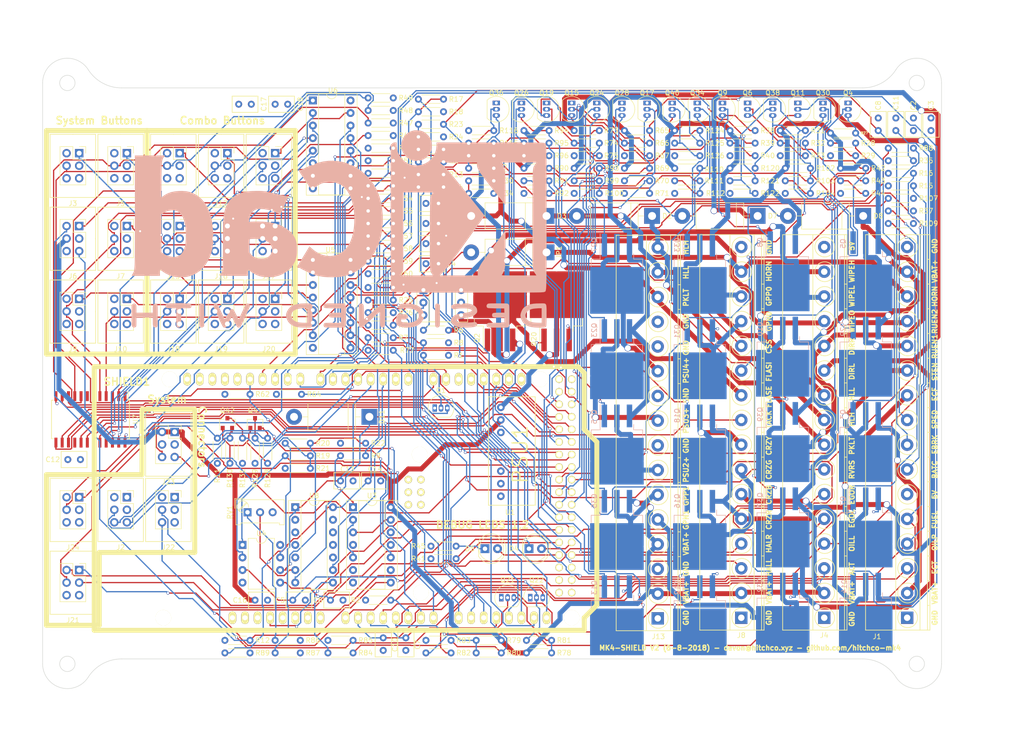
<source format=kicad_pcb>
(kicad_pcb (version 4) (host pcbnew 4.0.7)
  (layers (0 F.Cu signal) (1 In1.Cu power) (2 In2.Cu power) (31 B.Cu signal) (34 B.Paste user) (35 F.Paste user) (36 B.SilkS user) (37 F.SilkS user) (38 B.Mask user) (39 F.Mask user) (44 Edge.Cuts user))
  (net 0 "")
  (net 1 /GND)
  (net 2 ACT_SIG_PIN)
  (net 3 ECT_SIG_PIN)
  (net 4 OILL_SIG_PIN)
  (net 5 WIPEO_EN_PIN)
  (net 6 "Net-(D4-Pad1)")
  (net 7 STEN_EN_PIN)
  (net 8 "Net-(D5-Pad1)")
  (net 9 RUEN_EN_PIN)
  (net 10 ECF_EN_PIN)
  (net 11 WIPEL_EN_PIN)
  (net 12 WIPEH_EN_PIN)
  (net 13 LED1_EN_PIN)
  (net 14 LED2_EN_PIN)
  (net 15 "Net-(D11-Pad1)")
  (net 16 CRZ_DISABLE_PIN)
  (net 17 CRZ_MAINTAIN_PIN)
  (net 18 CRZ_RESUME_PIN)
  (net 19 PSU3_EN_PIN)
  (net 20 PSU2_EN_PIN)
  (net 21 PSU4_EN_PIN)
  (net 22 GPN0_EN_PIN)
  (net 23 GPN1_EN_PIN)
  (net 24 GPP0_EN_PIN)
  (net 25 DIRL_EN_PIN)
  (net 26 DIRR_EN_PIN)
  (net 27 FUEL_SIG_PIN)
  (net 28 OILP_SIG_PIN)
  (net 29 "Net-(J2-Pad2)")
  (net 30 "Net-(J2-Pad3)")
  (net 31 /hitchco-mk4/RPI3V3)
  (net 32 /hitchco-mk4/RPIRX)
  (net 33 /hitchco-mk4/RPITX)
  (net 34 PB1_LED_EN)
  (net 35 "Net-(J3-Pad2)")
  (net 36 "Net-(J3-Pad3)")
  (net 37 PB1_SIG_PIN)
  (net 38 PB2_LED_EN)
  (net 39 "Net-(J5-Pad2)")
  (net 40 "Net-(J5-Pad3)")
  (net 41 PB2_SIG_PIN)
  (net 42 "Net-(J6-Pad3)")
  (net 43 /hitchco-mk4/PB3_NO)
  (net 44 PB4_LED_EN)
  (net 45 "Net-(J7-Pad2)")
  (net 46 "Net-(J7-Pad3)")
  (net 47 PB4_SIG_PIN)
  (net 48 PB6_LED_EN)
  (net 49 "Net-(J9-Pad2)")
  (net 50 "Net-(J9-Pad3)")
  (net 51 PB6_SIG_PIN)
  (net 52 PB7_LED_EN)
  (net 53 "Net-(J10-Pad2)")
  (net 54 "Net-(J10-Pad3)")
  (net 55 PB7_SIG_PIN)
  (net 56 PB9_LED_EN)
  (net 57 "Net-(J11-Pad2)")
  (net 58 "Net-(J11-Pad3)")
  (net 59 PB9_SIG_PIN)
  (net 60 PB10_LED_EN)
  (net 61 "Net-(J12-Pad2)")
  (net 62 "Net-(J12-Pad3)")
  (net 63 PB10_SIG_PIN)
  (net 64 PB11_LED_EN)
  (net 65 "Net-(J14-Pad2)")
  (net 66 "Net-(J14-Pad3)")
  (net 67 PB11_SIG_PIN)
  (net 68 PB12_LED_EN)
  (net 69 "Net-(J15-Pad2)")
  (net 70 "Net-(J15-Pad3)")
  (net 71 PB12_SIG_PIN)
  (net 72 PB13_LED_EN)
  (net 73 "Net-(J16-Pad2)")
  (net 74 "Net-(J16-Pad3)")
  (net 75 PB13_SIG_PIN)
  (net 76 PB14_LED_EN)
  (net 77 "Net-(J17-Pad2)")
  (net 78 "Net-(J17-Pad3)")
  (net 79 PB14_SIG_PIN)
  (net 80 PB15_LED_EN)
  (net 81 "Net-(J18-Pad2)")
  (net 82 "Net-(J18-Pad3)")
  (net 83 PB15_SIG_PIN)
  (net 84 PB16_LED_EN)
  (net 85 "Net-(J19-Pad2)")
  (net 86 "Net-(J19-Pad3)")
  (net 87 PB16_SIG_PIN)
  (net 88 PB17_LED_EN)
  (net 89 "Net-(J20-Pad2)")
  (net 90 "Net-(J20-Pad3)")
  (net 91 PB17_SIG_PIN)
  (net 92 PB8_RLED_EN)
  (net 93 PB8_GLED_EN)
  (net 94 PB8_BLED_EN)
  (net 95 PB8_SIG_PIN)
  (net 96 "Net-(J22-Pad1)")
  (net 97 "Net-(J22-Pad2)")
  (net 98 "Net-(J22-Pad3)")
  (net 99 PSU1_SIG_PIN)
  (net 100 /hitchco-mk4/RS1_L1)
  (net 101 "Net-(J23-Pad3)")
  (net 102 "Net-(J23-Pad4)")
  (net 103 /hitchco-mk4/LED2-)
  (net 104 /hitchco-mk4/LED1-)
  (net 105 "Net-(Q1-Pad2)")
  (net 106 "Net-(Q1-Pad3)")
  (net 107 "Net-(Q2-Pad1)")
  (net 108 "Net-(Q3-Pad1)")
  (net 109 "Net-(Q4-Pad2)")
  (net 110 "Net-(Q5-Pad1)")
  (net 111 "Net-(Q6-Pad2)")
  (net 112 "Net-(Q8-Pad1)")
  (net 113 "Net-(Q9-Pad2)")
  (net 114 "Net-(Q10-Pad1)")
  (net 115 "Net-(Q11-Pad2)")
  (net 116 "Net-(Q14-Pad1)")
  (net 117 "Net-(Q15-Pad2)")
  (net 118 "Net-(Q16-Pad1)")
  (net 119 "Net-(Q17-Pad2)")
  (net 120 "Net-(Q18-Pad1)")
  (net 121 "Net-(Q19-Pad2)")
  (net 122 "Net-(Q20-Pad1)")
  (net 123 /hitchco-mk4/SoftPowerSwitch/GND_OUTPUT)
  (net 124 "Net-(Q21-Pad2)")
  (net 125 "Net-(Q21-Pad3)")
  (net 126 "Net-(Q22-Pad3)")
  (net 127 "Net-(Q23-Pad1)")
  (net 128 "Net-(Q24-Pad2)")
  (net 129 "Net-(Q25-Pad1)")
  (net 130 "Net-(Q26-Pad2)")
  (net 131 "Net-(Q27-Pad1)")
  (net 132 "Net-(Q28-Pad2)")
  (net 133 "Net-(Q29-Pad1)")
  (net 134 "Net-(Q30-Pad2)")
  (net 135 "Net-(Q33-Pad1)")
  (net 136 "Net-(Q34-Pad2)")
  (net 137 "Net-(Q35-Pad1)")
  (net 138 "Net-(Q36-Pad2)")
  (net 139 "Net-(Q37-Pad1)")
  (net 140 "Net-(Q38-Pad2)")
  (net 141 "Net-(Q39-Pad1)")
  (net 142 "Net-(Q40-Pad2)")
  (net 143 RPI_TX)
  (net 144 RPI_RX)
  (net 145 LDR_SIG_PIN)
  (net 146 "Net-(R6-Pad1)")
  (net 147 "Net-(R9-Pad1)")
  (net 148 /hitchco-mk4/PB3_NC)
  (net 149 VBAT_SIG_PIN)
  (net 150 BATC_SIG_PIN)
  (net 151 EGOL_SIG_PIN)
  (net 152 "Net-(R19-Pad2)")
  (net 153 EGOR_SIG_PIN)
  (net 154 "Net-(R20-Pad2)")
  (net 155 EBRK_SIG_PIN)
  (net 156 RVRS_SIG_PIN)
  (net 157 MUX_EN_PIN)
  (net 158 PSU1_EN_PIN)
  (net 159 "Net-(R86-Pad2)")
  (net 160 SPED_SIG_PIN)
  (net 161 TACK_SIG_PIN)
  (net 162 CSS_SIG_PIN)
  (net 163 "Net-(RV1-Pad2)")
  (net 164 "Net-(SHIELD1-Pad16)")
  (net 165 "Net-(SHIELD1-Pad17)")
  (net 166 "Net-(SHIELD1-Pad20)")
  (net 167 "Net-(SHIELD1-Pad21)")
  (net 168 MUX_SIG_PIN)
  (net 169 "Net-(SHIELD1-PadV_IN)")
  (net 170 3V3)
  (net 171 "Net-(SHIELD1-PadRST)")
  (net 172 "Net-(SHIELD1-Pad0)")
  (net 173 "Net-(SHIELD1-Pad1)")
  (net 174 "Net-(SHIELD1-Pad13)")
  (net 175 "Net-(SHIELD1-PadGND3)")
  (net 176 "Net-(SHIELD1-PadAREF)")
  (net 177 SREG_SER_PIN)
  (net 178 SREG_RCLK_PIN)
  (net 179 SREG_SRCLK_PIN)
  (net 180 SREG_SRCLR_PIN)
  (net 181 MUX_S3_PIN)
  (net 182 SREG_OE_PIN)
  (net 183 MUX_S2_PIN)
  (net 184 MUX_S1_PIN)
  (net 185 MUX_S0_PIN)
  (net 186 GPP1_EN_PIN)
  (net 187 "Net-(SHIELD1-Pad50)")
  (net 188 "Net-(SHIELD1-Pad51)")
  (net 189 "Net-(SHIELD1-Pad52)")
  (net 190 "Net-(SHIELD1-Pad53)")
  (net 191 "Net-(SHIELD1-PadSP1)")
  (net 192 "Net-(SHIELD1-PadSP2)")
  (net 193 "Net-(SHIELD1-PadSP3)")
  (net 194 "Net-(SHIELD1-PadSP4)")
  (net 195 "Net-(SHIELD1-PadSP5)")
  (net 196 "Net-(SHIELD1-PadSP6)")
  (net 197 "Net-(SHIELD1-PadIO_R)")
  (net 198 "Net-(SHIELD1-PadNC)")
  (net 199 "Net-(SHIELD1-PadSDA)")
  (net 200 "Net-(SHIELD1-PadSCL)")
  (net 201 "Net-(U1-Pad3)")
  (net 202 "Net-(U1-Pad8)")
  (net 203 "Net-(U5-Pad9)")
  (net 204 "Net-(U6-Pad9)")
  (net 205 /hitchco-mk4/ShiftBlock/PIN15)
  (net 206 /hitchco-mk4/MuxBlock/IN15)
  (net 207 "Net-(U8-Pad2)")
  (net 208 "Net-(U8-Pad10)")
  (net 209 "Net-(U8-Pad11)")
  (net 210 "Net-(U8-Pad4)")
  (net 211 "Net-(U8-Pad5)")
  (net 212 "Net-(U8-Pad13)")
  (net 213 /VBAT+)
  (net 214 /5V)
  (net 215 /BATC)
  (net 216 /EGOL)
  (net 217 /EGOR)
  (net 218 /EBRK)
  (net 219 /RVRS)
  (net 220 /CSS)
  (net 221 /HLH)
  (net 222 /HLL)
  (net 223 /PKLT)
  (net 224 "Net-(D4-Pad2)")
  (net 225 "Net-(D5-Pad2)")
  (net 226 /DIRL)
  (net 227 /FLASHIN)
  (net 228 /DIRR)
  (net 229 /HORN)
  (net 230 /RUEN2)
  (net 231 /RUEN1)
  (net 232 /STEN)
  (net 233 /ECF)
  (net 234 /SPED)
  (net 235 /WIPEH)
  (net 236 /WIPEL)
  (net 237 /WIPEO)
  (net 238 /GPP0)
  (net 239 /GPN0)
  (net 240 /FLASHEN)
  (net 241 /TACK)
  (net 242 /CRZY)
  (net 243 /CRZG)
  (net 244 /CRZB)
  (net 245 /CRZR)
  (net 246 /HALR)
  (net 247 /HALL)
  (net 248 /PSU4_12V)
  (net 249 /PSU3_12V)
  (net 250 /PSU2_12V)
  (net 251 /GPP1)
  (net 252 /GPN1)
  (net 253 /hitchco-mk4/PB5_LED-)
  (net 254 "Net-(J24-Pad5)")
  (net 255 "Net-(J24-Pad6)")
  (net 256 LITE_SIG_PIN)
  (net 257 "Net-(U2-Pad5)")
  (net 258 "Net-(U2-Pad3)")
  (net 259 "Net-(U3-Pad2)")
  (net 260 CLK1)
  (net 261 "Net-(U3-Pad12)")
  (net 262 /hitchco-mk4/ShiftBlock/PIN2)
  (net 263 /hitchco-mk4/MuxBlock/IN2)
  (module C_Rect_L5.08mm_W3.175mm_P2.54mm:C_Rect_L5.08mm_W3.175mm_P2.54mm (layer F.Cu) (at 137.668 70.612 180)
    (fp_text reference C1 (at -2.54 0 180) (layer F.SilkS))
    (fp_text value 0.1uF)
    (pad 1 thru_hole circle (at 0 0 180) (size 1.4 1.4) (drill 0.7) (layers *.Cu *.Mask) (net 213 /VBAT+))
    (pad 2 thru_hole circle (at 2.54 0 180) (size 1.4 1.4) (drill 0.7) (layers *.Cu *.Mask) (net 1 /GND))
  )
  (module C_Rect_L5.08mm_W3.175mm_P2.54mm:C_Rect_L5.08mm_W3.175mm_P2.54mm (layer F.Cu) (at 233.68 55.88 90)
    (fp_text reference C2 (at 5.08 0 90) (layer F.SilkS))
    (fp_text value 0.1uF)
    (pad 1 thru_hole circle (at 0 0 90) (size 1.4 1.4) (drill 0.7) (layers *.Cu *.Mask) (net 214 /5V))
    (pad 2 thru_hole circle (at 2.54 0 90) (size 1.4 1.4) (drill 0.7) (layers *.Cu *.Mask) (net 1 /GND))
  )
  (module C_Rect_L5.08mm_W3.175mm_P2.54mm:C_Rect_L5.08mm_W3.175mm_P2.54mm (layer F.Cu) (at 237.236 55.88 90)
    (fp_text reference C3 (at 5.08 0 90) (layer F.SilkS))
    (fp_text value 0.1uF)
    (pad 1 thru_hole circle (at 0 0 90) (size 1.4 1.4) (drill 0.7) (layers *.Cu *.Mask) (net 214 /5V))
    (pad 2 thru_hole circle (at 2.54 0 90) (size 1.4 1.4) (drill 0.7) (layers *.Cu *.Mask) (net 1 /GND))
  )
  (module C_Rect_L5.08mm_W3.175mm_P2.54mm:C_Rect_L5.08mm_W3.175mm_P2.54mm (layer F.Cu) (at 137.668 82.804 180)
    (fp_text reference C4 (at -2.54 0 180) (layer F.SilkS))
    (fp_text value 0.1uF)
    (pad 1 thru_hole circle (at 0 0 180) (size 1.4 1.4) (drill 0.7) (layers *.Cu *.Mask) (net 215 /BATC))
    (pad 2 thru_hole circle (at 2.54 0 180) (size 1.4 1.4) (drill 0.7) (layers *.Cu *.Mask) (net 1 /GND))
  )
  (module C_Rect_L5.08mm_W3.175mm_P2.54mm:C_Rect_L5.08mm_W3.175mm_P2.54mm (layer F.Cu) (at 108.204 150.876)
    (fp_text reference C5 (at -2.54 0) (layer F.SilkS))
    (fp_text value 0.01uF)
    (pad 1 thru_hole circle (at 0 0) (size 1.4 1.4) (drill 0.7) (layers *.Cu *.Mask) (net 216 /EGOL))
    (pad 2 thru_hole circle (at 2.54 0) (size 1.4 1.4) (drill 0.7) (layers *.Cu *.Mask) (net 1 /GND))
  )
  (module C_Rect_L5.08mm_W3.175mm_P2.54mm:C_Rect_L5.08mm_W3.175mm_P2.54mm (layer F.Cu) (at 115.824 150.876)
    (fp_text reference C6 (at -2.54 0) (layer F.SilkS))
    (fp_text value 0.01uF)
    (pad 1 thru_hole circle (at 0 0) (size 1.4 1.4) (drill 0.7) (layers *.Cu *.Mask) (net 217 /EGOR))
    (pad 2 thru_hole circle (at 2.54 0) (size 1.4 1.4) (drill 0.7) (layers *.Cu *.Mask) (net 1 /GND))
  )
  (module C_Rect_L5.08mm_W3.175mm_P2.54mm:C_Rect_L5.08mm_W3.175mm_P2.54mm (layer F.Cu) (at 131.064 158.496 270)
    (fp_text reference C7 (at 1.397 -2.3876 270) (layer F.SilkS))
    (fp_text value 0.1uF)
    (pad 1 thru_hole circle (at 0 0 270) (size 1.4 1.4) (drill 0.7) (layers *.Cu *.Mask) (net 2 ACT_SIG_PIN))
    (pad 2 thru_hole circle (at 2.54 0 270) (size 1.4 1.4) (drill 0.7) (layers *.Cu *.Mask) (net 1 /GND))
  )
  (module C_Rect_L5.08mm_W3.175mm_P2.54mm:C_Rect_L5.08mm_W3.175mm_P2.54mm (layer F.Cu) (at 226.568 55.88 90)
    (fp_text reference C8 (at 5.08 0 270) (layer F.SilkS))
    (fp_text value 0.1uF)
    (pad 1 thru_hole circle (at 0 0 90) (size 1.4 1.4) (drill 0.7) (layers *.Cu *.Mask) (net 218 /EBRK))
    (pad 2 thru_hole circle (at 2.54 0 90) (size 1.4 1.4) (drill 0.7) (layers *.Cu *.Mask) (net 1 /GND))
  )
  (module C_Rect_L5.08mm_W3.175mm_P2.54mm:C_Rect_L5.08mm_W3.175mm_P2.54mm (layer F.Cu) (at 137.668 74.676 180)
    (fp_text reference C9 (at -2.54 0 270) (layer F.SilkS))
    (fp_text value 0.1uF)
    (pad 1 thru_hole circle (at 0 0 180) (size 1.4 1.4) (drill 0.7) (layers *.Cu *.Mask) (net 219 /RVRS))
    (pad 2 thru_hole circle (at 2.54 0 180) (size 1.4 1.4) (drill 0.7) (layers *.Cu *.Mask) (net 1 /GND))
  )
  (module C_Rect_L5.08mm_W3.175mm_P2.54mm:C_Rect_L5.08mm_W3.175mm_P2.54mm (layer F.Cu) (at 126.492 158.496 270)
    (fp_text reference C10 (at 1.397 -2.3876 270) (layer F.SilkS))
    (fp_text value 0.1uF)
    (pad 1 thru_hole circle (at 0 0 270) (size 1.4 1.4) (drill 0.7) (layers *.Cu *.Mask) (net 3 ECT_SIG_PIN))
    (pad 2 thru_hole circle (at 2.54 0 270) (size 1.4 1.4) (drill 0.7) (layers *.Cu *.Mask) (net 1 /GND))
  )
  (module C_Rect_L5.08mm_W3.175mm_P2.54mm:C_Rect_L5.08mm_W3.175mm_P2.54mm (layer F.Cu) (at 230.124 55.88 90)
    (fp_text reference C11 (at 5.588 0 90) (layer F.SilkS))
    (fp_text value 0.1uF)
    (pad 1 thru_hole circle (at 0 0 90) (size 1.4 1.4) (drill 0.7) (layers *.Cu *.Mask) (net 4 OILL_SIG_PIN))
    (pad 2 thru_hole circle (at 2.54 0 90) (size 1.4 1.4) (drill 0.7) (layers *.Cu *.Mask) (net 1 /GND))
  )
  (module C_Rect_L5.08mm_W3.175mm_P2.54mm:C_Rect_L5.08mm_W3.175mm_P2.54mm (layer F.Cu) (at 62.738 122.428)
    (fp_text reference C12 (at -3.048 0) (layer F.SilkS))
    (fp_text value 0.1uF)
    (pad 1 thru_hole circle (at 0 0) (size 1.4 1.4) (drill 0.7) (layers *.Cu *.Mask) (net 214 /5V))
    (pad 2 thru_hole circle (at 2.54 0) (size 1.4 1.4) (drill 0.7) (layers *.Cu *.Mask) (net 1 /GND))
  )
  (module C_Rect_L5.08mm_W3.175mm_P2.54mm:C_Rect_L5.08mm_W3.175mm_P2.54mm (layer F.Cu) (at 117.856 126.746)
    (fp_text reference C13 (at 1.397 -2.3876) (layer F.SilkS))
    (fp_text value 0.1uF)
    (pad 1 thru_hole circle (at 0 0) (size 1.4 1.4) (drill 0.7) (layers *.Cu *.Mask) (net 160 SPED_SIG_PIN))
    (pad 2 thru_hole circle (at 2.54 0) (size 1.4 1.4) (drill 0.7) (layers *.Cu *.Mask) (net 1 /GND))
  )
  (module C_Rect_L5.08mm_W3.175mm_P2.54mm:C_Rect_L5.08mm_W3.175mm_P2.54mm (layer F.Cu) (at 123.444 126.746)
    (fp_text reference C14 (at 1.397 -2.3876) (layer F.SilkS))
    (fp_text value 0.1uF)
    (pad 1 thru_hole circle (at 0 0) (size 1.4 1.4) (drill 0.7) (layers *.Cu *.Mask) (net 161 TACK_SIG_PIN))
    (pad 2 thru_hole circle (at 2.54 0) (size 1.4 1.4) (drill 0.7) (layers *.Cu *.Mask) (net 1 /GND))
  )
  (module C_Rect_L5.08mm_W3.175mm_P2.54mm:C_Rect_L5.08mm_W3.175mm_P2.54mm (layer F.Cu) (at 137.668 78.74 180)
    (fp_text reference C15 (at -2.54 0 270) (layer F.SilkS))
    (fp_text value 0.1uF)
    (pad 1 thru_hole circle (at 0 0 180) (size 1.4 1.4) (drill 0.7) (layers *.Cu *.Mask) (net 220 /CSS))
    (pad 2 thru_hole circle (at 2.54 0 180) (size 1.4 1.4) (drill 0.7) (layers *.Cu *.Mask) (net 1 /GND))
  )
  (module C_Rect_L5.08mm_W3.175mm_P2.54mm:C_Rect_L5.08mm_W3.175mm_P2.54mm (layer F.Cu) (at 103.124 150.876 180)
    (fp_text reference C16 (at 5.588 0 180) (layer F.SilkS))
    (fp_text value 0.1uF)
    (pad 1 thru_hole circle (at 0 0 180) (size 1.4 1.4) (drill 0.7) (layers *.Cu *.Mask) (net 1 /GND))
    (pad 2 thru_hole circle (at 2.54 0 180) (size 1.4 1.4) (drill 0.7) (layers *.Cu *.Mask) (net 213 /VBAT+))
  )
  (module C_Rect_L5.08mm_W3.175mm_P2.54mm:C_Rect_L5.08mm_W3.175mm_P2.54mm (layer F.Cu) (at 99.822 50.546 180)
    (fp_text reference C17 (at -2.54 0 270) (layer F.SilkS))
    (fp_text value 0.1uF)
    (pad 1 thru_hole circle (at 0 0 180) (size 1.4 1.4) (drill 0.7) (layers *.Cu *.Mask) (net 214 /5V))
    (pad 2 thru_hole circle (at 2.54 0 180) (size 1.4 1.4) (drill 0.7) (layers *.Cu *.Mask) (net 1 /GND))
  )
  (module C_Rect_L5.08mm_W3.175mm_P2.54mm:C_Rect_L5.08mm_W3.175mm_P2.54mm (layer F.Cu) (at 107.188 50.546 180)
    (fp_text reference C18 (at -2.54 0 450) (layer F.SilkS))
    (fp_text value 0.1uF)
    (pad 1 thru_hole circle (at 0 0 180) (size 1.4 1.4) (drill 0.7) (layers *.Cu *.Mask) (net 214 /5V))
    (pad 2 thru_hole circle (at 2.54 0 180) (size 1.4 1.4) (drill 0.7) (layers *.Cu *.Mask) (net 1 /GND))
  )
  (module Diodes_THT:D_DO-201AD_P15.24mm_Horizontal (layer F.Cu) (at 180.848 73.152 180)
    (fp_text reference D2 (at -3.048 0 180) (layer F.SilkS))
    (fp_text value SB5100E-G)
    (pad 1 thru_hole rect (at 0 0 180) (size 3.2 3.2) (drill 1.6) (layers *.Cu *.Mask) (net 221 /HLH))
    (pad 2 thru_hole oval (at 15.24 0 180) (size 3.2 3.2) (drill 1.6) (layers *.Cu *.Mask) (net 222 /HLL))
  )
  (module Diodes_THT:D_DO-201AD_P15.24mm_Horizontal (layer F.Cu) (at 159.512 73.152 180)
    (fp_text reference D3 (at -3.048 0 180) (layer F.SilkS))
    (fp_text value SB5100E-G)
    (pad 1 thru_hole rect (at 0 0 180) (size 3.2 3.2) (drill 1.6) (layers *.Cu *.Mask) (net 222 /HLL))
    (pad 2 thru_hole oval (at 15.24 0 180) (size 3.2 3.2) (drill 1.6) (layers *.Cu *.Mask) (net 223 /PKLT))
  )
  (module LEDs:LED_D5.0mm (layer F.Cu) (at 155.956 140.462)
    (fp_text reference D4 (at -3.048 0) (layer F.SilkS))
    (fp_text value WP7113ID)
    (pad 1 thru_hole rect (at 0 0) (size 1.8 1.8) (drill 0.9) (layers *.Cu *.Mask) (net 6 "Net-(D4-Pad1)"))
    (pad 2 thru_hole circle (at 2.54 0) (size 1.8 1.8) (drill 0.9) (layers *.Cu *.Mask) (net 224 "Net-(D4-Pad2)"))
  )
  (module LEDs:LED_D5.0mm (layer F.Cu) (at 147.066 140.462)
    (fp_text reference D5 (at -3.048 0) (layer F.SilkS))
    (fp_text value WP7113ID)
    (pad 1 thru_hole rect (at 0 0) (size 1.8 1.8) (drill 0.9) (layers *.Cu *.Mask) (net 8 "Net-(D5-Pad1)"))
    (pad 2 thru_hole circle (at 2.54 0) (size 1.8 1.8) (drill 0.9) (layers *.Cu *.Mask) (net 225 "Net-(D5-Pad2)"))
  )
  (module Diodes_THT:D_DO-201AD_P15.24mm_Horizontal (layer F.Cu) (at 202.184 73.152 180)
    (fp_text reference D7 (at -3.048 0 180) (layer F.SilkS))
    (fp_text value SB5100E-G)
    (pad 1 thru_hole rect (at 0 0 180) (size 3.2 3.2) (drill 1.6) (layers *.Cu *.Mask) (net 226 /DIRL))
    (pad 2 thru_hole oval (at 15.24 0 180) (size 3.2 3.2) (drill 1.6) (layers *.Cu *.Mask) (net 227 /FLASHIN))
  )
  (module Diodes_THT:D_DO-201AD_P15.24mm_Horizontal (layer F.Cu) (at 223.52 73.152 180)
    (fp_text reference D8 (at -3.048 0 180) (layer F.SilkS))
    (fp_text value SB5100E-G)
    (pad 1 thru_hole rect (at 0 0 180) (size 3.2 3.2) (drill 1.6) (layers *.Cu *.Mask) (net 228 /DIRR))
    (pad 2 thru_hole oval (at 15.24 0 180) (size 3.2 3.2) (drill 1.6) (layers *.Cu *.Mask) (net 227 /FLASHIN))
  )
  (module Diodes_THT:D_DO-201AD_P15.24mm_Horizontal (layer F.Cu) (at 123.698 113.792 180)
    (fp_text reference D11 (at -2.54 0 270) (layer F.SilkS))
    (fp_text value SB5100E-G)
    (pad 1 thru_hole rect (at 0 0 180) (size 3.2 3.2) (drill 1.6) (layers *.Cu *.Mask) (net 15 "Net-(D11-Pad1)"))
    (pad 2 thru_hole oval (at 15.24 0 180) (size 3.2 3.2) (drill 1.6) (layers *.Cu *.Mask) (net 1 /GND))
  )
  (module TerminalBlock_Phoenix_45Deg_MKDS1:TerminalBlock_Phoenix_45Deg_MKDS1.5-16pol (layer F.Cu) (at 232.41 154.432 90)
    (fp_text reference J1 (at -3.81 -6.096 360) (layer F.SilkS))
    (fp_text value Screw_Terminal_01x16)
    (pad 16 thru_hole circle (at 75 0 90) (size 2.5 2.5) (drill 1.3) (layers *.Cu *.Mask) (net 1 /GND))
    (pad 15 thru_hole circle (at 70 0 90) (size 2.5 2.5) (drill 1.3) (layers *.Cu *.Mask) (net 213 /VBAT+))
    (pad 14 thru_hole circle (at 65 0 90) (size 2.5 2.5) (drill 1.3) (layers *.Cu *.Mask) (net 229 /HORN))
    (pad 13 thru_hole circle (at 60 0 90) (size 2.5 2.5) (drill 1.3) (layers *.Cu *.Mask) (net 230 /RUEN2))
    (pad 12 thru_hole circle (at 55 0 90) (size 2.5 2.5) (drill 1.3) (layers *.Cu *.Mask) (net 231 /RUEN1))
    (pad 11 thru_hole circle (at 50 0 90) (size 2.5 2.5) (drill 1.3) (layers *.Cu *.Mask) (net 232 /STEN))
    (pad 10 thru_hole circle (at 45 0 90) (size 2.5 2.5) (drill 1.3) (layers *.Cu *.Mask) (net 233 /ECF))
    (pad 9 thru_hole circle (at 40 0 90) (size 2.5 2.5) (drill 1.3) (layers *.Cu *.Mask) (net 234 /SPED))
    (pad 8 thru_hole circle (at 35 0 90) (size 2.5 2.5) (drill 1.3) (layers *.Cu *.Mask) (net 218 /EBRK))
    (pad 7 thru_hole circle (at 30 0 90) (size 2.5 2.5) (drill 1.3) (layers *.Cu *.Mask) (net 215 /BATC))
    (pad 6 thru_hole circle (at 25 0 90) (size 2.5 2.5) (drill 1.3) (layers *.Cu *.Mask) (net 214 /5V))
    (pad 5 thru_hole circle (at 20 0 90) (size 2.5 2.5) (drill 1.3) (layers *.Cu *.Mask) (net 27 FUEL_SIG_PIN))
    (pad 4 thru_hole circle (at 15 0 90) (size 2.5 2.5) (drill 1.3) (layers *.Cu *.Mask) (net 28 OILP_SIG_PIN))
    (pad 3 thru_hole circle (at 10 0 90) (size 2.5 2.5) (drill 1.3) (layers *.Cu *.Mask) (net 3 ECT_SIG_PIN))
    (pad 1 thru_hole rect (at 0 0 90) (size 2.5 2.5) (drill 1.3) (layers *.Cu *.Mask) (net 1 /GND))
    (pad 2 thru_hole circle (at 5 0 90) (size 2.5 2.5) (drill 1.3) (layers *.Cu *.Mask) (net 213 /VBAT+))
  )
  (module 02x03_shrouded:Shroud_Socket_Strip_Straight_2x03_Pitch2.54mm (layer F.Cu) (at 74.676 130.048)
    (fp_text reference J2 (at -1.27 10.16) (layer F.SilkS))
    (fp_text value Conn_02x03_Counter_Clockwise)
    (pad 1 thru_hole rect (at 0 0) (size 1.7 1.7) (drill 1) (layers *.Cu *.Mask) (net 1 /GND))
    (pad 2 thru_hole oval (at -2.54 0) (size 1.7 1.7) (drill 1) (layers *.Cu *.Mask) (net 29 "Net-(J2-Pad2)"))
    (pad 3 thru_hole oval (at 0 2.54) (size 1.7 1.7) (drill 1) (layers *.Cu *.Mask) (net 30 "Net-(J2-Pad3)"))
    (pad 4 thru_hole oval (at -2.54 2.54) (size 1.7 1.7) (drill 1) (layers *.Cu *.Mask) (net 31 /hitchco-mk4/RPI3V3))
    (pad 5 thru_hole oval (at 0 5.08) (size 1.7 1.7) (drill 1) (layers *.Cu *.Mask) (net 32 /hitchco-mk4/RPIRX))
    (pad 6 thru_hole oval (at -2.54 5.08) (size 1.7 1.7) (drill 1) (layers *.Cu *.Mask) (net 33 /hitchco-mk4/RPITX))
  )
  (module 02x03_shrouded:Shroud_Socket_Strip_Straight_2x03_Pitch2.54mm (layer F.Cu) (at 65.024 60.452)
    (fp_text reference J3 (at -1.27 10.16) (layer F.SilkS))
    (fp_text value Conn_02x03_Counter_Clockwise)
    (pad 1 thru_hole rect (at 0 0) (size 1.7 1.7) (drill 1) (layers *.Cu *.Mask) (net 34 PB1_LED_EN))
    (pad 2 thru_hole oval (at -2.54 0) (size 1.7 1.7) (drill 1) (layers *.Cu *.Mask) (net 35 "Net-(J3-Pad2)"))
    (pad 3 thru_hole oval (at 0 2.54) (size 1.7 1.7) (drill 1) (layers *.Cu *.Mask) (net 36 "Net-(J3-Pad3)"))
    (pad 4 thru_hole oval (at -2.54 2.54) (size 1.7 1.7) (drill 1) (layers *.Cu *.Mask) (net 37 PB1_SIG_PIN))
    (pad 5 thru_hole oval (at 0 5.08) (size 1.7 1.7) (drill 1) (layers *.Cu *.Mask) (net 214 /5V))
    (pad 6 thru_hole oval (at -2.54 5.08) (size 1.7 1.7) (drill 1) (layers *.Cu *.Mask) (net 1 /GND))
  )
  (module TerminalBlock_Phoenix_45Deg_MKDS1:TerminalBlock_Phoenix_45Deg_MKDS1.5-16pol (layer F.Cu) (at 215.646 154.432 90)
    (fp_text reference J4 (at -3.556 0 180) (layer F.SilkS))
    (fp_text value Screw_Terminal_01x16)
    (pad 16 thru_hole circle (at 75 0 90) (size 2.5 2.5) (drill 1.3) (layers *.Cu *.Mask) (net 214 /5V))
    (pad 15 thru_hole circle (at 70 0 90) (size 2.5 2.5) (drill 1.3) (layers *.Cu *.Mask) (net 235 /WIPEH))
    (pad 14 thru_hole circle (at 65 0 90) (size 2.5 2.5) (drill 1.3) (layers *.Cu *.Mask) (net 236 /WIPEL))
    (pad 13 thru_hole circle (at 60 0 90) (size 2.5 2.5) (drill 1.3) (layers *.Cu *.Mask) (net 237 /WIPEO))
    (pad 12 thru_hole circle (at 55 0 90) (size 2.5 2.5) (drill 1.3) (layers *.Cu *.Mask) (net 228 /DIRR))
    (pad 11 thru_hole circle (at 50 0 90) (size 2.5 2.5) (drill 1.3) (layers *.Cu *.Mask) (net 226 /DIRL))
    (pad 10 thru_hole circle (at 45 0 90) (size 2.5 2.5) (drill 1.3) (layers *.Cu *.Mask) (net 222 /HLL))
    (pad 9 thru_hole circle (at 40 0 90) (size 2.5 2.5) (drill 1.3) (layers *.Cu *.Mask) (net 221 /HLH))
    (pad 8 thru_hole circle (at 35 0 90) (size 2.5 2.5) (drill 1.3) (layers *.Cu *.Mask) (net 223 /PKLT))
    (pad 7 thru_hole circle (at 30 0 90) (size 2.5 2.5) (drill 1.3) (layers *.Cu *.Mask) (net 219 /RVRS))
    (pad 6 thru_hole circle (at 25 0 90) (size 2.5 2.5) (drill 1.3) (layers *.Cu *.Mask) (net 217 /EGOR))
    (pad 5 thru_hole circle (at 20 0 90) (size 2.5 2.5) (drill 1.3) (layers *.Cu *.Mask) (net 216 /EGOL))
    (pad 4 thru_hole circle (at 15 0 90) (size 2.5 2.5) (drill 1.3) (layers *.Cu *.Mask) (net 4 OILL_SIG_PIN))
    (pad 3 thru_hole circle (at 10 0 90) (size 2.5 2.5) (drill 1.3) (layers *.Cu *.Mask) (net 2 ACT_SIG_PIN))
    (pad 1 thru_hole rect (at 0 0 90) (size 2.5 2.5) (drill 1.3) (layers *.Cu *.Mask) (net 1 /GND))
    (pad 2 thru_hole circle (at 5 0 90) (size 2.5 2.5) (drill 1.3) (layers *.Cu *.Mask) (net 213 /VBAT+))
  )
  (module 02x03_shrouded:Shroud_Socket_Strip_Straight_2x03_Pitch2.54mm (layer F.Cu) (at 74.676 60.452)
    (fp_text reference J5 (at -1.27 10.16) (layer F.SilkS))
    (fp_text value Conn_02x03_Counter_Clockwise)
    (pad 1 thru_hole rect (at 0 0) (size 1.7 1.7) (drill 1) (layers *.Cu *.Mask) (net 38 PB2_LED_EN))
    (pad 2 thru_hole oval (at -2.54 0) (size 1.7 1.7) (drill 1) (layers *.Cu *.Mask) (net 39 "Net-(J5-Pad2)"))
    (pad 3 thru_hole oval (at 0 2.54) (size 1.7 1.7) (drill 1) (layers *.Cu *.Mask) (net 40 "Net-(J5-Pad3)"))
    (pad 4 thru_hole oval (at -2.54 2.54) (size 1.7 1.7) (drill 1) (layers *.Cu *.Mask) (net 41 PB2_SIG_PIN))
    (pad 5 thru_hole oval (at 0 5.08) (size 1.7 1.7) (drill 1) (layers *.Cu *.Mask) (net 214 /5V))
    (pad 6 thru_hole oval (at -2.54 5.08) (size 1.7 1.7) (drill 1) (layers *.Cu *.Mask) (net 1 /GND))
  )
  (module 02x03_shrouded:Shroud_Socket_Strip_Straight_2x03_Pitch2.54mm (layer F.Cu) (at 65.024 75.184)
    (fp_text reference J6 (at -1.27 10.16) (layer F.SilkS))
    (fp_text value Conn_02x03_Counter_Clockwise)
    (pad 1 thru_hole rect (at 0 0) (size 1.7 1.7) (drill 1) (layers *.Cu *.Mask) (net 227 /FLASHIN))
    (pad 2 thru_hole oval (at -2.54 0) (size 1.7 1.7) (drill 1) (layers *.Cu *.Mask) (net 148 /hitchco-mk4/PB3_NC))
    (pad 3 thru_hole oval (at 0 2.54) (size 1.7 1.7) (drill 1) (layers *.Cu *.Mask) (net 42 "Net-(J6-Pad3)"))
    (pad 4 thru_hole oval (at -2.54 2.54) (size 1.7 1.7) (drill 1) (layers *.Cu *.Mask) (net 213 /VBAT+))
    (pad 5 thru_hole oval (at 0 5.08) (size 1.7 1.7) (drill 1) (layers *.Cu *.Mask) (net 43 /hitchco-mk4/PB3_NO))
    (pad 6 thru_hole oval (at -2.54 5.08) (size 1.7 1.7) (drill 1) (layers *.Cu *.Mask) (net 1 /GND))
  )
  (module 02x03_shrouded:Shroud_Socket_Strip_Straight_2x03_Pitch2.54mm (layer F.Cu) (at 74.676 75.184)
    (fp_text reference J7 (at -1.27 10.16) (layer F.SilkS))
    (fp_text value Conn_02x03_Counter_Clockwise)
    (pad 1 thru_hole rect (at 0 0) (size 1.7 1.7) (drill 1) (layers *.Cu *.Mask) (net 44 PB4_LED_EN))
    (pad 2 thru_hole oval (at -2.54 0) (size 1.7 1.7) (drill 1) (layers *.Cu *.Mask) (net 45 "Net-(J7-Pad2)"))
    (pad 3 thru_hole oval (at 0 2.54) (size 1.7 1.7) (drill 1) (layers *.Cu *.Mask) (net 46 "Net-(J7-Pad3)"))
    (pad 4 thru_hole oval (at -2.54 2.54) (size 1.7 1.7) (drill 1) (layers *.Cu *.Mask) (net 47 PB4_SIG_PIN))
    (pad 5 thru_hole oval (at 0 5.08) (size 1.7 1.7) (drill 1) (layers *.Cu *.Mask) (net 214 /5V))
    (pad 6 thru_hole oval (at -2.54 5.08) (size 1.7 1.7) (drill 1) (layers *.Cu *.Mask) (net 1 /GND))
  )
  (module TerminalBlock_Phoenix_45Deg_MKDS1:TerminalBlock_Phoenix_45Deg_MKDS1.5-16pol (layer F.Cu) (at 198.882 154.432 90)
    (fp_text reference J8 (at -3.556 0 180) (layer F.SilkS))
    (fp_text value Screw_Terminal_01x16)
    (pad 16 thru_hole circle (at 75 0 90) (size 2.5 2.5) (drill 1.3) (layers *.Cu *.Mask) (net 1 /GND))
    (pad 15 thru_hole circle (at 70 0 90) (size 2.5 2.5) (drill 1.3) (layers *.Cu *.Mask) (net 229 /HORN))
    (pad 14 thru_hole circle (at 65 0 90) (size 2.5 2.5) (drill 1.3) (layers *.Cu *.Mask) (net 238 /GPP0))
    (pad 13 thru_hole circle (at 60 0 90) (size 2.5 2.5) (drill 1.3) (layers *.Cu *.Mask) (net 239 /GPN0))
    (pad 12 thru_hole circle (at 55 0 90) (size 2.5 2.5) (drill 1.3) (layers *.Cu *.Mask) (net 220 /CSS))
    (pad 11 thru_hole circle (at 50 0 90) (size 2.5 2.5) (drill 1.3) (layers *.Cu *.Mask) (net 227 /FLASHIN))
    (pad 10 thru_hole circle (at 45 0 90) (size 2.5 2.5) (drill 1.3) (layers *.Cu *.Mask) (net 240 /FLASHEN))
    (pad 9 thru_hole circle (at 40 0 90) (size 2.5 2.5) (drill 1.3) (layers *.Cu *.Mask) (net 241 /TACK))
    (pad 8 thru_hole circle (at 35 0 90) (size 2.5 2.5) (drill 1.3) (layers *.Cu *.Mask) (net 242 /CRZY))
    (pad 7 thru_hole circle (at 30 0 90) (size 2.5 2.5) (drill 1.3) (layers *.Cu *.Mask) (net 243 /CRZG))
    (pad 6 thru_hole circle (at 25 0 90) (size 2.5 2.5) (drill 1.3) (layers *.Cu *.Mask) (net 244 /CRZB))
    (pad 5 thru_hole circle (at 20 0 90) (size 2.5 2.5) (drill 1.3) (layers *.Cu *.Mask) (net 245 /CRZR))
    (pad 4 thru_hole circle (at 15 0 90) (size 2.5 2.5) (drill 1.3) (layers *.Cu *.Mask) (net 246 /HALR))
    (pad 3 thru_hole circle (at 10 0 90) (size 2.5 2.5) (drill 1.3) (layers *.Cu *.Mask) (net 247 /HALL))
    (pad 1 thru_hole rect (at 0 0 90) (size 2.5 2.5) (drill 1.3) (layers *.Cu *.Mask) (net 1 /GND))
    (pad 2 thru_hole circle (at 5 0 90) (size 2.5 2.5) (drill 1.3) (layers *.Cu *.Mask) (net 213 /VBAT+))
  )
  (module 02x03_shrouded:Shroud_Socket_Strip_Straight_2x03_Pitch2.54mm (layer F.Cu) (at 65.024 89.916)
    (fp_text reference J9 (at -1.27 10.16) (layer F.SilkS))
    (fp_text value Conn_02x03_Counter_Clockwise)
    (pad 1 thru_hole rect (at 0 0) (size 1.7 1.7) (drill 1) (layers *.Cu *.Mask) (net 48 PB6_LED_EN))
    (pad 2 thru_hole oval (at -2.54 0) (size 1.7 1.7) (drill 1) (layers *.Cu *.Mask) (net 49 "Net-(J9-Pad2)"))
    (pad 3 thru_hole oval (at 0 2.54) (size 1.7 1.7) (drill 1) (layers *.Cu *.Mask) (net 50 "Net-(J9-Pad3)"))
    (pad 4 thru_hole oval (at -2.54 2.54) (size 1.7 1.7) (drill 1) (layers *.Cu *.Mask) (net 51 PB6_SIG_PIN))
    (pad 5 thru_hole oval (at 0 5.08) (size 1.7 1.7) (drill 1) (layers *.Cu *.Mask) (net 214 /5V))
    (pad 6 thru_hole oval (at -2.54 5.08) (size 1.7 1.7) (drill 1) (layers *.Cu *.Mask) (net 1 /GND))
  )
  (module 02x03_shrouded:Shroud_Socket_Strip_Straight_2x03_Pitch2.54mm (layer F.Cu) (at 74.676 89.916)
    (fp_text reference J10 (at -1.27 10.16) (layer F.SilkS))
    (fp_text value Conn_02x03_Counter_Clockwise)
    (pad 1 thru_hole rect (at 0 0) (size 1.7 1.7) (drill 1) (layers *.Cu *.Mask) (net 52 PB7_LED_EN))
    (pad 2 thru_hole oval (at -2.54 0) (size 1.7 1.7) (drill 1) (layers *.Cu *.Mask) (net 53 "Net-(J10-Pad2)"))
    (pad 3 thru_hole oval (at 0 2.54) (size 1.7 1.7) (drill 1) (layers *.Cu *.Mask) (net 54 "Net-(J10-Pad3)"))
    (pad 4 thru_hole oval (at -2.54 2.54) (size 1.7 1.7) (drill 1) (layers *.Cu *.Mask) (net 55 PB7_SIG_PIN))
    (pad 5 thru_hole oval (at 0 5.08) (size 1.7 1.7) (drill 1) (layers *.Cu *.Mask) (net 214 /5V))
    (pad 6 thru_hole oval (at -2.54 5.08) (size 1.7 1.7) (drill 1) (layers *.Cu *.Mask) (net 1 /GND))
  )
  (module 02x03_shrouded:Shroud_Socket_Strip_Straight_2x03_Pitch2.54mm (layer F.Cu) (at 85.344 60.452)
    (fp_text reference J11 (at -1.27 10.16) (layer F.SilkS))
    (fp_text value Conn_02x03_Counter_Clockwise)
    (pad 1 thru_hole rect (at 0 0) (size 1.7 1.7) (drill 1) (layers *.Cu *.Mask) (net 56 PB9_LED_EN))
    (pad 2 thru_hole oval (at -2.54 0) (size 1.7 1.7) (drill 1) (layers *.Cu *.Mask) (net 57 "Net-(J11-Pad2)"))
    (pad 3 thru_hole oval (at 0 2.54) (size 1.7 1.7) (drill 1) (layers *.Cu *.Mask) (net 58 "Net-(J11-Pad3)"))
    (pad 4 thru_hole oval (at -2.54 2.54) (size 1.7 1.7) (drill 1) (layers *.Cu *.Mask) (net 59 PB9_SIG_PIN))
    (pad 5 thru_hole oval (at 0 5.08) (size 1.7 1.7) (drill 1) (layers *.Cu *.Mask) (net 214 /5V))
    (pad 6 thru_hole oval (at -2.54 5.08) (size 1.7 1.7) (drill 1) (layers *.Cu *.Mask) (net 1 /GND))
  )
  (module 02x03_shrouded:Shroud_Socket_Strip_Straight_2x03_Pitch2.54mm (layer F.Cu) (at 94.996 60.452)
    (fp_text reference J12 (at -1.27 10.16) (layer F.SilkS))
    (fp_text value Conn_02x03_Counter_Clockwise)
    (pad 1 thru_hole rect (at 0 0) (size 1.7 1.7) (drill 1) (layers *.Cu *.Mask) (net 60 PB10_LED_EN))
    (pad 2 thru_hole oval (at -2.54 0) (size 1.7 1.7) (drill 1) (layers *.Cu *.Mask) (net 61 "Net-(J12-Pad2)"))
    (pad 3 thru_hole oval (at 0 2.54) (size 1.7 1.7) (drill 1) (layers *.Cu *.Mask) (net 62 "Net-(J12-Pad3)"))
    (pad 4 thru_hole oval (at -2.54 2.54) (size 1.7 1.7) (drill 1) (layers *.Cu *.Mask) (net 63 PB10_SIG_PIN))
    (pad 5 thru_hole oval (at 0 5.08) (size 1.7 1.7) (drill 1) (layers *.Cu *.Mask) (net 214 /5V))
    (pad 6 thru_hole oval (at -2.54 5.08) (size 1.7 1.7) (drill 1) (layers *.Cu *.Mask) (net 1 /GND))
  )
  (module 02x03_shrouded:Shroud_Socket_Strip_Straight_2x03_Pitch2.54mm (layer F.Cu) (at 104.648 60.452)
    (fp_text reference J14 (at -1.27 10.16) (layer F.SilkS))
    (fp_text value Conn_02x03_Counter_Clockwise)
    (pad 1 thru_hole rect (at 0 0) (size 1.7 1.7) (drill 1) (layers *.Cu *.Mask) (net 64 PB11_LED_EN))
    (pad 2 thru_hole oval (at -2.54 0) (size 1.7 1.7) (drill 1) (layers *.Cu *.Mask) (net 65 "Net-(J14-Pad2)"))
    (pad 3 thru_hole oval (at 0 2.54) (size 1.7 1.7) (drill 1) (layers *.Cu *.Mask) (net 66 "Net-(J14-Pad3)"))
    (pad 4 thru_hole oval (at -2.54 2.54) (size 1.7 1.7) (drill 1) (layers *.Cu *.Mask) (net 67 PB11_SIG_PIN))
    (pad 5 thru_hole oval (at 0 5.08) (size 1.7 1.7) (drill 1) (layers *.Cu *.Mask) (net 214 /5V))
    (pad 6 thru_hole oval (at -2.54 5.08) (size 1.7 1.7) (drill 1) (layers *.Cu *.Mask) (net 1 /GND))
  )
  (module 02x03_shrouded:Shroud_Socket_Strip_Straight_2x03_Pitch2.54mm (layer F.Cu) (at 85.344 75.184)
    (fp_text reference J15 (at -1.27 10.16) (layer F.SilkS))
    (fp_text value Conn_02x03_Counter_Clockwise)
    (pad 1 thru_hole rect (at 0 0) (size 1.7 1.7) (drill 1) (layers *.Cu *.Mask) (net 68 PB12_LED_EN))
    (pad 2 thru_hole oval (at -2.54 0) (size 1.7 1.7) (drill 1) (layers *.Cu *.Mask) (net 69 "Net-(J15-Pad2)"))
    (pad 3 thru_hole oval (at 0 2.54) (size 1.7 1.7) (drill 1) (layers *.Cu *.Mask) (net 70 "Net-(J15-Pad3)"))
    (pad 4 thru_hole oval (at -2.54 2.54) (size 1.7 1.7) (drill 1) (layers *.Cu *.Mask) (net 71 PB12_SIG_PIN))
    (pad 5 thru_hole oval (at 0 5.08) (size 1.7 1.7) (drill 1) (layers *.Cu *.Mask) (net 214 /5V))
    (pad 6 thru_hole oval (at -2.54 5.08) (size 1.7 1.7) (drill 1) (layers *.Cu *.Mask) (net 1 /GND))
  )
  (module 02x03_shrouded:Shroud_Socket_Strip_Straight_2x03_Pitch2.54mm (layer F.Cu) (at 94.996 75.184)
    (fp_text reference J16 (at -1.27 10.16) (layer F.SilkS))
    (fp_text value Conn_02x03_Counter_Clockwise)
    (pad 1 thru_hole rect (at 0 0) (size 1.7 1.7) (drill 1) (layers *.Cu *.Mask) (net 72 PB13_LED_EN))
    (pad 2 thru_hole oval (at -2.54 0) (size 1.7 1.7) (drill 1) (layers *.Cu *.Mask) (net 73 "Net-(J16-Pad2)"))
    (pad 3 thru_hole oval (at 0 2.54) (size 1.7 1.7) (drill 1) (layers *.Cu *.Mask) (net 74 "Net-(J16-Pad3)"))
    (pad 4 thru_hole oval (at -2.54 2.54) (size 1.7 1.7) (drill 1) (layers *.Cu *.Mask) (net 75 PB13_SIG_PIN))
    (pad 5 thru_hole oval (at 0 5.08) (size 1.7 1.7) (drill 1) (layers *.Cu *.Mask) (net 214 /5V))
    (pad 6 thru_hole oval (at -2.54 5.08) (size 1.7 1.7) (drill 1) (layers *.Cu *.Mask) (net 1 /GND))
  )
  (module 02x03_shrouded:Shroud_Socket_Strip_Straight_2x03_Pitch2.54mm (layer F.Cu) (at 104.648 75.184)
    (fp_text reference J17 (at -1.27 10.16) (layer F.SilkS))
    (fp_text value Conn_02x03_Counter_Clockwise)
    (pad 1 thru_hole rect (at 0 0) (size 1.7 1.7) (drill 1) (layers *.Cu *.Mask) (net 76 PB14_LED_EN))
    (pad 2 thru_hole oval (at -2.54 0) (size 1.7 1.7) (drill 1) (layers *.Cu *.Mask) (net 77 "Net-(J17-Pad2)"))
    (pad 3 thru_hole oval (at 0 2.54) (size 1.7 1.7) (drill 1) (layers *.Cu *.Mask) (net 78 "Net-(J17-Pad3)"))
    (pad 4 thru_hole oval (at -2.54 2.54) (size 1.7 1.7) (drill 1) (layers *.Cu *.Mask) (net 79 PB14_SIG_PIN))
    (pad 5 thru_hole oval (at 0 5.08) (size 1.7 1.7) (drill 1) (layers *.Cu *.Mask) (net 214 /5V))
    (pad 6 thru_hole oval (at -2.54 5.08) (size 1.7 1.7) (drill 1) (layers *.Cu *.Mask) (net 1 /GND))
  )
  (module 02x03_shrouded:Shroud_Socket_Strip_Straight_2x03_Pitch2.54mm (layer F.Cu) (at 85.344 89.916)
    (fp_text reference J18 (at -1.27 10.16) (layer F.SilkS))
    (fp_text value Conn_02x03_Counter_Clockwise)
    (pad 1 thru_hole rect (at 0 0) (size 1.7 1.7) (drill 1) (layers *.Cu *.Mask) (net 80 PB15_LED_EN))
    (pad 2 thru_hole oval (at -2.54 0) (size 1.7 1.7) (drill 1) (layers *.Cu *.Mask) (net 81 "Net-(J18-Pad2)"))
    (pad 3 thru_hole oval (at 0 2.54) (size 1.7 1.7) (drill 1) (layers *.Cu *.Mask) (net 82 "Net-(J18-Pad3)"))
    (pad 4 thru_hole oval (at -2.54 2.54) (size 1.7 1.7) (drill 1) (layers *.Cu *.Mask) (net 83 PB15_SIG_PIN))
    (pad 5 thru_hole oval (at 0 5.08) (size 1.7 1.7) (drill 1) (layers *.Cu *.Mask) (net 214 /5V))
    (pad 6 thru_hole oval (at -2.54 5.08) (size 1.7 1.7) (drill 1) (layers *.Cu *.Mask) (net 1 /GND))
  )
  (module 02x03_shrouded:Shroud_Socket_Strip_Straight_2x03_Pitch2.54mm (layer F.Cu) (at 94.996 89.916)
    (fp_text reference J19 (at -1.27 10.16) (layer F.SilkS))
    (fp_text value Conn_02x03_Counter_Clockwise)
    (pad 1 thru_hole rect (at 0 0) (size 1.7 1.7) (drill 1) (layers *.Cu *.Mask) (net 84 PB16_LED_EN))
    (pad 2 thru_hole oval (at -2.54 0) (size 1.7 1.7) (drill 1) (layers *.Cu *.Mask) (net 85 "Net-(J19-Pad2)"))
    (pad 3 thru_hole oval (at 0 2.54) (size 1.7 1.7) (drill 1) (layers *.Cu *.Mask) (net 86 "Net-(J19-Pad3)"))
    (pad 4 thru_hole oval (at -2.54 2.54) (size 1.7 1.7) (drill 1) (layers *.Cu *.Mask) (net 87 PB16_SIG_PIN))
    (pad 5 thru_hole oval (at 0 5.08) (size 1.7 1.7) (drill 1) (layers *.Cu *.Mask) (net 214 /5V))
    (pad 6 thru_hole oval (at -2.54 5.08) (size 1.7 1.7) (drill 1) (layers *.Cu *.Mask) (net 1 /GND))
  )
  (module 02x03_shrouded:Shroud_Socket_Strip_Straight_2x03_Pitch2.54mm (layer F.Cu) (at 104.648 89.916)
    (fp_text reference J20 (at -1.27 10.16) (layer F.SilkS))
    (fp_text value Conn_02x03_Counter_Clockwise)
    (pad 1 thru_hole rect (at 0 0) (size 1.7 1.7) (drill 1) (layers *.Cu *.Mask) (net 88 PB17_LED_EN))
    (pad 2 thru_hole oval (at -2.54 0) (size 1.7 1.7) (drill 1) (layers *.Cu *.Mask) (net 89 "Net-(J20-Pad2)"))
    (pad 3 thru_hole oval (at 0 2.54) (size 1.7 1.7) (drill 1) (layers *.Cu *.Mask) (net 90 "Net-(J20-Pad3)"))
    (pad 4 thru_hole oval (at -2.54 2.54) (size 1.7 1.7) (drill 1) (layers *.Cu *.Mask) (net 91 PB17_SIG_PIN))
    (pad 5 thru_hole oval (at 0 5.08) (size 1.7 1.7) (drill 1) (layers *.Cu *.Mask) (net 214 /5V))
    (pad 6 thru_hole oval (at -2.54 5.08) (size 1.7 1.7) (drill 1) (layers *.Cu *.Mask) (net 1 /GND))
  )
  (module 02x03_shrouded:Shroud_Socket_Strip_Straight_2x03_Pitch2.54mm (layer F.Cu) (at 65.024 144.78)
    (fp_text reference J21 (at -1.27 10.16) (layer F.SilkS))
    (fp_text value Conn_02x03_Counter_Clockwise)
    (pad 1 thru_hole rect (at 0 0) (size 1.7 1.7) (drill 1) (layers *.Cu *.Mask) (net 92 PB8_RLED_EN))
    (pad 2 thru_hole oval (at -2.54 0) (size 1.7 1.7) (drill 1) (layers *.Cu *.Mask) (net 93 PB8_GLED_EN))
    (pad 3 thru_hole oval (at 0 2.54) (size 1.7 1.7) (drill 1) (layers *.Cu *.Mask) (net 94 PB8_BLED_EN))
    (pad 4 thru_hole oval (at -2.54 2.54) (size 1.7 1.7) (drill 1) (layers *.Cu *.Mask) (net 95 PB8_SIG_PIN))
    (pad 5 thru_hole oval (at 0 5.08) (size 1.7 1.7) (drill 1) (layers *.Cu *.Mask) (net 214 /5V))
    (pad 6 thru_hole oval (at -2.54 5.08) (size 1.7 1.7) (drill 1) (layers *.Cu *.Mask) (net 214 /5V))
  )
  (module 02x03_shrouded:Shroud_Socket_Strip_Straight_2x03_Pitch2.54mm (layer F.Cu) (at 84.328 130.048)
    (fp_text reference J22 (at -1.27 10.16) (layer F.SilkS))
    (fp_text value Conn_02x03_Counter_Clockwise)
    (pad 1 thru_hole rect (at 0 0) (size 1.7 1.7) (drill 1) (layers *.Cu *.Mask) (net 96 "Net-(J22-Pad1)"))
    (pad 2 thru_hole oval (at -2.54 0) (size 1.7 1.7) (drill 1) (layers *.Cu *.Mask) (net 97 "Net-(J22-Pad2)"))
    (pad 3 thru_hole oval (at 0 2.54) (size 1.7 1.7) (drill 1) (layers *.Cu *.Mask) (net 98 "Net-(J22-Pad3)"))
    (pad 4 thru_hole oval (at -2.54 2.54) (size 1.7 1.7) (drill 1) (layers *.Cu *.Mask) (net 99 PSU1_SIG_PIN))
    (pad 5 thru_hole oval (at 0 5.08) (size 1.7 1.7) (drill 1) (layers *.Cu *.Mask) (net 1 /GND))
    (pad 6 thru_hole oval (at -2.54 5.08) (size 1.7 1.7) (drill 1) (layers *.Cu *.Mask) (net 100 /hitchco-mk4/RS1_L1))
  )
  (module 02x03_shrouded:Shroud_Socket_Strip_Straight_2x03_Pitch2.54mm (layer F.Cu) (at 84.328 116.84)
    (fp_text reference J23 (at -1.27 10.16) (layer F.SilkS))
    (fp_text value Conn_02x03_Counter_Clockwise)
    (pad 1 thru_hole rect (at 0 0) (size 1.7 1.7) (drill 1) (layers *.Cu *.Mask) (net 213 /VBAT+))
    (pad 2 thru_hole oval (at -2.54 0) (size 1.7 1.7) (drill 1) (layers *.Cu *.Mask) (net 213 /VBAT+))
    (pad 3 thru_hole oval (at 0 2.54) (size 1.7 1.7) (drill 1) (layers *.Cu *.Mask) (net 101 "Net-(J23-Pad3)"))
    (pad 4 thru_hole oval (at -2.54 2.54) (size 1.7 1.7) (drill 1) (layers *.Cu *.Mask) (net 102 "Net-(J23-Pad4)"))
    (pad 5 thru_hole oval (at 0 5.08) (size 1.7 1.7) (drill 1) (layers *.Cu *.Mask) (net 103 /hitchco-mk4/LED2-))
    (pad 6 thru_hole oval (at -2.54 5.08) (size 1.7 1.7) (drill 1) (layers *.Cu *.Mask) (net 104 /hitchco-mk4/LED1-))
  )
  (module 02x03_shrouded:Shroud_Socket_Strip_Straight_2x03_Pitch2.54mm (layer F.Cu) (at 65.024 130.048)
    (fp_text reference J24 (at -1.27 10.16) (layer F.SilkS))
    (fp_text value Conn_02x03_Counter_Clockwise)
    (pad 1 thru_hole rect (at 0 0) (size 1.7 1.7) (drill 1) (layers *.Cu *.Mask) (net 145 LDR_SIG_PIN))
    (pad 2 thru_hole oval (at -2.54 0) (size 1.7 1.7) (drill 1) (layers *.Cu *.Mask) (net 214 /5V))
    (pad 3 thru_hole oval (at 0 2.54) (size 1.7 1.7) (drill 1) (layers *.Cu *.Mask) (net 214 /5V))
    (pad 4 thru_hole oval (at -2.54 2.54) (size 1.7 1.7) (drill 1) (layers *.Cu *.Mask) (net 253 /hitchco-mk4/PB5_LED-))
    (pad 5 thru_hole oval (at 0 5.08) (size 1.7 1.7) (drill 1) (layers *.Cu *.Mask) (net 254 "Net-(J24-Pad5)"))
    (pad 6 thru_hole oval (at -2.54 5.08) (size 1.7 1.7) (drill 1) (layers *.Cu *.Mask) (net 255 "Net-(J24-Pad6)"))
  )
  (module Diodes_THT:D_DO-201AD_P15.24mm_Horizontal (layer F.Cu) (at 159.512 80.518 180)
    (fp_text reference JP1 (at -2.54 0 270) (layer F.SilkS))
    (fp_text value Jumper)
    (pad 1 thru_hole rect (at 0 0 180) (size 3.2 3.2) (drill 1.6) (layers *.Cu *.Mask) (net 229 /HORN))
    (pad 2 thru_hole oval (at 15.24 0 180) (size 3.2 3.2) (drill 1.6) (layers *.Cu *.Mask) (net 253 /hitchco-mk4/PB5_LED-))
  )
  (module TO_SOT_Packages_THT:TO-92_Inline_Narrow_Oval (layer F.Cu) (at 136.906 112.014)
    (fp_text reference Q1 (at 1.27 -3.56) (layer F.SilkS))
    (fp_text value 2N3904)
    (pad 2 thru_hole oval (at 1.27 0 180) (size 0.9 1.5) (drill 0.6) (layers *.Cu *.Mask) (net 105 "Net-(Q1-Pad2)"))
    (pad 3 thru_hole oval (at 2.54 0 180) (size 0.9 1.5) (drill 0.6) (layers *.Cu *.Mask) (net 106 "Net-(Q1-Pad3)"))
    (pad 1 thru_hole rect (at 0 0 180) (size 0.9 1.5) (drill 0.6) (layers *.Cu *.Mask) (net 1 /GND))
  )
  (module TO_SOT_Packages_SMD:TO-263-3_TabPin2 (layer F.Cu) (at 150.114 92.456 90)
    (fp_text reference Q2 (at -5.413001 -4.623 90) (layer F.SilkS))
    (fp_text value NTB5605PT4G)
    (pad 1 smd rect (at -5.775 -2.54 90) (size 4.6 1.1) (layers F.Cu F.Paste F.Mask) (net 107 "Net-(Q2-Pad1)"))
    (pad 2 smd rect (at -5.775 0 90) (size 4.6 1.1) (layers F.Cu F.Paste F.Mask) (net 240 /FLASHEN))
    (pad 3 smd rect (at -5.775 2.54 90) (size 4.6 1.1) (layers F.Cu F.Paste F.Mask) (net 213 /VBAT+))
    (pad 2 smd rect (at 3.375 0 90) (size 9.4 10.8) (layers F.Cu F.Mask) (net 240 /FLASHEN))
    (pad 2 smd rect (at 5.8 2.775 90) (size 4.55 5.25) (layers F.Cu F.Paste) (net 240 /FLASHEN))
    (pad 2 smd rect (at 0.95 -2.775 90) (size 4.55 5.25) (layers F.Cu F.Paste) (net 240 /FLASHEN))
    (pad 2 smd rect (at 5.8 -2.775 90) (size 4.55 5.25) (layers F.Cu F.Paste) (net 240 /FLASHEN))
    (pad 2 smd rect (at 0.95 2.775 90) (size 4.55 5.25) (layers F.Cu F.Paste) (net 240 /FLASHEN))
  )
  (module TO_SOT_Packages_SMD:TO-263-3_TabPin2 (layer B.Cu) (at 224.028 118.872 270)
    (fp_text reference Q3 (at -5.588 4.572 270) (layer B.SilkS) (effects (justify mirror)))
    (fp_text value NTB5605PT4G)
    (pad 1 smd rect (at -5.775 2.54 270) (size 4.6 1.1) (layers B.Cu B.Paste B.Mask) (net 108 "Net-(Q3-Pad1)"))
    (pad 2 smd rect (at -5.775 0 270) (size 4.6 1.1) (layers B.Cu B.Paste B.Mask) (net 232 /STEN))
    (pad 3 smd rect (at -5.775 -2.54 270) (size 4.6 1.1) (layers B.Cu B.Paste B.Mask) (net 213 /VBAT+))
    (pad 2 smd rect (at 3.375 0 270) (size 9.4 10.8) (layers B.Cu B.Mask) (net 232 /STEN))
    (pad 2 smd rect (at 5.8 -2.775 270) (size 4.55 5.25) (layers B.Cu B.Paste) (net 232 /STEN))
    (pad 2 smd rect (at 0.95 2.775 270) (size 4.55 5.25) (layers B.Cu B.Paste) (net 232 /STEN))
    (pad 2 smd rect (at 5.8 2.775 270) (size 4.55 5.25) (layers B.Cu B.Paste) (net 232 /STEN))
    (pad 2 smd rect (at 0.95 -2.775 270) (size 4.55 5.25) (layers B.Cu B.Paste) (net 232 /STEN))
  )
  (module TO_SOT_Packages_THT:TO-92_Inline_Narrow_Oval (layer F.Cu) (at 220.472 50.292 270)
    (fp_text reference Q4 (at -2.032 0 540) (layer F.SilkS))
    (fp_text value 2N3904)
    (pad 2 thru_hole oval (at 1.27 0 90) (size 0.9 1.5) (drill 0.6) (layers *.Cu *.Mask) (net 109 "Net-(Q4-Pad2)"))
    (pad 3 thru_hole oval (at 2.54 0 90) (size 0.9 1.5) (drill 0.6) (layers *.Cu *.Mask) (net 108 "Net-(Q3-Pad1)"))
    (pad 1 thru_hole rect (at 0 0 90) (size 0.9 1.5) (drill 0.6) (layers *.Cu *.Mask) (net 1 /GND))
  )
  (module TO_SOT_Packages_SMD:TO-263-3_TabPin2 (layer B.Cu) (at 224.028 84.328 270)
    (fp_text reference Q5 (at -5.588 4.572 270) (layer B.SilkS) (effects (justify mirror)))
    (fp_text value NTB5605PT4G)
    (pad 1 smd rect (at -5.775 2.54 270) (size 4.6 1.1) (layers B.Cu B.Paste B.Mask) (net 110 "Net-(Q5-Pad1)"))
    (pad 2 smd rect (at -5.775 0 270) (size 4.6 1.1) (layers B.Cu B.Paste B.Mask) (net 230 /RUEN2))
    (pad 3 smd rect (at -5.775 -2.54 270) (size 4.6 1.1) (layers B.Cu B.Paste B.Mask) (net 213 /VBAT+))
    (pad 2 smd rect (at 3.375 0 270) (size 9.4 10.8) (layers B.Cu B.Mask) (net 230 /RUEN2))
    (pad 2 smd rect (at 5.8 -2.775 270) (size 4.55 5.25) (layers B.Cu B.Paste) (net 230 /RUEN2))
    (pad 2 smd rect (at 0.95 2.775 270) (size 4.55 5.25) (layers B.Cu B.Paste) (net 230 /RUEN2))
    (pad 2 smd rect (at 5.8 2.775 270) (size 4.55 5.25) (layers B.Cu B.Paste) (net 230 /RUEN2))
    (pad 2 smd rect (at 0.95 -2.775 270) (size 4.55 5.25) (layers B.Cu B.Paste) (net 230 /RUEN2))
  )
  (module TO_SOT_Packages_THT:TO-92_Inline_Narrow_Oval (layer F.Cu) (at 200.152 50.292 270)
    (fp_text reference Q6 (at -2.032 0 360) (layer F.SilkS))
    (fp_text value 2N3904)
    (pad 2 thru_hole oval (at 1.27 0 90) (size 0.9 1.5) (drill 0.6) (layers *.Cu *.Mask) (net 111 "Net-(Q6-Pad2)"))
    (pad 3 thru_hole oval (at 2.54 0 90) (size 0.9 1.5) (drill 0.6) (layers *.Cu *.Mask) (net 110 "Net-(Q5-Pad1)"))
    (pad 1 thru_hole rect (at 0 0 90) (size 0.9 1.5) (drill 0.6) (layers *.Cu *.Mask) (net 1 /GND))
  )
  (module TO_SOT_Packages_SMD:TO-263-3_TabPin2 (layer B.Cu) (at 224.028 136.144 270)
    (fp_text reference Q7 (at -5.334 4.572 270) (layer B.SilkS) (effects (justify mirror)))
    (fp_text value FQB30N06LTM)
    (pad 1 smd rect (at -5.775 2.54 270) (size 4.6 1.1) (layers B.Cu B.Paste B.Mask) (net 10 ECF_EN_PIN))
    (pad 2 smd rect (at -5.775 0 270) (size 4.6 1.1) (layers B.Cu B.Paste B.Mask) (net 233 /ECF))
    (pad 3 smd rect (at -5.775 -2.54 270) (size 4.6 1.1) (layers B.Cu B.Paste B.Mask) (net 1 /GND))
    (pad 2 smd rect (at 3.375 0 270) (size 9.4 10.8) (layers B.Cu B.Mask) (net 233 /ECF))
    (pad 2 smd rect (at 5.8 -2.775 270) (size 4.55 5.25) (layers B.Cu B.Paste) (net 233 /ECF))
    (pad 2 smd rect (at 0.95 2.775 270) (size 4.55 5.25) (layers B.Cu B.Paste) (net 233 /ECF))
    (pad 2 smd rect (at 5.8 2.775 270) (size 4.55 5.25) (layers B.Cu B.Paste) (net 233 /ECF))
    (pad 2 smd rect (at 0.95 -2.775 270) (size 4.55 5.25) (layers B.Cu B.Paste) (net 233 /ECF))
  )
  (module TO_SOT_Packages_SMD:TO-263-3_TabPin2 (layer B.Cu) (at 207.264 84.328 270)
    (fp_text reference Q8 (at -5.842 4.572 270) (layer B.SilkS) (effects (justify mirror)))
    (fp_text value NTB5605PT4G)
    (pad 1 smd rect (at -5.775 2.54 270) (size 4.6 1.1) (layers B.Cu B.Paste B.Mask) (net 112 "Net-(Q8-Pad1)"))
    (pad 2 smd rect (at -5.775 0 270) (size 4.6 1.1) (layers B.Cu B.Paste B.Mask) (net 236 /WIPEL))
    (pad 3 smd rect (at -5.775 -2.54 270) (size 4.6 1.1) (layers B.Cu B.Paste B.Mask) (net 213 /VBAT+))
    (pad 2 smd rect (at 3.375 0 270) (size 9.4 10.8) (layers B.Cu B.Mask) (net 236 /WIPEL))
    (pad 2 smd rect (at 5.8 -2.775 270) (size 4.55 5.25) (layers B.Cu B.Paste) (net 236 /WIPEL))
    (pad 2 smd rect (at 0.95 2.775 270) (size 4.55 5.25) (layers B.Cu B.Paste) (net 236 /WIPEL))
    (pad 2 smd rect (at 5.8 2.775 270) (size 4.55 5.25) (layers B.Cu B.Paste) (net 236 /WIPEL))
    (pad 2 smd rect (at 0.95 -2.775 270) (size 4.55 5.25) (layers B.Cu B.Paste) (net 236 /WIPEL))
  )
  (module TO_SOT_Packages_THT:TO-92_Inline_Narrow_Oval (layer F.Cu) (at 195.072 50.292 270)
    (fp_text reference Q9 (at -2.032 0 360) (layer F.SilkS))
    (fp_text value 2N3904)
    (pad 2 thru_hole oval (at 1.27 0 90) (size 0.9 1.5) (drill 0.6) (layers *.Cu *.Mask) (net 113 "Net-(Q9-Pad2)"))
    (pad 3 thru_hole oval (at 2.54 0 90) (size 0.9 1.5) (drill 0.6) (layers *.Cu *.Mask) (net 112 "Net-(Q8-Pad1)"))
    (pad 1 thru_hole rect (at 0 0 90) (size 0.9 1.5) (drill 0.6) (layers *.Cu *.Mask) (net 1 /GND))
  )
  (module TO_SOT_Packages_SMD:TO-263-3_TabPin2 (layer B.Cu) (at 207.264 101.6 270)
    (fp_text reference Q10 (at -5.588 4.572 270) (layer B.SilkS) (effects (justify mirror)))
    (fp_text value NTB5605PT4G)
    (pad 1 smd rect (at -5.775 2.54 270) (size 4.6 1.1) (layers B.Cu B.Paste B.Mask) (net 114 "Net-(Q10-Pad1)"))
    (pad 2 smd rect (at -5.775 0 270) (size 4.6 1.1) (layers B.Cu B.Paste B.Mask) (net 235 /WIPEH))
    (pad 3 smd rect (at -5.775 -2.54 270) (size 4.6 1.1) (layers B.Cu B.Paste B.Mask) (net 213 /VBAT+))
    (pad 2 smd rect (at 3.375 0 270) (size 9.4 10.8) (layers B.Cu B.Mask) (net 235 /WIPEH))
    (pad 2 smd rect (at 5.8 -2.775 270) (size 4.55 5.25) (layers B.Cu B.Paste) (net 235 /WIPEH))
    (pad 2 smd rect (at 0.95 2.775 270) (size 4.55 5.25) (layers B.Cu B.Paste) (net 235 /WIPEH))
    (pad 2 smd rect (at 5.8 2.775 270) (size 4.55 5.25) (layers B.Cu B.Paste) (net 235 /WIPEH))
    (pad 2 smd rect (at 0.95 -2.775 270) (size 4.55 5.25) (layers B.Cu B.Paste) (net 235 /WIPEH))
  )
  (module TO_SOT_Packages_THT:TO-92_Inline_Narrow_Oval (layer F.Cu) (at 210.312 50.292 270)
    (fp_text reference Q11 (at -2.032 0 360) (layer F.SilkS))
    (fp_text value 2N3904)
    (pad 2 thru_hole oval (at 1.27 0 90) (size 0.9 1.5) (drill 0.6) (layers *.Cu *.Mask) (net 115 "Net-(Q11-Pad2)"))
    (pad 3 thru_hole oval (at 2.54 0 90) (size 0.9 1.5) (drill 0.6) (layers *.Cu *.Mask) (net 114 "Net-(Q10-Pad1)"))
    (pad 1 thru_hole rect (at 0 0 90) (size 0.9 1.5) (drill 0.6) (layers *.Cu *.Mask) (net 1 /GND))
  )
  (module TO_SOT_Packages_SMD:TO-263-3_TabPin2 (layer B.Cu) (at 190.5 153.924 270)
    (fp_text reference Q12 (at -5.588 4.572 270) (layer B.SilkS) (effects (justify mirror)))
    (fp_text value FQB30N06LTM)
    (pad 1 smd rect (at -5.775 2.54 270) (size 4.6 1.1) (layers B.Cu B.Paste B.Mask) (net 13 LED1_EN_PIN))
    (pad 2 smd rect (at -5.775 0 270) (size 4.6 1.1) (layers B.Cu B.Paste B.Mask) (net 104 /hitchco-mk4/LED1-))
    (pad 3 smd rect (at -5.775 -2.54 270) (size 4.6 1.1) (layers B.Cu B.Paste B.Mask) (net 1 /GND))
    (pad 2 smd rect (at 3.375 0 270) (size 9.4 10.8) (layers B.Cu B.Mask) (net 104 /hitchco-mk4/LED1-))
    (pad 2 smd rect (at 5.8 -2.775 270) (size 4.55 5.25) (layers B.Cu B.Paste) (net 104 /hitchco-mk4/LED1-))
    (pad 2 smd rect (at 0.95 2.775 270) (size 4.55 5.25) (layers B.Cu B.Paste) (net 104 /hitchco-mk4/LED1-))
    (pad 2 smd rect (at 5.8 2.775 270) (size 4.55 5.25) (layers B.Cu B.Paste) (net 104 /hitchco-mk4/LED1-))
    (pad 2 smd rect (at 0.95 -2.775 270) (size 4.55 5.25) (layers B.Cu B.Paste) (net 104 /hitchco-mk4/LED1-))
  )
  (module TO_SOT_Packages_SMD:TO-263-3_TabPin2 (layer B.Cu) (at 173.736 153.924 270)
    (fp_text reference Q13 (at -5.588 4.572 270) (layer B.SilkS) (effects (justify mirror)))
    (fp_text value FQB30N06LTM)
    (pad 1 smd rect (at -5.775 2.54 270) (size 4.6 1.1) (layers B.Cu B.Paste B.Mask) (net 14 LED2_EN_PIN))
    (pad 2 smd rect (at -5.775 0 270) (size 4.6 1.1) (layers B.Cu B.Paste B.Mask) (net 103 /hitchco-mk4/LED2-))
    (pad 3 smd rect (at -5.775 -2.54 270) (size 4.6 1.1) (layers B.Cu B.Paste B.Mask) (net 1 /GND))
    (pad 2 smd rect (at 3.375 0 270) (size 9.4 10.8) (layers B.Cu B.Mask) (net 103 /hitchco-mk4/LED2-))
    (pad 2 smd rect (at 5.8 -2.775 270) (size 4.55 5.25) (layers B.Cu B.Paste) (net 103 /hitchco-mk4/LED2-))
    (pad 2 smd rect (at 0.95 2.775 270) (size 4.55 5.25) (layers B.Cu B.Paste) (net 103 /hitchco-mk4/LED2-))
    (pad 2 smd rect (at 5.8 2.775 270) (size 4.55 5.25) (layers B.Cu B.Paste) (net 103 /hitchco-mk4/LED2-))
    (pad 2 smd rect (at 0.95 -2.775 270) (size 4.55 5.25) (layers B.Cu B.Paste) (net 103 /hitchco-mk4/LED2-))
  )
  (module TO_SOT_Packages_SMD:TO-263-3_TabPin2 (layer B.Cu) (at 224.028 153.416 270)
    (fp_text reference Q14 (at -5.334 4.318 270) (layer B.SilkS) (effects (justify mirror)))
    (fp_text value NTB5605PT4G)
    (pad 1 smd rect (at -5.775 2.54 270) (size 4.6 1.1) (layers B.Cu B.Paste B.Mask) (net 116 "Net-(Q14-Pad1)"))
    (pad 2 smd rect (at -5.775 0 270) (size 4.6 1.1) (layers B.Cu B.Paste B.Mask) (net 244 /CRZB))
    (pad 3 smd rect (at -5.775 -2.54 270) (size 4.6 1.1) (layers B.Cu B.Paste B.Mask) (net 245 /CRZR))
    (pad 2 smd rect (at 3.375 0 270) (size 9.4 10.8) (layers B.Cu B.Mask) (net 244 /CRZB))
    (pad 2 smd rect (at 5.8 -2.775 270) (size 4.55 5.25) (layers B.Cu B.Paste) (net 244 /CRZB))
    (pad 2 smd rect (at 0.95 2.775 270) (size 4.55 5.25) (layers B.Cu B.Paste) (net 244 /CRZB))
    (pad 2 smd rect (at 5.8 2.775 270) (size 4.55 5.25) (layers B.Cu B.Paste) (net 244 /CRZB))
    (pad 2 smd rect (at 0.95 -2.775 270) (size 4.55 5.25) (layers B.Cu B.Paste) (net 244 /CRZB))
  )
  (module TO_SOT_Packages_THT:TO-92_Inline_Narrow_Oval (layer F.Cu) (at 164.592 50.292 270)
    (fp_text reference Q15 (at -2.032 0 360) (layer F.SilkS))
    (fp_text value 2N3904)
    (pad 2 thru_hole oval (at 1.27 0 90) (size 0.9 1.5) (drill 0.6) (layers *.Cu *.Mask) (net 117 "Net-(Q15-Pad2)"))
    (pad 3 thru_hole oval (at 2.54 0 90) (size 0.9 1.5) (drill 0.6) (layers *.Cu *.Mask) (net 116 "Net-(Q14-Pad1)"))
    (pad 1 thru_hole rect (at 0 0 90) (size 0.9 1.5) (drill 0.6) (layers *.Cu *.Mask) (net 1 /GND))
  )
  (module TO_SOT_Packages_SMD:TO-263-3_TabPin2 (layer B.Cu) (at 190.5 136.652 270)
    (fp_text reference Q16 (at -5.842 4.572 270) (layer B.SilkS) (effects (justify mirror)))
    (fp_text value NTB5605PT4G)
    (pad 1 smd rect (at -5.775 2.54 270) (size 4.6 1.1) (layers B.Cu B.Paste B.Mask) (net 118 "Net-(Q16-Pad1)"))
    (pad 2 smd rect (at -5.775 0 270) (size 4.6 1.1) (layers B.Cu B.Paste B.Mask) (net 243 /CRZG))
    (pad 3 smd rect (at -5.775 -2.54 270) (size 4.6 1.1) (layers B.Cu B.Paste B.Mask) (net 245 /CRZR))
    (pad 2 smd rect (at 3.375 0 270) (size 9.4 10.8) (layers B.Cu B.Mask) (net 243 /CRZG))
    (pad 2 smd rect (at 5.8 -2.775 270) (size 4.55 5.25) (layers B.Cu B.Paste) (net 243 /CRZG))
    (pad 2 smd rect (at 0.95 2.775 270) (size 4.55 5.25) (layers B.Cu B.Paste) (net 243 /CRZG))
    (pad 2 smd rect (at 5.8 2.775 270) (size 4.55 5.25) (layers B.Cu B.Paste) (net 243 /CRZG))
    (pad 2 smd rect (at 0.95 -2.775 270) (size 4.55 5.25) (layers B.Cu B.Paste) (net 243 /CRZG))
  )
  (module TO_SOT_Packages_THT:TO-92_Inline_Narrow_Oval (layer F.Cu) (at 179.832 50.292 270)
    (fp_text reference Q17 (at -2.032 0 360) (layer F.SilkS))
    (fp_text value 2N3904)
    (pad 2 thru_hole oval (at 1.27 0 90) (size 0.9 1.5) (drill 0.6) (layers *.Cu *.Mask) (net 119 "Net-(Q17-Pad2)"))
    (pad 3 thru_hole oval (at 2.54 0 90) (size 0.9 1.5) (drill 0.6) (layers *.Cu *.Mask) (net 118 "Net-(Q16-Pad1)"))
    (pad 1 thru_hole rect (at 0 0 90) (size 0.9 1.5) (drill 0.6) (layers *.Cu *.Mask) (net 1 /GND))
  )
  (module TO_SOT_Packages_SMD:TO-263-3_TabPin2 (layer B.Cu) (at 190.5 119.38 270)
    (fp_text reference Q18 (at -5.842 4.572 270) (layer B.SilkS) (effects (justify mirror)))
    (fp_text value NTB5605PT4G)
    (pad 1 smd rect (at -5.775 2.54 270) (size 4.6 1.1) (layers B.Cu B.Paste B.Mask) (net 120 "Net-(Q18-Pad1)"))
    (pad 2 smd rect (at -5.775 0 270) (size 4.6 1.1) (layers B.Cu B.Paste B.Mask) (net 242 /CRZY))
    (pad 3 smd rect (at -5.775 -2.54 270) (size 4.6 1.1) (layers B.Cu B.Paste B.Mask) (net 245 /CRZR))
    (pad 2 smd rect (at 3.375 0 270) (size 9.4 10.8) (layers B.Cu B.Mask) (net 242 /CRZY))
    (pad 2 smd rect (at 5.8 -2.775 270) (size 4.55 5.25) (layers B.Cu B.Paste) (net 242 /CRZY))
    (pad 2 smd rect (at 0.95 2.775 270) (size 4.55 5.25) (layers B.Cu B.Paste) (net 242 /CRZY))
    (pad 2 smd rect (at 5.8 2.775 270) (size 4.55 5.25) (layers B.Cu B.Paste) (net 242 /CRZY))
    (pad 2 smd rect (at 0.95 -2.775 270) (size 4.55 5.25) (layers B.Cu B.Paste) (net 242 /CRZY))
  )
  (module TO_SOT_Packages_THT:TO-92_Inline_Narrow_Oval (layer F.Cu) (at 159.512 50.292 270)
    (fp_text reference Q19 (at -2.032 0 360) (layer F.SilkS))
    (fp_text value 2N3904)
    (pad 2 thru_hole oval (at 1.27 0 90) (size 0.9 1.5) (drill 0.6) (layers *.Cu *.Mask) (net 121 "Net-(Q19-Pad2)"))
    (pad 3 thru_hole oval (at 2.54 0 90) (size 0.9 1.5) (drill 0.6) (layers *.Cu *.Mask) (net 120 "Net-(Q18-Pad1)"))
    (pad 1 thru_hole rect (at 0 0 90) (size 0.9 1.5) (drill 0.6) (layers *.Cu *.Mask) (net 1 /GND))
  )
  (module TO_SOT_Packages_SMD:TO-263-3_TabPin2 (layer F.Cu) (at 161.544 92.456 90)
    (fp_text reference Q20 (at -5.611001 -4.577 90) (layer F.SilkS))
    (fp_text value FQB30N06LTM)
    (pad 1 smd rect (at -5.775 -2.54 90) (size 4.6 1.1) (layers F.Cu F.Paste F.Mask) (net 122 "Net-(Q20-Pad1)"))
    (pad 2 smd rect (at -5.775 0 90) (size 4.6 1.1) (layers F.Cu F.Paste F.Mask) (net 123 /hitchco-mk4/SoftPowerSwitch/GND_OUTPUT))
    (pad 3 smd rect (at -5.775 2.54 90) (size 4.6 1.1) (layers F.Cu F.Paste F.Mask) (net 1 /GND))
    (pad 2 smd rect (at 3.375 0 90) (size 9.4 10.8) (layers F.Cu F.Mask) (net 123 /hitchco-mk4/SoftPowerSwitch/GND_OUTPUT))
    (pad 2 smd rect (at 5.8 2.775 90) (size 4.55 5.25) (layers F.Cu F.Paste) (net 123 /hitchco-mk4/SoftPowerSwitch/GND_OUTPUT))
    (pad 2 smd rect (at 0.95 -2.775 90) (size 4.55 5.25) (layers F.Cu F.Paste) (net 123 /hitchco-mk4/SoftPowerSwitch/GND_OUTPUT))
    (pad 2 smd rect (at 5.8 -2.775 90) (size 4.55 5.25) (layers F.Cu F.Paste) (net 123 /hitchco-mk4/SoftPowerSwitch/GND_OUTPUT))
    (pad 2 smd rect (at 0.95 2.775 90) (size 4.55 5.25) (layers F.Cu F.Paste) (net 123 /hitchco-mk4/SoftPowerSwitch/GND_OUTPUT))
  )
  (module TO_SOT_Packages_THT:TO-92_Inline_Narrow_Oval (layer F.Cu) (at 150.368 150.368)
    (fp_text reference Q21 (at 1.27 -3.56) (layer F.SilkS))
    (fp_text value 2N3904)
    (pad 2 thru_hole oval (at 1.27 0 180) (size 0.9 1.5) (drill 0.6) (layers *.Cu *.Mask) (net 124 "Net-(Q21-Pad2)"))
    (pad 3 thru_hole oval (at 2.54 0 180) (size 0.9 1.5) (drill 0.6) (layers *.Cu *.Mask) (net 125 "Net-(Q21-Pad3)"))
    (pad 1 thru_hole rect (at 0 0 180) (size 0.9 1.5) (drill 0.6) (layers *.Cu *.Mask) (net 1 /GND))
  )
  (module TO_SOT_Packages_THT:TO-92_Inline_Narrow_Oval (layer F.Cu) (at 156.21 150.368)
    (fp_text reference Q22 (at 1.27 -3.56) (layer F.SilkS))
    (fp_text value 2N3904)
    (pad 2 thru_hole oval (at 1.27 0 180) (size 0.9 1.5) (drill 0.6) (layers *.Cu *.Mask) (net 100 /hitchco-mk4/RS1_L1))
    (pad 3 thru_hole oval (at 2.54 0 180) (size 0.9 1.5) (drill 0.6) (layers *.Cu *.Mask) (net 126 "Net-(Q22-Pad3)"))
    (pad 1 thru_hole rect (at 0 0 180) (size 0.9 1.5) (drill 0.6) (layers *.Cu *.Mask) (net 1 /GND))
  )
  (module TO_SOT_Packages_SMD:TO-263-3_TabPin2 (layer B.Cu) (at 173.736 102.108 270)
    (fp_text reference Q23 (at -5.842 4.572 270) (layer B.SilkS) (effects (justify mirror)))
    (fp_text value NTB5605PT4G)
    (pad 1 smd rect (at -5.775 2.54 270) (size 4.6 1.1) (layers B.Cu B.Paste B.Mask) (net 127 "Net-(Q23-Pad1)"))
    (pad 2 smd rect (at -5.775 0 270) (size 4.6 1.1) (layers B.Cu B.Paste B.Mask) (net 249 /PSU3_12V))
    (pad 3 smd rect (at -5.775 -2.54 270) (size 4.6 1.1) (layers B.Cu B.Paste B.Mask) (net 213 /VBAT+))
    (pad 2 smd rect (at 3.375 0 270) (size 9.4 10.8) (layers B.Cu B.Mask) (net 249 /PSU3_12V))
    (pad 2 smd rect (at 5.8 -2.775 270) (size 4.55 5.25) (layers B.Cu B.Paste) (net 249 /PSU3_12V))
    (pad 2 smd rect (at 0.95 2.775 270) (size 4.55 5.25) (layers B.Cu B.Paste) (net 249 /PSU3_12V))
    (pad 2 smd rect (at 5.8 2.775 270) (size 4.55 5.25) (layers B.Cu B.Paste) (net 249 /PSU3_12V))
    (pad 2 smd rect (at 0.95 -2.775 270) (size 4.55 5.25) (layers B.Cu B.Paste) (net 249 /PSU3_12V))
  )
  (module TO_SOT_Packages_THT:TO-92_Inline_Narrow_Oval (layer F.Cu) (at 169.672 50.292 270)
    (fp_text reference Q24 (at -2.032 0 360) (layer F.SilkS))
    (fp_text value 2N3904)
    (pad 2 thru_hole oval (at 1.27 0 90) (size 0.9 1.5) (drill 0.6) (layers *.Cu *.Mask) (net 128 "Net-(Q24-Pad2)"))
    (pad 3 thru_hole oval (at 2.54 0 90) (size 0.9 1.5) (drill 0.6) (layers *.Cu *.Mask) (net 127 "Net-(Q23-Pad1)"))
    (pad 1 thru_hole rect (at 0 0 90) (size 0.9 1.5) (drill 0.6) (layers *.Cu *.Mask) (net 1 /GND))
  )
  (module TO_SOT_Packages_SMD:TO-263-3_TabPin2 (layer B.Cu) (at 173.736 119.38 270)
    (fp_text reference Q25 (at -5.588 4.572 270) (layer B.SilkS) (effects (justify mirror)))
    (fp_text value NTB5605PT4G)
    (pad 1 smd rect (at -5.775 2.54 270) (size 4.6 1.1) (layers B.Cu B.Paste B.Mask) (net 129 "Net-(Q25-Pad1)"))
    (pad 2 smd rect (at -5.775 0 270) (size 4.6 1.1) (layers B.Cu B.Paste B.Mask) (net 250 /PSU2_12V))
    (pad 3 smd rect (at -5.775 -2.54 270) (size 4.6 1.1) (layers B.Cu B.Paste B.Mask) (net 213 /VBAT+))
    (pad 2 smd rect (at 3.375 0 270) (size 9.4 10.8) (layers B.Cu B.Mask) (net 250 /PSU2_12V))
    (pad 2 smd rect (at 5.8 -2.775 270) (size 4.55 5.25) (layers B.Cu B.Paste) (net 250 /PSU2_12V))
    (pad 2 smd rect (at 0.95 2.775 270) (size 4.55 5.25) (layers B.Cu B.Paste) (net 250 /PSU2_12V))
    (pad 2 smd rect (at 5.8 2.775 270) (size 4.55 5.25) (layers B.Cu B.Paste) (net 250 /PSU2_12V))
    (pad 2 smd rect (at 0.95 -2.775 270) (size 4.55 5.25) (layers B.Cu B.Paste) (net 250 /PSU2_12V))
  )
  (module TO_SOT_Packages_THT:TO-92_Inline_Narrow_Oval (layer F.Cu) (at 154.432 50.292 270)
    (fp_text reference Q26 (at -2.032 0 360) (layer F.SilkS))
    (fp_text value 2N3904)
    (pad 2 thru_hole oval (at 1.27 0 90) (size 0.9 1.5) (drill 0.6) (layers *.Cu *.Mask) (net 130 "Net-(Q26-Pad2)"))
    (pad 3 thru_hole oval (at 2.54 0 90) (size 0.9 1.5) (drill 0.6) (layers *.Cu *.Mask) (net 129 "Net-(Q25-Pad1)"))
    (pad 1 thru_hole rect (at 0 0 90) (size 0.9 1.5) (drill 0.6) (layers *.Cu *.Mask) (net 1 /GND))
  )
  (module TO_SOT_Packages_SMD:TO-263-3_TabPin2 (layer B.Cu) (at 173.736 84.836 270)
    (fp_text reference Q27 (at -5.842 4.572 270) (layer B.SilkS) (effects (justify mirror)))
    (fp_text value NTB5605PT4G)
    (pad 1 smd rect (at -5.775 2.54 270) (size 4.6 1.1) (layers B.Cu B.Paste B.Mask) (net 131 "Net-(Q27-Pad1)"))
    (pad 2 smd rect (at -5.775 0 270) (size 4.6 1.1) (layers B.Cu B.Paste B.Mask) (net 248 /PSU4_12V))
    (pad 3 smd rect (at -5.775 -2.54 270) (size 4.6 1.1) (layers B.Cu B.Paste B.Mask) (net 213 /VBAT+))
    (pad 2 smd rect (at 3.375 0 270) (size 9.4 10.8) (layers B.Cu B.Mask) (net 248 /PSU4_12V))
    (pad 2 smd rect (at 5.8 -2.775 270) (size 4.55 5.25) (layers B.Cu B.Paste) (net 248 /PSU4_12V))
    (pad 2 smd rect (at 0.95 2.775 270) (size 4.55 5.25) (layers B.Cu B.Paste) (net 248 /PSU4_12V))
    (pad 2 smd rect (at 5.8 2.775 270) (size 4.55 5.25) (layers B.Cu B.Paste) (net 248 /PSU4_12V))
    (pad 2 smd rect (at 0.95 -2.775 270) (size 4.55 5.25) (layers B.Cu B.Paste) (net 248 /PSU4_12V))
  )
  (module TO_SOT_Packages_THT:TO-92_Inline_Narrow_Oval (layer F.Cu) (at 174.752 50.292 270)
    (fp_text reference Q28 (at -2.032 0 360) (layer F.SilkS))
    (fp_text value 2N3904)
    (pad 2 thru_hole oval (at 1.27 0 90) (size 0.9 1.5) (drill 0.6) (layers *.Cu *.Mask) (net 132 "Net-(Q28-Pad2)"))
    (pad 3 thru_hole oval (at 2.54 0 90) (size 0.9 1.5) (drill 0.6) (layers *.Cu *.Mask) (net 131 "Net-(Q27-Pad1)"))
    (pad 1 thru_hole rect (at 0 0 90) (size 0.9 1.5) (drill 0.6) (layers *.Cu *.Mask) (net 1 /GND))
  )
  (module TO_SOT_Packages_SMD:TO-263-3_TabPin2 (layer B.Cu) (at 224.028 101.6 270)
    (fp_text reference Q29 (at -5.588 4.572 270) (layer B.SilkS) (effects (justify mirror)))
    (fp_text value NTB5605PT4G)
    (pad 1 smd rect (at -5.775 2.54 270) (size 4.6 1.1) (layers B.Cu B.Paste B.Mask) (net 133 "Net-(Q29-Pad1)"))
    (pad 2 smd rect (at -5.775 0 270) (size 4.6 1.1) (layers B.Cu B.Paste B.Mask) (net 231 /RUEN1))
    (pad 3 smd rect (at -5.775 -2.54 270) (size 4.6 1.1) (layers B.Cu B.Paste B.Mask) (net 213 /VBAT+))
    (pad 2 smd rect (at 3.375 0 270) (size 9.4 10.8) (layers B.Cu B.Mask) (net 231 /RUEN1))
    (pad 2 smd rect (at 5.8 -2.775 270) (size 4.55 5.25) (layers B.Cu B.Paste) (net 231 /RUEN1))
    (pad 2 smd rect (at 0.95 2.775 270) (size 4.55 5.25) (layers B.Cu B.Paste) (net 231 /RUEN1))
    (pad 2 smd rect (at 5.8 2.775 270) (size 4.55 5.25) (layers B.Cu B.Paste) (net 231 /RUEN1))
    (pad 2 smd rect (at 0.95 -2.775 270) (size 4.55 5.25) (layers B.Cu B.Paste) (net 231 /RUEN1))
  )
  (module TO_SOT_Packages_THT:TO-92_Inline_Narrow_Oval (layer F.Cu) (at 215.392 50.292 270)
    (fp_text reference Q30 (at -2.032 0 360) (layer F.SilkS))
    (fp_text value 2N3904)
    (pad 2 thru_hole oval (at 1.27 0 90) (size 0.9 1.5) (drill 0.6) (layers *.Cu *.Mask) (net 134 "Net-(Q30-Pad2)"))
    (pad 3 thru_hole oval (at 2.54 0 90) (size 0.9 1.5) (drill 0.6) (layers *.Cu *.Mask) (net 133 "Net-(Q29-Pad1)"))
    (pad 1 thru_hole rect (at 0 0 90) (size 0.9 1.5) (drill 0.6) (layers *.Cu *.Mask) (net 1 /GND))
  )
  (module TO_SOT_Packages_SMD:TO-263-3_TabPin2 (layer B.Cu) (at 190.5 102.108 270)
    (fp_text reference Q31 (at -5.588 4.572 270) (layer B.SilkS) (effects (justify mirror)))
    (fp_text value FQB30N06LTM)
    (pad 1 smd rect (at -5.775 2.54 270) (size 4.6 1.1) (layers B.Cu B.Paste B.Mask) (net 22 GPN0_EN_PIN))
    (pad 2 smd rect (at -5.775 0 270) (size 4.6 1.1) (layers B.Cu B.Paste B.Mask) (net 239 /GPN0))
    (pad 3 smd rect (at -5.775 -2.54 270) (size 4.6 1.1) (layers B.Cu B.Paste B.Mask) (net 1 /GND))
    (pad 2 smd rect (at 3.375 0 270) (size 9.4 10.8) (layers B.Cu B.Mask) (net 239 /GPN0))
    (pad 2 smd rect (at 5.8 -2.775 270) (size 4.55 5.25) (layers B.Cu B.Paste) (net 239 /GPN0))
    (pad 2 smd rect (at 0.95 2.775 270) (size 4.55 5.25) (layers B.Cu B.Paste) (net 239 /GPN0))
    (pad 2 smd rect (at 5.8 2.775 270) (size 4.55 5.25) (layers B.Cu B.Paste) (net 239 /GPN0))
    (pad 2 smd rect (at 0.95 -2.775 270) (size 4.55 5.25) (layers B.Cu B.Paste) (net 239 /GPN0))
  )
  (module TO_SOT_Packages_SMD:TO-263-3_TabPin2 (layer B.Cu) (at 207.264 153.416 270)
    (fp_text reference Q32 (at -5.588 4.572 270) (layer B.SilkS) (effects (justify mirror)))
    (fp_text value FQB30N06LTM)
    (pad 1 smd rect (at -5.775 2.54 270) (size 4.6 1.1) (layers B.Cu B.Paste B.Mask) (net 23 GPN1_EN_PIN))
    (pad 2 smd rect (at -5.775 0 270) (size 4.6 1.1) (layers B.Cu B.Paste B.Mask) (net 252 /GPN1))
    (pad 3 smd rect (at -5.775 -2.54 270) (size 4.6 1.1) (layers B.Cu B.Paste B.Mask) (net 1 /GND))
    (pad 2 smd rect (at 3.375 0 270) (size 9.4 10.8) (layers B.Cu B.Mask) (net 252 /GPN1))
    (pad 2 smd rect (at 5.8 -2.775 270) (size 4.55 5.25) (layers B.Cu B.Paste) (net 252 /GPN1))
    (pad 2 smd rect (at 0.95 2.775 270) (size 4.55 5.25) (layers B.Cu B.Paste) (net 252 /GPN1))
    (pad 2 smd rect (at 5.8 2.775 270) (size 4.55 5.25) (layers B.Cu B.Paste) (net 252 /GPN1))
    (pad 2 smd rect (at 0.95 -2.775 270) (size 4.55 5.25) (layers B.Cu B.Paste) (net 252 /GPN1))
  )
  (module TO_SOT_Packages_SMD:TO-263-3_TabPin2 (layer B.Cu) (at 190.5 84.836 270)
    (fp_text reference Q33 (at -5.842 4.572 270) (layer B.SilkS) (effects (justify mirror)))
    (fp_text value NTB5605PT4G)
    (pad 1 smd rect (at -5.775 2.54 270) (size 4.6 1.1) (layers B.Cu B.Paste B.Mask) (net 135 "Net-(Q33-Pad1)"))
    (pad 2 smd rect (at -5.775 0 270) (size 4.6 1.1) (layers B.Cu B.Paste B.Mask) (net 238 /GPP0))
    (pad 3 smd rect (at -5.775 -2.54 270) (size 4.6 1.1) (layers B.Cu B.Paste B.Mask) (net 213 /VBAT+))
    (pad 2 smd rect (at 3.375 0 270) (size 9.4 10.8) (layers B.Cu B.Mask) (net 238 /GPP0))
    (pad 2 smd rect (at 5.8 -2.775 270) (size 4.55 5.25) (layers B.Cu B.Paste) (net 238 /GPP0))
    (pad 2 smd rect (at 0.95 2.775 270) (size 4.55 5.25) (layers B.Cu B.Paste) (net 238 /GPP0))
    (pad 2 smd rect (at 5.8 2.775 270) (size 4.55 5.25) (layers B.Cu B.Paste) (net 238 /GPP0))
    (pad 2 smd rect (at 0.95 -2.775 270) (size 4.55 5.25) (layers B.Cu B.Paste) (net 238 /GPP0))
  )
  (module TO_SOT_Packages_THT:TO-92_Inline_Narrow_Oval (layer F.Cu) (at 189.992 50.292 270)
    (fp_text reference Q34 (at -2.032 0 360) (layer F.SilkS))
    (fp_text value 2N3904)
    (pad 2 thru_hole oval (at 1.27 0 90) (size 0.9 1.5) (drill 0.6) (layers *.Cu *.Mask) (net 136 "Net-(Q34-Pad2)"))
    (pad 3 thru_hole oval (at 2.54 0 90) (size 0.9 1.5) (drill 0.6) (layers *.Cu *.Mask) (net 135 "Net-(Q33-Pad1)"))
    (pad 1 thru_hole rect (at 0 0 90) (size 0.9 1.5) (drill 0.6) (layers *.Cu *.Mask) (net 1 /GND))
  )
  (module TO_SOT_Packages_SMD:TO-263-3_TabPin2 (layer B.Cu) (at 173.736 136.652 270)
    (fp_text reference Q35 (at -5.842 4.572 270) (layer B.SilkS) (effects (justify mirror)))
    (fp_text value NTB5605PT4G)
    (pad 1 smd rect (at -5.775 2.54 270) (size 4.6 1.1) (layers B.Cu B.Paste B.Mask) (net 137 "Net-(Q35-Pad1)"))
    (pad 2 smd rect (at -5.775 0 270) (size 4.6 1.1) (layers B.Cu B.Paste B.Mask) (net 251 /GPP1))
    (pad 3 smd rect (at -5.775 -2.54 270) (size 4.6 1.1) (layers B.Cu B.Paste B.Mask) (net 213 /VBAT+))
    (pad 2 smd rect (at 3.375 0 270) (size 9.4 10.8) (layers B.Cu B.Mask) (net 251 /GPP1))
    (pad 2 smd rect (at 5.8 -2.775 270) (size 4.55 5.25) (layers B.Cu B.Paste) (net 251 /GPP1))
    (pad 2 smd rect (at 0.95 2.775 270) (size 4.55 5.25) (layers B.Cu B.Paste) (net 251 /GPP1))
    (pad 2 smd rect (at 5.8 2.775 270) (size 4.55 5.25) (layers B.Cu B.Paste) (net 251 /GPP1))
    (pad 2 smd rect (at 0.95 -2.775 270) (size 4.55 5.25) (layers B.Cu B.Paste) (net 251 /GPP1))
  )
  (module TO_SOT_Packages_THT:TO-92_Inline_Narrow_Oval (layer F.Cu) (at 149.352 50.292 270)
    (fp_text reference Q36 (at -2.032 0 360) (layer F.SilkS))
    (fp_text value 2N3904)
    (pad 2 thru_hole oval (at 1.27 0 90) (size 0.9 1.5) (drill 0.6) (layers *.Cu *.Mask) (net 138 "Net-(Q36-Pad2)"))
    (pad 3 thru_hole oval (at 2.54 0 90) (size 0.9 1.5) (drill 0.6) (layers *.Cu *.Mask) (net 137 "Net-(Q35-Pad1)"))
    (pad 1 thru_hole rect (at 0 0 90) (size 0.9 1.5) (drill 0.6) (layers *.Cu *.Mask) (net 1 /GND))
  )
  (module TO_SOT_Packages_SMD:TO-263-3_TabPin2 (layer B.Cu) (at 207.264 136.144 270)
    (fp_text reference Q37 (at -5.588 4.572 270) (layer B.SilkS) (effects (justify mirror)))
    (fp_text value NTB5605PT4G)
    (pad 1 smd rect (at -5.775 2.54 270) (size 4.6 1.1) (layers B.Cu B.Paste B.Mask) (net 139 "Net-(Q37-Pad1)"))
    (pad 2 smd rect (at -5.775 0 270) (size 4.6 1.1) (layers B.Cu B.Paste B.Mask) (net 226 /DIRL))
    (pad 3 smd rect (at -5.775 -2.54 270) (size 4.6 1.1) (layers B.Cu B.Paste B.Mask) (net 213 /VBAT+))
    (pad 2 smd rect (at 3.375 0 270) (size 9.4 10.8) (layers B.Cu B.Mask) (net 226 /DIRL))
    (pad 2 smd rect (at 5.8 -2.775 270) (size 4.55 5.25) (layers B.Cu B.Paste) (net 226 /DIRL))
    (pad 2 smd rect (at 0.95 2.775 270) (size 4.55 5.25) (layers B.Cu B.Paste) (net 226 /DIRL))
    (pad 2 smd rect (at 5.8 2.775 270) (size 4.55 5.25) (layers B.Cu B.Paste) (net 226 /DIRL))
    (pad 2 smd rect (at 0.95 -2.775 270) (size 4.55 5.25) (layers B.Cu B.Paste) (net 226 /DIRL))
  )
  (module TO_SOT_Packages_THT:TO-92_Inline_Narrow_Oval (layer F.Cu) (at 205.232 50.292 270)
    (fp_text reference Q38 (at -2.032 0 360) (layer F.SilkS))
    (fp_text value 2N3904)
    (pad 2 thru_hole oval (at 1.27 0 90) (size 0.9 1.5) (drill 0.6) (layers *.Cu *.Mask) (net 140 "Net-(Q38-Pad2)"))
    (pad 3 thru_hole oval (at 2.54 0 90) (size 0.9 1.5) (drill 0.6) (layers *.Cu *.Mask) (net 139 "Net-(Q37-Pad1)"))
    (pad 1 thru_hole rect (at 0 0 90) (size 0.9 1.5) (drill 0.6) (layers *.Cu *.Mask) (net 1 /GND))
  )
  (module TO_SOT_Packages_SMD:TO-263-3_TabPin2 (layer B.Cu) (at 207.264 118.872 270)
    (fp_text reference Q39 (at -5.588 4.572 270) (layer B.SilkS) (effects (justify mirror)))
    (fp_text value NTB5605PT4G)
    (pad 1 smd rect (at -5.775 2.54 270) (size 4.6 1.1) (layers B.Cu B.Paste B.Mask) (net 141 "Net-(Q39-Pad1)"))
    (pad 2 smd rect (at -5.775 0 270) (size 4.6 1.1) (layers B.Cu B.Paste B.Mask) (net 228 /DIRR))
    (pad 3 smd rect (at -5.775 -2.54 270) (size 4.6 1.1) (layers B.Cu B.Paste B.Mask) (net 213 /VBAT+))
    (pad 2 smd rect (at 3.375 0 270) (size 9.4 10.8) (layers B.Cu B.Mask) (net 228 /DIRR))
    (pad 2 smd rect (at 5.8 -2.775 270) (size 4.55 5.25) (layers B.Cu B.Paste) (net 228 /DIRR))
    (pad 2 smd rect (at 0.95 2.775 270) (size 4.55 5.25) (layers B.Cu B.Paste) (net 228 /DIRR))
    (pad 2 smd rect (at 5.8 2.775 270) (size 4.55 5.25) (layers B.Cu B.Paste) (net 228 /DIRR))
    (pad 2 smd rect (at 0.95 -2.775 270) (size 4.55 5.25) (layers B.Cu B.Paste) (net 228 /DIRR))
  )
  (module TO_SOT_Packages_THT:TO-92_Inline_Narrow_Oval (layer F.Cu) (at 184.912 50.292 270)
    (fp_text reference Q40 (at -2.032 0 360) (layer F.SilkS))
    (fp_text value 2N3904)
    (pad 2 thru_hole oval (at 1.27 0 90) (size 0.9 1.5) (drill 0.6) (layers *.Cu *.Mask) (net 142 "Net-(Q40-Pad2)"))
    (pad 3 thru_hole oval (at 2.54 0 90) (size 0.9 1.5) (drill 0.6) (layers *.Cu *.Mask) (net 141 "Net-(Q39-Pad1)"))
    (pad 1 thru_hole rect (at 0 0 90) (size 0.9 1.5) (drill 0.6) (layers *.Cu *.Mask) (net 1 /GND))
  )
  (module TO_SOT_Packages_SMD:SOT-23 (layer F.Cu) (at 100.584 115.062 90)
    (fp_text reference Q41 (at 2.54 0 180) (layer F.SilkS))
    (fp_text value BSS138)
    (pad 1 smd rect (at -1 -0.95 90) (size 0.9 0.8) (layers F.Cu F.Paste F.Mask) (net 31 /hitchco-mk4/RPI3V3))
    (pad 2 smd rect (at -1 0.95 90) (size 0.9 0.8) (layers F.Cu F.Paste F.Mask) (net 33 /hitchco-mk4/RPITX))
    (pad 3 smd rect (at 1 0 90) (size 0.9 0.8) (layers F.Cu F.Paste F.Mask) (net 143 RPI_TX))
  )
  (module TO_SOT_Packages_SMD:SOT-23 (layer F.Cu) (at 94.996 115.062 90)
    (fp_text reference Q42 (at 2.54 0 180) (layer F.SilkS))
    (fp_text value BSS138)
    (pad 1 smd rect (at -1 -0.95 90) (size 0.9 0.8) (layers F.Cu F.Paste F.Mask) (net 31 /hitchco-mk4/RPI3V3))
    (pad 2 smd rect (at -1 0.95 90) (size 0.9 0.8) (layers F.Cu F.Paste F.Mask) (net 32 /hitchco-mk4/RPIRX))
    (pad 3 smd rect (at 1 0 90) (size 0.9 0.8) (layers F.Cu F.Paste F.Mask) (net 144 RPI_RX))
  )
  (module Resistors_THT:R_Axial_DIN0204_L3.6mm_D1.6mm_P5.08mm_Horizontal (layer F.Cu) (at 139.7 101.346 180)
    (fp_text reference R1 (at -2.032 0 180) (layer F.SilkS))
    (fp_text value 10KΩ)
    (pad 1 thru_hole circle (at 0 0 180) (size 1.4 1.4) (drill 0.7) (layers *.Cu *.Mask) (net 1 /GND))
    (pad 2 thru_hole oval (at 5.08 0 180) (size 1.4 1.4) (drill 0.7) (layers *.Cu *.Mask) (net 145 LDR_SIG_PIN))
  )
  (module Resistors_THT:R_Axial_DIN0204_L3.6mm_D1.6mm_P5.08mm_Horizontal (layer F.Cu) (at 122.936 150.876)
    (fp_text reference R2 (at -2.032 0) (layer F.SilkS))
    (fp_text value 1KΩ)
    (pad 1 thru_hole circle (at 0 0) (size 1.4 1.4) (drill 0.7) (layers *.Cu *.Mask) (net 214 /5V))
    (pad 2 thru_hole oval (at 5.08 0) (size 1.4 1.4) (drill 0.7) (layers *.Cu *.Mask) (net 4 OILL_SIG_PIN))
  )
  (module Resistors_THT:R_Axial_DIN0204_L3.6mm_D1.6mm_P5.08mm_Horizontal (layer F.Cu) (at 148.844 63.5 180)
    (fp_text reference R3 (at -2.032 0 270) (layer F.SilkS))
    (fp_text value 1KΩ)
    (pad 1 thru_hole circle (at 0 0 180) (size 1.4 1.4) (drill 0.7) (layers *.Cu *.Mask) (net 214 /5V))
    (pad 2 thru_hole oval (at 5.08 0 180) (size 1.4 1.4) (drill 0.7) (layers *.Cu *.Mask) (net 218 /EBRK))
  )
  (module Resistors_THT:R_Axial_DIN0204_L3.6mm_D1.6mm_P5.08mm_Horizontal (layer F.Cu) (at 123.444 87.63)
    (fp_text reference R4 (at 7.112 0) (layer F.SilkS))
    (fp_text value 1KΩ)
    (pad 1 thru_hole circle (at 0 0) (size 1.4 1.4) (drill 0.7) (layers *.Cu *.Mask) (net 214 /5V))
    (pad 2 thru_hole oval (at 5.08 0) (size 1.4 1.4) (drill 0.7) (layers *.Cu *.Mask) (net 219 /RVRS))
  )
  (module Resistors_THT:R_Axial_DIN0204_L3.6mm_D1.6mm_P5.08mm_Horizontal (layer F.Cu) (at 123.444 95.25)
    (fp_text reference R5 (at 7.112 0) (layer F.SilkS))
    (fp_text value 1KΩ)
    (pad 1 thru_hole circle (at 0 0) (size 1.4 1.4) (drill 0.7) (layers *.Cu *.Mask) (net 214 /5V))
    (pad 2 thru_hole oval (at 5.08 0) (size 1.4 1.4) (drill 0.7) (layers *.Cu *.Mask) (net 220 /CSS))
  )
  (module Resistors_THT:R_Axial_DIN0204_L3.6mm_D1.6mm_P5.08mm_Horizontal (layer F.Cu) (at 134.62 96.266)
    (fp_text reference R6 (at 7.112 0) (layer F.SilkS))
    (fp_text value 560Ω)
    (pad 1 thru_hole circle (at 0 0) (size 1.4 1.4) (drill 0.7) (layers *.Cu *.Mask) (net 146 "Net-(R6-Pad1)"))
    (pad 2 thru_hole oval (at 5.08 0) (size 1.4 1.4) (drill 0.7) (layers *.Cu *.Mask) (net 237 /WIPEO))
  )
  (module Resistors_THT:R_Axial_DIN0204_L3.6mm_D1.6mm_P5.08mm_Horizontal (layer F.Cu) (at 128.524 97.79 180)
    (fp_text reference R7 (at -2.032 0 180) (layer F.SilkS))
    (fp_text value 1KΩ)
    (pad 1 thru_hole circle (at 0 0 180) (size 1.4 1.4) (drill 0.7) (layers *.Cu *.Mask) (net 105 "Net-(Q1-Pad2)"))
    (pad 2 thru_hole oval (at 5.08 0 180) (size 1.4 1.4) (drill 0.7) (layers *.Cu *.Mask) (net 5 WIPEO_EN_PIN))
  )
  (module Resistors_THT:R_Axial_DIN0204_L3.6mm_D1.6mm_P5.08mm_Horizontal (layer F.Cu) (at 139.7 98.806 180)
    (fp_text reference R8 (at -2.032 0 180) (layer F.SilkS))
    (fp_text value 10KΩ)
    (pad 1 thru_hole circle (at 0 0 180) (size 1.4 1.4) (drill 0.7) (layers *.Cu *.Mask) (net 1 /GND))
    (pad 2 thru_hole oval (at 5.08 0 180) (size 1.4 1.4) (drill 0.7) (layers *.Cu *.Mask) (net 105 "Net-(Q1-Pad2)"))
  )
  (module Resistors_THT:R_Axial_DIN0204_L3.6mm_D1.6mm_P5.08mm_Horizontal (layer F.Cu) (at 117.856 121.666)
    (fp_text reference R9 (at 7.112 0) (layer F.SilkS))
    (fp_text value 10KΩ)
    (pad 1 thru_hole circle (at 0 0) (size 1.4 1.4) (drill 0.7) (layers *.Cu *.Mask) (net 147 "Net-(R9-Pad1)"))
    (pad 2 thru_hole oval (at 5.08 0) (size 1.4 1.4) (drill 0.7) (layers *.Cu *.Mask) (net 107 "Net-(Q2-Pad1)"))
  )
  (module Resistors_THT:R_Axial_DIN0204_L3.6mm_D1.6mm_P5.08mm_Horizontal (layer F.Cu) (at 92.964 118.11 270)
    (fp_text reference R11 (at 7.62 0 270) (layer F.SilkS))
    (fp_text value 1KΩ)
    (pad 1 thru_hole circle (at 0 0 270) (size 1.4 1.4) (drill 0.7) (layers *.Cu *.Mask) (net 43 /hitchco-mk4/PB3_NO))
    (pad 2 thru_hole oval (at 5.08 0 270) (size 1.4 1.4) (drill 0.7) (layers *.Cu *.Mask) (net 1 /GND))
  )
  (module Resistors_THT:R_Axial_DIN0204_L3.6mm_D1.6mm_P5.08mm_Horizontal (layer F.Cu) (at 99.568 159.004 180)
    (fp_text reference R12 (at -2.54 0 180) (layer F.SilkS))
    (fp_text value 1KΩ)
    (pad 1 thru_hole circle (at 0 0 180) (size 1.4 1.4) (drill 0.7) (layers *.Cu *.Mask) (net 148 /hitchco-mk4/PB3_NC))
    (pad 2 thru_hole oval (at 5.08 0 180) (size 1.4 1.4) (drill 0.7) (layers *.Cu *.Mask) (net 1 /GND))
  )
  (module Resistors_THT:R_Axial_DIN0204_L3.6mm_D1.6mm_P5.08mm_Horizontal (layer F.Cu) (at 138.684 64.77 180)
    (fp_text reference R13 (at -2.54 0 180) (layer F.SilkS))
    (fp_text value 100KΩ)
    (pad 1 thru_hole circle (at 0 0 180) (size 1.4 1.4) (drill 0.7) (layers *.Cu *.Mask) (net 213 /VBAT+))
    (pad 2 thru_hole oval (at 5.08 0 180) (size 1.4 1.4) (drill 0.7) (layers *.Cu *.Mask) (net 149 VBAT_SIG_PIN))
  )
  (module Resistors_THT:R_Axial_DIN0204_L3.6mm_D1.6mm_P5.08mm_Horizontal (layer F.Cu) (at 133.604 67.31)
    (fp_text reference R14 (at 7.62 0) (layer F.SilkS))
    (fp_text value 51KΩ)
    (pad 1 thru_hole circle (at 0 0) (size 1.4 1.4) (drill 0.7) (layers *.Cu *.Mask) (net 149 VBAT_SIG_PIN))
    (pad 2 thru_hole oval (at 5.08 0) (size 1.4 1.4) (drill 0.7) (layers *.Cu *.Mask) (net 1 /GND))
  )
  (module Resistors_THT:R_Axial_DIN0204_L3.6mm_D1.6mm_P5.08mm_Horizontal (layer F.Cu) (at 228.6 67.056)
    (fp_text reference R15 (at 7.62 0) (layer F.SilkS))
    (fp_text value 43Ω)
    (pad 1 thru_hole circle (at 0 0) (size 1.4 1.4) (drill 0.7) (layers *.Cu *.Mask) (net 214 /5V))
    (pad 2 thru_hole oval (at 5.08 0) (size 1.4 1.4) (drill 0.7) (layers *.Cu *.Mask) (net 28 OILP_SIG_PIN))
  )
  (module Resistors_THT:R_Axial_DIN0204_L3.6mm_D1.6mm_P5.08mm_Horizontal (layer F.Cu) (at 228.6 64.516)
    (fp_text reference R16 (at 7.62 0) (layer F.SilkS))
    (fp_text value 47Ω)
    (pad 1 thru_hole circle (at 0 0) (size 1.4 1.4) (drill 0.7) (layers *.Cu *.Mask) (net 214 /5V))
    (pad 2 thru_hole oval (at 5.08 0) (size 1.4 1.4) (drill 0.7) (layers *.Cu *.Mask) (net 27 FUEL_SIG_PIN))
  )
  (module Resistors_THT:R_Axial_DIN0204_L3.6mm_D1.6mm_P5.08mm_Horizontal (layer F.Cu) (at 133.604 49.53)
    (fp_text reference R17 (at 7.62 0) (layer F.SilkS))
    (fp_text value 100KΩ)
    (pad 1 thru_hole circle (at 0 0) (size 1.4 1.4) (drill 0.7) (layers *.Cu *.Mask) (net 215 /BATC))
    (pad 2 thru_hole oval (at 5.08 0) (size 1.4 1.4) (drill 0.7) (layers *.Cu *.Mask) (net 150 BATC_SIG_PIN))
  )
  (module Resistors_THT:R_Axial_DIN0204_L3.6mm_D1.6mm_P5.08mm_Horizontal (layer F.Cu) (at 133.604 52.07)
    (fp_text reference R18 (at 7.62 0) (layer F.SilkS))
    (fp_text value 105KΩ)
    (pad 1 thru_hole circle (at 0 0) (size 1.4 1.4) (drill 0.7) (layers *.Cu *.Mask) (net 150 BATC_SIG_PIN))
    (pad 2 thru_hole oval (at 5.08 0) (size 1.4 1.4) (drill 0.7) (layers *.Cu *.Mask) (net 1 /GND))
  )
  (module Resistors_THT:R_Axial_DIN0204_L3.6mm_D1.6mm_P5.08mm_Horizontal (layer F.Cu) (at 106.68 121.666)
    (fp_text reference R19 (at 7.62 0) (layer F.SilkS))
    (fp_text value 10KΩ)
    (pad 1 thru_hole circle (at 0 0) (size 1.4 1.4) (drill 0.7) (layers *.Cu *.Mask) (net 151 EGOL_SIG_PIN))
    (pad 2 thru_hole oval (at 5.08 0) (size 1.4 1.4) (drill 0.7) (layers *.Cu *.Mask) (net 152 "Net-(R19-Pad2)"))
  )
  (module Resistors_THT:R_Axial_DIN0204_L3.6mm_D1.6mm_P5.08mm_Horizontal (layer F.Cu) (at 106.68 119.126)
    (fp_text reference R20 (at 7.62 0) (layer F.SilkS))
    (fp_text value 10KΩ)
    (pad 1 thru_hole circle (at 0 0) (size 1.4 1.4) (drill 0.7) (layers *.Cu *.Mask) (net 153 EGOR_SIG_PIN))
    (pad 2 thru_hole oval (at 5.08 0) (size 1.4 1.4) (drill 0.7) (layers *.Cu *.Mask) (net 154 "Net-(R20-Pad2)"))
  )
  (module Resistors_THT:R_Axial_DIN0204_L3.6mm_D1.6mm_P5.08mm_Horizontal (layer F.Cu) (at 106.68 124.206)
    (fp_text reference R21 (at 7.62 0) (layer F.SilkS))
    (fp_text value 4.3KΩ)
    (pad 1 thru_hole circle (at 0 0) (size 1.4 1.4) (drill 0.7) (layers *.Cu *.Mask) (net 1 /GND))
    (pad 2 thru_hole oval (at 5.08 0) (size 1.4 1.4) (drill 0.7) (layers *.Cu *.Mask) (net 152 "Net-(R19-Pad2)"))
  )
  (module Resistors_THT:R_Axial_DIN0204_L3.6mm_D1.6mm_P5.08mm_Horizontal (layer F.Cu) (at 117.856 119.126)
    (fp_text reference R22 (at 7.62 0) (layer F.SilkS))
    (fp_text value 4.3KΩ)
    (pad 1 thru_hole circle (at 0 0) (size 1.4 1.4) (drill 0.7) (layers *.Cu *.Mask) (net 1 /GND))
    (pad 2 thru_hole oval (at 5.08 0) (size 1.4 1.4) (drill 0.7) (layers *.Cu *.Mask) (net 154 "Net-(R20-Pad2)"))
  )
  (module Resistors_THT:R_Axial_DIN0204_L3.6mm_D1.6mm_P5.08mm_Horizontal (layer F.Cu) (at 138.684 54.61 180)
    (fp_text reference R23 (at -2.54 0 180) (layer F.SilkS))
    (fp_text value 100KΩ)
    (pad 1 thru_hole circle (at 0 0 180) (size 1.4 1.4) (drill 0.7) (layers *.Cu *.Mask) (net 218 /EBRK))
    (pad 2 thru_hole oval (at 5.08 0 180) (size 1.4 1.4) (drill 0.7) (layers *.Cu *.Mask) (net 155 EBRK_SIG_PIN))
  )
  (module Resistors_THT:R_Axial_DIN0204_L3.6mm_D1.6mm_P5.08mm_Horizontal (layer F.Cu) (at 133.604 57.15)
    (fp_text reference R24 (at 7.62 0) (layer F.SilkS))
    (fp_text value 51KΩ)
    (pad 1 thru_hole circle (at 0 0) (size 1.4 1.4) (drill 0.7) (layers *.Cu *.Mask) (net 155 EBRK_SIG_PIN))
    (pad 2 thru_hole oval (at 5.08 0) (size 1.4 1.4) (drill 0.7) (layers *.Cu *.Mask) (net 1 /GND))
  )
  (module Resistors_THT:R_Axial_DIN0204_L3.6mm_D1.6mm_P5.08mm_Horizontal (layer F.Cu) (at 128.524 90.17 180)
    (fp_text reference R25 (at -2.54 0 180) (layer F.SilkS))
    (fp_text value 100KΩ)
    (pad 1 thru_hole circle (at 0 0 180) (size 1.4 1.4) (drill 0.7) (layers *.Cu *.Mask) (net 219 /RVRS))
    (pad 2 thru_hole oval (at 5.08 0 180) (size 1.4 1.4) (drill 0.7) (layers *.Cu *.Mask) (net 156 RVRS_SIG_PIN))
  )
  (module Resistors_THT:R_Axial_DIN0204_L3.6mm_D1.6mm_P5.08mm_Horizontal (layer F.Cu) (at 123.444 92.71)
    (fp_text reference R26 (at 7.62 0) (layer F.SilkS))
    (fp_text value 51KΩ)
    (pad 1 thru_hole circle (at 0 0) (size 1.4 1.4) (drill 0.7) (layers *.Cu *.Mask) (net 156 RVRS_SIG_PIN))
    (pad 2 thru_hole oval (at 5.08 0) (size 1.4 1.4) (drill 0.7) (layers *.Cu *.Mask) (net 1 /GND))
  )
  (module Resistors_THT:R_Axial_DIN0204_L3.6mm_D1.6mm_P5.08mm_Horizontal (layer F.Cu) (at 216.916 56.388)
    (fp_text reference R27 (at 6.858 0) (layer F.SilkS) (effects (font (size 0.5 0.5) (thickness 0.125))))
    (fp_text value 10KΩ)
    (pad 1 thru_hole circle (at 0 0) (size 1.4 1.4) (drill 0.7) (layers *.Cu *.Mask) (net 213 /VBAT+))
    (pad 2 thru_hole oval (at 5.08 0) (size 1.4 1.4) (drill 0.7) (layers *.Cu *.Mask) (net 108 "Net-(Q3-Pad1)"))
  )
  (module Resistors_THT:R_Axial_DIN0204_L3.6mm_D1.6mm_P5.08mm_Horizontal (layer F.Cu) (at 216.916 58.42)
    (fp_text reference R28 (at 7.62 0 180) (layer F.SilkS))
    (fp_text value 1KΩ)
    (pad 1 thru_hole circle (at 0 0) (size 1.4 1.4) (drill 0.7) (layers *.Cu *.Mask) (net 109 "Net-(Q4-Pad2)"))
    (pad 2 thru_hole oval (at 5.08 0) (size 1.4 1.4) (drill 0.7) (layers *.Cu *.Mask) (net 7 STEN_EN_PIN))
  )
  (module Resistors_THT:R_Axial_DIN0204_L3.6mm_D1.6mm_P5.08mm_Horizontal (layer F.Cu) (at 216.916 60.96)
    (fp_text reference R29 (at 7.62 0 180) (layer F.SilkS))
    (fp_text value 10KΩ)
    (pad 1 thru_hole circle (at 0 0) (size 1.4 1.4) (drill 0.7) (layers *.Cu *.Mask) (net 1 /GND))
    (pad 2 thru_hole oval (at 5.08 0) (size 1.4 1.4) (drill 0.7) (layers *.Cu *.Mask) (net 109 "Net-(Q4-Pad2)"))
  )
  (module Resistors_THT:R_Axial_DIN0204_L3.6mm_D1.6mm_P5.08mm_Horizontal (layer F.Cu) (at 148.844 66.04 180)
    (fp_text reference R30 (at -2.54 0 180) (layer F.SilkS))
    (fp_text value 10KΩ)
    (pad 1 thru_hole circle (at 0 0 180) (size 1.4 1.4) (drill 0.7) (layers *.Cu *.Mask) (net 223 /PKLT))
    (pad 2 thru_hole oval (at 5.08 0 180) (size 1.4 1.4) (drill 0.7) (layers *.Cu *.Mask) (net 256 LITE_SIG_PIN))
  )
  (module Resistors_THT:R_Axial_DIN0204_L3.6mm_D1.6mm_P5.08mm_Horizontal (layer F.Cu) (at 206.756 55.88)
    (fp_text reference R31 (at 7.62 0 180) (layer F.SilkS))
    (fp_text value 10KΩ)
    (pad 1 thru_hole circle (at 0 0) (size 1.4 1.4) (drill 0.7) (layers *.Cu *.Mask) (net 213 /VBAT+))
    (pad 2 thru_hole oval (at 5.08 0) (size 1.4 1.4) (drill 0.7) (layers *.Cu *.Mask) (net 110 "Net-(Q5-Pad1)"))
  )
  (module Resistors_THT:R_Axial_DIN0204_L3.6mm_D1.6mm_P5.08mm_Horizontal (layer F.Cu) (at 206.756 58.42)
    (fp_text reference R32 (at 7.62 0 180) (layer F.SilkS))
    (fp_text value 1KΩ)
    (pad 1 thru_hole circle (at 0 0) (size 1.4 1.4) (drill 0.7) (layers *.Cu *.Mask) (net 111 "Net-(Q6-Pad2)"))
    (pad 2 thru_hole oval (at 5.08 0) (size 1.4 1.4) (drill 0.7) (layers *.Cu *.Mask) (net 9 RUEN_EN_PIN))
  )
  (module Resistors_THT:R_Axial_DIN0204_L3.6mm_D1.6mm_P5.08mm_Horizontal (layer F.Cu) (at 206.756 60.96)
    (fp_text reference R33 (at 7.62 0 180) (layer F.SilkS))
    (fp_text value 10KΩ)
    (pad 1 thru_hole circle (at 0 0) (size 1.4 1.4) (drill 0.7) (layers *.Cu *.Mask) (net 1 /GND))
    (pad 2 thru_hole oval (at 5.08 0) (size 1.4 1.4) (drill 0.7) (layers *.Cu *.Mask) (net 111 "Net-(Q6-Pad2)"))
  )
  (module Resistors_THT:R_Axial_DIN0204_L3.6mm_D1.6mm_P5.08mm_Horizontal (layer F.Cu) (at 143.764 68.58)
    (fp_text reference R34 (at 7.62 0) (layer F.SilkS))
    (fp_text value 5.1KΩ)
    (pad 1 thru_hole circle (at 0 0) (size 1.4 1.4) (drill 0.7) (layers *.Cu *.Mask) (net 256 LITE_SIG_PIN))
    (pad 2 thru_hole oval (at 5.08 0) (size 1.4 1.4) (drill 0.7) (layers *.Cu *.Mask) (net 1 /GND))
  )
  (module Resistors_THT:R_Axial_DIN0204_L3.6mm_D1.6mm_P5.08mm_Horizontal (layer F.Cu) (at 233.68 61.976 180)
    (fp_text reference R35 (at -2.54 0 180) (layer F.SilkS))
    (fp_text value 10KΩ)
    (pad 1 thru_hole circle (at 0 0 180) (size 1.4 1.4) (drill 0.7) (layers *.Cu *.Mask) (net 4 OILL_SIG_PIN))
    (pad 2 thru_hole oval (at 5.08 0 180) (size 1.4 1.4) (drill 0.7) (layers *.Cu *.Mask) (net 214 /5V))
  )
  (module Resistors_THT:R_Axial_DIN0204_L3.6mm_D1.6mm_P5.08mm_Horizontal (layer F.Cu) (at 228.6 72.136)
    (fp_text reference R37 (at 7.62 0) (layer F.SilkS))
    (fp_text value 10KΩ)
    (pad 1 thru_hole circle (at 0 0) (size 1.4 1.4) (drill 0.7) (layers *.Cu *.Mask) (net 10 ECF_EN_PIN))
    (pad 2 thru_hole oval (at 5.08 0) (size 1.4 1.4) (drill 0.7) (layers *.Cu *.Mask) (net 1 /GND))
  )
  (module Resistors_THT:R_Axial_DIN0204_L3.6mm_D1.6mm_P5.08mm_Horizontal (layer F.Cu) (at 196.596 55.88)
    (fp_text reference R38 (at 7.62 0 180) (layer F.SilkS))
    (fp_text value 10KΩ)
    (pad 1 thru_hole circle (at 0 0) (size 1.4 1.4) (drill 0.7) (layers *.Cu *.Mask) (net 213 /VBAT+))
    (pad 2 thru_hole oval (at 5.08 0) (size 1.4 1.4) (drill 0.7) (layers *.Cu *.Mask) (net 112 "Net-(Q8-Pad1)"))
  )
  (module Resistors_THT:R_Axial_DIN0204_L3.6mm_D1.6mm_P5.08mm_Horizontal (layer F.Cu) (at 196.596 58.42)
    (fp_text reference R39 (at 7.62 0 180) (layer F.SilkS))
    (fp_text value 1KΩ)
    (pad 1 thru_hole circle (at 0 0) (size 1.4 1.4) (drill 0.7) (layers *.Cu *.Mask) (net 113 "Net-(Q9-Pad2)"))
    (pad 2 thru_hole oval (at 5.08 0) (size 1.4 1.4) (drill 0.7) (layers *.Cu *.Mask) (net 11 WIPEL_EN_PIN))
  )
  (module Resistors_THT:R_Axial_DIN0204_L3.6mm_D1.6mm_P5.08mm_Horizontal (layer F.Cu) (at 196.596 60.96)
    (fp_text reference R40 (at 7.62 0 180) (layer F.SilkS))
    (fp_text value 10KΩ)
    (pad 1 thru_hole circle (at 0 0) (size 1.4 1.4) (drill 0.7) (layers *.Cu *.Mask) (net 1 /GND))
    (pad 2 thru_hole oval (at 5.08 0) (size 1.4 1.4) (drill 0.7) (layers *.Cu *.Mask) (net 113 "Net-(Q9-Pad2)"))
  )
  (module Resistors_THT:R_Axial_DIN0204_L3.6mm_D1.6mm_P5.08mm_Horizontal (layer F.Cu) (at 141.224 142.494 180)
    (fp_text reference R41 (at 7.62 0 180) (layer F.SilkS))
    (fp_text value 330Ω)
    (pad 1 thru_hole circle (at 0 0 180) (size 1.4 1.4) (drill 0.7) (layers *.Cu *.Mask) (net 6 "Net-(D4-Pad1)"))
    (pad 2 thru_hole oval (at 5.08 0 180) (size 1.4 1.4) (drill 0.7) (layers *.Cu *.Mask) (net 1 /GND))
  )
  (module Resistors_THT:R_Axial_DIN0204_L3.6mm_D1.6mm_P5.08mm_Horizontal (layer F.Cu) (at 218.948 63.5)
    (fp_text reference R42 (at 7.62 0 180) (layer F.SilkS))
    (fp_text value 10KΩ)
    (pad 1 thru_hole circle (at 0 0) (size 1.4 1.4) (drill 0.7) (layers *.Cu *.Mask) (net 213 /VBAT+))
    (pad 2 thru_hole oval (at 5.08 0) (size 1.4 1.4) (drill 0.7) (layers *.Cu *.Mask) (net 114 "Net-(Q10-Pad1)"))
  )
  (module Resistors_THT:R_Axial_DIN0204_L3.6mm_D1.6mm_P5.08mm_Horizontal (layer F.Cu) (at 218.948 66.04)
    (fp_text reference R43 (at 7.62 0 180) (layer F.SilkS))
    (fp_text value 1KΩ)
    (pad 1 thru_hole circle (at 0 0) (size 1.4 1.4) (drill 0.7) (layers *.Cu *.Mask) (net 115 "Net-(Q11-Pad2)"))
    (pad 2 thru_hole oval (at 5.08 0) (size 1.4 1.4) (drill 0.7) (layers *.Cu *.Mask) (net 12 WIPEH_EN_PIN))
  )
  (module Resistors_THT:R_Axial_DIN0204_L3.6mm_D1.6mm_P5.08mm_Horizontal (layer F.Cu) (at 218.948 68.58)
    (fp_text reference R44 (at 7.62 0 180) (layer F.SilkS))
    (fp_text value 10KΩ)
    (pad 1 thru_hole circle (at 0 0) (size 1.4 1.4) (drill 0.7) (layers *.Cu *.Mask) (net 1 /GND))
    (pad 2 thru_hole oval (at 5.08 0) (size 1.4 1.4) (drill 0.7) (layers *.Cu *.Mask) (net 115 "Net-(Q11-Pad2)"))
  )
  (module Resistors_THT:R_Axial_DIN0204_L3.6mm_D1.6mm_P5.08mm_Horizontal (layer F.Cu) (at 141.224 139.954 180)
    (fp_text reference R45 (at 7.62 0 180) (layer F.SilkS))
    (fp_text value 330Ω)
    (pad 1 thru_hole circle (at 0 0 180) (size 1.4 1.4) (drill 0.7) (layers *.Cu *.Mask) (net 8 "Net-(D5-Pad1)"))
    (pad 2 thru_hole oval (at 5.08 0 180) (size 1.4 1.4) (drill 0.7) (layers *.Cu *.Mask) (net 1 /GND))
  )
  (module Resistors_THT:R_Axial_DIN0204_L3.6mm_D1.6mm_P5.08mm_Horizontal (layer F.Cu) (at 128.524 56.896 180)
    (fp_text reference R46 (at -2.54 0 180) (layer F.SilkS))
    (fp_text value 10K)
    (pad 1 thru_hole circle (at 0 0 180) (size 1.4 1.4) (drill 0.7) (layers *.Cu *.Mask) (net 1 /GND))
    (pad 2 thru_hole oval (at 5.08 0 180) (size 1.4 1.4) (drill 0.7) (layers *.Cu *.Mask) (net 37 PB1_SIG_PIN))
  )
  (module Resistors_THT:R_Axial_DIN0204_L3.6mm_D1.6mm_P5.08mm_Horizontal (layer F.Cu) (at 128.524 54.356 180)
    (fp_text reference R47 (at -2.54 0 180) (layer F.SilkS))
    (fp_text value 10K)
    (pad 1 thru_hole circle (at 0 0 180) (size 1.4 1.4) (drill 0.7) (layers *.Cu *.Mask) (net 1 /GND))
    (pad 2 thru_hole oval (at 5.08 0 180) (size 1.4 1.4) (drill 0.7) (layers *.Cu *.Mask) (net 41 PB2_SIG_PIN))
  )
  (module Resistors_THT:R_Axial_DIN0204_L3.6mm_D1.6mm_P5.08mm_Horizontal (layer F.Cu) (at 128.524 51.816 180)
    (fp_text reference R48 (at -2.54 0 180) (layer F.SilkS))
    (fp_text value 10K)
    (pad 1 thru_hole circle (at 0 0 180) (size 1.4 1.4) (drill 0.7) (layers *.Cu *.Mask) (net 1 /GND))
    (pad 2 thru_hole oval (at 5.08 0 180) (size 1.4 1.4) (drill 0.7) (layers *.Cu *.Mask) (net 59 PB9_SIG_PIN))
  )
  (module Resistors_THT:R_Axial_DIN0204_L3.6mm_D1.6mm_P5.08mm_Horizontal (layer F.Cu) (at 128.524 49.276 180)
    (fp_text reference R49 (at -2.54 0 180) (layer F.SilkS))
    (fp_text value 10K)
    (pad 1 thru_hole circle (at 0 0 180) (size 1.4 1.4) (drill 0.7) (layers *.Cu *.Mask) (net 1 /GND))
    (pad 2 thru_hole oval (at 5.08 0 180) (size 1.4 1.4) (drill 0.7) (layers *.Cu *.Mask) (net 63 PB10_SIG_PIN))
  )
  (module Resistors_THT:R_Axial_DIN0204_L3.6mm_D1.6mm_P5.08mm_Horizontal (layer F.Cu) (at 123.444 59.436)
    (fp_text reference R50 (at 7.62 0) (layer F.SilkS))
    (fp_text value 10K)
    (pad 1 thru_hole circle (at 0 0) (size 1.4 1.4) (drill 0.7) (layers *.Cu *.Mask) (net 1 /GND))
    (pad 2 thru_hole oval (at 5.08 0) (size 1.4 1.4) (drill 0.7) (layers *.Cu *.Mask) (net 79 PB14_SIG_PIN))
  )
  (module Resistors_THT:R_Axial_DIN0204_L3.6mm_D1.6mm_P5.08mm_Horizontal (layer F.Cu) (at 123.444 61.976)
    (fp_text reference R51 (at 7.62 0) (layer F.SilkS))
    (fp_text value 10K)
    (pad 1 thru_hole circle (at 0 0) (size 1.4 1.4) (drill 0.7) (layers *.Cu *.Mask) (net 1 /GND))
    (pad 2 thru_hole oval (at 5.08 0) (size 1.4 1.4) (drill 0.7) (layers *.Cu *.Mask) (net 83 PB15_SIG_PIN))
  )
  (module Resistors_THT:R_Axial_DIN0204_L3.6mm_D1.6mm_P5.08mm_Horizontal (layer F.Cu) (at 123.444 64.516)
    (fp_text reference R52 (at 7.62 0) (layer F.SilkS))
    (fp_text value 10K)
    (pad 1 thru_hole circle (at 0 0) (size 1.4 1.4) (drill 0.7) (layers *.Cu *.Mask) (net 1 /GND))
    (pad 2 thru_hole oval (at 5.08 0) (size 1.4 1.4) (drill 0.7) (layers *.Cu *.Mask) (net 87 PB16_SIG_PIN))
  )
  (module Resistors_THT:R_Axial_DIN0204_L3.6mm_D1.6mm_P5.08mm_Horizontal (layer F.Cu) (at 123.444 67.056)
    (fp_text reference R53 (at 7.62 0) (layer F.SilkS))
    (fp_text value 10K)
    (pad 1 thru_hole circle (at 0 0) (size 1.4 1.4) (drill 0.7) (layers *.Cu *.Mask) (net 1 /GND))
    (pad 2 thru_hole oval (at 5.08 0) (size 1.4 1.4) (drill 0.7) (layers *.Cu *.Mask) (net 91 PB17_SIG_PIN))
  )
  (module Resistors_THT:R_Axial_DIN0204_L3.6mm_D1.6mm_P5.08mm_Horizontal (layer F.Cu) (at 123.444 69.596)
    (fp_text reference R54 (at 7.62 0) (layer F.SilkS))
    (fp_text value 10K)
    (pad 1 thru_hole circle (at 0 0) (size 1.4 1.4) (drill 0.7) (layers *.Cu *.Mask) (net 1 /GND))
    (pad 2 thru_hole oval (at 5.08 0) (size 1.4 1.4) (drill 0.7) (layers *.Cu *.Mask) (net 47 PB4_SIG_PIN))
  )
  (module Resistors_THT:R_Axial_DIN0204_L3.6mm_D1.6mm_P5.08mm_Horizontal (layer F.Cu) (at 123.444 72.136)
    (fp_text reference R55 (at 7.62 0) (layer F.SilkS))
    (fp_text value 10K)
    (pad 1 thru_hole circle (at 0 0) (size 1.4 1.4) (drill 0.7) (layers *.Cu *.Mask) (net 1 /GND))
    (pad 2 thru_hole oval (at 5.08 0) (size 1.4 1.4) (drill 0.7) (layers *.Cu *.Mask) (net 51 PB6_SIG_PIN))
  )
  (module Resistors_THT:R_Axial_DIN0204_L3.6mm_D1.6mm_P5.08mm_Horizontal (layer F.Cu) (at 123.444 74.676)
    (fp_text reference R56 (at 7.62 0) (layer F.SilkS))
    (fp_text value 10K)
    (pad 1 thru_hole circle (at 0 0) (size 1.4 1.4) (drill 0.7) (layers *.Cu *.Mask) (net 1 /GND))
    (pad 2 thru_hole oval (at 5.08 0) (size 1.4 1.4) (drill 0.7) (layers *.Cu *.Mask) (net 55 PB7_SIG_PIN))
  )
  (module Resistors_THT:R_Axial_DIN0204_L3.6mm_D1.6mm_P5.08mm_Horizontal (layer F.Cu) (at 123.444 77.216)
    (fp_text reference R57 (at 7.62 0) (layer F.SilkS))
    (fp_text value 10K)
    (pad 1 thru_hole circle (at 0 0) (size 1.4 1.4) (drill 0.7) (layers *.Cu *.Mask) (net 1 /GND))
    (pad 2 thru_hole oval (at 5.08 0) (size 1.4 1.4) (drill 0.7) (layers *.Cu *.Mask) (net 67 PB11_SIG_PIN))
  )
  (module Resistors_THT:R_Axial_DIN0204_L3.6mm_D1.6mm_P5.08mm_Horizontal (layer F.Cu) (at 123.444 79.756)
    (fp_text reference R58 (at 7.62 0) (layer F.SilkS))
    (fp_text value 10K)
    (pad 1 thru_hole circle (at 0 0) (size 1.4 1.4) (drill 0.7) (layers *.Cu *.Mask) (net 1 /GND))
    (pad 2 thru_hole oval (at 5.08 0) (size 1.4 1.4) (drill 0.7) (layers *.Cu *.Mask) (net 71 PB12_SIG_PIN))
  )
  (module Resistors_THT:R_Axial_DIN0204_L3.6mm_D1.6mm_P5.08mm_Horizontal (layer F.Cu) (at 123.444 82.296)
    (fp_text reference R59 (at 7.62 0) (layer F.SilkS))
    (fp_text value 10K)
    (pad 1 thru_hole circle (at 0 0) (size 1.4 1.4) (drill 0.7) (layers *.Cu *.Mask) (net 1 /GND))
    (pad 2 thru_hole oval (at 5.08 0) (size 1.4 1.4) (drill 0.7) (layers *.Cu *.Mask) (net 75 PB13_SIG_PIN))
  )
  (module Resistors_THT:R_Axial_DIN0204_L3.6mm_D1.6mm_P5.08mm_Horizontal (layer F.Cu) (at 123.444 84.836)
    (fp_text reference R60 (at 7.62 0) (layer F.SilkS))
    (fp_text value 10K)
    (pad 1 thru_hole circle (at 0 0) (size 1.4 1.4) (drill 0.7) (layers *.Cu *.Mask) (net 1 /GND))
    (pad 2 thru_hole oval (at 5.08 0) (size 1.4 1.4) (drill 0.7) (layers *.Cu *.Mask) (net 95 PB8_SIG_PIN))
  )
  (module Resistors_THT:R_Axial_DIN0204_L3.6mm_D1.6mm_P5.08mm_Horizontal (layer F.Cu) (at 99.568 109.22 180)
    (fp_text reference R62 (at -2.54 0 180) (layer F.SilkS))
    (fp_text value 10KΩ)
    (pad 1 thru_hole circle (at 0 0 180) (size 1.4 1.4) (drill 0.7) (layers *.Cu *.Mask) (net 13 LED1_EN_PIN))
    (pad 2 thru_hole oval (at 5.08 0 180) (size 1.4 1.4) (drill 0.7) (layers *.Cu *.Mask) (net 1 /GND))
  )
  (module Resistors_THT:R_Axial_DIN0204_L3.6mm_D1.6mm_P5.08mm_Horizontal (layer F.Cu) (at 109.982 109.22 180)
    (fp_text reference R64 (at -2.54 0 180) (layer F.SilkS))
    (fp_text value 10KΩ)
    (pad 1 thru_hole circle (at 0 0 180) (size 1.4 1.4) (drill 0.7) (layers *.Cu *.Mask) (net 14 LED2_EN_PIN))
    (pad 2 thru_hole oval (at 5.08 0 180) (size 1.4 1.4) (drill 0.7) (layers *.Cu *.Mask) (net 1 /GND))
  )
  (module Resistors_THT:R_Axial_DIN0204_L3.6mm_D1.6mm_P5.08mm_Horizontal (layer F.Cu) (at 175.26 55.88)
    (fp_text reference R65 (at 7.62 0 180) (layer F.SilkS))
    (fp_text value 10KΩ)
    (pad 1 thru_hole circle (at 0 0) (size 1.4 1.4) (drill 0.7) (layers *.Cu *.Mask) (net 245 /CRZR))
    (pad 2 thru_hole oval (at 5.08 0) (size 1.4 1.4) (drill 0.7) (layers *.Cu *.Mask) (net 116 "Net-(Q14-Pad1)"))
  )
  (module Resistors_THT:R_Axial_DIN0204_L3.6mm_D1.6mm_P5.08mm_Horizontal (layer F.Cu) (at 175.26 58.42)
    (fp_text reference R66 (at 7.62 0 180) (layer F.SilkS))
    (fp_text value 1KΩ)
    (pad 1 thru_hole circle (at 0 0) (size 1.4 1.4) (drill 0.7) (layers *.Cu *.Mask) (net 117 "Net-(Q15-Pad2)"))
    (pad 2 thru_hole oval (at 5.08 0) (size 1.4 1.4) (drill 0.7) (layers *.Cu *.Mask) (net 16 CRZ_DISABLE_PIN))
  )
  (module Resistors_THT:R_Axial_DIN0204_L3.6mm_D1.6mm_P5.08mm_Horizontal (layer F.Cu) (at 175.26 60.96)
    (fp_text reference R67 (at 7.62 0 180) (layer F.SilkS))
    (fp_text value 10KΩ)
    (pad 1 thru_hole circle (at 0 0) (size 1.4 1.4) (drill 0.7) (layers *.Cu *.Mask) (net 1 /GND))
    (pad 2 thru_hole oval (at 5.08 0) (size 1.4 1.4) (drill 0.7) (layers *.Cu *.Mask) (net 117 "Net-(Q15-Pad2)"))
  )
  (module Resistors_THT:R_Axial_DIN0204_L3.6mm_D1.6mm_P5.08mm_Horizontal (layer F.Cu) (at 175.26 63.5)
    (fp_text reference R69 (at 7.62 0 180) (layer F.SilkS))
    (fp_text value 10KΩ)
    (pad 1 thru_hole circle (at 0 0) (size 1.4 1.4) (drill 0.7) (layers *.Cu *.Mask) (net 245 /CRZR))
    (pad 2 thru_hole oval (at 5.08 0) (size 1.4 1.4) (drill 0.7) (layers *.Cu *.Mask) (net 118 "Net-(Q16-Pad1)"))
  )
  (module Resistors_THT:R_Axial_DIN0204_L3.6mm_D1.6mm_P5.08mm_Horizontal (layer F.Cu) (at 175.26 66.04)
    (fp_text reference R70 (at 7.62 0 180) (layer F.SilkS))
    (fp_text value 1KΩ)
    (pad 1 thru_hole circle (at 0 0) (size 1.4 1.4) (drill 0.7) (layers *.Cu *.Mask) (net 119 "Net-(Q17-Pad2)"))
    (pad 2 thru_hole oval (at 5.08 0) (size 1.4 1.4) (drill 0.7) (layers *.Cu *.Mask) (net 17 CRZ_MAINTAIN_PIN))
  )
  (module Resistors_THT:R_Axial_DIN0204_L3.6mm_D1.6mm_P5.08mm_Horizontal (layer F.Cu) (at 175.26 68.58)
    (fp_text reference R71 (at 7.62 0 180) (layer F.SilkS))
    (fp_text value 10KΩ)
    (pad 1 thru_hole circle (at 0 0) (size 1.4 1.4) (drill 0.7) (layers *.Cu *.Mask) (net 1 /GND))
    (pad 2 thru_hole oval (at 5.08 0) (size 1.4 1.4) (drill 0.7) (layers *.Cu *.Mask) (net 119 "Net-(Q17-Pad2)"))
  )
  (module Resistors_THT:R_Axial_DIN0204_L3.6mm_D1.6mm_P5.08mm_Horizontal (layer F.Cu) (at 165.1 55.88)
    (fp_text reference R73 (at 7.493 0 180) (layer F.SilkS))
    (fp_text value 10KΩ)
    (pad 1 thru_hole circle (at 0 0) (size 1.4 1.4) (drill 0.7) (layers *.Cu *.Mask) (net 245 /CRZR))
    (pad 2 thru_hole oval (at 5.08 0) (size 1.4 1.4) (drill 0.7) (layers *.Cu *.Mask) (net 120 "Net-(Q18-Pad1)"))
  )
  (module Resistors_THT:R_Axial_DIN0204_L3.6mm_D1.6mm_P5.08mm_Horizontal (layer F.Cu) (at 165.1 58.42)
    (fp_text reference R74 (at 7.493 0 180) (layer F.SilkS))
    (fp_text value 1KΩ)
    (pad 1 thru_hole circle (at 0 0) (size 1.4 1.4) (drill 0.7) (layers *.Cu *.Mask) (net 121 "Net-(Q19-Pad2)"))
    (pad 2 thru_hole oval (at 5.08 0) (size 1.4 1.4) (drill 0.7) (layers *.Cu *.Mask) (net 18 CRZ_RESUME_PIN))
  )
  (module Resistors_THT:R_Axial_DIN0204_L3.6mm_D1.6mm_P5.08mm_Horizontal (layer F.Cu) (at 165.1 60.96)
    (fp_text reference R75 (at 7.493 0 180) (layer F.SilkS))
    (fp_text value 10KΩ)
    (pad 1 thru_hole circle (at 0 0) (size 1.4 1.4) (drill 0.7) (layers *.Cu *.Mask) (net 1 /GND))
    (pad 2 thru_hole oval (at 5.08 0) (size 1.4 1.4) (drill 0.7) (layers *.Cu *.Mask) (net 121 "Net-(Q19-Pad2)"))
  )
  (module Resistors_THT:R_Axial_DIN0204_L3.6mm_D1.6mm_P5.08mm_Horizontal (layer F.Cu) (at 128.524 100.33 180)
    (fp_text reference R77 (at -2.794 0 180) (layer F.SilkS))
    (fp_text value 10KΩ)
    (pad 1 thru_hole circle (at 0 0 180) (size 1.4 1.4) (drill 0.7) (layers *.Cu *.Mask) (net 157 MUX_EN_PIN))
    (pad 2 thru_hole oval (at 5.08 0 180) (size 1.4 1.4) (drill 0.7) (layers *.Cu *.Mask) (net 1 /GND))
  )
  (module Resistors_THT:R_Axial_DIN0204_L3.6mm_D1.6mm_P5.08mm_Horizontal (layer F.Cu) (at 155.448 161.544)
    (fp_text reference R78 (at 7.62 0) (layer F.SilkS))
    (fp_text value 3.3KΩ)
    (pad 1 thru_hole circle (at 0 0) (size 1.4 1.4) (drill 0.7) (layers *.Cu *.Mask) (net 213 /VBAT+))
    (pad 2 thru_hole oval (at 5.08 0) (size 1.4 1.4) (drill 0.7) (layers *.Cu *.Mask) (net 125 "Net-(Q21-Pad3)"))
  )
  (module Resistors_THT:R_Axial_DIN0204_L3.6mm_D1.6mm_P5.08mm_Horizontal (layer F.Cu) (at 150.368 159.004 180)
    (fp_text reference R79 (at -2.54 0 180) (layer F.SilkS))
    (fp_text value 3.3KΩ)
    (pad 1 thru_hole circle (at 0 0 180) (size 1.4 1.4) (drill 0.7) (layers *.Cu *.Mask) (net 213 /VBAT+))
    (pad 2 thru_hole oval (at 5.08 0 180) (size 1.4 1.4) (drill 0.7) (layers *.Cu *.Mask) (net 126 "Net-(Q22-Pad3)"))
  )
  (module Resistors_THT:R_Axial_DIN0204_L3.6mm_D1.6mm_P5.08mm_Horizontal (layer F.Cu) (at 150.368 161.544 180)
    (fp_text reference R80 (at -2.54 0 180) (layer F.SilkS))
    (fp_text value 10KΩ)
    (pad 1 thru_hole circle (at 0 0 180) (size 1.4 1.4) (drill 0.7) (layers *.Cu *.Mask) (net 122 "Net-(Q20-Pad1)"))
    (pad 2 thru_hole oval (at 5.08 0 180) (size 1.4 1.4) (drill 0.7) (layers *.Cu *.Mask) (net 126 "Net-(Q22-Pad3)"))
  )
  (module Resistors_THT:R_Axial_DIN0204_L3.6mm_D1.6mm_P5.08mm_Horizontal (layer F.Cu) (at 155.448 159.004)
    (fp_text reference R81 (at 7.62 0) (layer F.SilkS))
    (fp_text value 10KΩ)
    (pad 1 thru_hole circle (at 0 0) (size 1.4 1.4) (drill 0.7) (layers *.Cu *.Mask) (net 100 /hitchco-mk4/RS1_L1))
    (pad 2 thru_hole oval (at 5.08 0) (size 1.4 1.4) (drill 0.7) (layers *.Cu *.Mask) (net 125 "Net-(Q21-Pad3)"))
  )
  (module Resistors_THT:R_Axial_DIN0204_L3.6mm_D1.6mm_P5.08mm_Horizontal (layer F.Cu) (at 135.128 161.544)
    (fp_text reference R82 (at 7.62 0) (layer F.SilkS))
    (fp_text value 10KΩ)
    (pad 1 thru_hole circle (at 0 0) (size 1.4 1.4) (drill 0.7) (layers *.Cu *.Mask) (net 126 "Net-(Q22-Pad3)"))
    (pad 2 thru_hole oval (at 5.08 0) (size 1.4 1.4) (drill 0.7) (layers *.Cu *.Mask) (net 124 "Net-(Q21-Pad2)"))
  )
  (module Resistors_THT:R_Axial_DIN0204_L3.6mm_D1.6mm_P5.08mm_Horizontal (layer F.Cu) (at 140.208 159.004 180)
    (fp_text reference R83 (at -2.54 0 180) (layer F.SilkS))
    (fp_text value 10KΩ)
    (pad 1 thru_hole circle (at 0 0 180) (size 1.4 1.4) (drill 0.7) (layers *.Cu *.Mask) (net 122 "Net-(Q20-Pad1)"))
    (pad 2 thru_hole oval (at 5.08 0 180) (size 1.4 1.4) (drill 0.7) (layers *.Cu *.Mask) (net 1 /GND))
  )
  (module Resistors_THT:R_Axial_DIN0204_L3.6mm_D1.6mm_P5.08mm_Horizontal (layer F.Cu) (at 120.396 161.544 180)
    (fp_text reference R84 (at -2.54 0 180) (layer F.SilkS))
    (fp_text value 10KΩ)
    (pad 1 thru_hole circle (at 0 0 180) (size 1.4 1.4) (drill 0.7) (layers *.Cu *.Mask) (net 124 "Net-(Q21-Pad2)"))
    (pad 2 thru_hole oval (at 5.08 0 180) (size 1.4 1.4) (drill 0.7) (layers *.Cu *.Mask) (net 158 PSU1_EN_PIN))
  )
  (module Resistors_THT:R_Axial_DIN0204_L3.6mm_D1.6mm_P5.08mm_Horizontal (layer F.Cu) (at 120.396 159.004 180)
    (fp_text reference R85 (at -2.54 0 180) (layer F.SilkS))
    (fp_text value 10KΩ)
    (pad 1 thru_hole circle (at 0 0 180) (size 1.4 1.4) (drill 0.7) (layers *.Cu *.Mask) (net 99 PSU1_SIG_PIN))
    (pad 2 thru_hole oval (at 5.08 0 180) (size 1.4 1.4) (drill 0.7) (layers *.Cu *.Mask) (net 214 /5V))
  )
  (module Resistors_THT:R_Axial_DIN0204_L3.6mm_D1.6mm_P5.08mm_Horizontal (layer F.Cu) (at 109.728 159.004 180)
    (fp_text reference R86 (at -2.54 0 180) (layer F.SilkS))
    (fp_text value 15KΩ)
    (pad 1 thru_hole circle (at 0 0 180) (size 1.4 1.4) (drill 0.7) (layers *.Cu *.Mask) (net 214 /5V))
    (pad 2 thru_hole oval (at 5.08 0 180) (size 1.4 1.4) (drill 0.7) (layers *.Cu *.Mask) (net 159 "Net-(R86-Pad2)"))
  )
  (module Resistors_THT:R_Axial_DIN0204_L3.6mm_D1.6mm_P5.08mm_Horizontal (layer F.Cu) (at 109.728 161.544 180)
    (fp_text reference R87 (at -2.54 0 180) (layer F.SilkS))
    (fp_text value 10KΩ)
    (pad 1 thru_hole circle (at 0 0 180) (size 1.4 1.4) (drill 0.7) (layers *.Cu *.Mask) (net 214 /5V))
    (pad 2 thru_hole oval (at 5.08 0 180) (size 1.4 1.4) (drill 0.7) (layers *.Cu *.Mask) (net 160 SPED_SIG_PIN))
  )
  (module Resistors_THT:R_Axial_DIN0204_L3.6mm_D1.6mm_P5.08mm_Horizontal (layer F.Cu) (at 233.68 59.436 180)
    (fp_text reference R88 (at -2.54 0 180) (layer F.SilkS))
    (fp_text value 10KΩ)
    (pad 1 thru_hole circle (at 0 0 180) (size 1.4 1.4) (drill 0.7) (layers *.Cu *.Mask) (net 234 /SPED))
    (pad 2 thru_hole oval (at 5.08 0 180) (size 1.4 1.4) (drill 0.7) (layers *.Cu *.Mask) (net 15 "Net-(D11-Pad1)"))
  )
  (module Resistors_THT:R_Axial_DIN0204_L3.6mm_D1.6mm_P5.08mm_Horizontal (layer F.Cu) (at 99.568 161.544 180)
    (fp_text reference R89 (at -2.54 0 180) (layer F.SilkS))
    (fp_text value 10KΩ)
    (pad 1 thru_hole circle (at 0 0 180) (size 1.4 1.4) (drill 0.7) (layers *.Cu *.Mask) (net 214 /5V))
    (pad 2 thru_hole oval (at 5.08 0 180) (size 1.4 1.4) (drill 0.7) (layers *.Cu *.Mask) (net 161 TACK_SIG_PIN))
  )
  (module Resistors_THT:R_Axial_DIN0204_L3.6mm_D1.6mm_P5.08mm_Horizontal (layer F.Cu) (at 154.94 63.5)
    (fp_text reference R90 (at 7.62 0 180) (layer F.SilkS))
    (fp_text value 10KΩ)
    (pad 1 thru_hole circle (at 0 0) (size 1.4 1.4) (drill 0.7) (layers *.Cu *.Mask) (net 213 /VBAT+))
    (pad 2 thru_hole oval (at 5.08 0) (size 1.4 1.4) (drill 0.7) (layers *.Cu *.Mask) (net 127 "Net-(Q23-Pad1)"))
  )
  (module Resistors_THT:R_Axial_DIN0204_L3.6mm_D1.6mm_P5.08mm_Horizontal (layer F.Cu) (at 154.94 66.04)
    (fp_text reference R91 (at 7.62 0 180) (layer F.SilkS))
    (fp_text value 1KΩ)
    (pad 1 thru_hole circle (at 0 0) (size 1.4 1.4) (drill 0.7) (layers *.Cu *.Mask) (net 128 "Net-(Q24-Pad2)"))
    (pad 2 thru_hole oval (at 5.08 0) (size 1.4 1.4) (drill 0.7) (layers *.Cu *.Mask) (net 19 PSU3_EN_PIN))
  )
  (module Resistors_THT:R_Axial_DIN0204_L3.6mm_D1.6mm_P5.08mm_Horizontal (layer F.Cu) (at 154.94 68.58)
    (fp_text reference R92 (at 7.62 0 180) (layer F.SilkS))
    (fp_text value 10KΩ)
    (pad 1 thru_hole circle (at 0 0) (size 1.4 1.4) (drill 0.7) (layers *.Cu *.Mask) (net 1 /GND))
    (pad 2 thru_hole oval (at 5.08 0) (size 1.4 1.4) (drill 0.7) (layers *.Cu *.Mask) (net 128 "Net-(Q24-Pad2)"))
  )
  (module Resistors_THT:R_Axial_DIN0204_L3.6mm_D1.6mm_P5.08mm_Horizontal (layer F.Cu) (at 154.94 55.88)
    (fp_text reference R94 (at 7.62 0 180) (layer F.SilkS))
    (fp_text value 10KΩ)
    (pad 1 thru_hole circle (at 0 0) (size 1.4 1.4) (drill 0.7) (layers *.Cu *.Mask) (net 213 /VBAT+))
    (pad 2 thru_hole oval (at 5.08 0) (size 1.4 1.4) (drill 0.7) (layers *.Cu *.Mask) (net 129 "Net-(Q25-Pad1)"))
  )
  (module Resistors_THT:R_Axial_DIN0204_L3.6mm_D1.6mm_P5.08mm_Horizontal (layer F.Cu) (at 154.94 58.42)
    (fp_text reference R95 (at 7.62 0 180) (layer F.SilkS))
    (fp_text value 1KΩ)
    (pad 1 thru_hole circle (at 0 0) (size 1.4 1.4) (drill 0.7) (layers *.Cu *.Mask) (net 130 "Net-(Q26-Pad2)"))
    (pad 2 thru_hole oval (at 5.08 0) (size 1.4 1.4) (drill 0.7) (layers *.Cu *.Mask) (net 20 PSU2_EN_PIN))
  )
  (module Resistors_THT:R_Axial_DIN0204_L3.6mm_D1.6mm_P5.08mm_Horizontal (layer F.Cu) (at 154.94 60.96)
    (fp_text reference R96 (at 7.62 0 180) (layer F.SilkS))
    (fp_text value 10KΩ)
    (pad 1 thru_hole circle (at 0 0) (size 1.4 1.4) (drill 0.7) (layers *.Cu *.Mask) (net 1 /GND))
    (pad 2 thru_hole oval (at 5.08 0) (size 1.4 1.4) (drill 0.7) (layers *.Cu *.Mask) (net 130 "Net-(Q26-Pad2)"))
  )
  (module Resistors_THT:R_Axial_DIN0204_L3.6mm_D1.6mm_P5.08mm_Horizontal (layer F.Cu) (at 165.1 63.5)
    (fp_text reference R98 (at 7.62 0 180) (layer F.SilkS))
    (fp_text value 10KΩ)
    (pad 1 thru_hole circle (at 0 0) (size 1.4 1.4) (drill 0.7) (layers *.Cu *.Mask) (net 213 /VBAT+))
    (pad 2 thru_hole oval (at 5.08 0) (size 1.4 1.4) (drill 0.7) (layers *.Cu *.Mask) (net 131 "Net-(Q27-Pad1)"))
  )
  (module Resistors_THT:R_Axial_DIN0204_L3.6mm_D1.6mm_P5.08mm_Horizontal (layer F.Cu) (at 165.1 66.04)
    (fp_text reference R99 (at 7.62 0 180) (layer F.SilkS))
    (fp_text value 1KΩ)
    (pad 1 thru_hole circle (at 0 0) (size 1.4 1.4) (drill 0.7) (layers *.Cu *.Mask) (net 132 "Net-(Q28-Pad2)"))
    (pad 2 thru_hole oval (at 5.08 0) (size 1.4 1.4) (drill 0.7) (layers *.Cu *.Mask) (net 21 PSU4_EN_PIN))
  )
  (module Resistors_THT:R_Axial_DIN0204_L3.6mm_D1.6mm_P5.08mm_Horizontal (layer F.Cu) (at 165.1 68.58)
    (fp_text reference R100 (at 8.128 0 180) (layer F.SilkS))
    (fp_text value 10KΩ)
    (pad 1 thru_hole circle (at 0 0) (size 1.4 1.4) (drill 0.7) (layers *.Cu *.Mask) (net 1 /GND))
    (pad 2 thru_hole oval (at 5.08 0) (size 1.4 1.4) (drill 0.7) (layers *.Cu *.Mask) (net 132 "Net-(Q28-Pad2)"))
  )
  (module Resistors_THT:R_Axial_DIN0204_L3.6mm_D1.6mm_P5.08mm_Horizontal (layer F.Cu) (at 207.772 63.5)
    (fp_text reference R102 (at 8.128 0 180) (layer F.SilkS))
    (fp_text value 10KΩ)
    (pad 1 thru_hole circle (at 0 0) (size 1.4 1.4) (drill 0.7) (layers *.Cu *.Mask) (net 213 /VBAT+))
    (pad 2 thru_hole oval (at 5.08 0) (size 1.4 1.4) (drill 0.7) (layers *.Cu *.Mask) (net 133 "Net-(Q29-Pad1)"))
  )
  (module Resistors_THT:R_Axial_DIN0204_L3.6mm_D1.6mm_P5.08mm_Horizontal (layer F.Cu) (at 207.772 66.04)
    (fp_text reference R103 (at 8.128 0 180) (layer F.SilkS))
    (fp_text value 1KΩ)
    (pad 1 thru_hole circle (at 0 0) (size 1.4 1.4) (drill 0.7) (layers *.Cu *.Mask) (net 134 "Net-(Q30-Pad2)"))
    (pad 2 thru_hole oval (at 5.08 0) (size 1.4 1.4) (drill 0.7) (layers *.Cu *.Mask) (net 9 RUEN_EN_PIN))
  )
  (module Resistors_THT:R_Axial_DIN0204_L3.6mm_D1.6mm_P5.08mm_Horizontal (layer F.Cu) (at 207.772 68.58)
    (fp_text reference R104 (at 8.128 0) (layer F.SilkS))
    (fp_text value 10KΩ)
    (pad 1 thru_hole circle (at 0 0) (size 1.4 1.4) (drill 0.7) (layers *.Cu *.Mask) (net 1 /GND))
    (pad 2 thru_hole oval (at 5.08 0) (size 1.4 1.4) (drill 0.7) (layers *.Cu *.Mask) (net 134 "Net-(Q30-Pad2)"))
  )
  (module Resistors_THT:R_Axial_DIN0204_L3.6mm_D1.6mm_P5.08mm_Horizontal (layer F.Cu) (at 228.6 69.596)
    (fp_text reference R107 (at 8.128 0) (layer F.SilkS))
    (fp_text value 10KΩ)
    (pad 1 thru_hole circle (at 0 0) (size 1.4 1.4) (drill 0.7) (layers *.Cu *.Mask) (net 22 GPN0_EN_PIN))
    (pad 2 thru_hole oval (at 5.08 0) (size 1.4 1.4) (drill 0.7) (layers *.Cu *.Mask) (net 1 /GND))
  )
  (module Resistors_THT:R_Axial_DIN0204_L3.6mm_D1.6mm_P5.08mm_Horizontal (layer F.Cu) (at 228.6 74.676)
    (fp_text reference R109 (at 8.128 0) (layer F.SilkS))
    (fp_text value 10KΩ)
    (pad 1 thru_hole circle (at 0 0) (size 1.4 1.4) (drill 0.7) (layers *.Cu *.Mask) (net 23 GPN1_EN_PIN))
    (pad 2 thru_hole oval (at 5.08 0) (size 1.4 1.4) (drill 0.7) (layers *.Cu *.Mask) (net 1 /GND))
  )
  (module Resistors_THT:R_Axial_DIN0204_L3.6mm_D1.6mm_P5.08mm_Horizontal (layer F.Cu) (at 185.42 63.5)
    (fp_text reference R110 (at 8.001 0.254) (layer F.SilkS))
    (fp_text value 10KΩ)
    (pad 1 thru_hole circle (at 0 0) (size 1.4 1.4) (drill 0.7) (layers *.Cu *.Mask) (net 213 /VBAT+))
    (pad 2 thru_hole oval (at 5.08 0) (size 1.4 1.4) (drill 0.7) (layers *.Cu *.Mask) (net 135 "Net-(Q33-Pad1)"))
  )
  (module Resistors_THT:R_Axial_DIN0204_L3.6mm_D1.6mm_P5.08mm_Horizontal (layer F.Cu) (at 185.42 66.04)
    (fp_text reference R111 (at 8.001 0) (layer F.SilkS))
    (fp_text value 1KΩ)
    (pad 1 thru_hole circle (at 0 0) (size 1.4 1.4) (drill 0.7) (layers *.Cu *.Mask) (net 136 "Net-(Q34-Pad2)"))
    (pad 2 thru_hole oval (at 5.08 0) (size 1.4 1.4) (drill 0.7) (layers *.Cu *.Mask) (net 24 GPP0_EN_PIN))
  )
  (module Resistors_THT:R_Axial_DIN0204_L3.6mm_D1.6mm_P5.08mm_Horizontal (layer F.Cu) (at 185.42 68.58)
    (fp_text reference R112 (at 8.255 0 180) (layer F.SilkS))
    (fp_text value 10KΩ)
    (pad 1 thru_hole circle (at 0 0) (size 1.4 1.4) (drill 0.7) (layers *.Cu *.Mask) (net 1 /GND))
    (pad 2 thru_hole oval (at 5.08 0) (size 1.4 1.4) (drill 0.7) (layers *.Cu *.Mask) (net 136 "Net-(Q34-Pad2)"))
  )
  (module Resistors_THT:R_Axial_DIN0204_L3.6mm_D1.6mm_P5.08mm_Horizontal (layer F.Cu) (at 148.844 60.96 180)
    (fp_text reference R114 (at -3.048 0 360) (layer F.SilkS))
    (fp_text value 10KΩ)
    (pad 1 thru_hole circle (at 0 0 180) (size 1.4 1.4) (drill 0.7) (layers *.Cu *.Mask) (net 213 /VBAT+))
    (pad 2 thru_hole oval (at 5.08 0 180) (size 1.4 1.4) (drill 0.7) (layers *.Cu *.Mask) (net 137 "Net-(Q35-Pad1)"))
  )
  (module Resistors_THT:R_Axial_DIN0204_L3.6mm_D1.6mm_P5.08mm_Horizontal (layer F.Cu) (at 143.764 58.42)
    (fp_text reference R115 (at 8.128 0 180) (layer F.SilkS))
    (fp_text value 1KΩ)
    (pad 1 thru_hole circle (at 0 0) (size 1.4 1.4) (drill 0.7) (layers *.Cu *.Mask) (net 138 "Net-(Q36-Pad2)"))
    (pad 2 thru_hole oval (at 5.08 0) (size 1.4 1.4) (drill 0.7) (layers *.Cu *.Mask) (net 186 GPP1_EN_PIN))
  )
  (module Resistors_THT:R_Axial_DIN0204_L3.6mm_D1.6mm_P5.08mm_Horizontal (layer F.Cu) (at 143.764 55.88)
    (fp_text reference R116 (at 8.128 0 180) (layer F.SilkS))
    (fp_text value 10KΩ)
    (pad 1 thru_hole circle (at 0 0) (size 1.4 1.4) (drill 0.7) (layers *.Cu *.Mask) (net 1 /GND))
    (pad 2 thru_hole oval (at 5.08 0) (size 1.4 1.4) (drill 0.7) (layers *.Cu *.Mask) (net 138 "Net-(Q36-Pad2)"))
  )
  (module Resistors_THT:R_Axial_DIN0204_L3.6mm_D1.6mm_P5.08mm_Horizontal (layer F.Cu) (at 138.684 59.69 180)
    (fp_text reference R118 (at -2.032 0 180) (layer F.SilkS) (effects (font (size 0.5 0.5) (thickness 0.125))))
    (fp_text value 100KΩ)
    (pad 1 thru_hole circle (at 0 0 180) (size 1.4 1.4) (drill 0.7) (layers *.Cu *.Mask) (net 220 /CSS))
    (pad 2 thru_hole oval (at 5.08 0 180) (size 1.4 1.4) (drill 0.7) (layers *.Cu *.Mask) (net 162 CSS_SIG_PIN))
  )
  (module Resistors_THT:R_Axial_DIN0204_L3.6mm_D1.6mm_P5.08mm_Horizontal (layer F.Cu) (at 133.604 62.23)
    (fp_text reference R119 (at 7.112 0) (layer F.SilkS) (effects (font (size 0.5 0.5) (thickness 0.125))))
    (fp_text value 51KΩ)
    (pad 1 thru_hole circle (at 0 0) (size 1.4 1.4) (drill 0.7) (layers *.Cu *.Mask) (net 162 CSS_SIG_PIN))
    (pad 2 thru_hole oval (at 5.08 0) (size 1.4 1.4) (drill 0.7) (layers *.Cu *.Mask) (net 1 /GND))
  )
  (module Resistors_THT:R_Axial_DIN0204_L3.6mm_D1.6mm_P5.08mm_Horizontal (layer F.Cu) (at 196.596 63.5)
    (fp_text reference R120 (at 8.128 0 180) (layer F.SilkS))
    (fp_text value 10KΩ)
    (pad 1 thru_hole circle (at 0 0) (size 1.4 1.4) (drill 0.7) (layers *.Cu *.Mask) (net 213 /VBAT+))
    (pad 2 thru_hole oval (at 5.08 0) (size 1.4 1.4) (drill 0.7) (layers *.Cu *.Mask) (net 139 "Net-(Q37-Pad1)"))
  )
  (module Resistors_THT:R_Axial_DIN0204_L3.6mm_D1.6mm_P5.08mm_Horizontal (layer F.Cu) (at 196.596 66.04)
    (fp_text reference R121 (at 8.128 0 180) (layer F.SilkS))
    (fp_text value 1KΩ)
    (pad 1 thru_hole circle (at 0 0) (size 1.4 1.4) (drill 0.7) (layers *.Cu *.Mask) (net 140 "Net-(Q38-Pad2)"))
    (pad 2 thru_hole oval (at 5.08 0) (size 1.4 1.4) (drill 0.7) (layers *.Cu *.Mask) (net 25 DIRL_EN_PIN))
  )
  (module Resistors_THT:R_Axial_DIN0204_L3.6mm_D1.6mm_P5.08mm_Horizontal (layer F.Cu) (at 196.596 68.58)
    (fp_text reference R122 (at 8.128 0 180) (layer F.SilkS))
    (fp_text value 10KΩ)
    (pad 1 thru_hole circle (at 0 0) (size 1.4 1.4) (drill 0.7) (layers *.Cu *.Mask) (net 1 /GND))
    (pad 2 thru_hole oval (at 5.08 0) (size 1.4 1.4) (drill 0.7) (layers *.Cu *.Mask) (net 140 "Net-(Q38-Pad2)"))
  )
  (module Resistors_THT:R_Axial_DIN0204_L3.6mm_D1.6mm_P5.08mm_Horizontal (layer F.Cu) (at 185.42 55.88)
    (fp_text reference R124 (at 8.128 0 180) (layer F.SilkS))
    (fp_text value 10KΩ)
    (pad 1 thru_hole circle (at 0 0) (size 1.4 1.4) (drill 0.7) (layers *.Cu *.Mask) (net 213 /VBAT+))
    (pad 2 thru_hole oval (at 5.08 0) (size 1.4 1.4) (drill 0.7) (layers *.Cu *.Mask) (net 141 "Net-(Q39-Pad1)"))
  )
  (module Resistors_THT:R_Axial_DIN0204_L3.6mm_D1.6mm_P5.08mm_Horizontal (layer F.Cu) (at 185.42 58.42)
    (fp_text reference R125 (at 8.128 0 180) (layer F.SilkS))
    (fp_text value 1KΩ)
    (pad 1 thru_hole circle (at 0 0) (size 1.4 1.4) (drill 0.7) (layers *.Cu *.Mask) (net 142 "Net-(Q40-Pad2)"))
    (pad 2 thru_hole oval (at 5.08 0) (size 1.4 1.4) (drill 0.7) (layers *.Cu *.Mask) (net 26 DIRR_EN_PIN))
  )
  (module Resistors_THT:R_Axial_DIN0204_L3.6mm_D1.6mm_P5.08mm_Horizontal (layer F.Cu) (at 185.42 60.96)
    (fp_text reference R126 (at 8.128 0 180) (layer F.SilkS))
    (fp_text value 10KΩ)
    (pad 1 thru_hole circle (at 0 0) (size 1.4 1.4) (drill 0.7) (layers *.Cu *.Mask) (net 1 /GND))
    (pad 2 thru_hole oval (at 5.08 0) (size 1.4 1.4) (drill 0.7) (layers *.Cu *.Mask) (net 142 "Net-(Q40-Pad2)"))
  )
  (module Resistors_THT:R_Axial_DIN0204_L3.6mm_D1.6mm_P5.08mm_Horizontal (layer F.Cu) (at 103.124 123.19 90)
    (fp_text reference R128 (at -3.048 0 90) (layer F.SilkS))
    (fp_text value 10KΩ)
    (pad 1 thru_hole circle (at 0 0 90) (size 1.4 1.4) (drill 0.7) (layers *.Cu *.Mask) (net 31 /hitchco-mk4/RPI3V3))
    (pad 2 thru_hole oval (at 5.08 0 90) (size 1.4 1.4) (drill 0.7) (layers *.Cu *.Mask) (net 33 /hitchco-mk4/RPITX))
  )
  (module Resistors_THT:R_Axial_DIN0204_L3.6mm_D1.6mm_P5.08mm_Horizontal (layer F.Cu) (at 100.584 123.19 90)
    (fp_text reference R129 (at -3.048 0 90) (layer F.SilkS))
    (fp_text value 10KΩ)
    (pad 1 thru_hole circle (at 0 0 90) (size 1.4 1.4) (drill 0.7) (layers *.Cu *.Mask) (net 214 /5V))
    (pad 2 thru_hole oval (at 5.08 0 90) (size 1.4 1.4) (drill 0.7) (layers *.Cu *.Mask) (net 143 RPI_TX))
  )
  (module Resistors_THT:R_Axial_DIN0204_L3.6mm_D1.6mm_P5.08mm_Horizontal (layer F.Cu) (at 95.504 123.19 90)
    (fp_text reference R130 (at -3.025001 -0.013 90) (layer F.SilkS))
    (fp_text value 10KΩ)
    (pad 1 thru_hole circle (at 0 0 90) (size 1.4 1.4) (drill 0.7) (layers *.Cu *.Mask) (net 31 /hitchco-mk4/RPI3V3))
    (pad 2 thru_hole oval (at 5.08 0 90) (size 1.4 1.4) (drill 0.7) (layers *.Cu *.Mask) (net 32 /hitchco-mk4/RPIRX))
  )
  (module Resistors_THT:R_Axial_DIN0204_L3.6mm_D1.6mm_P5.08mm_Horizontal (layer F.Cu) (at 98.044 123.19 90)
    (fp_text reference R131 (at -3.048 0 90) (layer F.SilkS))
    (fp_text value 10KΩ)
    (pad 1 thru_hole circle (at 0 0 90) (size 1.4 1.4) (drill 0.7) (layers *.Cu *.Mask) (net 214 /5V))
    (pad 2 thru_hole oval (at 5.08 0 90) (size 1.4 1.4) (drill 0.7) (layers *.Cu *.Mask) (net 144 RPI_RX))
  )
  (module Potentiometers:Potentiometer_Trimmer_Bourns_PV36W (layer F.Cu) (at 99.06 133.096)
    (fp_text reference RV1 (at -3.556 0 90) (layer F.SilkS))
    (fp_text value 10KΩ)
    (pad 1 thru_hole rect (at 0 0 180) (size 1.62 1.62) (drill 0.9) (layers *.Cu *.Mask) (net 159 "Net-(R86-Pad2)"))
    (pad 2 thru_hole circle (at 2.54 0 180) (size 1.62 1.62) (drill 0.9) (layers *.Cu *.Mask) (net 163 "Net-(RV1-Pad2)"))
    (pad 3 thru_hole circle (at 5.08 0 180) (size 1.62 1.62) (drill 0.9) (layers *.Cu *.Mask) (net 1 /GND))
  )
  (module NCS3S1205SC:NCS3S1205SC (layer F.Cu) (at 157.226 109.728 270)
    (fp_text reference U1 (at 23.368 5.08 360) (layer F.SilkS))
    (fp_text value NCS3S1205SC)
    (pad 1 thru_hole circle (at 2.14 6.95 270) (size 1.524 1.524) (drill 0.762) (layers *.Cu *.Mask) (net 123 /hitchco-mk4/SoftPowerSwitch/GND_OUTPUT))
    (pad 2 thru_hole circle (at 4.68 6.95 270) (size 1.524 1.524) (drill 0.762) (layers *.Cu *.Mask) (net 213 /VBAT+))
    (pad 3 thru_hole circle (at 7.22 6.95 270) (size 1.524 1.524) (drill 0.762) (layers *.Cu *.Mask) (net 201 "Net-(U1-Pad3)"))
    (pad 8 thru_hole circle (at 20.12 6.95 270) (size 1.524 1.524) (drill 0.762) (layers *.Cu *.Mask) (net 202 "Net-(U1-Pad8)"))
    (pad 7 thru_hole circle (at 17.58 6.95 270) (size 1.524 1.524) (drill 0.762) (layers *.Cu *.Mask) (net 1 /GND))
    (pad 6 thru_hole circle (at 15.04 6.95 270) (size 1.524 1.524) (drill 0.762) (layers *.Cu *.Mask) (net 214 /5V))
  )
  (module Housings_DIP:DIP-6_W7.62mm_Socket (layer F.Cu) (at 134.62 88.138)
    (fp_text reference U2 (at 3.81 -2.33) (layer F.SilkS))
    (fp_text value LCA715)
    (pad 1 thru_hole rect (at 0 0) (size 1.6 1.6) (drill 0.8) (layers *.Cu *.Mask) (net 146 "Net-(R6-Pad1)"))
    (pad 4 thru_hole oval (at 7.62 5.08) (size 1.6 1.6) (drill 0.8) (layers *.Cu *.Mask) (net 237 /WIPEO))
    (pad 2 thru_hole oval (at 0 2.54) (size 1.6 1.6) (drill 0.8) (layers *.Cu *.Mask) (net 106 "Net-(Q1-Pad3)"))
    (pad 5 thru_hole oval (at 7.62 2.54) (size 1.6 1.6) (drill 0.8) (layers *.Cu *.Mask) (net 257 "Net-(U2-Pad5)"))
    (pad 3 thru_hole oval (at 0 5.08) (size 1.6 1.6) (drill 0.8) (layers *.Cu *.Mask) (net 258 "Net-(U2-Pad3)"))
    (pad 6 thru_hole oval (at 7.62 0) (size 1.6 1.6) (drill 0.8) (layers *.Cu *.Mask) (net 236 /WIPEL))
  )
  (module Housings_DIP:DIP-14_W7.62mm_Socket (layer F.Cu) (at 120.396 132.08)
    (fp_text reference U3 (at 3.81 -2.33) (layer F.SilkS))
    (fp_text value CD4013B)
    (pad 1 thru_hole rect (at 0 0) (size 1.6 1.6) (drill 0.8) (layers *.Cu *.Mask) (net 147 "Net-(R9-Pad1)"))
    (pad 8 thru_hole oval (at 7.62 15.24) (size 1.6 1.6) (drill 0.8) (layers *.Cu *.Mask) (net 148 /hitchco-mk4/PB3_NC))
    (pad 2 thru_hole oval (at 0 2.54) (size 1.6 1.6) (drill 0.8) (layers *.Cu *.Mask) (net 259 "Net-(U3-Pad2)"))
    (pad 9 thru_hole oval (at 7.62 12.7) (size 1.6 1.6) (drill 0.8) (layers *.Cu *.Mask) (net 1 /GND))
    (pad 3 thru_hole oval (at 0 5.08) (size 1.6 1.6) (drill 0.8) (layers *.Cu *.Mask) (net 260 CLK1))
    (pad 10 thru_hole oval (at 7.62 10.16) (size 1.6 1.6) (drill 0.8) (layers *.Cu *.Mask) (net 43 /hitchco-mk4/PB3_NO))
    (pad 4 thru_hole oval (at 0 7.62) (size 1.6 1.6) (drill 0.8) (layers *.Cu *.Mask) (net 1 /GND))
    (pad 11 thru_hole oval (at 7.62 7.62) (size 1.6 1.6) (drill 0.8) (layers *.Cu *.Mask) (net 1 /GND))
    (pad 5 thru_hole oval (at 0 10.16) (size 1.6 1.6) (drill 0.8) (layers *.Cu *.Mask) (net 259 "Net-(U3-Pad2)"))
    (pad 12 thru_hole oval (at 7.62 5.08) (size 1.6 1.6) (drill 0.8) (layers *.Cu *.Mask) (net 261 "Net-(U3-Pad12)"))
    (pad 6 thru_hole oval (at 0 12.7) (size 1.6 1.6) (drill 0.8) (layers *.Cu *.Mask) (net 1 /GND))
    (pad 13 thru_hole oval (at 7.62 2.54) (size 1.6 1.6) (drill 0.8) (layers *.Cu *.Mask) (net 260 CLK1))
    (pad 7 thru_hole oval (at 0 15.24) (size 1.6 1.6) (drill 0.8) (layers *.Cu *.Mask) (net 1 /GND))
    (pad 14 thru_hole oval (at 7.62 0) (size 1.6 1.6) (drill 0.8) (layers *.Cu *.Mask) (net 213 /VBAT+))
  )
  (module Housings_DIP:DIP-8_W7.62mm (layer F.Cu) (at 98.044 139.7)
    (fp_text reference U4 (at 3.81 -2.33) (layer F.SilkS))
    (fp_text value LM358)
    (pad 1 thru_hole rect (at 0 0) (size 1.6 1.6) (drill 0.8) (layers *.Cu *.Mask) (net 151 EGOL_SIG_PIN))
    (pad 5 thru_hole oval (at 7.62 7.62) (size 1.6 1.6) (drill 0.8) (layers *.Cu *.Mask) (net 217 /EGOR))
    (pad 2 thru_hole oval (at 0 2.54) (size 1.6 1.6) (drill 0.8) (layers *.Cu *.Mask) (net 152 "Net-(R19-Pad2)"))
    (pad 6 thru_hole oval (at 7.62 5.08) (size 1.6 1.6) (drill 0.8) (layers *.Cu *.Mask) (net 154 "Net-(R20-Pad2)"))
    (pad 3 thru_hole oval (at 0 5.08) (size 1.6 1.6) (drill 0.8) (layers *.Cu *.Mask) (net 216 /EGOL))
    (pad 7 thru_hole oval (at 7.62 2.54) (size 1.6 1.6) (drill 0.8) (layers *.Cu *.Mask) (net 153 EGOR_SIG_PIN))
    (pad 4 thru_hole oval (at 0 7.62) (size 1.6 1.6) (drill 0.8) (layers *.Cu *.Mask) (net 1 /GND))
    (pad 8 thru_hole oval (at 7.62 0) (size 1.6 1.6) (drill 0.8) (layers *.Cu *.Mask) (net 214 /5V))
  )
  (module Housings_DIP:DIP-16_W7.62mm_Socket (layer F.Cu) (at 112.268 82.042)
    (fp_text reference U5 (at 3.556 -2.032) (layer F.SilkS))
    (fp_text value SN74HC595N)
    (pad 1 thru_hole rect (at 0 0) (size 1.6 1.6) (drill 0.8) (layers *.Cu *.Mask) (net 38 PB2_LED_EN))
    (pad 9 thru_hole oval (at 7.62 17.78) (size 1.6 1.6) (drill 0.8) (layers *.Cu *.Mask) (net 203 "Net-(U5-Pad9)"))
    (pad 2 thru_hole oval (at 0 2.54) (size 1.6 1.6) (drill 0.8) (layers *.Cu *.Mask) (net 262 /hitchco-mk4/ShiftBlock/PIN2))
    (pad 10 thru_hole oval (at 7.62 15.24) (size 1.6 1.6) (drill 0.8) (layers *.Cu *.Mask) (net 180 SREG_SRCLR_PIN))
    (pad 3 thru_hole oval (at 0 5.08) (size 1.6 1.6) (drill 0.8) (layers *.Cu *.Mask) (net 44 PB4_LED_EN))
    (pad 11 thru_hole oval (at 7.62 12.7) (size 1.6 1.6) (drill 0.8) (layers *.Cu *.Mask) (net 179 SREG_SRCLK_PIN))
    (pad 4 thru_hole oval (at 0 7.62) (size 1.6 1.6) (drill 0.8) (layers *.Cu *.Mask) (net 48 PB6_LED_EN))
    (pad 12 thru_hole oval (at 7.62 10.16) (size 1.6 1.6) (drill 0.8) (layers *.Cu *.Mask) (net 178 SREG_RCLK_PIN))
    (pad 5 thru_hole oval (at 0 10.16) (size 1.6 1.6) (drill 0.8) (layers *.Cu *.Mask) (net 52 PB7_LED_EN))
    (pad 13 thru_hole oval (at 7.62 7.62) (size 1.6 1.6) (drill 0.8) (layers *.Cu *.Mask) (net 182 SREG_OE_PIN))
    (pad 6 thru_hole oval (at 0 12.7) (size 1.6 1.6) (drill 0.8) (layers *.Cu *.Mask) (net 56 PB9_LED_EN))
    (pad 14 thru_hole oval (at 7.62 5.08) (size 1.6 1.6) (drill 0.8) (layers *.Cu *.Mask) (net 177 SREG_SER_PIN))
    (pad 7 thru_hole oval (at 0 15.24) (size 1.6 1.6) (drill 0.8) (layers *.Cu *.Mask) (net 60 PB10_LED_EN))
    (pad 15 thru_hole oval (at 7.62 2.54) (size 1.6 1.6) (drill 0.8) (layers *.Cu *.Mask) (net 34 PB1_LED_EN))
    (pad 8 thru_hole oval (at 0 17.78) (size 1.6 1.6) (drill 0.8) (layers *.Cu *.Mask) (net 1 /GND))
    (pad 16 thru_hole oval (at 7.62 0) (size 1.6 1.6) (drill 0.8) (layers *.Cu *.Mask) (net 214 /5V))
  )
  (module Housings_DIP:DIP-16_W7.62mm_Socket (layer F.Cu) (at 112.268 49.784)
    (fp_text reference U6 (at 4.064 -2.032) (layer F.SilkS))
    (fp_text value SN74HC595N)
    (pad 1 thru_hole rect (at 0 0) (size 1.6 1.6) (drill 0.8) (layers *.Cu *.Mask) (net 68 PB12_LED_EN))
    (pad 9 thru_hole oval (at 7.62 17.78) (size 1.6 1.6) (drill 0.8) (layers *.Cu *.Mask) (net 204 "Net-(U6-Pad9)"))
    (pad 2 thru_hole oval (at 0 2.54) (size 1.6 1.6) (drill 0.8) (layers *.Cu *.Mask) (net 72 PB13_LED_EN))
    (pad 10 thru_hole oval (at 7.62 15.24) (size 1.6 1.6) (drill 0.8) (layers *.Cu *.Mask) (net 180 SREG_SRCLR_PIN))
    (pad 3 thru_hole oval (at 0 5.08) (size 1.6 1.6) (drill 0.8) (layers *.Cu *.Mask) (net 76 PB14_LED_EN))
    (pad 11 thru_hole oval (at 7.62 12.7) (size 1.6 1.6) (drill 0.8) (layers *.Cu *.Mask) (net 179 SREG_SRCLK_PIN))
    (pad 4 thru_hole oval (at 0 7.62) (size 1.6 1.6) (drill 0.8) (layers *.Cu *.Mask) (net 80 PB15_LED_EN))
    (pad 12 thru_hole oval (at 7.62 10.16) (size 1.6 1.6) (drill 0.8) (layers *.Cu *.Mask) (net 178 SREG_RCLK_PIN))
    (pad 5 thru_hole oval (at 0 10.16) (size 1.6 1.6) (drill 0.8) (layers *.Cu *.Mask) (net 84 PB16_LED_EN))
    (pad 13 thru_hole oval (at 7.62 7.62) (size 1.6 1.6) (drill 0.8) (layers *.Cu *.Mask) (net 182 SREG_OE_PIN))
    (pad 6 thru_hole oval (at 0 12.7) (size 1.6 1.6) (drill 0.8) (layers *.Cu *.Mask) (net 88 PB17_LED_EN))
    (pad 14 thru_hole oval (at 7.62 5.08) (size 1.6 1.6) (drill 0.8) (layers *.Cu *.Mask) (net 203 "Net-(U5-Pad9)"))
    (pad 7 thru_hole oval (at 0 15.24) (size 1.6 1.6) (drill 0.8) (layers *.Cu *.Mask) (net 205 /hitchco-mk4/ShiftBlock/PIN15))
    (pad 15 thru_hole oval (at 7.62 2.54) (size 1.6 1.6) (drill 0.8) (layers *.Cu *.Mask) (net 64 PB11_LED_EN))
    (pad 8 thru_hole oval (at 0 17.78) (size 1.6 1.6) (drill 0.8) (layers *.Cu *.Mask) (net 1 /GND))
    (pad 16 thru_hole oval (at 7.62 0) (size 1.6 1.6) (drill 0.8) (layers *.Cu *.Mask) (net 214 /5V))
  )
  (module Housings_SOIC:SOIC-24W_7.5x15.4mm_Pitch1.27mm (layer F.Cu) (at 67.31 114.3 270)
    (fp_text reference U7 (at 0 -9.144 270) (layer F.SilkS))
    (fp_text value CD74HC4067)
    (pad 1 smd rect (at -4.7 -6.985 270) (size 2 0.6) (layers F.Cu F.Paste F.Mask) (net 168 MUX_SIG_PIN))
    (pad 2 smd rect (at -4.7 -5.715 270) (size 2 0.6) (layers F.Cu F.Paste F.Mask) (net 63 PB10_SIG_PIN))
    (pad 3 smd rect (at -4.7 -4.445 270) (size 2 0.6) (layers F.Cu F.Paste F.Mask) (net 59 PB9_SIG_PIN))
    (pad 4 smd rect (at -4.7 -3.175 270) (size 2 0.6) (layers F.Cu F.Paste F.Mask) (net 55 PB7_SIG_PIN))
    (pad 5 smd rect (at -4.7 -1.905 270) (size 2 0.6) (layers F.Cu F.Paste F.Mask) (net 51 PB6_SIG_PIN))
    (pad 6 smd rect (at -4.7 -0.635 270) (size 2 0.6) (layers F.Cu F.Paste F.Mask) (net 47 PB4_SIG_PIN))
    (pad 7 smd rect (at -4.7 0.635 270) (size 2 0.6) (layers F.Cu F.Paste F.Mask) (net 263 /hitchco-mk4/MuxBlock/IN2))
    (pad 8 smd rect (at -4.7 1.905 270) (size 2 0.6) (layers F.Cu F.Paste F.Mask) (net 41 PB2_SIG_PIN))
    (pad 9 smd rect (at -4.7 3.175 270) (size 2 0.6) (layers F.Cu F.Paste F.Mask) (net 37 PB1_SIG_PIN))
    (pad 10 smd rect (at -4.7 4.445 270) (size 2 0.6) (layers F.Cu F.Paste F.Mask) (net 185 MUX_S0_PIN))
    (pad 11 smd rect (at -4.7 5.715 270) (size 2 0.6) (layers F.Cu F.Paste F.Mask) (net 184 MUX_S1_PIN))
    (pad 12 smd rect (at -4.7 6.985 270) (size 2 0.6) (layers F.Cu F.Paste F.Mask) (net 1 /GND))
    (pad 13 smd rect (at 4.7 6.985 270) (size 2 0.6) (layers F.Cu F.Paste F.Mask) (net 181 MUX_S3_PIN))
    (pad 14 smd rect (at 4.7 5.715 270) (size 2 0.6) (layers F.Cu F.Paste F.Mask) (net 183 MUX_S2_PIN))
    (pad 15 smd rect (at 4.7 4.445 270) (size 2 0.6) (layers F.Cu F.Paste F.Mask) (net 157 MUX_EN_PIN))
    (pad 16 smd rect (at 4.7 3.175 270) (size 2 0.6) (layers F.Cu F.Paste F.Mask) (net 206 /hitchco-mk4/MuxBlock/IN15))
    (pad 17 smd rect (at 4.7 1.905 270) (size 2 0.6) (layers F.Cu F.Paste F.Mask) (net 91 PB17_SIG_PIN))
    (pad 18 smd rect (at 4.7 0.635 270) (size 2 0.6) (layers F.Cu F.Paste F.Mask) (net 87 PB16_SIG_PIN))
    (pad 19 smd rect (at 4.7 -0.635 270) (size 2 0.6) (layers F.Cu F.Paste F.Mask) (net 83 PB15_SIG_PIN))
    (pad 20 smd rect (at 4.7 -1.905 270) (size 2 0.6) (layers F.Cu F.Paste F.Mask) (net 79 PB14_SIG_PIN))
    (pad 21 smd rect (at 4.7 -3.175 270) (size 2 0.6) (layers F.Cu F.Paste F.Mask) (net 75 PB13_SIG_PIN))
    (pad 22 smd rect (at 4.7 -4.445 270) (size 2 0.6) (layers F.Cu F.Paste F.Mask) (net 71 PB12_SIG_PIN))
    (pad 23 smd rect (at 4.7 -5.715 270) (size 2 0.6) (layers F.Cu F.Paste F.Mask) (net 67 PB11_SIG_PIN))
    (pad 24 smd rect (at 4.7 -6.985 270) (size 2 0.6) (layers F.Cu F.Paste F.Mask) (net 214 /5V))
  )
  (module Housings_DIP:DIP-14_W7.62mm_Socket (layer F.Cu) (at 108.712 132.08)
    (fp_text reference U8 (at 3.81 -2.33) (layer F.SilkS))
    (fp_text value LM339)
    (pad 1 thru_hole rect (at 0 0) (size 1.6 1.6) (drill 0.8) (layers *.Cu *.Mask) (net 160 SPED_SIG_PIN))
    (pad 8 thru_hole oval (at 7.62 15.24) (size 1.6 1.6) (drill 0.8) (layers *.Cu *.Mask) (net 170 3V3))
    (pad 2 thru_hole oval (at 0 2.54) (size 1.6 1.6) (drill 0.8) (layers *.Cu *.Mask) (net 207 "Net-(U8-Pad2)"))
    (pad 9 thru_hole oval (at 7.62 12.7) (size 1.6 1.6) (drill 0.8) (layers *.Cu *.Mask) (net 241 /TACK))
    (pad 3 thru_hole oval (at 0 5.08) (size 1.6 1.6) (drill 0.8) (layers *.Cu *.Mask) (net 214 /5V))
    (pad 10 thru_hole oval (at 7.62 10.16) (size 1.6 1.6) (drill 0.8) (layers *.Cu *.Mask) (net 208 "Net-(U8-Pad10)"))
    (pad 4 thru_hole oval (at 0 7.62) (size 1.6 1.6) (drill 0.8) (layers *.Cu *.Mask) (net 210 "Net-(U8-Pad4)"))
    (pad 11 thru_hole oval (at 7.62 7.62) (size 1.6 1.6) (drill 0.8) (layers *.Cu *.Mask) (net 209 "Net-(U8-Pad11)"))
    (pad 5 thru_hole oval (at 0 10.16) (size 1.6 1.6) (drill 0.8) (layers *.Cu *.Mask) (net 211 "Net-(U8-Pad5)"))
    (pad 12 thru_hole oval (at 7.62 5.08) (size 1.6 1.6) (drill 0.8) (layers *.Cu *.Mask) (net 1 /GND))
    (pad 6 thru_hole oval (at 0 12.7) (size 1.6 1.6) (drill 0.8) (layers *.Cu *.Mask) (net 163 "Net-(RV1-Pad2)"))
    (pad 13 thru_hole oval (at 7.62 2.54) (size 1.6 1.6) (drill 0.8) (layers *.Cu *.Mask) (net 212 "Net-(U8-Pad13)"))
    (pad 7 thru_hole oval (at 0 15.24) (size 1.6 1.6) (drill 0.8) (layers *.Cu *.Mask) (net 15 "Net-(D11-Pad1)"))
    (pad 14 thru_hole oval (at 7.62 0) (size 1.6 1.6) (drill 0.8) (layers *.Cu *.Mask) (net 161 TACK_SIG_PIN))
  )
  (module TerminalBlock_Phoenix_45Deg_MKDS1:TerminalBlock_Phoenix_45Deg_MKDS1.5-16pol (layer F.Cu) (at 181.991 154.559 90)
    (fp_text reference J13 (at -3.683 0.127 360) (layer F.SilkS))
    (fp_text value Screw_Terminal_01x16)
    (pad 16 thru_hole circle (at 75 0 90) (size 2.5 2.5) (drill 1.3) (layers *.Cu *.Mask) (net 221 /HLH))
    (pad 15 thru_hole circle (at 70 0 90) (size 2.5 2.5) (drill 1.3) (layers *.Cu *.Mask) (net 222 /HLL))
    (pad 14 thru_hole circle (at 65 0 90) (size 2.5 2.5) (drill 1.3) (layers *.Cu *.Mask) (net 223 /PKLT))
    (pad 13 thru_hole circle (at 60 0 90) (size 2.5 2.5) (drill 1.3) (layers *.Cu *.Mask) (net 1 /GND))
    (pad 12 thru_hole circle (at 55 0 90) (size 2.5 2.5) (drill 1.3) (layers *.Cu *.Mask) (net 1 /GND))
    (pad 11 thru_hole circle (at 50 0 90) (size 2.5 2.5) (drill 1.3) (layers *.Cu *.Mask) (net 248 /PSU4_12V))
    (pad 10 thru_hole circle (at 45 0 90) (size 2.5 2.5) (drill 1.3) (layers *.Cu *.Mask) (net 1 /GND))
    (pad 9 thru_hole circle (at 40 0 90) (size 2.5 2.5) (drill 1.3) (layers *.Cu *.Mask) (net 249 /PSU3_12V))
    (pad 8 thru_hole circle (at 35 0 90) (size 2.5 2.5) (drill 1.3) (layers *.Cu *.Mask) (net 1 /GND))
    (pad 7 thru_hole circle (at 30 0 90) (size 2.5 2.5) (drill 1.3) (layers *.Cu *.Mask) (net 250 /PSU2_12V))
    (pad 6 thru_hole circle (at 25 0 90) (size 2.5 2.5) (drill 1.3) (layers *.Cu *.Mask) (net 251 /GPP1))
    (pad 5 thru_hole circle (at 20 0 90) (size 2.5 2.5) (drill 1.3) (layers *.Cu *.Mask) (net 252 /GPN1))
    (pad 4 thru_hole circle (at 15 0 90) (size 2.5 2.5) (drill 1.3) (layers *.Cu *.Mask) (net 213 /VBAT+))
    (pad 3 thru_hole circle (at 10 0 90) (size 2.5 2.5) (drill 1.3) (layers *.Cu *.Mask) (net 1 /GND))
    (pad 1 thru_hole rect (at 0 0 90) (size 2.5 2.5) (drill 1.3) (layers *.Cu *.Mask) (net 1 /GND))
    (pad 2 thru_hole circle (at 5 0 90) (size 2.5 2.5) (drill 1.3) (layers *.Cu *.Mask) (net 213 /VBAT+))
  )
  (module freetronics_footprints:ARDUINO_MEGA_SHIELD (layer F.Cu) (at 68.072 156.972)
    (fp_text reference SHIELD1 (at 6.604 -50.292) (layer F.SilkS) (effects (font (thickness 0.3048))))
    (fp_text value ARDUINO_MEGA_SHIELD hide)
    (pad 14 thru_hole oval (at 68.58 -50.8 90) (size 2.54 1.524) (drill 1.016) (layers *.Cu *.Mask F.SilkS) (net 144 RPI_RX))
    (pad 15 thru_hole oval (at 71.12 -50.8 90) (size 2.54 1.524) (drill 1.016) (layers *.Cu *.Mask F.SilkS) (net 143 RPI_TX))
    (pad 16 thru_hole oval (at 73.66 -50.8 90) (size 2.54 1.524) (drill 1.016) (layers *.Cu *.Mask F.SilkS) (net 164 "Net-(SHIELD1-Pad16)"))
    (pad 17 thru_hole oval (at 76.2 -50.8 90) (size 2.54 1.524) (drill 1.016) (layers *.Cu *.Mask F.SilkS) (net 165 "Net-(SHIELD1-Pad17)"))
    (pad 18 thru_hole oval (at 78.74 -50.8 90) (size 2.54 1.524) (drill 1.016) (layers *.Cu *.Mask F.SilkS) (net 247 /HALL))
    (pad 19 thru_hole oval (at 81.28 -50.8 90) (size 2.54 1.524) (drill 1.016) (layers *.Cu *.Mask F.SilkS) (net 246 /HALR))
    (pad 20 thru_hole oval (at 83.82 -50.8 90) (size 2.54 1.524) (drill 1.016) (layers *.Cu *.Mask F.SilkS) (net 166 "Net-(SHIELD1-Pad20)"))
    (pad 21 thru_hole oval (at 86.36 -50.8 90) (size 2.54 1.524) (drill 1.016) (layers *.Cu *.Mask F.SilkS) (net 167 "Net-(SHIELD1-Pad21)"))
    (pad AD15 thru_hole oval (at 91.44 -2.54 90) (size 2.54 1.524) (drill 1.016) (layers *.Cu *.Mask F.SilkS) (net 256 LITE_SIG_PIN))
    (pad AD14 thru_hole oval (at 88.9 -2.54 90) (size 2.54 1.524) (drill 1.016) (layers *.Cu *.Mask F.SilkS) (net 145 LDR_SIG_PIN))
    (pad AD13 thru_hole oval (at 86.36 -2.54 90) (size 2.54 1.524) (drill 1.016) (layers *.Cu *.Mask F.SilkS) (net 162 CSS_SIG_PIN))
    (pad AD12 thru_hole oval (at 83.82 -2.54 90) (size 2.54 1.524) (drill 1.016) (layers *.Cu *.Mask F.SilkS) (net 168 MUX_SIG_PIN))
    (pad AD8 thru_hole oval (at 73.66 -2.54 90) (size 2.54 1.524) (drill 1.016) (layers *.Cu *.Mask F.SilkS) (net 153 EGOR_SIG_PIN))
    (pad AD7 thru_hole oval (at 68.58 -2.54 90) (size 2.54 1.524) (drill 1.016) (layers *.Cu *.Mask F.SilkS) (net 151 EGOL_SIG_PIN))
    (pad AD6 thru_hole oval (at 66.04 -2.54 90) (size 2.54 1.524) (drill 1.016) (layers *.Cu *.Mask F.SilkS) (net 150 BATC_SIG_PIN))
    (pad AD9 thru_hole oval (at 76.2 -2.54 90) (size 2.54 1.524) (drill 1.016) (layers *.Cu *.Mask F.SilkS) (net 155 EBRK_SIG_PIN))
    (pad AD10 thru_hole oval (at 78.74 -2.54 90) (size 2.54 1.524) (drill 1.016) (layers *.Cu *.Mask F.SilkS) (net 156 RVRS_SIG_PIN))
    (pad AD11 thru_hole oval (at 81.28 -2.54 90) (size 2.54 1.524) (drill 1.016) (layers *.Cu *.Mask F.SilkS) (net 99 PSU1_SIG_PIN))
    (pad AD5 thru_hole oval (at 63.5 -2.54 90) (size 2.54 1.524) (drill 1.016) (layers *.Cu *.Mask F.SilkS) (net 4 OILL_SIG_PIN))
    (pad AD4 thru_hole oval (at 60.96 -2.54 90) (size 2.54 1.524) (drill 1.016) (layers *.Cu *.Mask F.SilkS) (net 27 FUEL_SIG_PIN))
    (pad AD3 thru_hole oval (at 58.42 -2.54 90) (size 2.54 1.524) (drill 1.016) (layers *.Cu *.Mask F.SilkS) (net 28 OILP_SIG_PIN))
    (pad AD0 thru_hole oval (at 50.8 -2.54 90) (size 2.54 1.524) (drill 1.016) (layers *.Cu *.Mask F.SilkS) (net 149 VBAT_SIG_PIN))
    (pad AD1 thru_hole oval (at 53.34 -2.54 90) (size 2.54 1.524) (drill 1.016) (layers *.Cu *.Mask F.SilkS) (net 3 ECT_SIG_PIN))
    (pad AD2 thru_hole oval (at 55.88 -2.54 90) (size 2.54 1.524) (drill 1.016) (layers *.Cu *.Mask F.SilkS) (net 2 ACT_SIG_PIN))
    (pad V_IN thru_hole oval (at 45.72 -2.54 90) (size 2.54 1.524) (drill 1.016) (layers *.Cu *.Mask F.SilkS) (net 169 "Net-(SHIELD1-PadV_IN)"))
    (pad GND2 thru_hole oval (at 43.18 -2.54 90) (size 2.54 1.524) (drill 1.016) (layers *.Cu *.Mask F.SilkS) (net 1 /GND))
    (pad GND1 thru_hole oval (at 40.64 -2.54 90) (size 2.54 1.524) (drill 1.016) (layers *.Cu *.Mask F.SilkS) (net 1 /GND))
    (pad 3V3 thru_hole oval (at 35.56 -2.54 90) (size 2.54 1.524) (drill 1.016) (layers *.Cu *.Mask F.SilkS) (net 170 3V3))
    (pad RST thru_hole oval (at 33.02 -2.54 90) (size 2.54 1.524) (drill 1.016) (layers *.Cu *.Mask F.SilkS) (net 171 "Net-(SHIELD1-PadRST)"))
    (pad 0 thru_hole oval (at 63.5 -50.8 90) (size 2.54 1.524) (drill 1.016) (layers *.Cu *.Mask F.SilkS) (net 172 "Net-(SHIELD1-Pad0)"))
    (pad 1 thru_hole oval (at 60.96 -50.8 90) (size 2.54 1.524) (drill 1.016) (layers *.Cu *.Mask F.SilkS) (net 173 "Net-(SHIELD1-Pad1)"))
    (pad 2 thru_hole oval (at 58.42 -50.8 90) (size 2.54 1.524) (drill 1.016) (layers *.Cu *.Mask F.SilkS) (net 161 TACK_SIG_PIN))
    (pad 3 thru_hole oval (at 55.88 -50.8 90) (size 2.54 1.524) (drill 1.016) (layers *.Cu *.Mask F.SilkS) (net 160 SPED_SIG_PIN))
    (pad 4 thru_hole oval (at 53.34 -50.8 90) (size 2.54 1.524) (drill 1.016) (layers *.Cu *.Mask F.SilkS) (net 14 LED2_EN_PIN))
    (pad 5 thru_hole oval (at 50.8 -50.8 90) (size 2.54 1.524) (drill 1.016) (layers *.Cu *.Mask F.SilkS) (net 7 STEN_EN_PIN))
    (pad 6 thru_hole oval (at 48.26 -50.8 90) (size 2.54 1.524) (drill 1.016) (layers *.Cu *.Mask F.SilkS) (net 9 RUEN_EN_PIN))
    (pad 7 thru_hole oval (at 45.72 -50.8 90) (size 2.54 1.524) (drill 1.016) (layers *.Cu *.Mask F.SilkS) (net 25 DIRL_EN_PIN))
    (pad 8 thru_hole oval (at 41.656 -50.8 90) (size 2.54 1.524) (drill 1.016) (layers *.Cu *.Mask F.SilkS) (net 26 DIRR_EN_PIN))
    (pad 9 thru_hole oval (at 39.116 -50.8 90) (size 2.54 1.524) (drill 1.016) (layers *.Cu *.Mask F.SilkS) (net 5 WIPEO_EN_PIN))
    (pad 10 thru_hole oval (at 36.576 -50.8 90) (size 2.54 1.524) (drill 1.016) (layers *.Cu *.Mask F.SilkS) (net 11 WIPEL_EN_PIN))
    (pad 11 thru_hole oval (at 34.036 -50.8 90) (size 2.54 1.524) (drill 1.016) (layers *.Cu *.Mask F.SilkS) (net 12 WIPEH_EN_PIN))
    (pad 12 thru_hole oval (at 31.496 -50.8 90) (size 2.54 1.524) (drill 1.016) (layers *.Cu *.Mask F.SilkS) (net 13 LED1_EN_PIN))
    (pad 13 thru_hole oval (at 28.956 -50.8 90) (size 2.54 1.524) (drill 1.016) (layers *.Cu *.Mask F.SilkS) (net 174 "Net-(SHIELD1-Pad13)"))
    (pad GND3 thru_hole oval (at 26.416 -50.8 90) (size 2.54 1.524) (drill 1.016) (layers *.Cu *.Mask F.SilkS) (net 175 "Net-(SHIELD1-PadGND3)"))
    (pad AREF thru_hole oval (at 23.876 -50.8 90) (size 2.54 1.524) (drill 1.016) (layers *.Cu *.Mask F.SilkS) (net 176 "Net-(SHIELD1-PadAREF)"))
    (pad 5V thru_hole oval (at 38.1 -2.54 90) (size 2.54 1.524) (drill 1.016) (layers *.Cu *.Mask F.SilkS) (net 214 /5V))
    (pad "" np_thru_hole circle (at 96.52 -2.54 90) (size 3.175 3.175) (drill 3.175) (layers *.Cu *.Mask F.SilkS))
    (pad "" np_thru_hole circle (at 90.17 -50.8 90) (size 3.175 3.175) (drill 3.175) (layers *.Cu *.Mask F.SilkS))
    (pad "" np_thru_hole circle (at 15.24 -50.8 90) (size 3.175 3.175) (drill 3.175) (layers *.Cu *.Mask F.SilkS))
    (pad "" np_thru_hole circle (at 13.97 -2.54 90) (size 3.175 3.175) (drill 3.175) (layers *.Cu *.Mask F.SilkS))
    (pad 22 thru_hole circle (at 93.98 -48.26) (size 1.524 1.524) (drill 1.016) (layers *.Cu *.Mask F.SilkS) (net 158 PSU1_EN_PIN))
    (pad 23 thru_hole circle (at 96.52 -48.26) (size 1.524 1.524) (drill 1.016) (layers *.Cu *.Mask F.SilkS) (net 20 PSU2_EN_PIN))
    (pad 24 thru_hole circle (at 93.98 -45.72) (size 1.524 1.524) (drill 1.016) (layers *.Cu *.Mask F.SilkS) (net 19 PSU3_EN_PIN))
    (pad 25 thru_hole circle (at 96.52 -45.72) (size 1.524 1.524) (drill 1.016) (layers *.Cu *.Mask F.SilkS) (net 21 PSU4_EN_PIN))
    (pad 26 thru_hole circle (at 93.98 -43.18) (size 1.524 1.524) (drill 1.016) (layers *.Cu *.Mask F.SilkS) (net 177 SREG_SER_PIN))
    (pad 27 thru_hole circle (at 96.52 -43.18) (size 1.524 1.524) (drill 1.016) (layers *.Cu *.Mask F.SilkS) (net 178 SREG_RCLK_PIN))
    (pad 28 thru_hole circle (at 93.98 -40.64) (size 1.524 1.524) (drill 1.016) (layers *.Cu *.Mask F.SilkS) (net 179 SREG_SRCLK_PIN))
    (pad 29 thru_hole circle (at 96.52 -40.64) (size 1.524 1.524) (drill 1.016) (layers *.Cu *.Mask F.SilkS) (net 180 SREG_SRCLR_PIN))
    (pad 5V_4 thru_hole circle (at 93.98 -50.8) (size 1.524 1.524) (drill 1.016) (layers *.Cu *.Mask F.SilkS) (net 214 /5V))
    (pad 5V_5 thru_hole circle (at 96.52 -50.8) (size 1.524 1.524) (drill 1.016) (layers *.Cu *.Mask F.SilkS) (net 214 /5V))
    (pad 31 thru_hole circle (at 96.52 -38.1) (size 1.524 1.524) (drill 1.016) (layers *.Cu *.Mask F.SilkS) (net 181 MUX_S3_PIN))
    (pad 30 thru_hole circle (at 93.98 -38.1) (size 1.524 1.524) (drill 1.016) (layers *.Cu *.Mask F.SilkS) (net 182 SREG_OE_PIN))
    (pad 32 thru_hole circle (at 93.98 -35.56) (size 1.524 1.524) (drill 1.016) (layers *.Cu *.Mask F.SilkS) (net 183 MUX_S2_PIN))
    (pad 33 thru_hole circle (at 96.52 -35.56) (size 1.524 1.524) (drill 1.016) (layers *.Cu *.Mask F.SilkS) (net 184 MUX_S1_PIN))
    (pad 34 thru_hole circle (at 93.98 -33.02) (size 1.524 1.524) (drill 1.016) (layers *.Cu *.Mask F.SilkS) (net 185 MUX_S0_PIN))
    (pad 35 thru_hole circle (at 96.52 -33.02) (size 1.524 1.524) (drill 1.016) (layers *.Cu *.Mask F.SilkS) (net 157 MUX_EN_PIN))
    (pad 36 thru_hole circle (at 93.98 -30.48) (size 1.524 1.524) (drill 1.016) (layers *.Cu *.Mask F.SilkS) (net 22 GPN0_EN_PIN))
    (pad 37 thru_hole circle (at 96.52 -30.48) (size 1.524 1.524) (drill 1.016) (layers *.Cu *.Mask F.SilkS) (net 23 GPN1_EN_PIN))
    (pad 38 thru_hole circle (at 93.98 -27.94) (size 1.524 1.524) (drill 1.016) (layers *.Cu *.Mask F.SilkS) (net 24 GPP0_EN_PIN))
    (pad 39 thru_hole circle (at 96.52 -27.94) (size 1.524 1.524) (drill 1.016) (layers *.Cu *.Mask F.SilkS) (net 186 GPP1_EN_PIN))
    (pad 40 thru_hole circle (at 93.98 -25.4) (size 1.524 1.524) (drill 1.016) (layers *.Cu *.Mask F.SilkS) (net 18 CRZ_RESUME_PIN))
    (pad 41 thru_hole circle (at 96.52 -25.4) (size 1.524 1.524) (drill 1.016) (layers *.Cu *.Mask F.SilkS) (net 17 CRZ_MAINTAIN_PIN))
    (pad 42 thru_hole circle (at 93.98 -22.86) (size 1.524 1.524) (drill 1.016) (layers *.Cu *.Mask F.SilkS) (net 16 CRZ_DISABLE_PIN))
    (pad 43 thru_hole circle (at 96.52 -22.86) (size 1.524 1.524) (drill 1.016) (layers *.Cu *.Mask F.SilkS) (net 95 PB8_SIG_PIN))
    (pad 44 thru_hole circle (at 93.98 -20.32) (size 1.524 1.524) (drill 1.016) (layers *.Cu *.Mask F.SilkS) (net 94 PB8_BLED_EN))
    (pad 45 thru_hole circle (at 96.52 -20.32) (size 1.524 1.524) (drill 1.016) (layers *.Cu *.Mask F.SilkS) (net 93 PB8_GLED_EN))
    (pad 46 thru_hole circle (at 93.98 -17.78) (size 1.524 1.524) (drill 1.016) (layers *.Cu *.Mask F.SilkS) (net 92 PB8_RLED_EN))
    (pad 47 thru_hole circle (at 96.52 -17.78) (size 1.524 1.524) (drill 1.016) (layers *.Cu *.Mask F.SilkS) (net 224 "Net-(D4-Pad2)"))
    (pad 48 thru_hole circle (at 93.98 -15.24) (size 1.524 1.524) (drill 1.016) (layers *.Cu *.Mask F.SilkS) (net 225 "Net-(D5-Pad2)"))
    (pad 49 thru_hole circle (at 96.52 -15.24) (size 1.524 1.524) (drill 1.016) (layers *.Cu *.Mask F.SilkS) (net 10 ECF_EN_PIN))
    (pad 50 thru_hole circle (at 93.98 -12.7) (size 1.524 1.524) (drill 1.016) (layers *.Cu *.Mask F.SilkS) (net 187 "Net-(SHIELD1-Pad50)"))
    (pad 51 thru_hole circle (at 96.52 -12.7) (size 1.524 1.524) (drill 1.016) (layers *.Cu *.Mask F.SilkS) (net 188 "Net-(SHIELD1-Pad51)"))
    (pad 52 thru_hole circle (at 93.98 -10.16) (size 1.524 1.524) (drill 1.016) (layers *.Cu *.Mask F.SilkS) (net 189 "Net-(SHIELD1-Pad52)"))
    (pad 53 thru_hole circle (at 96.52 -10.16) (size 1.524 1.524) (drill 1.016) (layers *.Cu *.Mask F.SilkS) (net 190 "Net-(SHIELD1-Pad53)"))
    (pad GND4 thru_hole circle (at 93.98 -7.62) (size 1.524 1.524) (drill 1.016) (layers *.Cu *.Mask F.SilkS) (net 1 /GND))
    (pad GND5 thru_hole circle (at 96.52 -7.62) (size 1.524 1.524) (drill 1.016) (layers *.Cu *.Mask F.SilkS) (net 1 /GND))
    (pad SP1 thru_hole circle (at 63.5 -30.48) (size 1.524 1.524) (drill 0.8128) (layers *.Cu *.Mask F.SilkS) (net 191 "Net-(SHIELD1-PadSP1)"))
    (pad SP2 thru_hole circle (at 66.04 -30.48) (size 1.524 1.524) (drill 0.8128) (layers *.Cu *.Mask F.SilkS) (net 192 "Net-(SHIELD1-PadSP2)"))
    (pad SP3 thru_hole circle (at 63.5 -27.94) (size 1.524 1.524) (drill 0.8128) (layers *.Cu *.Mask F.SilkS) (net 193 "Net-(SHIELD1-PadSP3)"))
    (pad SP4 thru_hole circle (at 66.04 -27.94) (size 1.524 1.524) (drill 0.8128) (layers *.Cu *.Mask F.SilkS) (net 194 "Net-(SHIELD1-PadSP4)"))
    (pad SP5 thru_hole circle (at 63.5 -25.4) (size 1.524 1.524) (drill 0.8128) (layers *.Cu *.Mask F.SilkS) (net 195 "Net-(SHIELD1-PadSP5)"))
    (pad SP6 thru_hole circle (at 66.04 -25.4) (size 1.524 1.524) (drill 0.8128) (layers *.Cu *.Mask F.SilkS) (net 196 "Net-(SHIELD1-PadSP6)"))
    (pad "" np_thru_hole circle (at 65.786 -35.56) (size 3.175 3.175) (drill 3.175) (layers *.Cu *.Mask F.SilkS))
    (pad "" np_thru_hole circle (at 66.04 -7.62) (size 3.175 3.175) (drill 3.175) (layers *.Cu *.Mask F.SilkS))
    (pad IO_R thru_hole oval (at 30.48 -2.54 90) (size 2.54 1.524) (drill 1.016) (layers *.Cu *.Mask F.SilkS) (net 197 "Net-(SHIELD1-PadIO_R)"))
    (pad NC thru_hole oval (at 27.94 -2.54 90) (size 2.54 1.524) (drill 1.016) (layers *.Cu *.Mask F.SilkS) (net 198 "Net-(SHIELD1-PadNC)"))
    (pad SDA thru_hole oval (at 21.336 -50.8 90) (size 2.54 1.524) (drill 1.016) (layers *.Cu *.Mask F.SilkS) (net 199 "Net-(SHIELD1-PadSDA)"))
    (pad SCL thru_hole oval (at 18.796 -50.8 90) (size 2.54 1.524) (drill 1.016) (layers *.Cu *.Mask F.SilkS) (net 200 "Net-(SHIELD1-PadSCL)"))
  )
  (module Symbols:KiCad-Logo2_40mm_SilkScreen (layer B.Cu) (at 117.602 75.692 180)
    (fp_text reference REF*** hide)
    (fp_text value KiCad-Logo2_40mm_SilkScreen hide)
  )
  (gr_text "DEBUG LEDS 1,2" (at 146.558 135.636) (layer F.SilkS) (effects (font (size 1.5 1.5) (thickness 0.3))))
  (gr_text PSU1 (at 154.178 121.412 90) (layer F.SilkS) (effects (font (size 3 3) (thickness 0.3))))
  (gr_line (start 77.724 125.476) (end 77.724 112.268) (angle 90) (layer F.SilkS) (width 1))
  (gr_line (start 58.42 125.476) (end 77.724 125.476) (angle 90) (layer F.SilkS) (width 1))
  (gr_line (start 58.42 155.956) (end 58.42 125.476) (angle 90) (layer F.SilkS) (width 1))
  (gr_line (start 88.392 141.224) (end 88.392 125.476) (angle 90) (layer F.SilkS) (width 1))
  (gr_line (start 69.088 141.224) (end 88.392 141.224) (angle 90) (layer F.SilkS) (width 1))
  (gr_line (start 69.088 155.956) (end 69.088 141.224) (angle 90) (layer F.SilkS) (width 1))
  (gr_line (start 58.42 155.956) (end 69.088 155.956) (angle 90) (layer F.SilkS) (width 1))
  (gr_text Connectors (at 89.916 117.856 270) (layer F.SilkS) (effects (font (size 1.5 1.5) (thickness 0.3))))
  (gr_text System (at 82.804 110.236) (layer F.SilkS) (effects (font (size 1.5 1.5) (thickness 0.3))))
  (gr_line (start 88.392 112.268) (end 77.724 112.268) (angle 90) (layer F.SilkS) (width 1))
  (gr_line (start 88.392 125.476) (end 88.392 112.268) (angle 90) (layer F.SilkS) (width 1))
  (gr_text "System Buttons" (at 69.088 53.848) (layer F.SilkS) (effects (font (size 1.5 1.5) (thickness 0.3))))
  (gr_line (start 58.42 101.092) (end 58.42 55.88) (angle 90) (layer F.SilkS) (width 1))
  (gr_line (start 78.74 55.88) (end 58.42 55.88) (angle 90) (layer F.SilkS) (width 1))
  (gr_line (start 58.42 101.092) (end 78.74 101.092) (angle 90) (layer F.SilkS) (width 1))
  (gr_text "Combo Buttons" (at 93.98 53.848) (layer F.SilkS) (effects (font (size 1.5 1.5) (thickness 0.3))))
  (gr_line (start 108.712 55.88) (end 78.74 55.88) (angle 90) (layer F.SilkS) (width 1))
  (gr_line (start 108.712 101.092) (end 108.712 55.88) (angle 90) (layer F.SilkS) (width 1))
  (gr_line (start 78.74 101.092) (end 108.712 101.092) (angle 90) (layer F.SilkS) (width 1))
  (gr_line (start 78.74 55.88) (end 78.74 101.092) (angle 90) (layer F.SilkS) (width 1))
  (gr_arc (start 62.642439 163.762261) (end 57.642439 163.762261) (angle -147.4210296) (layer Edge.Cuts) (width 0.1))
  (gr_arc (start 234.359761 163.762261) (end 230.14651 166.454568) (angle -147.4210296) (layer Edge.Cuts) (width 0.1))
  (gr_arc (start 234.359761 46.244939) (end 239.359761 46.244939) (angle -147.4210296) (layer Edge.Cuts) (width 0.1))
  (gr_arc (start 62.642439 46.244939) (end 66.85569 43.552632) (angle -147.4210296) (layer Edge.Cuts) (width 0.1))
  (gr_arc (start 73.596891 170.762261) (end 73.596891 162.762261) (angle -57.42102961) (layer Edge.Cuts) (width 0.1))
  (gr_arc (start 223.405309 170.762261) (end 230.14651 166.454568) (angle -57.42102961) (layer Edge.Cuts) (width 0.1))
  (gr_arc (start 223.405309 39.244939) (end 223.405309 47.244939) (angle -57.42102961) (layer Edge.Cuts) (width 0.1))
  (gr_arc (start 73.596891 39.244939) (end 66.85569 43.552632) (angle -57.42102961) (layer Edge.Cuts) (width 0.1))
  (gr_line (start 73.596891 162.762261) (end 223.405309 162.762261) (layer Edge.Cuts) (width 0.1))
  (gr_line (start 239.359761 163.762261) (end 239.359761 46.244939) (layer Edge.Cuts) (width 0.1))
  (gr_line (start 223.405309 47.244939) (end 73.596891 47.244939) (layer Edge.Cuts) (width 0.1))
  (gr_line (start 57.642439 46.244939) (end 57.642439 163.762261) (layer Edge.Cuts) (width 0.1))
  (gr_circle (center 234.359761 46.244939) (end 235.909761 46.244939) (layer Edge.Cuts) (width 0.1))
  (gr_circle (center 234.359761 163.762261) (end 235.909761 163.762261) (layer Edge.Cuts) (width 0.1))
  (gr_circle (center 62.642439 163.762261) (end 64.192439 163.762261) (layer Edge.Cuts) (width 0.1))
  (gr_circle (center 62.642439 46.244939) (end 64.192439 46.244939) (layer Edge.Cuts) (width 0.1))
  (gr_text GND (at 187.706 154.432 90) (layer F.SilkS) (effects (font (size 1 1) (thickness 0.25))))
  (gr_text VBAT+ (at 187.706 149.352 90) (layer F.SilkS) (effects (font (size 1 1) (thickness 0.25))))
  (gr_text GND (at 187.706 144.526 90) (layer F.SilkS) (effects (font (size 1 1) (thickness 0.25))))
  (gr_text VBAT+ (at 187.706 139.446 90) (layer F.SilkS) (effects (font (size 1 1) (thickness 0.25))))
  (gr_text GPN1 (at 187.706 134.62 90) (layer F.SilkS) (effects (font (size 1 1) (thickness 0.25))))
  (gr_text GPP1 (at 187.706 129.794 90) (layer F.SilkS) (effects (font (size 1 1) (thickness 0.25))))
  (gr_text PSU2+ (at 187.706 124.46 90) (layer F.SilkS) (effects (font (size 1 1) (thickness 0.25))))
  (gr_text GND (at 187.706 119.634 90) (layer F.SilkS) (effects (font (size 1 1) (thickness 0.25))))
  (gr_text PSU3+ (at 187.706 114.554 90) (layer F.SilkS) (effects (font (size 1 1) (thickness 0.25))))
  (gr_text GND (at 187.706 109.474 90) (layer F.SilkS) (effects (font (size 1 1) (thickness 0.25))))
  (gr_text PSU4+ (at 187.706 104.394 90) (layer F.SilkS) (effects (font (size 1 1) (thickness 0.25))))
  (gr_text GND (at 187.706 99.822 90) (layer F.SilkS) (effects (font (size 1 1) (thickness 0.25))))
  (gr_text GND (at 187.706 94.488 90) (layer F.SilkS) (effects (font (size 1 1) (thickness 0.25))))
  (gr_text PKLT (at 187.706 89.662 90) (layer F.SilkS) (effects (font (size 1 1) (thickness 0.25))))
  (gr_text HLL (at 187.706 84.582 90) (layer F.SilkS) (effects (font (size 1 1) (thickness 0.25))))
  (gr_text HLH (at 187.706 79.502 90) (layer F.SilkS) (effects (font (size 1 1) (thickness 0.25))))
  (gr_text GND (at 204.47 154.432 90) (layer F.SilkS) (effects (font (size 1 1) (thickness 0.25))))
  (gr_text VBAT+ (at 204.47 149.352 90) (layer F.SilkS) (effects (font (size 1 1) (thickness 0.25))))
  (gr_text HALL (at 204.47 144.272 90) (layer F.SilkS) (effects (font (size 1 1) (thickness 0.25))))
  (gr_text HALR (at 204.47 139.446 90) (layer F.SilkS) (effects (font (size 1 1) (thickness 0.25))))
  (gr_text CRZR (at 204.47 134.62 90) (layer F.SilkS) (effects (font (size 1 1) (thickness 0.25))))
  (gr_text CRZB (at 204.47 129.54 90) (layer F.SilkS) (effects (font (size 1 1) (thickness 0.25))))
  (gr_text CRZG (at 204.47 124.46 90) (layer F.SilkS) (effects (font (size 1 1) (thickness 0.25))))
  (gr_text CRZY (at 204.47 119.634 90) (layer F.SilkS) (effects (font (size 1 1) (thickness 0.25))))
  (gr_text TACK (at 204.47 114.3 90) (layer F.SilkS) (effects (font (size 1 1) (thickness 0.25))))
  (gr_text FLASE (at 204.47 109.728 90) (layer F.SilkS) (effects (font (size 1 1) (thickness 0.25))))
  (gr_text FLASI (at 204.47 104.648 90) (layer F.SilkS) (effects (font (size 1 1) (thickness 0.25))))
  (gr_text CSS (at 204.47 99.568 90) (layer F.SilkS) (effects (font (size 1 1) (thickness 0.25))))
  (gr_text GPN0 (at 204.47 94.488 90) (layer F.SilkS) (effects (font (size 1 1) (thickness 0.25))))
  (gr_text GPP0 (at 204.47 89.408 90) (layer F.SilkS) (effects (font (size 1 1) (thickness 0.25))))
  (gr_text HORN (at 204.47 84.328 90) (layer F.SilkS) (effects (font (size 1 1) (thickness 0.25))))
  (gr_text GND (at 204.47 79.502 90) (layer F.SilkS) (effects (font (size 1 1) (thickness 0.25))))
  (gr_text GND (at 221.234 154.686 90) (layer F.SilkS) (effects (font (size 1 1) (thickness 0.25))))
  (gr_text VBAT+ (at 221.234 149.352 90) (layer F.SilkS) (effects (font (size 1 1) (thickness 0.25))))
  (gr_text ACT (at 221.234 144.526 90) (layer F.SilkS) (effects (font (size 1 1) (thickness 0.25))))
  (gr_text OILL (at 221.234 139.446 90) (layer F.SilkS) (effects (font (size 1 1) (thickness 0.25))))
  (gr_text EGOL (at 221.234 134.366 90) (layer F.SilkS) (effects (font (size 1 1) (thickness 0.25))))
  (gr_text EGOR (at 221.234 129.54 90) (layer F.SilkS) (effects (font (size 1 1) (thickness 0.25))))
  (gr_text RVRS (at 221.234 124.46 90) (layer F.SilkS) (effects (font (size 1 1) (thickness 0.25))))
  (gr_text PKLT (at 221.234 119.634 90) (layer F.SilkS) (effects (font (size 1 1) (thickness 0.25))))
  (gr_text HLH (at 221.234 114.3 90) (layer F.SilkS) (effects (font (size 1 1) (thickness 0.25))))
  (gr_text HLL (at 221.234 109.22 90) (layer F.SilkS) (effects (font (size 1 1) (thickness 0.25))))
  (gr_text DIRL (at 221.234 104.648 90) (layer F.SilkS) (effects (font (size 1 1) (thickness 0.25))))
  (gr_text DIRR (at 221.234 99.568 90) (layer F.SilkS) (effects (font (size 1 1) (thickness 0.25))))
  (gr_text WIPEO (at 221.234 94.488 90) (layer F.SilkS) (effects (font (size 1 1) (thickness 0.25))))
  (gr_text WIPEL (at 221.234 89.408 90) (layer F.SilkS) (effects (font (size 1 1) (thickness 0.25))))
  (gr_text WIPEH (at 221.234 84.328 90) (layer F.SilkS) (effects (font (size 1 1) (thickness 0.25))))
  (gr_text 5V (at 221.234 79.248 90) (layer F.SilkS) (effects (font (size 1 1) (thickness 0.25))))
  (gr_text GND (at 237.998 154.432 90) (layer F.SilkS) (effects (font (size 1 1) (thickness 0.25))))
  (gr_text VBAT+ (at 237.998 149.352 90) (layer F.SilkS) (effects (font (size 1 1) (thickness 0.25))))
  (gr_text ECT (at 237.998 144.272 90) (layer F.SilkS) (effects (font (size 1 1) (thickness 0.25))))
  (gr_text OILP (at 237.998 139.192 90) (layer F.SilkS) (effects (font (size 1 1) (thickness 0.25))))
  (gr_text FUEL (at 237.998 134.62 90) (layer F.SilkS) (effects (font (size 1 1) (thickness 0.25))))
  (gr_text 5V (at 237.998 129.54 90) (layer F.SilkS) (effects (font (size 1 1) (thickness 0.25))))
  (gr_text BATC (at 237.998 124.46 90) (layer F.SilkS) (effects (font (size 1 1) (thickness 0.25))))
  (gr_text EBRK (at 237.998 119.38 90) (layer F.SilkS) (effects (font (size 1 1) (thickness 0.25))))
  (gr_text SPED (at 237.998 114.3 90) (layer F.SilkS) (effects (font (size 1 1) (thickness 0.25))))
  (gr_text ECF (at 237.998 109.22 90) (layer F.SilkS) (effects (font (size 1 1) (thickness 0.25))))
  (gr_text STEN (at 237.998 104.648 90) (layer F.SilkS) (effects (font (size 1 1) (thickness 0.25))))
  (gr_text RUEN1 (at 237.998 99.568 90) (layer F.SilkS) (effects (font (size 1 1) (thickness 0.25))))
  (gr_text RUEN2 (at 237.998 94.488 90) (layer F.SilkS) (effects (font (size 1 1) (thickness 0.25))))
  (gr_text HORN (at 237.998 89.408 90) (layer F.SilkS) (effects (font (size 1 1) (thickness 0.25))))
  (gr_text VBAT+ (at 237.998 84.328 90) (layer F.SilkS) (effects (font (size 1 1) (thickness 0.25))))
  (gr_text GND (at 237.998 79.248 90) (layer F.SilkS) (effects (font (size 1 1) (thickness 0.25))))
  (gr_text "MK4-SHIELD V2 (6-8-2018) - devon@hitchco.xyz - github.com/hitchco-mk4" (at 200.66 160.528) (layer F.SilkS) (effects (font (size 1 1) (thickness 0.25))))
  (via (at 60.5523 111.1122) (size 0.6) (layers F.Cu B.Cu) (net 1))
  (via (at 175.064 149.0522) (size 0.6) (layers F.Cu B.Cu) (net 1))
  (via (at 193.9742 145.5237) (size 0.6) (layers F.Cu B.Cu) (net 1))
  (via (at 225.6355 132.9943) (size 0.6) (layers F.Cu B.Cu) (net 1))
  (via (at 208.8621 150.2663) (size 0.6) (layers F.Cu B.Cu) (net 1))
  (via (at 163.8209 95.4202) (size 0.6) (layers F.Cu B.Cu) (net 1))
  (via (at 194.0972 95.9657) (size 0.6) (layers F.Cu B.Cu) (net 1))
  (segment (start 60.325 109.6) (end 60.325 110.9253) (width 0.25) (layer F.Cu) (net 1))
  (segment (start 60.3654 110.9253) (end 60.325 110.9253) (width 0.25) (layer F.Cu) (net 1))
  (segment (start 60.5523 111.1122) (end 60.3654 110.9253) (width 0.25) (layer F.Cu) (net 1))
  (segment (start 193.04 148.149) (end 193.04 145.5237) (width 0.25) (layer B.Cu) (net 1))
  (segment (start 193.9742 145.5237) (end 193.04 145.5237) (width 0.25) (layer B.Cu) (net 1))
  (segment (start 226.568 130.369) (end 226.568 132.9943) (width 0.25) (layer B.Cu) (net 1))
  (segment (start 226.568 132.9943) (end 225.6355 132.9943) (width 0.25) (layer B.Cu) (net 1))
  (segment (start 209.804 147.641) (end 209.804 150.2663) (width 0.25) (layer B.Cu) (net 1))
  (segment (start 208.8621 150.2663) (end 209.804 150.2663) (width 0.25) (layer B.Cu) (net 1))
  (segment (start 164.084 98.231) (end 164.084 95.6057) (width 0.25) (layer F.Cu) (net 1))
  (segment (start 164.0064 95.6057) (end 164.084 95.6057) (width 0.25) (layer F.Cu) (net 1))
  (segment (start 163.8209 95.4202) (end 164.0064 95.6057) (width 0.25) (layer F.Cu) (net 1))
  (segment (start 193.4073 95.9657) (end 193.04 96.333) (width 0.25) (layer B.Cu) (net 1))
  (segment (start 194.0972 95.9657) (end 193.4073 95.9657) (width 0.25) (layer B.Cu) (net 1))
  (segment (start 175.3728 149.0522) (end 175.064 149.0522) (width 0.25) (layer B.Cu) (net 1))
  (segment (start 176.276 148.149) (end 175.3728 149.0522) (width 0.25) (layer B.Cu) (net 1))
  (via (at 214.6276 147.2171) (size 0.6) (layers F.Cu B.Cu) (net 2))
  (segment (start 123.952 154.432) (end 123.952 156.0273) (width 0.25) (layer B.Cu) (net 2))
  (segment (start 129.6581 158.496) (end 131.064 158.496) (width 0.25) (layer B.Cu) (net 2))
  (segment (start 127.1894 156.0273) (end 129.6581 158.496) (width 0.25) (layer B.Cu) (net 2))
  (segment (start 123.952 156.0273) (end 127.1894 156.0273) (width 0.25) (layer B.Cu) (net 2))
  (segment (start 214.4381 147.4066) (end 214.6276 147.2171) (width 0.25) (layer F.Cu) (net 2))
  (segment (start 196.9951 147.4066) (end 214.4381 147.4066) (width 0.25) (layer F.Cu) (net 2))
  (segment (start 196.4275 147.9742) (end 196.9951 147.4066) (width 0.25) (layer F.Cu) (net 2))
  (segment (start 178.193 147.9742) (end 196.4275 147.9742) (width 0.25) (layer F.Cu) (net 2))
  (segment (start 175.2331 150.9341) (end 178.193 147.9742) (width 0.25) (layer F.Cu) (net 2))
  (segment (start 161.0324 150.9341) (end 175.2331 150.9341) (width 0.25) (layer F.Cu) (net 2))
  (segment (start 158.4432 148.3449) (end 161.0324 150.9341) (width 0.25) (layer F.Cu) (net 2))
  (segment (start 144.8715 148.3449) (end 158.4432 148.3449) (width 0.25) (layer F.Cu) (net 2))
  (segment (start 137.18 156.0364) (end 144.8715 148.3449) (width 0.25) (layer F.Cu) (net 2))
  (segment (start 133.5236 156.0364) (end 137.18 156.0364) (width 0.25) (layer F.Cu) (net 2))
  (segment (start 131.064 158.496) (end 133.5236 156.0364) (width 0.25) (layer F.Cu) (net 2))
  (segment (start 215.646 146.1987) (end 215.646 144.432) (width 0.25) (layer B.Cu) (net 2))
  (segment (start 214.6276 147.2171) (end 215.646 146.1987) (width 0.25) (layer B.Cu) (net 2))
  (segment (start 121.412 154.432) (end 121.412 156.0273) (width 0.25) (layer B.Cu) (net 3))
  (segment (start 123.8807 158.496) (end 126.492 158.496) (width 0.25) (layer B.Cu) (net 3))
  (segment (start 121.412 156.0273) (end 123.8807 158.496) (width 0.25) (layer B.Cu) (net 3))
  (segment (start 129.5538 158.496) (end 126.492 158.496) (width 0.25) (layer F.Cu) (net 3))
  (segment (start 132.9903 155.0595) (end 129.5538 158.496) (width 0.25) (layer F.Cu) (net 3))
  (segment (start 132.9903 153.5034) (end 132.9903 155.0595) (width 0.25) (layer F.Cu) (net 3))
  (segment (start 133.7232 152.7705) (end 132.9903 153.5034) (width 0.25) (layer F.Cu) (net 3))
  (segment (start 138.2503 152.7705) (end 133.7232 152.7705) (width 0.25) (layer F.Cu) (net 3))
  (segment (start 143.1263 147.8945) (end 138.2503 152.7705) (width 0.25) (layer F.Cu) (net 3))
  (segment (start 158.6298 147.8945) (end 143.1263 147.8945) (width 0.25) (layer F.Cu) (net 3))
  (segment (start 161.219 150.4837) (end 158.6298 147.8945) (width 0.25) (layer F.Cu) (net 3))
  (segment (start 174.5171 150.4837) (end 161.219 150.4837) (width 0.25) (layer F.Cu) (net 3))
  (segment (start 177.477 147.5238) (end 174.5171 150.4837) (width 0.25) (layer F.Cu) (net 3))
  (segment (start 196.1311 147.5238) (end 177.477 147.5238) (width 0.25) (layer F.Cu) (net 3))
  (segment (start 196.6987 146.9562) (end 196.1311 147.5238) (width 0.25) (layer F.Cu) (net 3))
  (segment (start 214.0042 146.9562) (end 196.6987 146.9562) (width 0.25) (layer F.Cu) (net 3))
  (segment (start 214.3686 146.5918) (end 214.0042 146.9562) (width 0.25) (layer F.Cu) (net 3))
  (segment (start 230.2502 146.5918) (end 214.3686 146.5918) (width 0.25) (layer F.Cu) (net 3))
  (segment (start 232.41 144.432) (end 230.2502 146.5918) (width 0.25) (layer F.Cu) (net 3))
  (via (at 236.3756 107.9723) (size 0.6) (layers F.Cu B.Cu) (net 4))
  (segment (start 131.572 154.432) (end 131.572 152.8367) (width 0.25) (layer B.Cu) (net 4))
  (segment (start 128.016 150.876) (end 129.0413 150.876) (width 0.25) (layer B.Cu) (net 4))
  (segment (start 131.002 152.8367) (end 129.0413 150.876) (width 0.25) (layer B.Cu) (net 4))
  (segment (start 131.572 152.8367) (end 131.002 152.8367) (width 0.25) (layer B.Cu) (net 4))
  (segment (start 128.016 150.876) (end 129.0413 150.876) (width 0.25) (layer F.Cu) (net 4))
  (segment (start 232.6403 60.9363) (end 232.6403 58.4098) (width 0.25) (layer B.Cu) (net 4))
  (segment (start 233.68 61.976) (end 232.6403 60.9363) (width 0.25) (layer B.Cu) (net 4))
  (segment (start 230.124 55.8935) (end 230.124 55.88) (width 0.25) (layer B.Cu) (net 4))
  (segment (start 232.6403 58.4098) (end 230.124 55.8935) (width 0.25) (layer B.Cu) (net 4))
  (segment (start 134.2364 145.6809) (end 129.0413 150.876) (width 0.25) (layer F.Cu) (net 4))
  (segment (start 165.1053 145.6809) (end 134.2364 145.6809) (width 0.25) (layer F.Cu) (net 4))
  (segment (start 166.0473 146.6229) (end 165.1053 145.6809) (width 0.25) (layer F.Cu) (net 4))
  (segment (start 195.5759 146.6229) (end 166.0473 146.6229) (width 0.25) (layer F.Cu) (net 4))
  (segment (start 196.1433 146.0555) (end 195.5759 146.6229) (width 0.25) (layer F.Cu) (net 4))
  (segment (start 209.0225 146.0555) (end 196.1433 146.0555) (width 0.25) (layer F.Cu) (net 4))
  (segment (start 215.646 139.432) (end 209.0225 146.0555) (width 0.25) (layer F.Cu) (net 4))
  (segment (start 234.1304 58.4098) (end 232.6403 58.4098) (width 0.25) (layer B.Cu) (net 4))
  (segment (start 236.7142 60.9936) (end 234.1304 58.4098) (width 0.25) (layer B.Cu) (net 4))
  (segment (start 236.7142 107.6337) (end 236.7142 60.9936) (width 0.25) (layer B.Cu) (net 4))
  (segment (start 236.3756 107.9723) (end 236.7142 107.6337) (width 0.25) (layer B.Cu) (net 4))
  (segment (start 221.7896 139.432) (end 215.646 139.432) (width 0.25) (layer F.Cu) (net 4))
  (segment (start 229.3174 131.9042) (end 221.7896 139.432) (width 0.25) (layer F.Cu) (net 4))
  (segment (start 229.3174 115.0305) (end 229.3174 131.9042) (width 0.25) (layer F.Cu) (net 4))
  (segment (start 236.3756 107.9723) (end 229.3174 115.0305) (width 0.25) (layer F.Cu) (net 4))
  (segment (start 122.4187 99.8406) (end 123.444 98.8153) (width 0.25) (layer B.Cu) (net 5))
  (segment (start 122.4187 100.2108) (end 122.4187 99.8406) (width 0.25) (layer B.Cu) (net 5))
  (segment (start 120.2055 102.424) (end 122.4187 100.2108) (width 0.25) (layer B.Cu) (net 5))
  (segment (start 109.3407 102.424) (end 120.2055 102.424) (width 0.25) (layer B.Cu) (net 5))
  (segment (start 107.188 104.5767) (end 109.3407 102.424) (width 0.25) (layer B.Cu) (net 5))
  (segment (start 107.188 106.172) (end 107.188 104.5767) (width 0.25) (layer B.Cu) (net 5))
  (segment (start 123.444 97.79) (end 123.444 98.8153) (width 0.25) (layer B.Cu) (net 5))
  (via (at 155.2577 138.5793) (size 0.6) (layers F.Cu B.Cu) (net 6))
  (segment (start 145.1387 138.5793) (end 155.2577 138.5793) (width 0.25) (layer F.Cu) (net 6))
  (segment (start 141.224 142.494) (end 145.1387 138.5793) (width 0.25) (layer F.Cu) (net 6))
  (segment (start 155.9151 139.2367) (end 155.956 139.2367) (width 0.25) (layer B.Cu) (net 6))
  (segment (start 155.2577 138.5793) (end 155.9151 139.2367) (width 0.25) (layer B.Cu) (net 6))
  (segment (start 155.956 140.462) (end 155.956 139.2367) (width 0.25) (layer B.Cu) (net 6))
  (via (at 125.906 86.8479) (size 0.6) (layers F.Cu B.Cu) (net 7))
  (segment (start 221.996 58.42) (end 221.996 59.4453) (width 0.25) (layer F.Cu) (net 7))
  (segment (start 125.906 100.7531) (end 125.906 86.8479) (width 0.25) (layer B.Cu) (net 7))
  (segment (start 122.6617 103.9974) (end 125.906 100.7531) (width 0.25) (layer B.Cu) (net 7))
  (segment (start 121.1256 103.9974) (end 122.6617 103.9974) (width 0.25) (layer B.Cu) (net 7))
  (segment (start 118.951 106.172) (end 121.1256 103.9974) (width 0.25) (layer B.Cu) (net 7))
  (segment (start 118.872 106.172) (end 118.951 106.172) (width 0.25) (layer B.Cu) (net 7))
  (segment (start 225.0846 62.5339) (end 221.996 59.4453) (width 0.25) (layer F.Cu) (net 7))
  (segment (start 225.0846 63.9458) (end 225.0846 62.5339) (width 0.25) (layer F.Cu) (net 7))
  (segment (start 224.4855 64.5449) (end 225.0846 63.9458) (width 0.25) (layer F.Cu) (net 7))
  (segment (start 218.3371 64.5449) (end 224.4855 64.5449) (width 0.25) (layer F.Cu) (net 7))
  (segment (start 216.9866 65.8954) (end 218.3371 64.5449) (width 0.25) (layer F.Cu) (net 7))
  (segment (start 216.9866 69.9926) (end 216.9866 65.8954) (width 0.25) (layer F.Cu) (net 7))
  (segment (start 216.6143 70.3649) (end 216.9866 69.9926) (width 0.25) (layer F.Cu) (net 7))
  (segment (start 216.0962 70.3649) (end 216.6143 70.3649) (width 0.25) (layer F.Cu) (net 7))
  (segment (start 215.4739 69.7426) (end 216.0962 70.3649) (width 0.25) (layer F.Cu) (net 7))
  (segment (start 183.6451 69.7426) (end 215.4739 69.7426) (width 0.25) (layer F.Cu) (net 7))
  (segment (start 182.6115 70.7762) (end 183.6451 69.7426) (width 0.25) (layer F.Cu) (net 7))
  (segment (start 178.379 70.7762) (end 182.6115 70.7762) (width 0.25) (layer F.Cu) (net 7))
  (segment (start 173.917 75.2382) (end 178.379 70.7762) (width 0.25) (layer F.Cu) (net 7))
  (segment (start 143.0766 75.2382) (end 173.917 75.2382) (width 0.25) (layer F.Cu) (net 7))
  (segment (start 136.61 81.7048) (end 143.0766 75.2382) (width 0.25) (layer F.Cu) (net 7))
  (segment (start 133.6423 81.7048) (end 136.61 81.7048) (width 0.25) (layer F.Cu) (net 7))
  (segment (start 129.1141 86.233) (end 133.6423 81.7048) (width 0.25) (layer F.Cu) (net 7))
  (segment (start 126.5209 86.233) (end 129.1141 86.233) (width 0.25) (layer F.Cu) (net 7))
  (segment (start 125.906 86.8479) (end 126.5209 86.233) (width 0.25) (layer F.Cu) (net 7))
  (segment (start 145.3327 139.954) (end 145.8407 140.462) (width 0.25) (layer B.Cu) (net 8))
  (segment (start 141.224 139.954) (end 145.3327 139.954) (width 0.25) (layer B.Cu) (net 8))
  (segment (start 147.066 140.462) (end 145.8407 140.462) (width 0.25) (layer B.Cu) (net 8))
  (via (at 130.8194 65.4108) (size 0.6) (layers F.Cu B.Cu) (net 9))
  (segment (start 213.8906 61.4999) (end 211.836 59.4453) (width 0.25) (layer B.Cu) (net 9))
  (segment (start 213.8906 63.9761) (end 213.8906 61.4999) (width 0.25) (layer B.Cu) (net 9))
  (segment (start 212.852 65.0147) (end 213.8906 63.9761) (width 0.25) (layer B.Cu) (net 9))
  (segment (start 212.852 66.04) (end 212.852 65.0147) (width 0.25) (layer B.Cu) (net 9))
  (segment (start 211.836 58.42) (end 211.836 59.4453) (width 0.25) (layer B.Cu) (net 9))
  (segment (start 212.852 66.04) (end 211.8267 66.04) (width 0.25) (layer F.Cu) (net 9))
  (segment (start 116.332 106.172) (end 116.332 104.5767) (width 0.25) (layer B.Cu) (net 9))
  (segment (start 132.9607 63.2695) (end 130.8194 65.4108) (width 0.25) (layer F.Cu) (net 9))
  (segment (start 140.6461 63.2695) (end 132.9607 63.2695) (width 0.25) (layer F.Cu) (net 9))
  (segment (start 141.4907 62.4249) (end 140.6461 63.2695) (width 0.25) (layer F.Cu) (net 9))
  (segment (start 150.2848 62.4249) (end 141.4907 62.4249) (width 0.25) (layer F.Cu) (net 9))
  (segment (start 152.4706 64.6107) (end 150.2848 62.4249) (width 0.25) (layer F.Cu) (net 9))
  (segment (start 161.4499 64.6107) (end 152.4706 64.6107) (width 0.25) (layer F.Cu) (net 9))
  (segment (start 162.4979 65.6587) (end 161.4499 64.6107) (width 0.25) (layer F.Cu) (net 9))
  (segment (start 162.8447 65.6587) (end 162.4979 65.6587) (width 0.25) (layer F.Cu) (net 9))
  (segment (start 164.2514 67.0654) (end 162.8447 65.6587) (width 0.25) (layer F.Cu) (net 9))
  (segment (start 177.5267 67.0654) (end 164.2514 67.0654) (width 0.25) (layer F.Cu) (net 9))
  (segment (start 180.0667 64.5254) (end 177.5267 67.0654) (width 0.25) (layer F.Cu) (net 9))
  (segment (start 210.3121 64.5254) (end 180.0667 64.5254) (width 0.25) (layer F.Cu) (net 9))
  (segment (start 211.8267 66.04) (end 210.3121 64.5254) (width 0.25) (layer F.Cu) (net 9))
  (segment (start 119.9094 104.5767) (end 116.332 104.5767) (width 0.25) (layer B.Cu) (net 9))
  (segment (start 121.8369 102.6492) (end 119.9094 104.5767) (width 0.25) (layer B.Cu) (net 9))
  (segment (start 123.2985 102.6492) (end 121.8369 102.6492) (width 0.25) (layer B.Cu) (net 9))
  (segment (start 125.2025 100.7452) (end 123.2985 102.6492) (width 0.25) (layer B.Cu) (net 9))
  (segment (start 125.2025 86.6671) (end 125.2025 100.7452) (width 0.25) (layer B.Cu) (net 9))
  (segment (start 125.7413 86.1283) (end 125.2025 86.6671) (width 0.25) (layer B.Cu) (net 9))
  (segment (start 125.7413 78.548) (end 125.7413 86.1283) (width 0.25) (layer B.Cu) (net 9))
  (segment (start 128.3433 75.946) (end 125.7413 78.548) (width 0.25) (layer B.Cu) (net 9))
  (segment (start 128.7203 75.946) (end 128.3433 75.946) (width 0.25) (layer B.Cu) (net 9))
  (segment (start 130.8194 73.8469) (end 128.7203 75.946) (width 0.25) (layer B.Cu) (net 9))
  (segment (start 130.8194 65.4108) (end 130.8194 73.8469) (width 0.25) (layer B.Cu) (net 9))
  (via (at 232.0962 74.7203) (size 0.6) (layers F.Cu B.Cu) (net 10))
  (via (at 221.7737 133.175) (size 0.6) (layers F.Cu B.Cu) (net 10))
  (segment (start 221.488 130.369) (end 221.488 127.7437) (width 0.25) (layer B.Cu) (net 10))
  (segment (start 229.5119 72.136) (end 228.6 72.136) (width 0.25) (layer F.Cu) (net 10))
  (segment (start 232.0962 74.7203) (end 229.5119 72.136) (width 0.25) (layer F.Cu) (net 10))
  (segment (start 221.488 130.369) (end 221.488 132.9943) (width 0.25) (layer B.Cu) (net 10))
  (segment (start 221.593 132.9943) (end 221.7737 133.175) (width 0.25) (layer B.Cu) (net 10))
  (segment (start 221.488 132.9943) (end 221.593 132.9943) (width 0.25) (layer B.Cu) (net 10))
  (segment (start 219.131 133.175) (end 221.7737 133.175) (width 0.25) (layer F.Cu) (net 10))
  (segment (start 210.574 141.732) (end 219.131 133.175) (width 0.25) (layer F.Cu) (net 10))
  (segment (start 164.592 141.732) (end 210.574 141.732) (width 0.25) (layer F.Cu) (net 10))
  (segment (start 234.6006 77.2247) (end 232.0962 74.7203) (width 0.25) (layer B.Cu) (net 10))
  (segment (start 234.6006 105.7087) (end 234.6006 77.2247) (width 0.25) (layer B.Cu) (net 10))
  (segment (start 234.3994 105.9099) (end 234.6006 105.7087) (width 0.25) (layer B.Cu) (net 10))
  (segment (start 234.3994 120.204) (end 234.3994 105.9099) (width 0.25) (layer B.Cu) (net 10))
  (segment (start 230.1347 124.4687) (end 234.3994 120.204) (width 0.25) (layer B.Cu) (net 10))
  (segment (start 230.1347 126.7212) (end 230.1347 124.4687) (width 0.25) (layer B.Cu) (net 10))
  (segment (start 229.1122 127.7437) (end 230.1347 126.7212) (width 0.25) (layer B.Cu) (net 10))
  (segment (start 221.488 127.7437) (end 229.1122 127.7437) (width 0.25) (layer B.Cu) (net 10))
  (via (at 116.7612 61.214) (size 0.6) (layers F.Cu B.Cu) (net 11))
  (segment (start 201.676 58.42) (end 200.6507 58.42) (width 0.25) (layer F.Cu) (net 11))
  (segment (start 104.648 106.172) (end 104.648 104.5767) (width 0.25) (layer B.Cu) (net 11))
  (segment (start 199.8935 58.42) (end 200.6507 58.42) (width 0.25) (layer F.Cu) (net 11))
  (segment (start 198.8682 57.3947) (end 199.8935 58.42) (width 0.25) (layer F.Cu) (net 11))
  (segment (start 193.0061 57.3947) (end 198.8682 57.3947) (width 0.25) (layer F.Cu) (net 11))
  (segment (start 190.7108 59.69) (end 193.0061 57.3947) (width 0.25) (layer F.Cu) (net 11))
  (segment (start 183.7615 59.69) (end 190.7108 59.69) (width 0.25) (layer F.Cu) (net 11))
  (segment (start 181.0157 62.4358) (end 183.7615 59.69) (width 0.25) (layer F.Cu) (net 11))
  (segment (start 174.2905 62.4358) (end 181.0157 62.4358) (width 0.25) (layer F.Cu) (net 11))
  (segment (start 173.747 61.8923) (end 174.2905 62.4358) (width 0.25) (layer F.Cu) (net 11))
  (segment (start 173.2289 61.8923) (end 173.747 61.8923) (width 0.25) (layer F.Cu) (net 11))
  (segment (start 173.1357 61.9855) (end 173.2289 61.8923) (width 0.25) (layer F.Cu) (net 11))
  (segment (start 169.4484 61.9855) (end 173.1357 61.9855) (width 0.25) (layer F.Cu) (net 11))
  (segment (start 166.9224 59.4595) (end 169.4484 61.9855) (width 0.25) (layer F.Cu) (net 11))
  (segment (start 159.0695 59.4595) (end 166.9224 59.4595) (width 0.25) (layer F.Cu) (net 11))
  (segment (start 156.9997 57.3897) (end 159.0695 59.4595) (width 0.25) (layer F.Cu) (net 11))
  (segment (start 152.1782 57.3897) (end 156.9997 57.3897) (width 0.25) (layer F.Cu) (net 11))
  (segment (start 150.1162 59.4517) (end 152.1782 57.3897) (width 0.25) (layer F.Cu) (net 11))
  (segment (start 141.0015 59.4517) (end 150.1162 59.4517) (width 0.25) (layer F.Cu) (net 11))
  (segment (start 139.5543 60.8989) (end 141.0015 59.4517) (width 0.25) (layer F.Cu) (net 11))
  (segment (start 121.0651 60.8989) (end 139.5543 60.8989) (width 0.25) (layer F.Cu) (net 11))
  (segment (start 120.75 61.214) (end 121.0651 60.8989) (width 0.25) (layer F.Cu) (net 11))
  (segment (start 116.7612 61.214) (end 120.75 61.214) (width 0.25) (layer F.Cu) (net 11))
  (segment (start 110.6727 98.552) (end 104.648 104.5767) (width 0.25) (layer B.Cu) (net 11))
  (segment (start 112.6303 98.552) (end 110.6727 98.552) (width 0.25) (layer B.Cu) (net 11))
  (segment (start 116.7612 94.4211) (end 112.6303 98.552) (width 0.25) (layer B.Cu) (net 11))
  (segment (start 116.7612 61.214) (end 116.7612 94.4211) (width 0.25) (layer B.Cu) (net 11))
  (segment (start 102.108 106.172) (end 102.108 104.5767) (width 0.25) (layer F.Cu) (net 12))
  (segment (start 224.028 66.04) (end 223.0027 66.04) (width 0.25) (layer F.Cu) (net 12))
  (segment (start 221.9774 65.0147) (end 223.0027 66.04) (width 0.25) (layer F.Cu) (net 12))
  (segment (start 218.5216 65.0147) (end 221.9774 65.0147) (width 0.25) (layer F.Cu) (net 12))
  (segment (start 217.7456 65.7907) (end 218.5216 65.0147) (width 0.25) (layer F.Cu) (net 12))
  (segment (start 217.7456 69.8705) (end 217.7456 65.7907) (width 0.25) (layer F.Cu) (net 12))
  (segment (start 216.8009 70.8152) (end 217.7456 69.8705) (width 0.25) (layer F.Cu) (net 12))
  (segment (start 215.9096 70.8152) (end 216.8009 70.8152) (width 0.25) (layer F.Cu) (net 12))
  (segment (start 215.2873 70.1929) (end 215.9096 70.8152) (width 0.25) (layer F.Cu) (net 12))
  (segment (start 185.5378 70.1929) (end 215.2873 70.1929) (width 0.25) (layer F.Cu) (net 12))
  (segment (start 184.5041 71.2266) (end 185.5378 70.1929) (width 0.25) (layer F.Cu) (net 12))
  (segment (start 178.8121 71.2266) (end 184.5041 71.2266) (width 0.25) (layer F.Cu) (net 12))
  (segment (start 174.3501 75.6886) (end 178.8121 71.2266) (width 0.25) (layer F.Cu) (net 12))
  (segment (start 143.2691 75.6886) (end 174.3501 75.6886) (width 0.25) (layer F.Cu) (net 12))
  (segment (start 136.398 82.5597) (end 143.2691 75.6886) (width 0.25) (layer F.Cu) (net 12))
  (segment (start 136.398 82.9843) (end 136.398 82.5597) (width 0.25) (layer F.Cu) (net 12))
  (segment (start 130.2377 89.1446) (end 136.398 82.9843) (width 0.25) (layer F.Cu) (net 12))
  (segment (start 121.0235 89.1446) (end 130.2377 89.1446) (width 0.25) (layer F.Cu) (net 12))
  (segment (start 120.3744 88.4955) (end 121.0235 89.1446) (width 0.25) (layer F.Cu) (net 12))
  (segment (start 119.4043 88.4955) (end 120.3744 88.4955) (width 0.25) (layer F.Cu) (net 12))
  (segment (start 117.8234 90.0764) (end 119.4043 88.4955) (width 0.25) (layer F.Cu) (net 12))
  (segment (start 117.8234 90.8141) (end 117.8234 90.0764) (width 0.25) (layer F.Cu) (net 12))
  (segment (start 112.4809 96.1566) (end 117.8234 90.8141) (width 0.25) (layer F.Cu) (net 12))
  (segment (start 110.5281 96.1566) (end 112.4809 96.1566) (width 0.25) (layer F.Cu) (net 12))
  (segment (start 102.108 104.5767) (end 110.5281 96.1566) (width 0.25) (layer F.Cu) (net 12))
  (via (at 103.1872 114.3339) (size 0.6) (layers F.Cu B.Cu) (net 13))
  (via (at 146.9477 116.4547) (size 0.6) (layers F.Cu B.Cu) (net 13))
  (via (at 166.2985 145.9898) (size 0.6) (layers F.Cu B.Cu) (net 13))
  (via (at 186.5391 145.9888) (size 0.6) (layers F.Cu B.Cu) (net 13))
  (segment (start 99.568 106.172) (end 99.568 109.22) (width 0.25) (layer B.Cu) (net 13))
  (segment (start 187.96 148.149) (end 187.96 145.5237) (width 0.25) (layer B.Cu) (net 13))
  (segment (start 187.0042 145.5237) (end 186.5391 145.9888) (width 0.25) (layer B.Cu) (net 13))
  (segment (start 187.96 145.5237) (end 187.0042 145.5237) (width 0.25) (layer B.Cu) (net 13))
  (segment (start 186.3554 146.1725) (end 186.5391 145.9888) (width 0.25) (layer F.Cu) (net 13))
  (segment (start 166.4812 146.1725) (end 186.3554 146.1725) (width 0.25) (layer F.Cu) (net 13))
  (segment (start 166.2985 145.9898) (end 166.4812 146.1725) (width 0.25) (layer F.Cu) (net 13))
  (segment (start 155.0829 124.5899) (end 146.9477 116.4547) (width 0.25) (layer B.Cu) (net 13))
  (segment (start 155.0829 134.6315) (end 155.0829 124.5899) (width 0.25) (layer B.Cu) (net 13))
  (segment (start 159.7703 139.3189) (end 155.0829 134.6315) (width 0.25) (layer B.Cu) (net 13))
  (segment (start 159.7703 141.0272) (end 159.7703 139.3189) (width 0.25) (layer B.Cu) (net 13))
  (segment (start 161.9044 143.1613) (end 159.7703 141.0272) (width 0.25) (layer B.Cu) (net 13))
  (segment (start 162.5077 143.1613) (end 161.9044 143.1613) (width 0.25) (layer B.Cu) (net 13))
  (segment (start 163.4815 144.1351) (end 162.5077 143.1613) (width 0.25) (layer B.Cu) (net 13))
  (segment (start 163.4815 144.707) (end 163.4815 144.1351) (width 0.25) (layer B.Cu) (net 13))
  (segment (start 164.4597 145.6852) (end 163.4815 144.707) (width 0.25) (layer B.Cu) (net 13))
  (segment (start 165.9939 145.6852) (end 164.4597 145.6852) (width 0.25) (layer B.Cu) (net 13))
  (segment (start 166.2985 145.9898) (end 165.9939 145.6852) (width 0.25) (layer B.Cu) (net 13))
  (segment (start 99.568 110.7147) (end 103.1872 114.3339) (width 0.25) (layer B.Cu) (net 13))
  (segment (start 99.568 109.22) (end 99.568 110.7147) (width 0.25) (layer B.Cu) (net 13))
  (segment (start 106.3138 117.4605) (end 103.1872 114.3339) (width 0.25) (layer F.Cu) (net 13))
  (segment (start 145.9419 117.4605) (end 106.3138 117.4605) (width 0.25) (layer F.Cu) (net 13))
  (segment (start 146.9477 116.4547) (end 145.9419 117.4605) (width 0.25) (layer F.Cu) (net 13))
  (via (at 152.9143 110.7011) (size 0.6) (layers F.Cu B.Cu) (net 14))
  (segment (start 171.196 148.149) (end 171.196 145.5237) (width 0.25) (layer B.Cu) (net 14))
  (segment (start 117.8926 109.22) (end 109.982 109.22) (width 0.25) (layer B.Cu) (net 14))
  (segment (start 120.9406 106.172) (end 117.8926 109.22) (width 0.25) (layer B.Cu) (net 14))
  (segment (start 121.412 106.172) (end 120.9406 106.172) (width 0.25) (layer B.Cu) (net 14))
  (segment (start 158.6037 116.3905) (end 152.9143 110.7011) (width 0.25) (layer B.Cu) (net 14))
  (segment (start 158.6037 126.3766) (end 158.6037 116.3905) (width 0.25) (layer B.Cu) (net 14))
  (segment (start 158.4751 126.5052) (end 158.6037 126.3766) (width 0.25) (layer B.Cu) (net 14))
  (segment (start 158.4751 132.0921) (end 158.4751 126.5052) (width 0.25) (layer B.Cu) (net 14))
  (segment (start 161.765 135.382) (end 158.4751 132.0921) (width 0.25) (layer B.Cu) (net 14))
  (segment (start 164.9015 135.382) (end 161.765 135.382) (width 0.25) (layer B.Cu) (net 14))
  (segment (start 167.1698 137.6503) (end 164.9015 135.382) (width 0.25) (layer B.Cu) (net 14))
  (segment (start 167.1698 144.6777) (end 167.1698 137.6503) (width 0.25) (layer B.Cu) (net 14))
  (segment (start 168.0158 145.5237) (end 167.1698 144.6777) (width 0.25) (layer B.Cu) (net 14))
  (segment (start 171.196 145.5237) (end 168.0158 145.5237) (width 0.25) (layer B.Cu) (net 14))
  (segment (start 123.0073 104.5767) (end 121.412 106.172) (width 0.25) (layer F.Cu) (net 14))
  (segment (start 137.1046 104.5767) (end 123.0073 104.5767) (width 0.25) (layer F.Cu) (net 14))
  (segment (start 138.0757 105.5478) (end 137.1046 104.5767) (width 0.25) (layer F.Cu) (net 14))
  (segment (start 138.0757 107.1264) (end 138.0757 105.5478) (width 0.25) (layer F.Cu) (net 14))
  (segment (start 139.8326 108.8833) (end 138.0757 107.1264) (width 0.25) (layer F.Cu) (net 14))
  (segment (start 150.4422 108.8833) (end 139.8326 108.8833) (width 0.25) (layer F.Cu) (net 14))
  (segment (start 150.9941 109.4352) (end 150.4422 108.8833) (width 0.25) (layer F.Cu) (net 14))
  (segment (start 151.6484 109.4352) (end 150.9941 109.4352) (width 0.25) (layer F.Cu) (net 14))
  (segment (start 152.9143 110.7011) (end 151.6484 109.4352) (width 0.25) (layer F.Cu) (net 14))
  (via (at 135.2234 113.792) (size 0.6) (layers F.Cu B.Cu) (net 15))
  (via (at 142.0635 120.6321) (size 0.6) (layers F.Cu B.Cu) (net 15))
  (via (at 218.3439 116.8805) (size 0.6) (layers F.Cu B.Cu) (net 15))
  (via (at 217.2397 71.261) (size 0.6) (layers F.Cu B.Cu) (net 15))
  (segment (start 108.712 147.32) (end 108.712 146.1947) (width 0.25) (layer B.Cu) (net 15))
  (segment (start 123.698 113.792) (end 123.698 115.7173) (width 0.25) (layer B.Cu) (net 15))
  (segment (start 108.9933 146.1947) (end 108.712 146.1947) (width 0.25) (layer B.Cu) (net 15))
  (segment (start 114.9497 140.2383) (end 108.9933 146.1947) (width 0.25) (layer B.Cu) (net 15))
  (segment (start 114.9497 131.8131) (end 114.9497 140.2383) (width 0.25) (layer B.Cu) (net 15))
  (segment (start 118.8813 127.8815) (end 114.9497 131.8131) (width 0.25) (layer B.Cu) (net 15))
  (segment (start 118.8813 126.039) (end 118.8813 127.8815) (width 0.25) (layer B.Cu) (net 15))
  (segment (start 121.7727 123.1476) (end 118.8813 126.039) (width 0.25) (layer B.Cu) (net 15))
  (segment (start 121.7727 117.6426) (end 121.7727 123.1476) (width 0.25) (layer B.Cu) (net 15))
  (segment (start 123.698 115.7173) (end 121.7727 117.6426) (width 0.25) (layer B.Cu) (net 15))
  (segment (start 228.6 59.436) (end 228.6 60.4613) (width 0.25) (layer F.Cu) (net 15))
  (segment (start 218.3439 118.9886) (end 218.3439 116.8805) (width 0.25) (layer F.Cu) (net 15))
  (segment (start 216.1698 121.1627) (end 218.3439 118.9886) (width 0.25) (layer F.Cu) (net 15))
  (segment (start 181.0389 121.1627) (end 216.1698 121.1627) (width 0.25) (layer F.Cu) (net 15))
  (segment (start 180.1948 120.3186) (end 181.0389 121.1627) (width 0.25) (layer F.Cu) (net 15))
  (segment (start 142.377 120.3186) (end 180.1948 120.3186) (width 0.25) (layer F.Cu) (net 15))
  (segment (start 142.0635 120.6321) (end 142.377 120.3186) (width 0.25) (layer F.Cu) (net 15))
  (segment (start 142.0635 120.6321) (end 135.2234 113.792) (width 0.25) (layer B.Cu) (net 15))
  (segment (start 123.698 113.792) (end 135.2234 113.792) (width 0.25) (layer F.Cu) (net 15))
  (segment (start 218.3374 70.1633) (end 217.2397 71.261) (width 0.25) (layer F.Cu) (net 15))
  (segment (start 223.9293 70.1633) (end 218.3374 70.1633) (width 0.25) (layer F.Cu) (net 15))
  (segment (start 227.5747 66.5179) (end 223.9293 70.1633) (width 0.25) (layer F.Cu) (net 15))
  (segment (start 227.5747 61.4866) (end 227.5747 66.5179) (width 0.25) (layer F.Cu) (net 15))
  (segment (start 228.6 60.4613) (end 227.5747 61.4866) (width 0.25) (layer F.Cu) (net 15))
  (segment (start 218.4462 116.7782) (end 218.3439 116.8805) (width 0.25) (layer B.Cu) (net 15))
  (segment (start 218.4462 109.9533) (end 218.4462 116.7782) (width 0.25) (layer B.Cu) (net 15))
  (segment (start 217.7781 109.2852) (end 218.4462 109.9533) (width 0.25) (layer B.Cu) (net 15))
  (segment (start 217.7781 71.7994) (end 217.7781 109.2852) (width 0.25) (layer B.Cu) (net 15))
  (segment (start 217.2397 71.261) (end 217.7781 71.7994) (width 0.25) (layer B.Cu) (net 15))
  (via (at 166.0197 50.7781) (size 0.6) (layers F.Cu B.Cu) (net 16))
  (segment (start 180.34 58.42) (end 179.3147 58.42) (width 0.25) (layer F.Cu) (net 16))
  (segment (start 168.8975 53.6559) (end 166.0197 50.7781) (width 0.25) (layer F.Cu) (net 16))
  (segment (start 171.586 53.6559) (end 168.8975 53.6559) (width 0.25) (layer F.Cu) (net 16))
  (segment (start 171.586 53.656) (end 171.586 53.6559) (width 0.25) (layer F.Cu) (net 16))
  (segment (start 175.3247 57.3947) (end 171.586 53.656) (width 0.25) (layer F.Cu) (net 16))
  (segment (start 178.2894 57.3947) (end 175.3247 57.3947) (width 0.25) (layer F.Cu) (net 16))
  (segment (start 179.3147 58.42) (end 178.2894 57.3947) (width 0.25) (layer F.Cu) (net 16))
  (segment (start 165.6674 51.1304) (end 166.0197 50.7781) (width 0.25) (layer B.Cu) (net 16))
  (segment (start 165.6674 53.2217) (end 165.6674 51.1304) (width 0.25) (layer B.Cu) (net 16))
  (segment (start 165.2817 53.6074) (end 165.6674 53.2217) (width 0.25) (layer B.Cu) (net 16))
  (segment (start 163.9606 53.6074) (end 165.2817 53.6074) (width 0.25) (layer B.Cu) (net 16))
  (segment (start 161.8269 51.4737) (end 163.9606 53.6074) (width 0.25) (layer B.Cu) (net 16))
  (segment (start 161.8269 50.8898) (end 161.8269 51.4737) (width 0.25) (layer B.Cu) (net 16))
  (segment (start 159.9969 49.0598) (end 161.8269 50.8898) (width 0.25) (layer B.Cu) (net 16))
  (segment (start 153.3007 49.0598) (end 159.9969 49.0598) (width 0.25) (layer B.Cu) (net 16))
  (segment (start 152.4432 49.9173) (end 153.3007 49.0598) (width 0.25) (layer B.Cu) (net 16))
  (segment (start 152.4432 78.8067) (end 152.4432 49.9173) (width 0.25) (layer B.Cu) (net 16))
  (segment (start 161.6223 87.9858) (end 152.4432 78.8067) (width 0.25) (layer B.Cu) (net 16))
  (segment (start 161.6223 103.8724) (end 161.6223 87.9858) (width 0.25) (layer B.Cu) (net 16))
  (segment (start 160.1549 105.3398) (end 161.6223 103.8724) (width 0.25) (layer B.Cu) (net 16))
  (segment (start 160.1549 109.2347) (end 160.1549 105.3398) (width 0.25) (layer B.Cu) (net 16))
  (segment (start 159.054 110.3356) (end 160.1549 109.2347) (width 0.25) (layer B.Cu) (net 16))
  (segment (start 159.054 130.4174) (end 159.054 110.3356) (width 0.25) (layer B.Cu) (net 16))
  (segment (start 158.9254 130.546) (end 159.054 130.4174) (width 0.25) (layer B.Cu) (net 16))
  (segment (start 158.9254 131.0926) (end 158.9254 130.546) (width 0.25) (layer B.Cu) (net 16))
  (segment (start 161.9448 134.112) (end 158.9254 131.0926) (width 0.25) (layer B.Cu) (net 16))
  (segment (start 162.052 134.112) (end 161.9448 134.112) (width 0.25) (layer B.Cu) (net 16))
  (via (at 174.3637 71.4439) (size 0.6) (layers F.Cu B.Cu) (net 17))
  (via (at 168.2291 71.3855) (size 0.6) (layers F.Cu B.Cu) (net 17))
  (segment (start 179.3147 66.4929) (end 174.3637 71.4439) (width 0.25) (layer B.Cu) (net 17))
  (segment (start 179.3147 66.04) (end 179.3147 66.4929) (width 0.25) (layer B.Cu) (net 17))
  (segment (start 180.34 66.04) (end 179.3147 66.04) (width 0.25) (layer B.Cu) (net 17))
  (segment (start 168.2875 71.4439) (end 168.2291 71.3855) (width 0.25) (layer F.Cu) (net 17))
  (segment (start 174.3637 71.4439) (end 168.2875 71.4439) (width 0.25) (layer F.Cu) (net 17))
  (segment (start 167.0957 129.0683) (end 164.592 131.572) (width 0.25) (layer B.Cu) (net 17))
  (segment (start 167.0957 78.9453) (end 167.0957 129.0683) (width 0.25) (layer B.Cu) (net 17))
  (segment (start 168.4397 77.6013) (end 167.0957 78.9453) (width 0.25) (layer B.Cu) (net 17))
  (segment (start 168.4397 71.5961) (end 168.4397 77.6013) (width 0.25) (layer B.Cu) (net 17))
  (segment (start 168.2291 71.3855) (end 168.4397 71.5961) (width 0.25) (layer B.Cu) (net 17))
  (segment (start 170.18 58.42) (end 170.18 59.4453) (width 0.25) (layer B.Cu) (net 18))
  (segment (start 163.5046 130.1194) (end 162.052 131.572) (width 0.25) (layer B.Cu) (net 18))
  (segment (start 163.5046 128.5171) (end 163.5046 130.1194) (width 0.25) (layer B.Cu) (net 18))
  (segment (start 164.2597 127.762) (end 163.5046 128.5171) (width 0.25) (layer B.Cu) (net 18))
  (segment (start 164.8809 127.762) (end 164.2597 127.762) (width 0.25) (layer B.Cu) (net 18))
  (segment (start 166.6454 125.9975) (end 164.8809 127.762) (width 0.25) (layer B.Cu) (net 18))
  (segment (start 166.6454 78.2647) (end 166.6454 125.9975) (width 0.25) (layer B.Cu) (net 18))
  (segment (start 167.9893 76.9208) (end 166.6454 78.2647) (width 0.25) (layer B.Cu) (net 18))
  (segment (start 167.9893 72.0299) (end 167.9893 76.9208) (width 0.25) (layer B.Cu) (net 18))
  (segment (start 167.9892 72.0299) (end 167.9893 72.0299) (width 0.25) (layer B.Cu) (net 18))
  (segment (start 167.5646 71.6053) (end 167.9892 72.0299) (width 0.25) (layer B.Cu) (net 18))
  (segment (start 167.5646 63.6916) (end 167.5646 71.6053) (width 0.25) (layer B.Cu) (net 18))
  (segment (start 168.9686 62.2876) (end 167.5646 63.6916) (width 0.25) (layer B.Cu) (net 18))
  (segment (start 168.9686 60.6567) (end 168.9686 62.2876) (width 0.25) (layer B.Cu) (net 18))
  (segment (start 170.18 59.4453) (end 168.9686 60.6567) (width 0.25) (layer B.Cu) (net 18))
  (via (at 160.6251 109.8251) (size 0.6) (layers F.Cu B.Cu) (net 19))
  (segment (start 160.02 66.04) (end 160.02 67.0653) (width 0.25) (layer B.Cu) (net 19))
  (segment (start 162.052 111.252) (end 160.6251 109.8251) (width 0.25) (layer F.Cu) (net 19))
  (segment (start 160.6251 106.0353) (end 160.6251 109.8251) (width 0.25) (layer B.Cu) (net 19))
  (segment (start 162.2569 104.4035) (end 160.6251 106.0353) (width 0.25) (layer B.Cu) (net 19))
  (segment (start 162.6553 104.4035) (end 162.2569 104.4035) (width 0.25) (layer B.Cu) (net 19))
  (segment (start 163.0215 104.0373) (end 162.6553 104.4035) (width 0.25) (layer B.Cu) (net 19))
  (segment (start 163.0215 86.5794) (end 163.0215 104.0373) (width 0.25) (layer B.Cu) (net 19))
  (segment (start 164.0181 85.5828) (end 163.0215 86.5794) (width 0.25) (layer B.Cu) (net 19))
  (segment (start 164.0181 79.3538) (end 164.0181 85.5828) (width 0.25) (layer B.Cu) (net 19))
  (segment (start 161.4417 76.7774) (end 164.0181 79.3538) (width 0.25) (layer B.Cu) (net 19))
  (segment (start 161.4417 68.487) (end 161.4417 76.7774) (width 0.25) (layer B.Cu) (net 19))
  (segment (start 160.02 67.0653) (end 161.4417 68.487) (width 0.25) (layer B.Cu) (net 19))
  (segment (start 161.0453 60.4706) (end 160.02 59.4453) (width 0.25) (layer B.Cu) (net 20))
  (segment (start 161.0453 66.9638) (end 161.0453 60.4706) (width 0.25) (layer B.Cu) (net 20))
  (segment (start 161.985 67.9035) (end 161.0453 66.9638) (width 0.25) (layer B.Cu) (net 20))
  (segment (start 161.985 75.33) (end 161.985 67.9035) (width 0.25) (layer B.Cu) (net 20))
  (segment (start 164.4685 77.8135) (end 161.985 75.33) (width 0.25) (layer B.Cu) (net 20))
  (segment (start 164.4685 97.9681) (end 164.4685 77.8135) (width 0.25) (layer B.Cu) (net 20))
  (segment (start 163.4719 98.9647) (end 164.4685 97.9681) (width 0.25) (layer B.Cu) (net 20))
  (segment (start 163.4719 107.5919) (end 163.4719 98.9647) (width 0.25) (layer B.Cu) (net 20))
  (segment (start 164.592 108.712) (end 163.4719 107.5919) (width 0.25) (layer B.Cu) (net 20))
  (segment (start 160.02 58.42) (end 160.02 59.4453) (width 0.25) (layer B.Cu) (net 20))
  (via (at 166.7529 66.1926) (size 0.6) (layers F.Cu B.Cu) (net 21))
  (segment (start 169.0021 66.1926) (end 169.1547 66.04) (width 0.25) (layer F.Cu) (net 21))
  (segment (start 166.7529 66.1926) (end 169.0021 66.1926) (width 0.25) (layer F.Cu) (net 21))
  (segment (start 170.18 66.04) (end 169.1547 66.04) (width 0.25) (layer F.Cu) (net 21))
  (segment (start 165.7445 110.0995) (end 164.592 111.252) (width 0.25) (layer B.Cu) (net 21))
  (segment (start 165.7445 76.0113) (end 165.7445 110.0995) (width 0.25) (layer B.Cu) (net 21))
  (segment (start 163.6827 73.9495) (end 165.7445 76.0113) (width 0.25) (layer B.Cu) (net 21))
  (segment (start 163.6827 72.3545) (end 163.6827 73.9495) (width 0.25) (layer B.Cu) (net 21))
  (segment (start 166.21 69.8272) (end 163.6827 72.3545) (width 0.25) (layer B.Cu) (net 21))
  (segment (start 166.21 66.7355) (end 166.21 69.8272) (width 0.25) (layer B.Cu) (net 21))
  (segment (start 166.7529 66.1926) (end 166.21 66.7355) (width 0.25) (layer B.Cu) (net 21))
  (via (at 200.2856 81.4583) (size 0.6) (layers F.Cu B.Cu) (net 22))
  (via (at 179.6424 120.944) (size 0.6) (layers F.Cu B.Cu) (net 22))
  (segment (start 200.4973 81.67) (end 200.2856 81.4583) (width 0.25) (layer B.Cu) (net 22))
  (segment (start 200.4973 90.0447) (end 200.4973 81.67) (width 0.25) (layer B.Cu) (net 22))
  (segment (start 196.8343 93.7077) (end 200.4973 90.0447) (width 0.25) (layer B.Cu) (net 22))
  (segment (start 187.96 93.7077) (end 196.8343 93.7077) (width 0.25) (layer B.Cu) (net 22))
  (segment (start 187.96 96.333) (end 187.96 93.7077) (width 0.25) (layer B.Cu) (net 22))
  (segment (start 187.96 96.333) (end 187.96 98.9583) (width 0.25) (layer B.Cu) (net 22))
  (segment (start 179.6424 114.6798) (end 179.6424 120.944) (width 0.25) (layer B.Cu) (net 22))
  (segment (start 184.3298 109.9924) (end 179.6424 114.6798) (width 0.25) (layer B.Cu) (net 22))
  (segment (start 184.3298 101.0569) (end 184.3298 109.9924) (width 0.25) (layer B.Cu) (net 22))
  (segment (start 186.4284 98.9583) (end 184.3298 101.0569) (width 0.25) (layer B.Cu) (net 22))
  (segment (start 187.96 98.9583) (end 186.4284 98.9583) (width 0.25) (layer B.Cu) (net 22))
  (segment (start 175.3644 125.222) (end 179.6424 120.944) (width 0.25) (layer F.Cu) (net 22))
  (segment (start 163.322 125.222) (end 175.3644 125.222) (width 0.25) (layer F.Cu) (net 22))
  (segment (start 162.052 126.492) (end 163.322 125.222) (width 0.25) (layer F.Cu) (net 22))
  (segment (start 227.0854 71.1106) (end 228.6 69.596) (width 0.25) (layer F.Cu) (net 22))
  (segment (start 220.5252 71.1106) (end 227.0854 71.1106) (width 0.25) (layer F.Cu) (net 22))
  (segment (start 210.1775 81.4583) (end 220.5252 71.1106) (width 0.25) (layer F.Cu) (net 22))
  (segment (start 200.2856 81.4583) (end 210.1775 81.4583) (width 0.25) (layer F.Cu) (net 22))
  (via (at 201.2784 136.6781) (size 0.6) (layers F.Cu B.Cu) (net 23))
  (via (at 233.9753 105.4496) (size 0.6) (layers F.Cu B.Cu) (net 23))
  (via (at 232.2235 77.4878) (size 0.6) (layers F.Cu B.Cu) (net 23))
  (segment (start 202.1807 145.0157) (end 204.724 145.0157) (width 0.25) (layer B.Cu) (net 23))
  (segment (start 201.2784 144.1134) (end 202.1807 145.0157) (width 0.25) (layer B.Cu) (net 23))
  (segment (start 201.2784 136.6781) (end 201.2784 144.1134) (width 0.25) (layer B.Cu) (net 23))
  (segment (start 204.724 147.641) (end 204.724 145.0157) (width 0.25) (layer B.Cu) (net 23))
  (segment (start 232.6947 77.4878) (end 232.2235 77.4878) (width 0.25) (layer B.Cu) (net 23))
  (segment (start 233.9854 78.7785) (end 232.6947 77.4878) (width 0.25) (layer B.Cu) (net 23))
  (segment (start 233.9854 105.4395) (end 233.9854 78.7785) (width 0.25) (layer B.Cu) (net 23))
  (segment (start 233.9753 105.4496) (end 233.9854 105.4395) (width 0.25) (layer B.Cu) (net 23))
  (segment (start 229.4117 74.676) (end 228.6 74.676) (width 0.25) (layer F.Cu) (net 23))
  (segment (start 232.2235 77.4878) (end 229.4117 74.676) (width 0.25) (layer F.Cu) (net 23))
  (segment (start 217.2218 123.7067) (end 216.47 122.9549) (width 0.25) (layer F.Cu) (net 23))
  (segment (start 217.2218 130.0936) (end 217.2218 123.7067) (width 0.25) (layer F.Cu) (net 23))
  (segment (start 216.0907 131.2247) (end 217.2218 130.0936) (width 0.25) (layer F.Cu) (net 23))
  (segment (start 213.6031 131.2247) (end 216.0907 131.2247) (width 0.25) (layer F.Cu) (net 23))
  (segment (start 212.5504 132.2774) (end 213.6031 131.2247) (width 0.25) (layer F.Cu) (net 23))
  (segment (start 198.7731 132.2774) (end 212.5504 132.2774) (width 0.25) (layer F.Cu) (net 23))
  (segment (start 197.3016 133.7489) (end 198.7731 132.2774) (width 0.25) (layer F.Cu) (net 23))
  (segment (start 197.3016 135.0794) (end 197.3016 133.7489) (width 0.25) (layer F.Cu) (net 23))
  (segment (start 198.9003 136.6781) (end 197.3016 135.0794) (width 0.25) (layer F.Cu) (net 23))
  (segment (start 201.2784 136.6781) (end 198.9003 136.6781) (width 0.25) (layer F.Cu) (net 23))
  (segment (start 233.9753 105.4496) (end 216.47 122.9549) (width 0.25) (layer F.Cu) (net 23))
  (segment (start 194.3371 126.492) (end 164.592 126.492) (width 0.25) (layer F.Cu) (net 23))
  (segment (start 197.9814 122.8477) (end 194.3371 126.492) (width 0.25) (layer F.Cu) (net 23))
  (segment (start 216.3628 122.8477) (end 197.9814 122.8477) (width 0.25) (layer F.Cu) (net 23))
  (segment (start 216.47 122.9549) (end 216.3628 122.8477) (width 0.25) (layer F.Cu) (net 23))
  (via (at 166.9075 69.3511) (size 0.6) (layers F.Cu B.Cu) (net 24))
  (segment (start 190.5 66.04) (end 189.4747 66.04) (width 0.25) (layer F.Cu) (net 24))
  (segment (start 166.9075 71.5851) (end 166.9075 69.3511) (width 0.25) (layer B.Cu) (net 24))
  (segment (start 167.539 72.2166) (end 166.9075 71.5851) (width 0.25) (layer B.Cu) (net 24))
  (segment (start 167.539 75.5643) (end 167.539 72.2166) (width 0.25) (layer B.Cu) (net 24))
  (segment (start 166.1949 76.9084) (end 167.539 75.5643) (width 0.25) (layer B.Cu) (net 24))
  (segment (start 166.1949 123.908) (end 166.1949 76.9084) (width 0.25) (layer B.Cu) (net 24))
  (segment (start 164.8809 125.222) (end 166.1949 123.908) (width 0.25) (layer B.Cu) (net 24))
  (segment (start 164.2597 125.222) (end 164.8809 125.222) (width 0.25) (layer B.Cu) (net 24))
  (segment (start 163.5046 125.9771) (end 164.2597 125.222) (width 0.25) (layer B.Cu) (net 24))
  (segment (start 163.5046 127.5794) (end 163.5046 125.9771) (width 0.25) (layer B.Cu) (net 24))
  (segment (start 162.052 129.032) (end 163.5046 127.5794) (width 0.25) (layer B.Cu) (net 24))
  (segment (start 168.7427 67.5159) (end 166.9075 69.3511) (width 0.25) (layer F.Cu) (net 24))
  (segment (start 180.3787 67.5159) (end 168.7427 67.5159) (width 0.25) (layer F.Cu) (net 24))
  (segment (start 182.8799 65.0147) (end 180.3787 67.5159) (width 0.25) (layer F.Cu) (net 24))
  (segment (start 188.4494 65.0147) (end 182.8799 65.0147) (width 0.25) (layer F.Cu) (net 24))
  (segment (start 189.4747 66.04) (end 188.4494 65.0147) (width 0.25) (layer F.Cu) (net 24))
  (via (at 117.7751 101.1809) (size 0.6) (layers F.Cu B.Cu) (net 25))
  (via (at 192.2999 51.1711) (size 0.6) (layers F.Cu B.Cu) (net 25))
  (via (at 199.3895 57.0317) (size 0.6) (layers F.Cu B.Cu) (net 25))
  (segment (start 195.9745 53.6167) (end 199.3895 57.0317) (width 0.25) (layer F.Cu) (net 25))
  (segment (start 194.4354 53.6167) (end 195.9745 53.6167) (width 0.25) (layer F.Cu) (net 25))
  (segment (start 192.2999 51.4812) (end 194.4354 53.6167) (width 0.25) (layer F.Cu) (net 25))
  (segment (start 192.2999 51.1711) (end 192.2999 51.4812) (width 0.25) (layer F.Cu) (net 25))
  (segment (start 199.3895 62.7282) (end 201.676 65.0147) (width 0.25) (layer B.Cu) (net 25))
  (segment (start 199.3895 57.0317) (end 199.3895 62.7282) (width 0.25) (layer B.Cu) (net 25))
  (segment (start 113.792 106.172) (end 113.792 104.5767) (width 0.25) (layer F.Cu) (net 25))
  (segment (start 201.676 66.04) (end 201.676 65.0147) (width 0.25) (layer B.Cu) (net 25))
  (segment (start 118.0039 100.9521) (end 117.7751 101.1809) (width 0.25) (layer B.Cu) (net 25))
  (segment (start 118.0039 100.952) (end 118.0039 100.9521) (width 0.25) (layer B.Cu) (net 25))
  (segment (start 120.4037 100.952) (end 118.0039 100.952) (width 0.25) (layer B.Cu) (net 25))
  (segment (start 121.0315 100.3242) (end 120.4037 100.952) (width 0.25) (layer B.Cu) (net 25))
  (segment (start 121.0315 91.7709) (end 121.0315 100.3242) (width 0.25) (layer B.Cu) (net 25))
  (segment (start 122.0576 90.7448) (end 121.0315 91.7709) (width 0.25) (layer B.Cu) (net 25))
  (segment (start 122.0576 82.2182) (end 122.0576 90.7448) (width 0.25) (layer B.Cu) (net 25))
  (segment (start 123.2881 80.9877) (end 122.0576 82.2182) (width 0.25) (layer B.Cu) (net 25))
  (segment (start 123.7549 80.9877) (end 123.2881 80.9877) (width 0.25) (layer B.Cu) (net 25))
  (segment (start 124.5566 80.186) (end 123.7549 80.9877) (width 0.25) (layer B.Cu) (net 25))
  (segment (start 124.5566 72.1118) (end 124.5566 80.186) (width 0.25) (layer B.Cu) (net 25))
  (segment (start 128.4246 68.2438) (end 124.5566 72.1118) (width 0.25) (layer B.Cu) (net 25))
  (segment (start 128.8465 68.2438) (end 128.4246 68.2438) (width 0.25) (layer B.Cu) (net 25))
  (segment (start 129.5494 67.5409) (end 128.8465 68.2438) (width 0.25) (layer B.Cu) (net 25))
  (segment (start 129.5494 51.3941) (end 129.5494 67.5409) (width 0.25) (layer B.Cu) (net 25))
  (segment (start 133.1299 47.8136) (end 129.5494 51.3941) (width 0.25) (layer B.Cu) (net 25))
  (segment (start 189.1857 47.8136) (end 133.1299 47.8136) (width 0.25) (layer B.Cu) (net 25))
  (segment (start 192.2999 50.9278) (end 189.1857 47.8136) (width 0.25) (layer B.Cu) (net 25))
  (segment (start 192.2999 51.1711) (end 192.2999 50.9278) (width 0.25) (layer B.Cu) (net 25))
  (segment (start 114.3793 104.5767) (end 117.7751 101.1809) (width 0.25) (layer F.Cu) (net 25))
  (segment (start 113.792 104.5767) (end 114.3793 104.5767) (width 0.25) (layer F.Cu) (net 25))
  (segment (start 109.728 106.172) (end 109.728 107.7673) (width 0.25) (layer B.Cu) (net 26))
  (segment (start 114.2748 107.7673) (end 109.728 107.7673) (width 0.25) (layer B.Cu) (net 26))
  (segment (start 114.8794 107.1627) (end 114.2748 107.7673) (width 0.25) (layer B.Cu) (net 26))
  (segment (start 114.8794 105.3924) (end 114.8794 107.1627) (width 0.25) (layer B.Cu) (net 26))
  (segment (start 117.3974 102.8744) (end 114.8794 105.3924) (width 0.25) (layer B.Cu) (net 26))
  (segment (start 120.4314 102.8744) (end 117.3974 102.8744) (width 0.25) (layer B.Cu) (net 26))
  (segment (start 121.332 101.9738) (end 120.4314 102.8744) (width 0.25) (layer B.Cu) (net 26))
  (segment (start 123.257 101.9738) (end 121.332 101.9738) (width 0.25) (layer B.Cu) (net 26))
  (segment (start 124.7521 100.4787) (end 123.257 101.9738) (width 0.25) (layer B.Cu) (net 26))
  (segment (start 124.7521 81.6542) (end 124.7521 100.4787) (width 0.25) (layer B.Cu) (net 26))
  (segment (start 125.232 81.1743) (end 124.7521 81.6542) (width 0.25) (layer B.Cu) (net 26))
  (segment (start 125.232 76.5025) (end 125.232 81.1743) (width 0.25) (layer B.Cu) (net 26))
  (segment (start 128.3285 73.406) (end 125.232 76.5025) (width 0.25) (layer B.Cu) (net 26))
  (segment (start 128.7101 73.406) (end 128.3285 73.406) (width 0.25) (layer B.Cu) (net 26))
  (segment (start 129.9997 72.1164) (end 128.7101 73.406) (width 0.25) (layer B.Cu) (net 26))
  (segment (start 129.9997 51.6437) (end 129.9997 72.1164) (width 0.25) (layer B.Cu) (net 26))
  (segment (start 133.3464 48.297) (end 129.9997 51.6437) (width 0.25) (layer B.Cu) (net 26))
  (segment (start 184.5891 48.297) (end 133.3464 48.297) (width 0.25) (layer B.Cu) (net 26))
  (segment (start 188.4298 52.1377) (end 184.5891 48.297) (width 0.25) (layer B.Cu) (net 26))
  (segment (start 188.4298 56.3498) (end 188.4298 52.1377) (width 0.25) (layer B.Cu) (net 26))
  (segment (start 190.5 58.42) (end 188.4298 56.3498) (width 0.25) (layer B.Cu) (net 26))
  (via (at 138.8557 157.7519) (size 0.6) (layers F.Cu B.Cu) (net 27))
  (segment (start 233.68 64.516) (end 233.68 65.5413) (width 0.25) (layer B.Cu) (net 27))
  (segment (start 137.1311 156.0273) (end 138.8557 157.7519) (width 0.25) (layer B.Cu) (net 27))
  (segment (start 129.032 156.0273) (end 137.1311 156.0273) (width 0.25) (layer B.Cu) (net 27))
  (segment (start 234.0132 136.0352) (end 232.41 134.432) (width 0.25) (layer F.Cu) (net 27))
  (segment (start 234.0132 145.0568) (end 234.0132 136.0352) (width 0.25) (layer F.Cu) (net 27))
  (segment (start 227.8376 151.2324) (end 234.0132 145.0568) (width 0.25) (layer F.Cu) (net 27))
  (segment (start 209.5373 151.2324) (end 227.8376 151.2324) (width 0.25) (layer F.Cu) (net 27))
  (segment (start 200.7341 160.0356) (end 209.5373 151.2324) (width 0.25) (layer F.Cu) (net 27))
  (segment (start 159.7017 160.0356) (end 200.7341 160.0356) (width 0.25) (layer F.Cu) (net 27))
  (segment (start 157.418 157.7519) (end 159.7017 160.0356) (width 0.25) (layer F.Cu) (net 27))
  (segment (start 138.8557 157.7519) (end 157.418 157.7519) (width 0.25) (layer F.Cu) (net 27))
  (segment (start 129.032 154.432) (end 129.032 156.0273) (width 0.25) (layer B.Cu) (net 27))
  (segment (start 232.6547 66.5666) (end 233.68 65.5413) (width 0.25) (layer B.Cu) (net 27))
  (segment (start 232.6547 72.5647) (end 232.6547 66.5666) (width 0.25) (layer B.Cu) (net 27))
  (segment (start 233.496 73.406) (end 232.6547 72.5647) (width 0.25) (layer B.Cu) (net 27))
  (segment (start 233.8608 73.406) (end 233.496 73.406) (width 0.25) (layer B.Cu) (net 27))
  (segment (start 235.7387 75.2839) (end 233.8608 73.406) (width 0.25) (layer B.Cu) (net 27))
  (segment (start 235.7387 107.088) (end 235.7387 75.2839) (width 0.25) (layer B.Cu) (net 27))
  (segment (start 235.3 107.5267) (end 235.7387 107.088) (width 0.25) (layer B.Cu) (net 27))
  (segment (start 235.3 131.542) (end 235.3 107.5267) (width 0.25) (layer B.Cu) (net 27))
  (segment (start 232.41 134.432) (end 235.3 131.542) (width 0.25) (layer B.Cu) (net 27))
  (segment (start 126.492 154.432) (end 126.492 152.8367) (width 0.25) (layer F.Cu) (net 28))
  (segment (start 233.68 67.056) (end 233.68 68.0813) (width 0.25) (layer B.Cu) (net 28))
  (segment (start 128.0873 152.8367) (end 126.492 152.8367) (width 0.25) (layer F.Cu) (net 28))
  (segment (start 129.2848 151.6392) (end 128.0873 152.8367) (width 0.25) (layer F.Cu) (net 28))
  (segment (start 135.26 151.6392) (end 129.2848 151.6392) (width 0.25) (layer F.Cu) (net 28))
  (segment (start 140.3909 146.5083) (end 135.26 151.6392) (width 0.25) (layer F.Cu) (net 28))
  (segment (start 158.9222 146.5083) (end 140.3909 146.5083) (width 0.25) (layer F.Cu) (net 28))
  (segment (start 160.3591 147.9452) (end 158.9222 146.5083) (width 0.25) (layer F.Cu) (net 28))
  (segment (start 176.4186 147.9452) (end 160.3591 147.9452) (width 0.25) (layer F.Cu) (net 28))
  (segment (start 177.2904 147.0734) (end 176.4186 147.9452) (width 0.25) (layer F.Cu) (net 28))
  (segment (start 195.7623 147.0734) (end 177.2904 147.0734) (width 0.25) (layer F.Cu) (net 28))
  (segment (start 196.3299 146.5058) (end 195.7623 147.0734) (width 0.25) (layer F.Cu) (net 28))
  (segment (start 213.8177 146.5058) (end 196.3299 146.5058) (width 0.25) (layer F.Cu) (net 28))
  (segment (start 214.182 146.1415) (end 213.8177 146.5058) (width 0.25) (layer F.Cu) (net 28))
  (segment (start 225.7005 146.1415) (end 214.182 146.1415) (width 0.25) (layer F.Cu) (net 28))
  (segment (start 232.41 139.432) (end 225.7005 146.1415) (width 0.25) (layer F.Cu) (net 28))
  (segment (start 236.189 70.5903) (end 233.68 68.0813) (width 0.25) (layer B.Cu) (net 28))
  (segment (start 236.189 107.2746) (end 236.189 70.5903) (width 0.25) (layer B.Cu) (net 28))
  (segment (start 235.7503 107.7133) (end 236.189 107.2746) (width 0.25) (layer B.Cu) (net 28))
  (segment (start 235.7503 136.0917) (end 235.7503 107.7133) (width 0.25) (layer B.Cu) (net 28))
  (segment (start 232.41 139.432) (end 235.7503 136.0917) (width 0.25) (layer B.Cu) (net 28))
  (segment (start 87.4706 131.2234) (end 95.504 123.19) (width 0.25) (layer B.Cu) (net 31))
  (segment (start 80.4261 131.2234) (end 87.4706 131.2234) (width 0.25) (layer B.Cu) (net 31))
  (segment (start 75.3358 136.3137) (end 80.4261 131.2234) (width 0.25) (layer B.Cu) (net 31))
  (segment (start 71.6474 136.3137) (end 75.3358 136.3137) (width 0.25) (layer B.Cu) (net 31))
  (segment (start 70.9594 135.6257) (end 71.6474 136.3137) (width 0.25) (layer B.Cu) (net 31))
  (segment (start 70.9594 134.5726) (end 70.9594 135.6257) (width 0.25) (layer B.Cu) (net 31))
  (segment (start 71.7687 133.7633) (end 70.9594 134.5726) (width 0.25) (layer B.Cu) (net 31))
  (segment (start 72.136 133.7633) (end 71.7687 133.7633) (width 0.25) (layer B.Cu) (net 31))
  (segment (start 72.136 132.588) (end 72.136 133.7633) (width 0.25) (layer B.Cu) (net 31))
  (segment (start 99.634 116.062) (end 99.634 116.8373) (width 0.25) (layer F.Cu) (net 31))
  (segment (start 94.046 118.1358) (end 95.504 119.5938) (width 0.25) (layer F.Cu) (net 31))
  (segment (start 94.046 116.062) (end 94.046 118.1358) (width 0.25) (layer F.Cu) (net 31))
  (segment (start 95.504 119.5938) (end 95.504 123.19) (width 0.25) (layer F.Cu) (net 31))
  (segment (start 99.314 117.1573) (end 99.634 116.8373) (width 0.25) (layer F.Cu) (net 31))
  (segment (start 99.314 118.4402) (end 99.314 117.1573) (width 0.25) (layer F.Cu) (net 31))
  (segment (start 98.8441 118.9101) (end 99.314 118.4402) (width 0.25) (layer F.Cu) (net 31))
  (segment (start 103.124 123.19) (end 98.8441 118.9101) (width 0.25) (layer F.Cu) (net 31))
  (segment (start 98.1604 119.5938) (end 95.504 119.5938) (width 0.25) (layer F.Cu) (net 31))
  (segment (start 98.8441 118.9101) (end 98.1604 119.5938) (width 0.25) (layer F.Cu) (net 31))
  (segment (start 75.8513 134.3225) (end 75.8513 135.128) (width 0.25) (layer B.Cu) (net 32))
  (segment (start 82.9268 127.247) (end 75.8513 134.3225) (width 0.25) (layer B.Cu) (net 32))
  (segment (start 85.9608 127.247) (end 82.9268 127.247) (width 0.25) (layer B.Cu) (net 32))
  (segment (start 94.4787 118.7291) (end 85.9608 127.247) (width 0.25) (layer B.Cu) (net 32))
  (segment (start 94.4787 118.11) (end 94.4787 118.7291) (width 0.25) (layer B.Cu) (net 32))
  (segment (start 95.504 118.11) (end 94.4787 118.11) (width 0.25) (layer B.Cu) (net 32))
  (segment (start 74.676 135.128) (end 75.8513 135.128) (width 0.25) (layer B.Cu) (net 32))
  (segment (start 95.7514 116.8373) (end 95.946 116.8373) (width 0.25) (layer F.Cu) (net 32))
  (segment (start 95.504 117.0847) (end 95.7514 116.8373) (width 0.25) (layer F.Cu) (net 32))
  (segment (start 95.504 118.11) (end 95.504 117.0847) (width 0.25) (layer F.Cu) (net 32))
  (segment (start 95.946 116.062) (end 95.946 116.8373) (width 0.25) (layer F.Cu) (net 32))
  (segment (start 73.3113 134.7606) (end 73.3113 135.128) (width 0.25) (layer B.Cu) (net 33))
  (segment (start 74.1192 133.9527) (end 73.3113 134.7606) (width 0.25) (layer B.Cu) (net 33))
  (segment (start 75.503 133.9527) (end 74.1192 133.9527) (width 0.25) (layer B.Cu) (net 33))
  (segment (start 90.0952 119.3605) (end 75.503 133.9527) (width 0.25) (layer B.Cu) (net 33))
  (segment (start 93.196 119.3605) (end 90.0952 119.3605) (width 0.25) (layer B.Cu) (net 33))
  (segment (start 94.0283 118.5282) (end 93.196 119.3605) (width 0.25) (layer B.Cu) (net 33))
  (segment (start 94.0283 117.9235) (end 94.0283 118.5282) (width 0.25) (layer B.Cu) (net 33))
  (segment (start 94.8819 117.0699) (end 94.0283 117.9235) (width 0.25) (layer B.Cu) (net 33))
  (segment (start 101.0586 117.0699) (end 94.8819 117.0699) (width 0.25) (layer B.Cu) (net 33))
  (segment (start 102.0987 118.11) (end 101.0586 117.0699) (width 0.25) (layer B.Cu) (net 33))
  (segment (start 103.124 118.11) (end 102.0987 118.11) (width 0.25) (layer B.Cu) (net 33))
  (segment (start 72.136 135.128) (end 73.3113 135.128) (width 0.25) (layer B.Cu) (net 33))
  (segment (start 102.2593 116.22) (end 102.2593 116.062) (width 0.25) (layer F.Cu) (net 33))
  (segment (start 103.124 117.0847) (end 102.2593 116.22) (width 0.25) (layer F.Cu) (net 33))
  (segment (start 103.124 118.11) (end 103.124 117.0847) (width 0.25) (layer F.Cu) (net 33))
  (segment (start 101.534 116.062) (end 102.2593 116.062) (width 0.25) (layer F.Cu) (net 33))
  (via (at 77.35 76.2371) (size 0.6) (layers F.Cu B.Cu) (net 34))
  (segment (start 119.888 84.582) (end 118.7627 84.582) (width 0.25) (layer F.Cu) (net 34))
  (segment (start 65.024 60.452) (end 65.024 61.6273) (width 0.25) (layer B.Cu) (net 34))
  (segment (start 77.35 73.586) (end 77.35 76.2371) (width 0.25) (layer B.Cu) (net 34))
  (segment (start 65.3913 61.6273) (end 77.35 73.586) (width 0.25) (layer B.Cu) (net 34))
  (segment (start 65.024 61.6273) (end 65.3913 61.6273) (width 0.25) (layer B.Cu) (net 34))
  (segment (start 77.35 76.4865) (end 77.35 76.2371) (width 0.25) (layer F.Cu) (net 34))
  (segment (start 84.3202 83.4567) (end 77.35 76.4865) (width 0.25) (layer F.Cu) (net 34))
  (segment (start 117.6374 83.4567) (end 84.3202 83.4567) (width 0.25) (layer F.Cu) (net 34))
  (segment (start 118.7627 84.582) (end 117.6374 83.4567) (width 0.25) (layer F.Cu) (net 34))
  (segment (start 62.484 62.992) (end 62.484 64.1673) (width 0.25) (layer F.Cu) (net 37))
  (segment (start 77.0176 64.1673) (end 62.484 64.1673) (width 0.25) (layer F.Cu) (net 37))
  (segment (start 81.9083 59.2766) (end 77.0176 64.1673) (width 0.25) (layer F.Cu) (net 37))
  (segment (start 96.8327 59.2766) (end 81.9083 59.2766) (width 0.25) (layer F.Cu) (net 37))
  (segment (start 99.2232 61.6671) (end 96.8327 59.2766) (width 0.25) (layer F.Cu) (net 37))
  (segment (start 108.7978 61.6671) (end 99.2232 61.6671) (width 0.25) (layer F.Cu) (net 37))
  (segment (start 111.7667 58.6982) (end 108.7978 61.6671) (width 0.25) (layer F.Cu) (net 37))
  (segment (start 120.6165 58.6982) (end 111.7667 58.6982) (width 0.25) (layer F.Cu) (net 37))
  (segment (start 122.4187 56.896) (end 120.6165 58.6982) (width 0.25) (layer F.Cu) (net 37))
  (segment (start 123.444 56.896) (end 122.4187 56.896) (width 0.25) (layer F.Cu) (net 37))
  (segment (start 62.1167 64.1673) (end 62.484 64.1673) (width 0.25) (layer F.Cu) (net 37))
  (segment (start 60.3561 65.9279) (end 62.1167 64.1673) (width 0.25) (layer F.Cu) (net 37))
  (segment (start 60.3561 99.726) (end 60.3561 65.9279) (width 0.25) (layer F.Cu) (net 37))
  (segment (start 64.135 103.5049) (end 60.3561 99.726) (width 0.25) (layer F.Cu) (net 37))
  (segment (start 64.135 109.6) (end 64.135 103.5049) (width 0.25) (layer F.Cu) (net 37))
  (via (at 81.6126 76.9772) (size 0.6) (layers F.Cu B.Cu) (net 38))
  (segment (start 74.676 60.452) (end 74.676 61.6273) (width 0.25) (layer B.Cu) (net 38))
  (segment (start 81.6126 68.1966) (end 81.6126 76.9772) (width 0.25) (layer B.Cu) (net 38))
  (segment (start 75.0433 61.6273) (end 81.6126 68.1966) (width 0.25) (layer B.Cu) (net 38))
  (segment (start 74.676 61.6273) (end 75.0433 61.6273) (width 0.25) (layer B.Cu) (net 38))
  (segment (start 81.6126 78.2205) (end 81.6126 76.9772) (width 0.25) (layer F.Cu) (net 38))
  (segment (start 82.3861 78.994) (end 81.6126 78.2205) (width 0.25) (layer F.Cu) (net 38))
  (segment (start 87.8264 78.994) (end 82.3861 78.994) (width 0.25) (layer F.Cu) (net 38))
  (segment (start 90.8744 82.042) (end 87.8264 78.994) (width 0.25) (layer F.Cu) (net 38))
  (segment (start 112.268 82.042) (end 90.8744 82.042) (width 0.25) (layer F.Cu) (net 38))
  (segment (start 123.444 54.356) (end 123.444 53.3307) (width 0.25) (layer F.Cu) (net 41))
  (segment (start 72.136 62.992) (end 73.3113 62.992) (width 0.25) (layer F.Cu) (net 41))
  (segment (start 73.3113 62.6246) (end 73.3113 62.992) (width 0.25) (layer F.Cu) (net 41))
  (segment (start 74.1192 61.8167) (end 73.3113 62.6246) (width 0.25) (layer F.Cu) (net 41))
  (segment (start 77.2455 61.8167) (end 74.1192 61.8167) (width 0.25) (layer F.Cu) (net 41))
  (segment (start 80.2359 58.8263) (end 77.2455 61.8167) (width 0.25) (layer F.Cu) (net 41))
  (segment (start 102.3507 58.8263) (end 80.2359 58.8263) (width 0.25) (layer F.Cu) (net 41))
  (segment (start 109.9888 51.1882) (end 102.3507 58.8263) (width 0.25) (layer F.Cu) (net 41))
  (segment (start 121.3015 51.1882) (end 109.9888 51.1882) (width 0.25) (layer F.Cu) (net 41))
  (segment (start 123.444 53.3307) (end 121.3015 51.1882) (width 0.25) (layer F.Cu) (net 41))
  (segment (start 69.7854 61.8167) (end 70.9607 62.992) (width 0.25) (layer F.Cu) (net 41))
  (segment (start 61.9794 61.8167) (end 69.7854 61.8167) (width 0.25) (layer F.Cu) (net 41))
  (segment (start 59.8608 63.9353) (end 61.9794 61.8167) (width 0.25) (layer F.Cu) (net 41))
  (segment (start 59.8608 104.6258) (end 59.8608 63.9353) (width 0.25) (layer F.Cu) (net 41))
  (segment (start 63.5096 108.2746) (end 59.8608 104.6258) (width 0.25) (layer F.Cu) (net 41))
  (segment (start 63.5096 110.792) (end 63.5096 108.2746) (width 0.25) (layer F.Cu) (net 41))
  (segment (start 63.6429 110.9253) (end 63.5096 110.792) (width 0.25) (layer F.Cu) (net 41))
  (segment (start 65.405 110.9253) (end 63.6429 110.9253) (width 0.25) (layer F.Cu) (net 41))
  (segment (start 65.405 109.6) (end 65.405 110.9253) (width 0.25) (layer F.Cu) (net 41))
  (segment (start 72.136 62.992) (end 70.9607 62.992) (width 0.25) (layer F.Cu) (net 41))
  (via (at 125.9713 122.3183) (size 0.6) (layers F.Cu B.Cu) (net 43))
  (via (at 104.418 117.7594) (size 0.6) (layers F.Cu B.Cu) (net 43))
  (segment (start 65.024 80.264) (end 65.024 81.4393) (width 0.25) (layer B.Cu) (net 43))
  (segment (start 128.016 142.24) (end 128.016 141.1147) (width 0.25) (layer B.Cu) (net 43))
  (segment (start 103.2503 116.5917) (end 104.418 117.7594) (width 0.25) (layer B.Cu) (net 43))
  (segment (start 94.4823 116.5917) (end 103.2503 116.5917) (width 0.25) (layer B.Cu) (net 43))
  (segment (start 92.964 118.11) (end 94.4823 116.5917) (width 0.25) (layer B.Cu) (net 43))
  (segment (start 90.5068 115.6528) (end 92.964 118.11) (width 0.25) (layer B.Cu) (net 43))
  (segment (start 80.2427 115.6528) (end 90.5068 115.6528) (width 0.25) (layer B.Cu) (net 43))
  (segment (start 77.8398 118.0557) (end 80.2427 115.6528) (width 0.25) (layer B.Cu) (net 43))
  (segment (start 71.9943 118.0557) (end 77.8398 118.0557) (width 0.25) (layer B.Cu) (net 43))
  (segment (start 66.1993 112.2607) (end 71.9943 118.0557) (width 0.25) (layer B.Cu) (net 43))
  (segment (start 66.1993 82.6146) (end 66.1993 112.2607) (width 0.25) (layer B.Cu) (net 43))
  (segment (start 65.024 81.4393) (end 66.1993 82.6146) (width 0.25) (layer B.Cu) (net 43))
  (segment (start 124.2936 120.6406) (end 125.9713 122.3183) (width 0.25) (layer F.Cu) (net 43))
  (segment (start 106.7301 120.6406) (end 124.2936 120.6406) (width 0.25) (layer F.Cu) (net 43))
  (segment (start 104.418 118.3285) (end 106.7301 120.6406) (width 0.25) (layer F.Cu) (net 43))
  (segment (start 104.418 117.7594) (end 104.418 118.3285) (width 0.25) (layer F.Cu) (net 43))
  (segment (start 127.7347 141.1147) (end 128.016 141.1147) (width 0.25) (layer B.Cu) (net 43))
  (segment (start 125.9638 139.3438) (end 127.7347 141.1147) (width 0.25) (layer B.Cu) (net 43))
  (segment (start 125.9638 130.1887) (end 125.9638 139.3438) (width 0.25) (layer B.Cu) (net 43))
  (segment (start 127.0097 129.1428) (end 125.9638 130.1887) (width 0.25) (layer B.Cu) (net 43))
  (segment (start 127.0097 125.8716) (end 127.0097 129.1428) (width 0.25) (layer B.Cu) (net 43))
  (segment (start 125.9713 124.8332) (end 127.0097 125.8716) (width 0.25) (layer B.Cu) (net 43))
  (segment (start 125.9713 122.3183) (end 125.9713 124.8332) (width 0.25) (layer B.Cu) (net 43))
  (segment (start 74.676 75.184) (end 75.8513 75.184) (width 0.25) (layer F.Cu) (net 44))
  (segment (start 87.3486 87.122) (end 112.268 87.122) (width 0.25) (layer F.Cu) (net 44))
  (segment (start 75.8513 75.6247) (end 87.3486 87.122) (width 0.25) (layer F.Cu) (net 44))
  (segment (start 75.8513 75.184) (end 75.8513 75.6247) (width 0.25) (layer F.Cu) (net 44))
  (segment (start 128.524 69.596) (end 127.4987 69.596) (width 0.25) (layer F.Cu) (net 47))
  (segment (start 126.4734 70.6213) (end 127.4987 69.596) (width 0.25) (layer F.Cu) (net 47))
  (segment (start 121.4992 70.6213) (end 126.4734 70.6213) (width 0.25) (layer F.Cu) (net 47))
  (segment (start 119.508 72.6125) (end 121.4992 70.6213) (width 0.25) (layer F.Cu) (net 47))
  (segment (start 73.0193 72.6125) (end 119.508 72.6125) (width 0.25) (layer F.Cu) (net 47))
  (segment (start 70.939 74.6928) (end 73.0193 72.6125) (width 0.25) (layer F.Cu) (net 47))
  (segment (start 70.939 75.719) (end 70.939 74.6928) (width 0.25) (layer F.Cu) (net 47))
  (segment (start 71.7687 76.5487) (end 70.939 75.719) (width 0.25) (layer F.Cu) (net 47))
  (segment (start 72.136 76.5487) (end 71.7687 76.5487) (width 0.25) (layer F.Cu) (net 47))
  (segment (start 72.136 77.724) (end 72.136 76.5487) (width 0.25) (layer F.Cu) (net 47))
  (segment (start 71.7687 78.8993) (end 72.136 78.8993) (width 0.25) (layer F.Cu) (net 47))
  (segment (start 61.2569 89.4111) (end 71.7687 78.8993) (width 0.25) (layer F.Cu) (net 47))
  (segment (start 61.2569 96.9327) (end 61.2569 89.4111) (width 0.25) (layer F.Cu) (net 47))
  (segment (start 67.945 103.6208) (end 61.2569 96.9327) (width 0.25) (layer F.Cu) (net 47))
  (segment (start 67.945 109.6) (end 67.945 103.6208) (width 0.25) (layer F.Cu) (net 47))
  (segment (start 72.136 77.724) (end 72.136 78.8993) (width 0.25) (layer F.Cu) (net 47))
  (segment (start 67.3746 88.7407) (end 66.1993 89.916) (width 0.25) (layer F.Cu) (net 48))
  (segment (start 110.2214 88.7407) (end 67.3746 88.7407) (width 0.25) (layer F.Cu) (net 48))
  (segment (start 111.1427 89.662) (end 110.2214 88.7407) (width 0.25) (layer F.Cu) (net 48))
  (segment (start 112.268 89.662) (end 111.1427 89.662) (width 0.25) (layer F.Cu) (net 48))
  (segment (start 65.024 89.916) (end 66.1993 89.916) (width 0.25) (layer F.Cu) (net 48))
  (segment (start 62.8514 93.6313) (end 62.484 93.6313) (width 0.25) (layer F.Cu) (net 51))
  (segment (start 63.6593 94.4392) (end 62.8514 93.6313) (width 0.25) (layer F.Cu) (net 51))
  (segment (start 63.6593 97.1469) (end 63.6593 94.4392) (width 0.25) (layer F.Cu) (net 51))
  (segment (start 69.215 102.7026) (end 63.6593 97.1469) (width 0.25) (layer F.Cu) (net 51))
  (segment (start 69.215 109.6) (end 69.215 102.7026) (width 0.25) (layer F.Cu) (net 51))
  (segment (start 62.484 92.456) (end 62.484 93.6313) (width 0.25) (layer F.Cu) (net 51))
  (segment (start 128.524 72.136) (end 127.4987 72.136) (width 0.25) (layer F.Cu) (net 51))
  (segment (start 62.484 92.456) (end 62.484 91.2807) (width 0.25) (layer F.Cu) (net 51))
  (segment (start 126.4362 71.0735) (end 127.4987 72.136) (width 0.25) (layer F.Cu) (net 51))
  (segment (start 122.5772 71.0735) (end 126.4362 71.0735) (width 0.25) (layer F.Cu) (net 51))
  (segment (start 120.5878 73.0629) (end 122.5772 71.0735) (width 0.25) (layer F.Cu) (net 51))
  (segment (start 74.558 73.0629) (end 120.5878 73.0629) (width 0.25) (layer F.Cu) (net 51))
  (segment (start 73.406 74.2149) (end 74.558 73.0629) (width 0.25) (layer F.Cu) (net 51))
  (segment (start 73.406 80.6784) (end 73.406 74.2149) (width 0.25) (layer F.Cu) (net 51))
  (segment (start 66.0158 88.0686) (end 73.406 80.6784) (width 0.25) (layer F.Cu) (net 51))
  (segment (start 64.6738 88.0686) (end 66.0158 88.0686) (width 0.25) (layer F.Cu) (net 51))
  (segment (start 63.6593 89.0831) (end 64.6738 88.0686) (width 0.25) (layer F.Cu) (net 51))
  (segment (start 63.6593 90.4728) (end 63.6593 89.0831) (width 0.25) (layer F.Cu) (net 51))
  (segment (start 62.8514 91.2807) (end 63.6593 90.4728) (width 0.25) (layer F.Cu) (net 51))
  (segment (start 62.484 91.2807) (end 62.8514 91.2807) (width 0.25) (layer F.Cu) (net 51))
  (segment (start 77.0266 91.0913) (end 75.8513 89.916) (width 0.25) (layer F.Cu) (net 52))
  (segment (start 110.032 91.0913) (end 77.0266 91.0913) (width 0.25) (layer F.Cu) (net 52))
  (segment (start 111.1427 92.202) (end 110.032 91.0913) (width 0.25) (layer F.Cu) (net 52))
  (segment (start 112.268 92.202) (end 111.1427 92.202) (width 0.25) (layer F.Cu) (net 52))
  (segment (start 74.676 89.916) (end 75.8513 89.916) (width 0.25) (layer F.Cu) (net 52))
  (segment (start 71.7687 93.6313) (end 72.136 93.6313) (width 0.25) (layer F.Cu) (net 55))
  (segment (start 70.485 94.915) (end 71.7687 93.6313) (width 0.25) (layer F.Cu) (net 55))
  (segment (start 70.485 109.6) (end 70.485 94.915) (width 0.25) (layer F.Cu) (net 55))
  (segment (start 72.136 92.456) (end 72.136 93.6313) (width 0.25) (layer F.Cu) (net 55))
  (segment (start 108.6864 93.6313) (end 72.136 93.6313) (width 0.25) (layer F.Cu) (net 55))
  (segment (start 108.8027 93.515) (end 108.6864 93.6313) (width 0.25) (layer F.Cu) (net 55))
  (segment (start 112.5744 93.515) (end 108.8027 93.515) (width 0.25) (layer F.Cu) (net 55))
  (segment (start 113.929 92.1604) (end 112.5744 93.515) (width 0.25) (layer F.Cu) (net 55))
  (segment (start 113.929 91.4601) (end 113.929 92.1604) (width 0.25) (layer F.Cu) (net 55))
  (segment (start 119.5371 85.852) (end 113.929 91.4601) (width 0.25) (layer F.Cu) (net 55))
  (segment (start 120.9502 85.852) (end 119.5371 85.852) (width 0.25) (layer F.Cu) (net 55))
  (segment (start 123.4808 83.3214) (end 120.9502 85.852) (width 0.25) (layer F.Cu) (net 55))
  (segment (start 128.9542 83.3214) (end 123.4808 83.3214) (width 0.25) (layer F.Cu) (net 55))
  (segment (start 129.5775 82.6981) (end 128.9542 83.3214) (width 0.25) (layer F.Cu) (net 55))
  (segment (start 129.5775 76.7548) (end 129.5775 82.6981) (width 0.25) (layer F.Cu) (net 55))
  (segment (start 128.524 75.7013) (end 129.5775 76.7548) (width 0.25) (layer F.Cu) (net 55))
  (segment (start 128.524 74.676) (end 128.524 75.7013) (width 0.25) (layer F.Cu) (net 55))
  (via (at 107.2959 69.8509) (size 0.6) (layers F.Cu B.Cu) (net 56))
  (segment (start 107.2959 88.9259) (end 107.2959 69.8509) (width 0.25) (layer B.Cu) (net 56))
  (segment (start 111.9867 93.6167) (end 107.2959 88.9259) (width 0.25) (layer B.Cu) (net 56))
  (segment (start 112.268 93.6167) (end 111.9867 93.6167) (width 0.25) (layer B.Cu) (net 56))
  (segment (start 85.344 60.452) (end 86.5193 60.452) (width 0.25) (layer F.Cu) (net 56))
  (segment (start 112.268 94.742) (end 112.268 93.6167) (width 0.25) (layer B.Cu) (net 56))
  (segment (start 95.1102 69.8509) (end 107.2959 69.8509) (width 0.25) (layer F.Cu) (net 56))
  (segment (start 86.5193 61.26) (end 95.1102 69.8509) (width 0.25) (layer F.Cu) (net 56))
  (segment (start 86.5193 60.452) (end 86.5193 61.26) (width 0.25) (layer F.Cu) (net 56))
  (segment (start 76.521 68.0997) (end 81.6287 62.992) (width 0.25) (layer F.Cu) (net 59))
  (segment (start 69.8903 68.0997) (end 76.521 68.0997) (width 0.25) (layer F.Cu) (net 59))
  (segment (start 63.8486 74.1414) (end 69.8903 68.0997) (width 0.25) (layer F.Cu) (net 59))
  (segment (start 63.8486 82.6527) (end 63.8486 74.1414) (width 0.25) (layer F.Cu) (net 59))
  (segment (start 60.8065 85.6948) (end 63.8486 82.6527) (width 0.25) (layer F.Cu) (net 59))
  (segment (start 60.8065 99.5395) (end 60.8065 85.6948) (width 0.25) (layer F.Cu) (net 59))
  (segment (start 67.3196 106.0526) (end 60.8065 99.5395) (width 0.25) (layer F.Cu) (net 59))
  (segment (start 67.3196 110.7738) (end 67.3196 106.0526) (width 0.25) (layer F.Cu) (net 59))
  (segment (start 67.4711 110.9253) (end 67.3196 110.7738) (width 0.25) (layer F.Cu) (net 59))
  (segment (start 71.755 110.9253) (end 67.4711 110.9253) (width 0.25) (layer F.Cu) (net 59))
  (segment (start 71.755 109.6) (end 71.755 110.9253) (width 0.25) (layer F.Cu) (net 59))
  (segment (start 82.804 62.992) (end 81.6287 62.992) (width 0.25) (layer F.Cu) (net 59))
  (segment (start 124.4693 49.7654) (end 123.444 50.7907) (width 0.25) (layer B.Cu) (net 59))
  (segment (start 124.4693 48.8386) (end 124.4693 49.7654) (width 0.25) (layer B.Cu) (net 59))
  (segment (start 123.805 48.1743) (end 124.4693 48.8386) (width 0.25) (layer B.Cu) (net 59))
  (segment (start 111.0461 48.1743) (end 123.805 48.1743) (width 0.25) (layer B.Cu) (net 59))
  (segment (start 106.1646 53.0558) (end 111.0461 48.1743) (width 0.25) (layer B.Cu) (net 59))
  (segment (start 96.2853 53.0558) (end 106.1646 53.0558) (width 0.25) (layer B.Cu) (net 59))
  (segment (start 87.5244 61.8167) (end 96.2853 53.0558) (width 0.25) (layer B.Cu) (net 59))
  (segment (start 84.7872 61.8167) (end 87.5244 61.8167) (width 0.25) (layer B.Cu) (net 59))
  (segment (start 83.9793 62.6246) (end 84.7872 61.8167) (width 0.25) (layer B.Cu) (net 59))
  (segment (start 83.9793 62.992) (end 83.9793 62.6246) (width 0.25) (layer B.Cu) (net 59))
  (segment (start 82.804 62.992) (end 83.9793 62.992) (width 0.25) (layer B.Cu) (net 59))
  (segment (start 123.444 51.816) (end 123.444 50.7907) (width 0.25) (layer B.Cu) (net 59))
  (via (at 107.6845 69.0278) (size 0.6) (layers F.Cu B.Cu) (net 60))
  (segment (start 94.996 60.452) (end 94.996 61.6273) (width 0.25) (layer F.Cu) (net 60))
  (segment (start 112.268 97.282) (end 112.268 96.1567) (width 0.25) (layer B.Cu) (net 60))
  (segment (start 108.2172 69.5605) (end 107.6845 69.0278) (width 0.25) (layer B.Cu) (net 60))
  (segment (start 108.2172 87.2815) (end 108.2172 69.5605) (width 0.25) (layer B.Cu) (net 60))
  (segment (start 111.8677 90.932) (end 108.2172 87.2815) (width 0.25) (layer B.Cu) (net 60))
  (segment (start 112.5929 90.932) (end 111.8677 90.932) (width 0.25) (layer B.Cu) (net 60))
  (segment (start 113.4073 91.7464) (end 112.5929 90.932) (width 0.25) (layer B.Cu) (net 60))
  (segment (start 113.4073 95.2987) (end 113.4073 91.7464) (width 0.25) (layer B.Cu) (net 60))
  (segment (start 112.5493 96.1567) (end 113.4073 95.2987) (width 0.25) (layer B.Cu) (net 60))
  (segment (start 112.268 96.1567) (end 112.5493 96.1567) (width 0.25) (layer B.Cu) (net 60))
  (segment (start 96.7988 69.0278) (end 107.6845 69.0278) (width 0.25) (layer F.Cu) (net 60))
  (segment (start 96.3917 68.6207) (end 96.7988 69.0278) (width 0.25) (layer F.Cu) (net 60))
  (segment (start 96.3917 62.6556) (end 96.3917 68.6207) (width 0.25) (layer F.Cu) (net 60))
  (segment (start 95.3634 61.6273) (end 96.3917 62.6556) (width 0.25) (layer F.Cu) (net 60))
  (segment (start 94.996 61.6273) (end 95.3634 61.6273) (width 0.25) (layer F.Cu) (net 60))
  (via (at 73.9064 107.4369) (size 0.6) (layers F.Cu B.Cu) (net 63))
  (segment (start 93.6313 62.6246) (end 93.6313 62.992) (width 0.25) (layer B.Cu) (net 63))
  (segment (start 94.4392 61.8167) (end 93.6313 62.6246) (width 0.25) (layer B.Cu) (net 63))
  (segment (start 98.1215 61.8167) (end 94.4392 61.8167) (width 0.25) (layer B.Cu) (net 63))
  (segment (start 111.305 48.6332) (end 98.1215 61.8167) (width 0.25) (layer B.Cu) (net 63))
  (segment (start 121.7759 48.6332) (end 111.305 48.6332) (width 0.25) (layer B.Cu) (net 63))
  (segment (start 122.4187 49.276) (end 121.7759 48.6332) (width 0.25) (layer B.Cu) (net 63))
  (segment (start 123.444 49.276) (end 122.4187 49.276) (width 0.25) (layer B.Cu) (net 63))
  (segment (start 92.6506 62.992) (end 93.6313 62.992) (width 0.25) (layer B.Cu) (net 63))
  (segment (start 92.6506 62.992) (end 92.456 62.992) (width 0.25) (layer B.Cu) (net 63))
  (segment (start 92.456 62.992) (end 92.456 64.1673) (width 0.25) (layer B.Cu) (net 63))
  (segment (start 73.025 109.6) (end 73.025 108.2747) (width 0.25) (layer F.Cu) (net 63))
  (segment (start 73.0686 108.2747) (end 73.9064 107.4369) (width 0.25) (layer F.Cu) (net 63))
  (segment (start 73.025 108.2747) (end 73.0686 108.2747) (width 0.25) (layer F.Cu) (net 63))
  (segment (start 80.1514 101.1919) (end 73.9064 107.4369) (width 0.25) (layer B.Cu) (net 63))
  (segment (start 80.1514 88.918) (end 80.1514 101.1919) (width 0.25) (layer B.Cu) (net 63))
  (segment (start 84.1686 84.9008) (end 80.1514 88.918) (width 0.25) (layer B.Cu) (net 63))
  (segment (start 84.1686 72.0874) (end 84.1686 84.9008) (width 0.25) (layer B.Cu) (net 63))
  (segment (start 92.0887 64.1673) (end 84.1686 72.0874) (width 0.25) (layer B.Cu) (net 63))
  (segment (start 92.456 64.1673) (end 92.0887 64.1673) (width 0.25) (layer B.Cu) (net 63))
  (segment (start 105.8233 59.644) (end 105.8233 60.452) (width 0.25) (layer F.Cu) (net 64))
  (segment (start 112.018 53.4493) (end 105.8233 59.644) (width 0.25) (layer F.Cu) (net 64))
  (segment (start 117.6374 53.4493) (end 112.018 53.4493) (width 0.25) (layer F.Cu) (net 64))
  (segment (start 118.7627 52.324) (end 117.6374 53.4493) (width 0.25) (layer F.Cu) (net 64))
  (segment (start 119.888 52.324) (end 118.7627 52.324) (width 0.25) (layer F.Cu) (net 64))
  (segment (start 104.648 60.452) (end 105.8233 60.452) (width 0.25) (layer F.Cu) (net 64))
  (via (at 73.1784 117.3892) (size 0.6) (layers F.Cu B.Cu) (net 67))
  (via (at 96.1639 73.6882) (size 0.6) (layers F.Cu B.Cu) (net 67))
  (segment (start 73.1784 117.5213) (end 73.1784 117.3892) (width 0.25) (layer F.Cu) (net 67))
  (segment (start 73.025 117.6747) (end 73.1784 117.5213) (width 0.25) (layer F.Cu) (net 67))
  (segment (start 73.025 119) (end 73.025 117.6747) (width 0.25) (layer F.Cu) (net 67))
  (segment (start 102.108 62.992) (end 102.108 64.1673) (width 0.25) (layer B.Cu) (net 67))
  (segment (start 128.524 77.216) (end 127.4987 77.216) (width 0.25) (layer F.Cu) (net 67))
  (segment (start 97.6423 72.2098) (end 96.1639 73.6882) (width 0.25) (layer B.Cu) (net 67))
  (segment (start 97.6423 68.2656) (end 97.6423 72.2098) (width 0.25) (layer B.Cu) (net 67))
  (segment (start 101.7406 64.1673) (end 97.6423 68.2656) (width 0.25) (layer B.Cu) (net 67))
  (segment (start 102.108 64.1673) (end 101.7406 64.1673) (width 0.25) (layer B.Cu) (net 67))
  (segment (start 123.8914 73.6087) (end 127.4987 77.216) (width 0.25) (layer F.Cu) (net 67))
  (segment (start 96.2434 73.6087) (end 123.8914 73.6087) (width 0.25) (layer F.Cu) (net 67))
  (segment (start 96.1639 73.6882) (end 96.2434 73.6087) (width 0.25) (layer F.Cu) (net 67))
  (segment (start 94.3029 73.6882) (end 96.1639 73.6882) (width 0.25) (layer B.Cu) (net 67))
  (segment (start 93.6314 74.3597) (end 94.3029 73.6882) (width 0.25) (layer B.Cu) (net 67))
  (segment (start 93.6314 86.9683) (end 93.6314 74.3597) (width 0.25) (layer B.Cu) (net 67))
  (segment (start 90.3802 90.2195) (end 93.6314 86.9683) (width 0.25) (layer B.Cu) (net 67))
  (segment (start 90.3802 93.2617) (end 90.3802 90.2195) (width 0.25) (layer B.Cu) (net 67))
  (segment (start 73.6684 109.9735) (end 90.3802 93.2617) (width 0.25) (layer B.Cu) (net 67))
  (segment (start 73.6684 116.8992) (end 73.6684 109.9735) (width 0.25) (layer B.Cu) (net 67))
  (segment (start 73.1784 117.3892) (end 73.6684 116.8992) (width 0.25) (layer B.Cu) (net 67))
  (segment (start 85.344 75.184) (end 86.5193 75.184) (width 0.25) (layer B.Cu) (net 68))
  (segment (start 87.0301 75.184) (end 86.5193 75.184) (width 0.25) (layer B.Cu) (net 68))
  (segment (start 96.4277 65.7864) (end 87.0301 75.184) (width 0.25) (layer B.Cu) (net 68))
  (segment (start 96.4277 64.4507) (end 96.4277 65.7864) (width 0.25) (layer B.Cu) (net 68))
  (segment (start 111.0944 49.784) (end 96.4277 64.4507) (width 0.25) (layer B.Cu) (net 68))
  (segment (start 112.268 49.784) (end 111.0944 49.784) (width 0.25) (layer B.Cu) (net 68))
  (via (at 72.0307 117.2078) (size 0.6) (layers F.Cu B.Cu) (net 71))
  (segment (start 126.4734 78.7307) (end 127.4987 79.756) (width 0.25) (layer F.Cu) (net 71))
  (segment (start 123.5087 78.7307) (end 126.4734 78.7307) (width 0.25) (layer F.Cu) (net 71))
  (segment (start 121.3258 76.5478) (end 123.5087 78.7307) (width 0.25) (layer F.Cu) (net 71))
  (segment (start 84.7882 76.5478) (end 121.3258 76.5478) (width 0.25) (layer F.Cu) (net 71))
  (segment (start 83.9793 77.3567) (end 84.7882 76.5478) (width 0.25) (layer F.Cu) (net 71))
  (segment (start 83.9793 77.724) (end 83.9793 77.3567) (width 0.25) (layer F.Cu) (net 71))
  (segment (start 82.804 77.724) (end 83.9793 77.724) (width 0.25) (layer F.Cu) (net 71))
  (segment (start 128.524 79.756) (end 127.4987 79.756) (width 0.25) (layer F.Cu) (net 71))
  (segment (start 72.0307 117.399) (end 72.0307 117.2078) (width 0.25) (layer F.Cu) (net 71))
  (segment (start 71.755 117.6747) (end 72.0307 117.399) (width 0.25) (layer F.Cu) (net 71))
  (segment (start 71.755 119) (end 71.755 117.6747) (width 0.25) (layer F.Cu) (net 71))
  (segment (start 82.804 77.724) (end 82.804 78.8993) (width 0.25) (layer B.Cu) (net 71))
  (segment (start 71.5522 116.7293) (end 72.0307 117.2078) (width 0.25) (layer B.Cu) (net 71))
  (segment (start 71.5522 108.9068) (end 71.5522 116.7293) (width 0.25) (layer B.Cu) (net 71))
  (segment (start 73.3146 107.1444) (end 71.5522 108.9068) (width 0.25) (layer B.Cu) (net 71))
  (segment (start 73.3146 88.0214) (end 73.3146 107.1444) (width 0.25) (layer B.Cu) (net 71))
  (segment (start 82.4367 78.8993) (end 73.3146 88.0214) (width 0.25) (layer B.Cu) (net 71))
  (segment (start 82.804 78.8993) (end 82.4367 78.8993) (width 0.25) (layer B.Cu) (net 71))
  (segment (start 103.378 67.9773) (end 96.1713 75.184) (width 0.25) (layer B.Cu) (net 72))
  (segment (start 103.378 65.101) (end 103.378 67.9773) (width 0.25) (layer B.Cu) (net 72))
  (segment (start 104.1224 64.3566) (end 103.378 65.101) (width 0.25) (layer B.Cu) (net 72))
  (segment (start 104.9729 64.3566) (end 104.1224 64.3566) (width 0.25) (layer B.Cu) (net 72))
  (segment (start 111.1427 58.1868) (end 104.9729 64.3566) (width 0.25) (layer B.Cu) (net 72))
  (segment (start 111.1427 54.2932) (end 111.1427 58.1868) (width 0.25) (layer B.Cu) (net 72))
  (segment (start 111.9866 53.4493) (end 111.1427 54.2932) (width 0.25) (layer B.Cu) (net 72))
  (segment (start 112.268 53.4493) (end 111.9866 53.4493) (width 0.25) (layer B.Cu) (net 72))
  (segment (start 112.268 52.324) (end 112.268 53.4493) (width 0.25) (layer B.Cu) (net 72))
  (segment (start 94.996 75.184) (end 96.1713 75.184) (width 0.25) (layer B.Cu) (net 72))
  (via (at 73.0189 116.5615) (size 0.6) (layers F.Cu B.Cu) (net 75))
  (segment (start 70.485 119) (end 70.485 117.6747) (width 0.25) (layer F.Cu) (net 75))
  (segment (start 92.456 77.724) (end 92.456 78.8993) (width 0.25) (layer B.Cu) (net 75))
  (segment (start 71.5982 116.5615) (end 73.0189 116.5615) (width 0.25) (layer F.Cu) (net 75))
  (segment (start 70.485 117.6747) (end 71.5982 116.5615) (width 0.25) (layer F.Cu) (net 75))
  (segment (start 92.0886 78.8993) (end 92.456 78.8993) (width 0.25) (layer B.Cu) (net 75))
  (segment (start 89.9298 81.0581) (end 92.0886 78.8993) (width 0.25) (layer B.Cu) (net 75))
  (segment (start 89.9298 93.0752) (end 89.9298 81.0581) (width 0.25) (layer B.Cu) (net 75))
  (segment (start 73.0189 109.9861) (end 89.9298 93.0752) (width 0.25) (layer B.Cu) (net 75))
  (segment (start 73.0189 116.5615) (end 73.0189 109.9861) (width 0.25) (layer B.Cu) (net 75))
  (segment (start 126.4734 81.2707) (end 127.4987 82.296) (width 0.25) (layer F.Cu) (net 75))
  (segment (start 122.5611 81.2707) (end 126.4734 81.2707) (width 0.25) (layer F.Cu) (net 75))
  (segment (start 120.1897 78.8993) (end 122.5611 81.2707) (width 0.25) (layer F.Cu) (net 75))
  (segment (start 94.4392 78.8993) (end 120.1897 78.8993) (width 0.25) (layer F.Cu) (net 75))
  (segment (start 93.6313 78.0914) (end 94.4392 78.8993) (width 0.25) (layer F.Cu) (net 75))
  (segment (start 93.6313 77.724) (end 93.6313 78.0914) (width 0.25) (layer F.Cu) (net 75))
  (segment (start 92.456 77.724) (end 93.6313 77.724) (width 0.25) (layer F.Cu) (net 75))
  (segment (start 128.524 82.296) (end 127.4987 82.296) (width 0.25) (layer F.Cu) (net 75))
  (segment (start 112.268 54.864) (end 112.268 55.9893) (width 0.25) (layer B.Cu) (net 76))
  (segment (start 104.648 75.184) (end 104.648 74.0087) (width 0.25) (layer B.Cu) (net 76))
  (segment (start 112.5493 55.9893) (end 112.268 55.9893) (width 0.25) (layer B.Cu) (net 76))
  (segment (start 113.3995 56.8395) (end 112.5493 55.9893) (width 0.25) (layer B.Cu) (net 76))
  (segment (start 113.3995 60.4237) (end 113.3995 56.8395) (width 0.25) (layer B.Cu) (net 76))
  (segment (start 112.6092 61.214) (end 113.3995 60.4237) (width 0.25) (layer B.Cu) (net 76))
  (segment (start 111.9248 61.214) (end 112.6092 61.214) (width 0.25) (layer B.Cu) (net 76))
  (segment (start 105.4947 67.6441) (end 111.9248 61.214) (width 0.25) (layer B.Cu) (net 76))
  (segment (start 105.4947 68.6257) (end 105.4947 67.6441) (width 0.25) (layer B.Cu) (net 76))
  (segment (start 104.648 69.4724) (end 105.4947 68.6257) (width 0.25) (layer B.Cu) (net 76))
  (segment (start 104.648 74.0087) (end 104.648 69.4724) (width 0.25) (layer B.Cu) (net 76))
  (via (at 76.3874 115.8277) (size 0.6) (layers F.Cu B.Cu) (net 79))
  (via (at 103.9742 71.9287) (size 0.6) (layers F.Cu B.Cu) (net 79))
  (via (at 122.1651 69.3185) (size 0.6) (layers F.Cu B.Cu) (net 79))
  (segment (start 69.215 119) (end 69.215 117.6747) (width 0.25) (layer F.Cu) (net 79))
  (segment (start 71.062 115.8277) (end 76.3874 115.8277) (width 0.25) (layer F.Cu) (net 79))
  (segment (start 69.215 117.6747) (end 71.062 115.8277) (width 0.25) (layer F.Cu) (net 79))
  (segment (start 102.108 78.0178) (end 102.108 78.3116) (width 0.25) (layer B.Cu) (net 79))
  (segment (start 102.108 78.0178) (end 102.108 77.724) (width 0.25) (layer B.Cu) (net 79))
  (segment (start 102.108 77.724) (end 102.108 76.5487) (width 0.25) (layer B.Cu) (net 79))
  (segment (start 128.524 59.436) (end 128.524 60.4613) (width 0.25) (layer B.Cu) (net 79))
  (segment (start 123.1576 68.326) (end 122.1651 69.3185) (width 0.25) (layer B.Cu) (net 79))
  (segment (start 123.6675 68.326) (end 123.1576 68.326) (width 0.25) (layer B.Cu) (net 79))
  (segment (start 127.4987 64.4948) (end 123.6675 68.326) (width 0.25) (layer B.Cu) (net 79))
  (segment (start 127.4987 61.4866) (end 127.4987 64.4948) (width 0.25) (layer B.Cu) (net 79))
  (segment (start 128.524 60.4613) (end 127.4987 61.4866) (width 0.25) (layer B.Cu) (net 79))
  (segment (start 103.2833 72.6196) (end 103.9742 71.9287) (width 0.25) (layer B.Cu) (net 79))
  (segment (start 103.2833 75.7408) (end 103.2833 72.6196) (width 0.25) (layer B.Cu) (net 79))
  (segment (start 102.4754 76.5487) (end 103.2833 75.7408) (width 0.25) (layer B.Cu) (net 79))
  (segment (start 102.108 76.5487) (end 102.4754 76.5487) (width 0.25) (layer B.Cu) (net 79))
  (segment (start 119.5549 71.9287) (end 103.9742 71.9287) (width 0.25) (layer F.Cu) (net 79))
  (segment (start 122.1651 69.3185) (end 119.5549 71.9287) (width 0.25) (layer F.Cu) (net 79))
  (segment (start 76.3874 115.2736) (end 76.3874 115.8277) (width 0.25) (layer B.Cu) (net 79))
  (segment (start 82.3565 109.3045) (end 76.3874 115.2736) (width 0.25) (layer B.Cu) (net 79))
  (segment (start 82.9105 109.3045) (end 82.3565 109.3045) (width 0.25) (layer B.Cu) (net 79))
  (segment (start 85.4197 106.7953) (end 82.9105 109.3045) (width 0.25) (layer B.Cu) (net 79))
  (segment (start 85.4197 105.572) (end 85.4197 106.7953) (width 0.25) (layer B.Cu) (net 79))
  (segment (start 94.6658 96.3259) (end 85.4197 105.572) (width 0.25) (layer B.Cu) (net 79))
  (segment (start 95.4187 96.3259) (end 94.6658 96.3259) (width 0.25) (layer B.Cu) (net 79))
  (segment (start 100.2114 91.5332) (end 95.4187 96.3259) (width 0.25) (layer B.Cu) (net 79))
  (segment (start 100.2114 80.2082) (end 100.2114 91.5332) (width 0.25) (layer B.Cu) (net 79))
  (segment (start 102.108 78.3116) (end 100.2114 80.2082) (width 0.25) (layer B.Cu) (net 79))
  (via (at 110.5082 57.404) (size 0.6) (layers F.Cu B.Cu) (net 80))
  (segment (start 112.268 57.404) (end 111.1427 57.404) (width 0.25) (layer F.Cu) (net 80))
  (segment (start 85.344 89.916) (end 85.344 88.7407) (width 0.25) (layer B.Cu) (net 80))
  (segment (start 111.1427 57.404) (end 110.5082 57.404) (width 0.25) (layer F.Cu) (net 80))
  (segment (start 87.8588 86.2259) (end 85.344 88.7407) (width 0.25) (layer B.Cu) (net 80))
  (segment (start 87.8588 75.5285) (end 87.8588 86.2259) (width 0.25) (layer B.Cu) (net 80))
  (segment (start 101.6653 61.722) (end 87.8588 75.5285) (width 0.25) (layer B.Cu) (net 80))
  (segment (start 106.1902 61.722) (end 101.6653 61.722) (width 0.25) (layer B.Cu) (net 80))
  (segment (start 110.5082 57.404) (end 106.1902 61.722) (width 0.25) (layer B.Cu) (net 80))
  (via (at 97.017 68.3617) (size 0.6) (layers F.Cu B.Cu) (net 83))
  (via (at 72.1775 115.0947) (size 0.6) (layers F.Cu B.Cu) (net 83))
  (segment (start 82.804 92.456) (end 82.804 92.6029) (width 0.25) (layer B.Cu) (net 83))
  (segment (start 88.3092 77.0695) (end 97.017 68.3617) (width 0.25) (layer B.Cu) (net 83))
  (segment (start 88.3092 89.1688) (end 88.3092 77.0695) (width 0.25) (layer B.Cu) (net 83))
  (segment (start 86.3866 91.0914) (end 88.3092 89.1688) (width 0.25) (layer B.Cu) (net 83))
  (segment (start 84.3155 91.0914) (end 86.3866 91.0914) (width 0.25) (layer B.Cu) (net 83))
  (segment (start 82.804 92.6029) (end 84.3155 91.0914) (width 0.25) (layer B.Cu) (net 83))
  (segment (start 126.4734 63.0013) (end 127.4987 61.976) (width 0.25) (layer F.Cu) (net 83))
  (segment (start 121.5027 63.0013) (end 126.4734 63.0013) (width 0.25) (layer F.Cu) (net 83))
  (segment (start 120.75 63.754) (end 121.5027 63.0013) (width 0.25) (layer F.Cu) (net 83))
  (segment (start 108.114 63.754) (end 120.75 63.754) (width 0.25) (layer F.Cu) (net 83))
  (segment (start 103.5063 68.3617) (end 108.114 63.754) (width 0.25) (layer F.Cu) (net 83))
  (segment (start 97.017 68.3617) (end 103.5063 68.3617) (width 0.25) (layer F.Cu) (net 83))
  (segment (start 128.524 61.976) (end 127.4987 61.976) (width 0.25) (layer F.Cu) (net 83))
  (segment (start 70.525 115.0947) (end 72.1775 115.0947) (width 0.25) (layer F.Cu) (net 83))
  (segment (start 67.945 117.6747) (end 70.525 115.0947) (width 0.25) (layer F.Cu) (net 83))
  (segment (start 81.0521 94.3548) (end 82.804 92.6029) (width 0.25) (layer B.Cu) (net 83))
  (segment (start 81.0521 101.316) (end 81.0521 94.3548) (width 0.25) (layer B.Cu) (net 83))
  (segment (start 72.1775 110.1906) (end 81.0521 101.316) (width 0.25) (layer B.Cu) (net 83))
  (segment (start 72.1775 115.0947) (end 72.1775 110.1906) (width 0.25) (layer B.Cu) (net 83))
  (segment (start 67.945 119) (end 67.945 117.6747) (width 0.25) (layer F.Cu) (net 83))
  (segment (start 96.1713 87.5654) (end 94.996 88.7407) (width 0.25) (layer B.Cu) (net 84))
  (segment (start 96.1713 76.0407) (end 96.1713 87.5654) (width 0.25) (layer B.Cu) (net 84))
  (segment (start 112.268 59.944) (end 96.1713 76.0407) (width 0.25) (layer B.Cu) (net 84))
  (segment (start 94.996 89.916) (end 94.996 88.7407) (width 0.25) (layer B.Cu) (net 84))
  (via (at 74.2987 114.5277) (size 0.6) (layers F.Cu B.Cu) (net 87))
  (via (at 104.8419 68.3941) (size 0.6) (layers F.Cu B.Cu) (net 87))
  (segment (start 66.675 119) (end 66.675 117.6747) (width 0.25) (layer F.Cu) (net 87))
  (segment (start 92.456 92.456) (end 92.456 92.5294) (width 0.25) (layer B.Cu) (net 87))
  (segment (start 92.456 92.5294) (end 92.456 92.6029) (width 0.25) (layer B.Cu) (net 87))
  (segment (start 126.4734 65.5413) (end 127.4987 64.516) (width 0.25) (layer F.Cu) (net 87))
  (segment (start 121.0523 65.5413) (end 126.4734 65.5413) (width 0.25) (layer F.Cu) (net 87))
  (segment (start 120.2996 66.294) (end 121.0523 65.5413) (width 0.25) (layer F.Cu) (net 87))
  (segment (start 106.942 66.294) (end 120.2996 66.294) (width 0.25) (layer F.Cu) (net 87))
  (segment (start 104.8419 68.3941) (end 106.942 66.294) (width 0.25) (layer F.Cu) (net 87))
  (segment (start 128.524 64.516) (end 127.4987 64.516) (width 0.25) (layer F.Cu) (net 87))
  (segment (start 99.3583 73.8777) (end 104.8419 68.3941) (width 0.25) (layer B.Cu) (net 87))
  (segment (start 99.3583 87.7139) (end 99.3583 73.8777) (width 0.25) (layer B.Cu) (net 87))
  (segment (start 95.9808 91.0914) (end 99.3583 87.7139) (width 0.25) (layer B.Cu) (net 87))
  (segment (start 93.894 91.0914) (end 95.9808 91.0914) (width 0.25) (layer B.Cu) (net 87))
  (segment (start 92.456 92.5294) (end 93.894 91.0914) (width 0.25) (layer B.Cu) (net 87))
  (segment (start 74.2987 110.7602) (end 74.2987 114.5277) (width 0.25) (layer B.Cu) (net 87))
  (segment (start 92.456 92.6029) (end 74.2987 110.7602) (width 0.25) (layer B.Cu) (net 87))
  (segment (start 74.2404 114.4694) (end 74.2987 114.5277) (width 0.25) (layer F.Cu) (net 87))
  (segment (start 69.8803 114.4694) (end 74.2404 114.4694) (width 0.25) (layer F.Cu) (net 87))
  (segment (start 66.675 117.6747) (end 69.8803 114.4694) (width 0.25) (layer F.Cu) (net 87))
  (segment (start 112.268 62.484) (end 112.268 63.6093) (width 0.25) (layer B.Cu) (net 88))
  (segment (start 104.648 89.916) (end 104.648 88.7407) (width 0.25) (layer B.Cu) (net 88))
  (segment (start 106.6706 86.7181) (end 104.648 88.7407) (width 0.25) (layer B.Cu) (net 88))
  (segment (start 106.6706 68.9254) (end 106.6706 86.7181) (width 0.25) (layer B.Cu) (net 88))
  (segment (start 111.9867 63.6093) (end 106.6706 68.9254) (width 0.25) (layer B.Cu) (net 88))
  (segment (start 112.268 63.6093) (end 111.9867 63.6093) (width 0.25) (layer B.Cu) (net 88))
  (via (at 80.8734 113.8854) (size 0.6) (layers F.Cu B.Cu) (net 91))
  (via (at 105.9024 71.3034) (size 0.6) (layers F.Cu B.Cu) (net 91))
  (segment (start 65.405 119) (end 65.405 117.6747) (width 0.25) (layer F.Cu) (net 91))
  (segment (start 102.108 92.456) (end 102.108 92.7498) (width 0.25) (layer B.Cu) (net 91))
  (segment (start 102.108 92.7498) (end 102.108 93.0436) (width 0.25) (layer B.Cu) (net 91))
  (segment (start 105.9024 82.3949) (end 105.9024 71.3034) (width 0.25) (layer B.Cu) (net 91))
  (segment (start 103.4726 84.8247) (end 105.9024 82.3949) (width 0.25) (layer B.Cu) (net 91))
  (segment (start 103.4726 91.3852) (end 103.4726 84.8247) (width 0.25) (layer B.Cu) (net 91))
  (segment (start 102.108 92.7498) (end 103.4726 91.3852) (width 0.25) (layer B.Cu) (net 91))
  (segment (start 126.4734 68.0813) (end 127.4987 67.056) (width 0.25) (layer F.Cu) (net 91))
  (segment (start 121.7139 68.0813) (end 126.4734 68.0813) (width 0.25) (layer F.Cu) (net 91))
  (segment (start 118.4918 71.3034) (end 121.7139 68.0813) (width 0.25) (layer F.Cu) (net 91))
  (segment (start 105.9024 71.3034) (end 118.4918 71.3034) (width 0.25) (layer F.Cu) (net 91))
  (segment (start 128.524 67.056) (end 127.4987 67.056) (width 0.25) (layer F.Cu) (net 91))
  (segment (start 81.2303 113.8854) (end 80.8734 113.8854) (width 0.25) (layer B.Cu) (net 91))
  (segment (start 88.3062 106.8095) (end 81.2303 113.8854) (width 0.25) (layer B.Cu) (net 91))
  (segment (start 88.3062 105.2204) (end 88.3062 106.8095) (width 0.25) (layer B.Cu) (net 91))
  (segment (start 99.7059 93.8207) (end 88.3062 105.2204) (width 0.25) (layer B.Cu) (net 91))
  (segment (start 101.331 93.8207) (end 99.7059 93.8207) (width 0.25) (layer B.Cu) (net 91))
  (segment (start 101.331 93.8206) (end 101.331 93.8207) (width 0.25) (layer B.Cu) (net 91))
  (segment (start 102.108 93.0436) (end 101.331 93.8206) (width 0.25) (layer B.Cu) (net 91))
  (segment (start 69.1943 113.8854) (end 80.8734 113.8854) (width 0.25) (layer F.Cu) (net 91))
  (segment (start 65.405 117.6747) (end 69.1943 113.8854) (width 0.25) (layer F.Cu) (net 91))
  (via (at 82.9857 149.4404) (size 0.6) (layers F.Cu B.Cu) (net 92))
  (segment (start 70.581 149.1617) (end 66.1993 144.78) (width 0.25) (layer B.Cu) (net 92))
  (segment (start 82.7071 149.1617) (end 70.581 149.1617) (width 0.25) (layer B.Cu) (net 92))
  (segment (start 82.7071 149.1618) (end 82.7071 149.1617) (width 0.25) (layer B.Cu) (net 92))
  (segment (start 82.9857 149.4404) (end 82.7071 149.1618) (width 0.25) (layer B.Cu) (net 92))
  (segment (start 65.024 144.78) (end 66.1993 144.78) (width 0.25) (layer B.Cu) (net 92))
  (segment (start 162.0074 139.2366) (end 162.052 139.192) (width 0.25) (layer F.Cu) (net 92))
  (segment (start 146.0118 139.2366) (end 162.0074 139.2366) (width 0.25) (layer F.Cu) (net 92))
  (segment (start 141.729 143.5194) (end 146.0118 139.2366) (width 0.25) (layer F.Cu) (net 92))
  (segment (start 140.4535 143.5194) (end 141.729 143.5194) (width 0.25) (layer F.Cu) (net 92))
  (segment (start 139.7735 142.8394) (end 140.4535 143.5194) (width 0.25) (layer F.Cu) (net 92))
  (segment (start 138.8822 142.8394) (end 139.7735 142.8394) (width 0.25) (layer F.Cu) (net 92))
  (segment (start 138.2022 143.5194) (end 138.8822 142.8394) (width 0.25) (layer F.Cu) (net 92))
  (segment (start 132.616 143.5194) (end 138.2022 143.5194) (width 0.25) (layer F.Cu) (net 92))
  (segment (start 130.23 145.9054) (end 132.616 143.5194) (width 0.25) (layer F.Cu) (net 92))
  (segment (start 125.4764 145.9054) (end 130.23 145.9054) (width 0.25) (layer F.Cu) (net 92))
  (segment (start 119.4804 151.9014) (end 125.4764 145.9054) (width 0.25) (layer F.Cu) (net 92))
  (segment (start 118.6731 151.9014) (end 119.4804 151.9014) (width 0.25) (layer F.Cu) (net 92))
  (segment (start 117.7379 152.8366) (end 118.6731 151.9014) (width 0.25) (layer F.Cu) (net 92))
  (segment (start 91.997 152.8366) (end 117.7379 152.8366) (width 0.25) (layer F.Cu) (net 92))
  (segment (start 88.6008 149.4404) (end 91.997 152.8366) (width 0.25) (layer F.Cu) (net 92))
  (segment (start 82.9857 149.4404) (end 88.6008 149.4404) (width 0.25) (layer F.Cu) (net 92))
  (segment (start 62.484 144.78) (end 63.6593 144.78) (width 0.25) (layer F.Cu) (net 93))
  (segment (start 163.4526 135.5126) (end 164.592 136.652) (width 0.25) (layer F.Cu) (net 93))
  (segment (start 132.7706 135.5126) (end 163.4526 135.5126) (width 0.25) (layer F.Cu) (net 93))
  (segment (start 129.9978 138.2854) (end 132.7706 135.5126) (width 0.25) (layer F.Cu) (net 93))
  (segment (start 127.8295 138.2854) (end 129.9978 138.2854) (width 0.25) (layer F.Cu) (net 93))
  (segment (start 122.6049 143.51) (end 127.8295 138.2854) (width 0.25) (layer F.Cu) (net 93))
  (segment (start 120.0474 143.51) (end 122.6049 143.51) (width 0.25) (layer F.Cu) (net 93))
  (segment (start 117.9093 145.6481) (end 120.0474 143.51) (width 0.25) (layer F.Cu) (net 93))
  (segment (start 117.9093 147.3407) (end 117.9093 145.6481) (width 0.25) (layer F.Cu) (net 93))
  (segment (start 116.2861 148.9639) (end 117.9093 147.3407) (width 0.25) (layer F.Cu) (net 93))
  (segment (start 115.3409 148.9639) (end 116.2861 148.9639) (width 0.25) (layer F.Cu) (net 93))
  (segment (start 112.369 151.9358) (end 115.3409 148.9639) (width 0.25) (layer F.Cu) (net 93))
  (segment (start 95.6895 151.9358) (end 112.369 151.9358) (width 0.25) (layer F.Cu) (net 93))
  (segment (start 89.709 145.9553) (end 95.6895 151.9358) (width 0.25) (layer F.Cu) (net 93))
  (segment (start 64.0265 145.9553) (end 89.709 145.9553) (width 0.25) (layer F.Cu) (net 93))
  (segment (start 63.6593 145.5881) (end 64.0265 145.9553) (width 0.25) (layer F.Cu) (net 93))
  (segment (start 63.6593 144.78) (end 63.6593 145.5881) (width 0.25) (layer F.Cu) (net 93))
  (segment (start 134.286 136.652) (end 162.052 136.652) (width 0.25) (layer F.Cu) (net 94))
  (segment (start 129.968 140.97) (end 134.286 136.652) (width 0.25) (layer F.Cu) (net 94))
  (segment (start 127.2379 140.97) (end 129.968 140.97) (width 0.25) (layer F.Cu) (net 94))
  (segment (start 122.1886 146.0193) (end 127.2379 140.97) (width 0.25) (layer F.Cu) (net 94))
  (segment (start 120.0438 146.0193) (end 122.1886 146.0193) (width 0.25) (layer F.Cu) (net 94))
  (segment (start 116.6488 149.4143) (end 120.0438 146.0193) (width 0.25) (layer F.Cu) (net 94))
  (segment (start 115.5274 149.4143) (end 116.6488 149.4143) (width 0.25) (layer F.Cu) (net 94))
  (segment (start 112.5555 152.3862) (end 115.5274 149.4143) (width 0.25) (layer F.Cu) (net 94))
  (segment (start 93.2252 152.3862) (end 112.5555 152.3862) (width 0.25) (layer F.Cu) (net 94))
  (segment (start 88.159 147.32) (end 93.2252 152.3862) (width 0.25) (layer F.Cu) (net 94))
  (segment (start 65.024 147.32) (end 88.159 147.32) (width 0.25) (layer F.Cu) (net 94))
  (via (at 137.2292 116.8166) (size 0.6) (layers F.Cu B.Cu) (net 95))
  (via (at 143.3467 126.4963) (size 0.6) (layers F.Cu B.Cu) (net 95))
  (segment (start 128.524 84.836) (end 128.524 85.8613) (width 0.25) (layer B.Cu) (net 95))
  (segment (start 62.484 147.32) (end 62.484 146.1447) (width 0.25) (layer F.Cu) (net 95))
  (segment (start 145.4284 128.578) (end 143.3467 126.4963) (width 0.25) (layer F.Cu) (net 95))
  (segment (start 158.2081 128.578) (end 145.4284 128.578) (width 0.25) (layer F.Cu) (net 95))
  (segment (start 160.176 130.5459) (end 158.2081 128.578) (width 0.25) (layer F.Cu) (net 95))
  (segment (start 160.176 131.2687) (end 160.176 130.5459) (width 0.25) (layer F.Cu) (net 95))
  (segment (start 161.7493 132.842) (end 160.176 131.2687) (width 0.25) (layer F.Cu) (net 95))
  (segment (start 163.322 132.842) (end 161.7493 132.842) (width 0.25) (layer F.Cu) (net 95))
  (segment (start 164.592 134.112) (end 163.322 132.842) (width 0.25) (layer F.Cu) (net 95))
  (segment (start 134.0365 113.6239) (end 137.2292 116.8166) (width 0.25) (layer B.Cu) (net 95))
  (segment (start 134.0365 103.9139) (end 134.0365 113.6239) (width 0.25) (layer B.Cu) (net 95))
  (segment (start 132.6478 102.5252) (end 134.0365 103.9139) (width 0.25) (layer B.Cu) (net 95))
  (segment (start 132.6478 89.9851) (end 132.6478 102.5252) (width 0.25) (layer B.Cu) (net 95))
  (segment (start 128.524 85.8613) (end 132.6478 89.9851) (width 0.25) (layer B.Cu) (net 95))
  (segment (start 143.3467 122.9341) (end 137.2292 116.8166) (width 0.25) (layer B.Cu) (net 95))
  (segment (start 143.3467 126.4963) (end 143.3467 122.9341) (width 0.25) (layer B.Cu) (net 95))
  (segment (start 107.1914 116.8166) (end 137.2292 116.8166) (width 0.25) (layer F.Cu) (net 95))
  (segment (start 103.6126 113.2378) (end 107.1914 116.8166) (width 0.25) (layer F.Cu) (net 95))
  (segment (start 94.4958 113.2378) (end 103.6126 113.2378) (width 0.25) (layer F.Cu) (net 95))
  (segment (start 93.6126 114.121) (end 94.4958 113.2378) (width 0.25) (layer F.Cu) (net 95))
  (segment (start 82.2038 114.121) (end 93.6126 114.121) (width 0.25) (layer F.Cu) (net 95))
  (segment (start 79.8874 116.4374) (end 82.2038 114.121) (width 0.25) (layer F.Cu) (net 95))
  (segment (start 79.8874 117.6337) (end 79.8874 116.4374) (width 0.25) (layer F.Cu) (net 95))
  (segment (start 67.601 129.9201) (end 79.8874 117.6337) (width 0.25) (layer F.Cu) (net 95))
  (segment (start 67.601 136.4793) (end 67.601 129.9201) (width 0.25) (layer F.Cu) (net 95))
  (segment (start 61.3087 142.7716) (end 67.601 136.4793) (width 0.25) (layer F.Cu) (net 95))
  (segment (start 61.3087 145.3368) (end 61.3087 142.7716) (width 0.25) (layer F.Cu) (net 95))
  (segment (start 62.1166 146.1447) (end 61.3087 145.3368) (width 0.25) (layer F.Cu) (net 95))
  (segment (start 62.484 146.1447) (end 62.1166 146.1447) (width 0.25) (layer F.Cu) (net 95))
  (via (at 96.826 158.3524) (size 0.6) (layers F.Cu B.Cu) (net 99))
  (segment (start 82.1554 133.7633) (end 81.788 133.7633) (width 0.25) (layer B.Cu) (net 99))
  (segment (start 82.9633 134.5712) (end 82.1554 133.7633) (width 0.25) (layer B.Cu) (net 99))
  (segment (start 82.9633 137.5321) (end 82.9633 134.5712) (width 0.25) (layer B.Cu) (net 99))
  (segment (start 93.4374 148.0062) (end 82.9633 137.5321) (width 0.25) (layer B.Cu) (net 99))
  (segment (start 93.4374 154.9638) (end 93.4374 148.0062) (width 0.25) (layer B.Cu) (net 99))
  (segment (start 96.826 158.3524) (end 93.4374 154.9638) (width 0.25) (layer B.Cu) (net 99))
  (segment (start 98.9807 160.5071) (end 96.826 158.3524) (width 0.25) (layer F.Cu) (net 99))
  (segment (start 118.8929 160.5071) (end 98.9807 160.5071) (width 0.25) (layer F.Cu) (net 99))
  (segment (start 120.396 159.004) (end 118.8929 160.5071) (width 0.25) (layer F.Cu) (net 99))
  (segment (start 81.788 132.588) (end 81.788 133.7633) (width 0.25) (layer B.Cu) (net 99))
  (segment (start 149.352 154.432) (end 149.352 156.0273) (width 0.25) (layer F.Cu) (net 99))
  (segment (start 148.8925 156.4868) (end 149.352 156.0273) (width 0.25) (layer F.Cu) (net 99))
  (segment (start 135.8963 156.4868) (end 148.8925 156.4868) (width 0.25) (layer F.Cu) (net 99))
  (segment (start 132.8601 159.523) (end 135.8963 156.4868) (width 0.25) (layer F.Cu) (net 99))
  (segment (start 120.915 159.523) (end 132.8601 159.523) (width 0.25) (layer F.Cu) (net 99))
  (segment (start 120.396 159.004) (end 120.915 159.523) (width 0.25) (layer F.Cu) (net 99))
  (via (at 155.2577 147.1535) (size 0.6) (layers F.Cu B.Cu) (net 100))
  (via (at 92.4065 153.5348) (size 0.6) (layers F.Cu B.Cu) (net 100))
  (segment (start 157.48 152.0086) (end 157.48 150.368) (width 0.25) (layer B.Cu) (net 100))
  (segment (start 158.101 152.6296) (end 157.48 152.0086) (width 0.25) (layer B.Cu) (net 100))
  (segment (start 158.101 156.351) (end 158.101 152.6296) (width 0.25) (layer B.Cu) (net 100))
  (segment (start 155.448 159.004) (end 158.101 156.351) (width 0.25) (layer B.Cu) (net 100))
  (segment (start 157.3969 149.2927) (end 155.2577 147.1535) (width 0.25) (layer B.Cu) (net 100))
  (segment (start 157.48 149.2927) (end 157.3969 149.2927) (width 0.25) (layer B.Cu) (net 100))
  (segment (start 81.788 142.9163) (end 81.788 135.128) (width 0.25) (layer B.Cu) (net 100))
  (segment (start 92.4065 153.5348) (end 81.788 142.9163) (width 0.25) (layer B.Cu) (net 100))
  (segment (start 157.48 150.368) (end 157.48 149.2927) (width 0.25) (layer B.Cu) (net 100))
  (segment (start 92.8928 153.5348) (end 92.4065 153.5348) (width 0.25) (layer F.Cu) (net 100))
  (segment (start 97.4513 158.0933) (end 92.8928 153.5348) (width 0.25) (layer F.Cu) (net 100))
  (segment (start 97.4513 158.3391) (end 97.4513 158.0933) (width 0.25) (layer F.Cu) (net 100))
  (segment (start 99.1574 160.0452) (end 97.4513 158.3391) (width 0.25) (layer F.Cu) (net 100))
  (segment (start 112.6746 160.0452) (end 99.1574 160.0452) (width 0.25) (layer F.Cu) (net 100))
  (segment (start 115.3388 157.381) (end 112.6746 160.0452) (width 0.25) (layer F.Cu) (net 100))
  (segment (start 128.1876 157.381) (end 115.3388 157.381) (width 0.25) (layer F.Cu) (net 100))
  (segment (start 130.302 155.2666) (end 128.1876 157.381) (width 0.25) (layer F.Cu) (net 100))
  (segment (start 130.302 153.5868) (end 130.302 155.2666) (width 0.25) (layer F.Cu) (net 100))
  (segment (start 131.7992 152.0896) (end 130.302 153.5868) (width 0.25) (layer F.Cu) (net 100))
  (segment (start 137.252 152.0896) (end 131.7992 152.0896) (width 0.25) (layer F.Cu) (net 100))
  (segment (start 142.1881 147.1535) (end 137.252 152.0896) (width 0.25) (layer F.Cu) (net 100))
  (segment (start 155.2577 147.1535) (end 142.1881 147.1535) (width 0.25) (layer F.Cu) (net 100))
  (via (at 160.2924 125.7634) (size 0.6) (layers F.Cu B.Cu) (net 103))
  (via (at 99.9976 126.6107) (size 0.6) (layers F.Cu B.Cu) (net 103))
  (via (at 91.1999 125.7722) (size 0.6) (layers F.Cu B.Cu) (net 103))
  (via (at 179.0384 151.8582) (size 0.6) (layers F.Cu B.Cu) (net 103))
  (via (at 178.2896 149.7421) (size 0.6) (layers F.Cu B.Cu) (net 103))
  (segment (start 176.511 159.724) (end 176.511 157.1237) (width 0.25) (layer B.Cu) (net 103))
  (segment (start 175.3862 155.9988) (end 176.511 157.1237) (width 0.25) (layer B.Cu) (net 103))
  (segment (start 170.961 159.724) (end 170.961 157.1237) (width 0.25) (layer B.Cu) (net 103))
  (segment (start 174.1669 156.6928) (end 173.736 157.1237) (width 0.25) (layer B.Cu) (net 103))
  (segment (start 174.3422 156.6928) (end 174.1669 156.6928) (width 0.25) (layer B.Cu) (net 103))
  (segment (start 174.9484 156.0866) (end 174.3422 156.6928) (width 0.25) (layer B.Cu) (net 103))
  (segment (start 175.2984 156.0866) (end 174.9484 156.0866) (width 0.25) (layer B.Cu) (net 103))
  (segment (start 175.3862 155.9988) (end 175.2984 156.0866) (width 0.25) (layer B.Cu) (net 103))
  (segment (start 173.736 157.1237) (end 173.736 157.299) (width 0.25) (layer B.Cu) (net 103))
  (segment (start 173.736 157.1237) (end 170.961 157.1237) (width 0.25) (layer B.Cu) (net 103))
  (segment (start 170.961 157.1237) (end 170.961 154.874) (width 0.25) (layer B.Cu) (net 103))
  (segment (start 91.1999 123.4412) (end 91.1999 125.7722) (width 0.25) (layer B.Cu) (net 103))
  (segment (start 92.4765 122.1646) (end 91.1999 123.4412) (width 0.25) (layer B.Cu) (net 103))
  (segment (start 95.9336 122.1646) (end 92.4765 122.1646) (width 0.25) (layer B.Cu) (net 103))
  (segment (start 96.774 123.005) (end 95.9336 122.1646) (width 0.25) (layer B.Cu) (net 103))
  (segment (start 96.774 123.3871) (end 96.774 123.005) (width 0.25) (layer B.Cu) (net 103))
  (segment (start 99.9976 126.6107) (end 96.774 123.3871) (width 0.25) (layer B.Cu) (net 103))
  (segment (start 89.3555 125.7722) (end 85.5033 121.92) (width 0.25) (layer F.Cu) (net 103))
  (segment (start 91.1999 125.7722) (end 89.3555 125.7722) (width 0.25) (layer F.Cu) (net 103))
  (segment (start 84.328 121.92) (end 85.5033 121.92) (width 0.25) (layer F.Cu) (net 103))
  (segment (start 173.736 148.149) (end 173.736 145.5237) (width 0.25) (layer B.Cu) (net 103))
  (segment (start 160.2924 131.3794) (end 160.2924 125.7634) (width 0.25) (layer B.Cu) (net 103))
  (segment (start 161.9143 133.0013) (end 160.2924 131.3794) (width 0.25) (layer B.Cu) (net 103))
  (segment (start 165.0886 133.0013) (end 161.9143 133.0013) (width 0.25) (layer B.Cu) (net 103))
  (segment (start 168.0106 135.9233) (end 165.0886 133.0013) (width 0.25) (layer B.Cu) (net 103))
  (segment (start 168.0106 144.8816) (end 168.0106 135.9233) (width 0.25) (layer B.Cu) (net 103))
  (segment (start 168.2023 145.0733) (end 168.0106 144.8816) (width 0.25) (layer B.Cu) (net 103))
  (segment (start 173.2856 145.0733) (end 168.2023 145.0733) (width 0.25) (layer B.Cu) (net 103))
  (segment (start 173.736 145.5237) (end 173.2856 145.0733) (width 0.25) (layer B.Cu) (net 103))
  (segment (start 175.3862 155.9988) (end 176.511 154.874) (width 0.25) (layer B.Cu) (net 103))
  (segment (start 106.5923 133.2054) (end 99.9976 126.6107) (width 0.25) (layer F.Cu) (net 103))
  (segment (start 112.4493 133.2054) (end 106.5923 133.2054) (width 0.25) (layer F.Cu) (net 103))
  (segment (start 114.7151 130.9396) (end 112.4493 133.2054) (width 0.25) (layer F.Cu) (net 103))
  (segment (start 116.9494 130.9396) (end 114.7151 130.9396) (width 0.25) (layer F.Cu) (net 103))
  (segment (start 119.2152 133.2054) (end 116.9494 130.9396) (width 0.25) (layer F.Cu) (net 103))
  (segment (start 135.7522 133.2054) (end 119.2152 133.2054) (width 0.25) (layer F.Cu) (net 103))
  (segment (start 143.0867 125.8709) (end 135.7522 133.2054) (width 0.25) (layer F.Cu) (net 103))
  (segment (start 157.257 125.8709) (end 143.0867 125.8709) (width 0.25) (layer F.Cu) (net 103))
  (segment (start 157.6357 125.4922) (end 157.257 125.8709) (width 0.25) (layer F.Cu) (net 103))
  (segment (start 160.0212 125.4922) (end 157.6357 125.4922) (width 0.25) (layer F.Cu) (net 103))
  (segment (start 160.2924 125.7634) (end 160.0212 125.4922) (width 0.25) (layer F.Cu) (net 103))
  (segment (start 178.2896 146.838) (end 178.2896 149.7421) (width 0.25) (layer B.Cu) (net 103))
  (segment (start 176.9753 145.5237) (end 178.2896 146.838) (width 0.25) (layer B.Cu) (net 103))
  (segment (start 173.736 145.5237) (end 176.9753 145.5237) (width 0.25) (layer B.Cu) (net 103))
  (segment (start 179.0384 152.3466) (end 179.0384 151.8582) (width 0.25) (layer B.Cu) (net 103))
  (segment (start 176.511 154.874) (end 179.0384 152.3466) (width 0.25) (layer B.Cu) (net 103))
  (segment (start 178.2896 151.1094) (end 178.2896 149.7421) (width 0.25) (layer F.Cu) (net 103))
  (segment (start 179.0384 151.8582) (end 178.2896 151.1094) (width 0.25) (layer F.Cu) (net 103))
  (via (at 185.4407 151.8138) (size 0.6) (layers F.Cu B.Cu) (net 104))
  (via (at 189.0489 150.8842) (size 0.6) (layers F.Cu B.Cu) (net 104))
  (via (at 144.3045 150.5265) (size 0.6) (layers F.Cu B.Cu) (net 104))
  (via (at 129.3771 125.0943) (size 0.6) (layers F.Cu B.Cu) (net 104))
  (segment (start 185.4407 152.5897) (end 185.4407 151.8138) (width 0.25) (layer B.Cu) (net 104))
  (segment (start 187.725 154.874) (end 185.4407 152.5897) (width 0.25) (layer B.Cu) (net 104))
  (segment (start 193.275 159.724) (end 193.275 157.1237) (width 0.25) (layer B.Cu) (net 104))
  (segment (start 192.1502 155.9988) (end 193.275 157.1237) (width 0.25) (layer B.Cu) (net 104))
  (segment (start 193.275 154.874) (end 192.1502 155.9988) (width 0.25) (layer B.Cu) (net 104))
  (segment (start 190.5 148.149) (end 190.5 150.7743) (width 0.25) (layer B.Cu) (net 104))
  (segment (start 187.725 159.724) (end 187.725 157.1237) (width 0.25) (layer B.Cu) (net 104))
  (segment (start 190.8034 156.8203) (end 190.5 157.1237) (width 0.25) (layer B.Cu) (net 104))
  (segment (start 190.9787 156.8203) (end 190.8034 156.8203) (width 0.25) (layer B.Cu) (net 104))
  (segment (start 191.7124 156.0866) (end 190.9787 156.8203) (width 0.25) (layer B.Cu) (net 104))
  (segment (start 192.0624 156.0866) (end 191.7124 156.0866) (width 0.25) (layer B.Cu) (net 104))
  (segment (start 192.1502 155.9988) (end 192.0624 156.0866) (width 0.25) (layer B.Cu) (net 104))
  (segment (start 190.5 157.1237) (end 190.5 157.299) (width 0.25) (layer B.Cu) (net 104))
  (segment (start 190.5 157.1237) (end 187.725 157.1237) (width 0.25) (layer B.Cu) (net 104))
  (segment (start 187.725 157.1237) (end 187.725 154.874) (width 0.25) (layer B.Cu) (net 104))
  (segment (start 189.1588 150.7743) (end 189.0489 150.8842) (width 0.25) (layer B.Cu) (net 104))
  (segment (start 190.5 150.7743) (end 189.1588 150.7743) (width 0.25) (layer B.Cu) (net 104))
  (segment (start 188.1193 151.8138) (end 185.4407 151.8138) (width 0.25) (layer F.Cu) (net 104))
  (segment (start 189.0489 150.8842) (end 188.1193 151.8138) (width 0.25) (layer F.Cu) (net 104))
  (segment (start 81.788 121.92) (end 81.788 120.7447) (width 0.25) (layer F.Cu) (net 104))
  (segment (start 137.6526 143.8746) (end 144.3045 150.5265) (width 0.25) (layer B.Cu) (net 104))
  (segment (start 137.6526 139.4881) (end 137.6526 143.8746) (width 0.25) (layer B.Cu) (net 104))
  (segment (start 129.3771 131.2126) (end 137.6526 139.4881) (width 0.25) (layer B.Cu) (net 104))
  (segment (start 129.3771 125.0943) (end 129.3771 131.2126) (width 0.25) (layer B.Cu) (net 104))
  (segment (start 181.7103 151.8138) (end 185.4407 151.8138) (width 0.25) (layer F.Cu) (net 104))
  (segment (start 176.2167 157.3074) (end 181.7103 151.8138) (width 0.25) (layer F.Cu) (net 104))
  (segment (start 161.9158 157.3074) (end 176.2167 157.3074) (width 0.25) (layer F.Cu) (net 104))
  (segment (start 160.6132 156.0048) (end 161.9158 157.3074) (width 0.25) (layer F.Cu) (net 104))
  (segment (start 160.6132 153.4169) (end 160.6132 156.0048) (width 0.25) (layer F.Cu) (net 104))
  (segment (start 158.6787 151.4824) (end 160.6132 153.4169) (width 0.25) (layer F.Cu) (net 104))
  (segment (start 155.6021 151.4824) (end 158.6787 151.4824) (width 0.25) (layer F.Cu) (net 104))
  (segment (start 153.4123 149.2926) (end 155.6021 151.4824) (width 0.25) (layer F.Cu) (net 104))
  (segment (start 145.5384 149.2926) (end 153.4123 149.2926) (width 0.25) (layer F.Cu) (net 104))
  (segment (start 144.3045 150.5265) (end 145.5384 149.2926) (width 0.25) (layer F.Cu) (net 104))
  (segment (start 129.2095 125.2619) (end 129.3771 125.0943) (width 0.25) (layer F.Cu) (net 104))
  (segment (start 127.8268 125.2619) (end 129.2095 125.2619) (width 0.25) (layer F.Cu) (net 104))
  (segment (start 126.1957 123.6308) (end 127.8268 125.2619) (width 0.25) (layer F.Cu) (net 104))
  (segment (start 118.3161 123.6308) (end 126.1957 123.6308) (width 0.25) (layer F.Cu) (net 104))
  (segment (start 117.8659 123.1806) (end 118.3161 123.6308) (width 0.25) (layer F.Cu) (net 104))
  (segment (start 105.7025 123.1806) (end 117.8659 123.1806) (width 0.25) (layer F.Cu) (net 104))
  (segment (start 104.6677 124.2154) (end 105.7025 123.1806) (width 0.25) (layer F.Cu) (net 104))
  (segment (start 95.0652 124.2154) (end 104.6677 124.2154) (width 0.25) (layer F.Cu) (net 104))
  (segment (start 94.234 123.3842) (end 95.0652 124.2154) (width 0.25) (layer F.Cu) (net 104))
  (segment (start 94.234 123.003) (end 94.234 123.3842) (width 0.25) (layer F.Cu) (net 104))
  (segment (start 86.8839 115.6529) (end 94.234 123.003) (width 0.25) (layer F.Cu) (net 104))
  (segment (start 81.3088 115.6529) (end 86.8839 115.6529) (width 0.25) (layer F.Cu) (net 104))
  (segment (start 80.6127 116.349) (end 81.3088 115.6529) (width 0.25) (layer F.Cu) (net 104))
  (segment (start 80.6127 119.9368) (end 80.6127 116.349) (width 0.25) (layer F.Cu) (net 104))
  (segment (start 81.4206 120.7447) (end 80.6127 119.9368) (width 0.25) (layer F.Cu) (net 104))
  (segment (start 81.788 120.7447) (end 81.4206 120.7447) (width 0.25) (layer F.Cu) (net 104))
  (segment (start 134.62 98.806) (end 134.62 99.8313) (width 0.25) (layer B.Cu) (net 105))
  (segment (start 133.5542 100.8971) (end 134.62 99.8313) (width 0.25) (layer B.Cu) (net 105))
  (segment (start 133.5542 102.1428) (end 133.5542 100.8971) (width 0.25) (layer B.Cu) (net 105))
  (segment (start 135.3874 103.976) (end 133.5542 102.1428) (width 0.25) (layer B.Cu) (net 105))
  (segment (start 135.3874 107.233) (end 135.3874 103.976) (width 0.25) (layer B.Cu) (net 105))
  (segment (start 138.176 110.0216) (end 135.3874 107.233) (width 0.25) (layer B.Cu) (net 105))
  (segment (start 138.176 112.014) (end 138.176 110.0216) (width 0.25) (layer B.Cu) (net 105))
  (segment (start 132.5787 97.79) (end 128.524 97.79) (width 0.25) (layer F.Cu) (net 105))
  (segment (start 133.5947 98.806) (end 132.5787 97.79) (width 0.25) (layer F.Cu) (net 105))
  (segment (start 134.62 98.806) (end 133.5947 98.806) (width 0.25) (layer F.Cu) (net 105))
  (segment (start 136.319 113.0893) (end 139.446 113.0893) (width 0.25) (layer B.Cu) (net 106))
  (segment (start 134.4869 111.2572) (end 136.319 113.0893) (width 0.25) (layer B.Cu) (net 106))
  (segment (start 134.4869 103.7124) (end 134.4869 111.2572) (width 0.25) (layer B.Cu) (net 106))
  (segment (start 133.0982 102.3237) (end 134.4869 103.7124) (width 0.25) (layer B.Cu) (net 106))
  (segment (start 133.0982 93.0438) (end 133.0982 102.3237) (width 0.25) (layer B.Cu) (net 106))
  (segment (start 134.3387 91.8033) (end 133.0982 93.0438) (width 0.25) (layer B.Cu) (net 106))
  (segment (start 134.62 91.8033) (end 134.3387 91.8033) (width 0.25) (layer B.Cu) (net 106))
  (segment (start 134.62 90.678) (end 134.62 91.8033) (width 0.25) (layer B.Cu) (net 106))
  (segment (start 139.446 112.014) (end 139.446 113.0893) (width 0.25) (layer B.Cu) (net 106))
  (via (at 126.8268 98.6669) (size 0.6) (layers F.Cu B.Cu) (net 107))
  (segment (start 147.574 98.231) (end 147.574 100.8563) (width 0.25) (layer F.Cu) (net 107))
  (segment (start 122.936 121.666) (end 122.936 120.6407) (width 0.25) (layer B.Cu) (net 107))
  (segment (start 146.6987 100.8563) (end 147.574 100.8563) (width 0.25) (layer F.Cu) (net 107))
  (segment (start 145.7049 99.8625) (end 146.6987 100.8563) (width 0.25) (layer F.Cu) (net 107))
  (segment (start 132.7192 99.8625) (end 145.7049 99.8625) (width 0.25) (layer F.Cu) (net 107))
  (segment (start 131.6855 98.8288) (end 132.7192 99.8625) (width 0.25) (layer F.Cu) (net 107))
  (segment (start 126.9887 98.8288) (end 131.6855 98.8288) (width 0.25) (layer F.Cu) (net 107))
  (segment (start 126.8268 98.6669) (end 126.9887 98.8288) (width 0.25) (layer F.Cu) (net 107))
  (segment (start 125.6234 117.9533) (end 122.936 120.6407) (width 0.25) (layer B.Cu) (net 107))
  (segment (start 125.6234 109.8123) (end 125.6234 117.9533) (width 0.25) (layer B.Cu) (net 107))
  (segment (start 125.343 109.5319) (end 125.6234 109.8123) (width 0.25) (layer B.Cu) (net 107))
  (segment (start 125.343 103.679) (end 125.343 109.5319) (width 0.25) (layer B.Cu) (net 107))
  (segment (start 126.8268 102.1952) (end 125.343 103.679) (width 0.25) (layer B.Cu) (net 107))
  (segment (start 126.8268 98.6669) (end 126.8268 102.1952) (width 0.25) (layer B.Cu) (net 107))
  (segment (start 220.472 53.8387) (end 220.472 52.832) (width 0.25) (layer B.Cu) (net 108))
  (segment (start 221.996 55.3627) (end 220.472 53.8387) (width 0.25) (layer B.Cu) (net 108))
  (segment (start 221.996 56.388) (end 221.996 55.3627) (width 0.25) (layer B.Cu) (net 108))
  (segment (start 221.488 113.097) (end 221.488 110.4717) (width 0.25) (layer B.Cu) (net 108))
  (segment (start 229.1476 110.4717) (end 221.488 110.4717) (width 0.25) (layer B.Cu) (net 108))
  (segment (start 229.811 109.8083) (end 229.1476 110.4717) (width 0.25) (layer B.Cu) (net 108))
  (segment (start 229.811 78.8008) (end 229.811 109.8083) (width 0.25) (layer B.Cu) (net 108))
  (segment (start 227.5746 76.5644) (end 229.811 78.8008) (width 0.25) (layer B.Cu) (net 108))
  (segment (start 227.5746 61.9666) (end 227.5746 76.5644) (width 0.25) (layer B.Cu) (net 108))
  (segment (start 221.996 56.388) (end 227.5746 61.9666) (width 0.25) (layer B.Cu) (net 108))
  (segment (start 220.472 51.562) (end 219.3967 51.562) (width 0.25) (layer B.Cu) (net 109))
  (segment (start 219.3967 52.4329) (end 219.3967 51.562) (width 0.25) (layer B.Cu) (net 109))
  (segment (start 215.8816 55.948) (end 219.3967 52.4329) (width 0.25) (layer B.Cu) (net 109))
  (segment (start 215.8816 57.3856) (end 215.8816 55.948) (width 0.25) (layer B.Cu) (net 109))
  (segment (start 216.916 58.42) (end 215.8816 57.3856) (width 0.25) (layer B.Cu) (net 109))
  (segment (start 218.4307 58.42) (end 216.916 58.42) (width 0.25) (layer F.Cu) (net 109))
  (segment (start 220.9707 60.96) (end 218.4307 58.42) (width 0.25) (layer F.Cu) (net 109))
  (segment (start 221.996 60.96) (end 220.9707 60.96) (width 0.25) (layer F.Cu) (net 109))
  (segment (start 221.488 78.553) (end 221.488 75.9277) (width 0.25) (layer B.Cu) (net 110))
  (segment (start 200.152 52.832) (end 201.2273 52.832) (width 0.25) (layer B.Cu) (net 110))
  (segment (start 211.836 55.88) (end 210.8107 55.88) (width 0.25) (layer B.Cu) (net 110))
  (segment (start 220.966 75.4057) (end 221.488 75.9277) (width 0.25) (layer B.Cu) (net 110))
  (segment (start 220.966 72.6743) (end 220.966 75.4057) (width 0.25) (layer B.Cu) (net 110))
  (segment (start 216.8804 68.5887) (end 220.966 72.6743) (width 0.25) (layer B.Cu) (net 110))
  (segment (start 215.101 68.5887) (end 216.8804 68.5887) (width 0.25) (layer B.Cu) (net 110))
  (segment (start 214.084 69.6057) (end 215.101 68.5887) (width 0.25) (layer B.Cu) (net 110))
  (segment (start 212.3728 69.6057) (end 214.084 69.6057) (width 0.25) (layer B.Cu) (net 110))
  (segment (start 210.3458 67.5787) (end 212.3728 69.6057) (width 0.25) (layer B.Cu) (net 110))
  (segment (start 210.3458 56.3449) (end 210.3458 67.5787) (width 0.25) (layer B.Cu) (net 110))
  (segment (start 210.8107 55.88) (end 210.3458 56.3449) (width 0.25) (layer B.Cu) (net 110))
  (segment (start 201.2273 52.612) (end 201.2273 52.832) (width 0.25) (layer B.Cu) (net 110))
  (segment (start 204.3227 49.5166) (end 201.2273 52.612) (width 0.25) (layer B.Cu) (net 110))
  (segment (start 206.1764 49.5166) (end 204.3227 49.5166) (width 0.25) (layer B.Cu) (net 110))
  (segment (start 206.8786 50.2188) (end 206.1764 49.5166) (width 0.25) (layer B.Cu) (net 110))
  (segment (start 206.8786 51.9479) (end 206.8786 50.2188) (width 0.25) (layer B.Cu) (net 110))
  (segment (start 210.8107 55.88) (end 206.8786 51.9479) (width 0.25) (layer B.Cu) (net 110))
  (segment (start 211.836 60.96) (end 210.8107 60.96) (width 0.25) (layer F.Cu) (net 111))
  (segment (start 208.2707 58.42) (end 206.756 58.42) (width 0.25) (layer F.Cu) (net 111))
  (segment (start 210.8107 60.96) (end 208.2707 58.42) (width 0.25) (layer F.Cu) (net 111))
  (segment (start 201.2273 52.8913) (end 201.2273 51.562) (width 0.25) (layer F.Cu) (net 111))
  (segment (start 206.756 58.42) (end 201.2273 52.8913) (width 0.25) (layer F.Cu) (net 111))
  (segment (start 200.152 51.562) (end 201.2273 51.562) (width 0.25) (layer F.Cu) (net 111))
  (via (at 195.1389 72.9192) (size 0.6) (layers F.Cu B.Cu) (net 112))
  (via (at 202.184 75.3088) (size 0.6) (layers F.Cu B.Cu) (net 112))
  (segment (start 197.6027 52.832) (end 195.072 52.832) (width 0.25) (layer F.Cu) (net 112))
  (segment (start 200.6507 55.88) (end 197.6027 52.832) (width 0.25) (layer F.Cu) (net 112))
  (segment (start 201.676 55.88) (end 200.6507 55.88) (width 0.25) (layer F.Cu) (net 112))
  (segment (start 194.3544 72.1347) (end 195.1389 72.9192) (width 0.25) (layer B.Cu) (net 112))
  (segment (start 194.3544 54.3249) (end 194.3544 72.1347) (width 0.25) (layer B.Cu) (net 112))
  (segment (start 195.072 53.6073) (end 194.3544 54.3249) (width 0.25) (layer B.Cu) (net 112))
  (segment (start 197.5285 75.3088) (end 202.184 75.3088) (width 0.25) (layer F.Cu) (net 112))
  (segment (start 195.1389 72.9192) (end 197.5285 75.3088) (width 0.25) (layer F.Cu) (net 112))
  (segment (start 204.724 77.8488) (end 204.724 78.553) (width 0.25) (layer B.Cu) (net 112))
  (segment (start 202.184 75.3088) (end 204.724 77.8488) (width 0.25) (layer B.Cu) (net 112))
  (segment (start 195.072 52.832) (end 195.072 53.6073) (width 0.25) (layer B.Cu) (net 112))
  (segment (start 196.1473 54.1129) (end 196.1473 51.562) (width 0.25) (layer B.Cu) (net 113))
  (segment (start 195.5351 54.7251) (end 196.1473 54.1129) (width 0.25) (layer B.Cu) (net 113))
  (segment (start 195.5351 57.3591) (end 195.5351 54.7251) (width 0.25) (layer B.Cu) (net 113))
  (segment (start 196.596 58.42) (end 195.5351 57.3591) (width 0.25) (layer B.Cu) (net 113))
  (segment (start 195.072 51.562) (end 196.1473 51.562) (width 0.25) (layer B.Cu) (net 113))
  (segment (start 198.1107 58.42) (end 196.596 58.42) (width 0.25) (layer F.Cu) (net 113))
  (segment (start 200.6507 60.96) (end 198.1107 58.42) (width 0.25) (layer F.Cu) (net 113))
  (segment (start 201.676 60.96) (end 200.6507 60.96) (width 0.25) (layer F.Cu) (net 113))
  (segment (start 204.724 95.825) (end 204.724 93.1997) (width 0.25) (layer B.Cu) (net 114))
  (segment (start 224.028 63.5) (end 224.028 64.5253) (width 0.25) (layer B.Cu) (net 114))
  (segment (start 208.2896 52.832) (end 210.312 52.832) (width 0.25) (layer F.Cu) (net 114))
  (segment (start 205.7 55.4216) (end 208.2896 52.832) (width 0.25) (layer F.Cu) (net 114))
  (segment (start 205.7 56.3349) (end 205.7 55.4216) (width 0.25) (layer F.Cu) (net 114))
  (segment (start 206.5151 57.15) (end 205.7 56.3349) (width 0.25) (layer F.Cu) (net 114))
  (segment (start 208.8803 57.15) (end 206.5151 57.15) (width 0.25) (layer F.Cu) (net 114))
  (segment (start 211.4203 59.69) (end 208.8803 57.15) (width 0.25) (layer F.Cu) (net 114))
  (segment (start 213.1771 59.69) (end 211.4203 59.69) (width 0.25) (layer F.Cu) (net 114))
  (segment (start 215.4726 61.9855) (end 213.1771 59.69) (width 0.25) (layer F.Cu) (net 114))
  (segment (start 221.4882 61.9855) (end 215.4726 61.9855) (width 0.25) (layer F.Cu) (net 114))
  (segment (start 223.0027 63.5) (end 221.4882 61.9855) (width 0.25) (layer F.Cu) (net 114))
  (segment (start 224.028 63.5) (end 223.0027 63.5) (width 0.25) (layer F.Cu) (net 114))
  (segment (start 221.5538 66.9995) (end 224.028 64.5253) (width 0.25) (layer B.Cu) (net 114))
  (segment (start 221.5538 75.2365) (end 221.5538 66.9995) (width 0.25) (layer B.Cu) (net 114))
  (segment (start 222.3634 76.0461) (end 221.5538 75.2365) (width 0.25) (layer B.Cu) (net 114))
  (segment (start 222.3634 81.078) (end 222.3634 76.0461) (width 0.25) (layer B.Cu) (net 114))
  (segment (start 222.263 81.1784) (end 222.3634 81.078) (width 0.25) (layer B.Cu) (net 114))
  (segment (start 220.7815 81.1784) (end 222.263 81.1784) (width 0.25) (layer B.Cu) (net 114))
  (segment (start 220.4611 80.858) (end 220.7815 81.1784) (width 0.25) (layer B.Cu) (net 114))
  (segment (start 220.4611 72.8657) (end 220.4611 80.858) (width 0.25) (layer B.Cu) (net 114))
  (segment (start 216.6569 69.0615) (end 220.4611 72.8657) (width 0.25) (layer B.Cu) (net 114))
  (segment (start 216.1343 69.0615) (end 216.6569 69.0615) (width 0.25) (layer B.Cu) (net 114))
  (segment (start 215.6764 69.5194) (end 216.1343 69.0615) (width 0.25) (layer B.Cu) (net 114))
  (segment (start 215.6764 70.582) (end 215.6764 69.5194) (width 0.25) (layer B.Cu) (net 114))
  (segment (start 217.2214 72.127) (end 215.6764 70.582) (width 0.25) (layer B.Cu) (net 114))
  (segment (start 217.2214 90.1073) (end 217.2214 72.127) (width 0.25) (layer B.Cu) (net 114))
  (segment (start 214.129 93.1997) (end 217.2214 90.1073) (width 0.25) (layer B.Cu) (net 114))
  (segment (start 204.724 93.1997) (end 214.129 93.1997) (width 0.25) (layer B.Cu) (net 114))
  (segment (start 220.4627 66.04) (end 218.948 66.04) (width 0.25) (layer F.Cu) (net 115))
  (segment (start 223.0027 68.58) (end 220.4627 66.04) (width 0.25) (layer F.Cu) (net 115))
  (segment (start 224.028 68.58) (end 223.0027 68.58) (width 0.25) (layer F.Cu) (net 115))
  (segment (start 212.3574 51.562) (end 210.312 51.562) (width 0.25) (layer B.Cu) (net 115))
  (segment (start 214.4028 49.5166) (end 212.3574 51.562) (width 0.25) (layer B.Cu) (net 115))
  (segment (start 216.3364 49.5166) (end 214.4028 49.5166) (width 0.25) (layer B.Cu) (net 115))
  (segment (start 216.9508 50.131) (end 216.3364 49.5166) (width 0.25) (layer B.Cu) (net 115))
  (segment (start 216.9508 54.1808) (end 216.9508 50.131) (width 0.25) (layer B.Cu) (net 115))
  (segment (start 215.4257 55.7059) (end 216.9508 54.1808) (width 0.25) (layer B.Cu) (net 115))
  (segment (start 215.4257 62.5177) (end 215.4257 55.7059) (width 0.25) (layer B.Cu) (net 115))
  (segment (start 218.948 66.04) (end 215.4257 62.5177) (width 0.25) (layer B.Cu) (net 115))
  (via (at 198.259 49.6126) (size 0.6) (layers F.Cu B.Cu) (net 116))
  (segment (start 164.592 52.832) (end 164.592 53.6073) (width 0.25) (layer F.Cu) (net 116))
  (segment (start 180.34 56.3926) (end 180.34 56.9053) (width 0.25) (layer F.Cu) (net 116))
  (segment (start 224.7524 145.0157) (end 221.488 145.0157) (width 0.25) (layer B.Cu) (net 116))
  (segment (start 225.6926 145.9559) (end 224.7524 145.0157) (width 0.25) (layer B.Cu) (net 116))
  (segment (start 225.6926 151.0288) (end 225.6926 145.9559) (width 0.25) (layer B.Cu) (net 116))
  (segment (start 226.4294 151.7656) (end 225.6926 151.0288) (width 0.25) (layer B.Cu) (net 116))
  (segment (start 230.4087 151.7656) (end 226.4294 151.7656) (width 0.25) (layer B.Cu) (net 116))
  (segment (start 230.9005 152.2574) (end 230.4087 151.7656) (width 0.25) (layer B.Cu) (net 116))
  (segment (start 233.5234 152.2574) (end 230.9005 152.2574) (width 0.25) (layer B.Cu) (net 116))
  (segment (start 238.3999 147.3809) (end 233.5234 152.2574) (width 0.25) (layer B.Cu) (net 116))
  (segment (start 238.3999 59.1364) (end 238.3999 147.3809) (width 0.25) (layer B.Cu) (net 116))
  (segment (start 234.063 54.7995) (end 238.3999 59.1364) (width 0.25) (layer B.Cu) (net 116))
  (segment (start 233.0947 54.7995) (end 234.063 54.7995) (width 0.25) (layer B.Cu) (net 116))
  (segment (start 227.3203 49.0251) (end 233.0947 54.7995) (width 0.25) (layer B.Cu) (net 116))
  (segment (start 198.8465 49.0251) (end 227.3203 49.0251) (width 0.25) (layer B.Cu) (net 116))
  (segment (start 198.259 49.6126) (end 198.8465 49.0251) (width 0.25) (layer B.Cu) (net 116))
  (segment (start 180.34 55.88) (end 180.34 56.3926) (width 0.25) (layer F.Cu) (net 116))
  (segment (start 198.163 49.5166) (end 198.259 49.6126) (width 0.25) (layer F.Cu) (net 116))
  (segment (start 184.0207 49.5166) (end 198.163 49.5166) (width 0.25) (layer F.Cu) (net 116))
  (segment (start 181.3653 52.172) (end 184.0207 49.5166) (width 0.25) (layer F.Cu) (net 116))
  (segment (start 181.3653 53.8294) (end 181.3653 52.172) (width 0.25) (layer F.Cu) (net 116))
  (segment (start 180.34 54.8547) (end 181.3653 53.8294) (width 0.25) (layer F.Cu) (net 116))
  (segment (start 221.488 147.641) (end 221.488 145.0157) (width 0.25) (layer B.Cu) (net 116))
  (segment (start 180.34 55.88) (end 180.34 54.8547) (width 0.25) (layer F.Cu) (net 116))
  (segment (start 181.3789 57.9442) (end 180.34 56.9053) (width 0.25) (layer F.Cu) (net 116))
  (segment (start 181.3789 61.4357) (end 181.3789 57.9442) (width 0.25) (layer F.Cu) (net 116))
  (segment (start 180.8291 61.9855) (end 181.3789 61.4357) (width 0.25) (layer F.Cu) (net 116))
  (segment (start 179.4834 61.9855) (end 180.8291 61.9855) (width 0.25) (layer F.Cu) (net 116))
  (segment (start 177.3934 59.8955) (end 179.4834 61.9855) (width 0.25) (layer F.Cu) (net 116))
  (segment (start 175.2688 59.8955) (end 177.3934 59.8955) (width 0.25) (layer F.Cu) (net 116))
  (segment (start 173.99 58.6167) (end 175.2688 59.8955) (width 0.25) (layer F.Cu) (net 116))
  (segment (start 173.99 58.1645) (end 173.99 58.6167) (width 0.25) (layer F.Cu) (net 116))
  (segment (start 170.6801 54.8546) (end 173.99 58.1645) (width 0.25) (layer F.Cu) (net 116))
  (segment (start 165.8393 54.8546) (end 170.6801 54.8546) (width 0.25) (layer F.Cu) (net 116))
  (segment (start 164.592 53.6073) (end 165.8393 54.8546) (width 0.25) (layer F.Cu) (net 116))
  (segment (start 164.592 51.562) (end 165.6673 51.562) (width 0.25) (layer F.Cu) (net 117))
  (segment (start 168.3895 54.2842) (end 165.6673 51.562) (width 0.25) (layer F.Cu) (net 117))
  (segment (start 171.1242 54.2842) (end 168.3895 54.2842) (width 0.25) (layer F.Cu) (net 117))
  (segment (start 175.26 58.42) (end 171.1242 54.2842) (width 0.25) (layer F.Cu) (net 117))
  (segment (start 176.7747 58.42) (end 175.26 58.42) (width 0.25) (layer F.Cu) (net 117))
  (segment (start 179.3147 60.96) (end 176.7747 58.42) (width 0.25) (layer F.Cu) (net 117))
  (segment (start 180.34 60.96) (end 179.3147 60.96) (width 0.25) (layer F.Cu) (net 117))
  (via (at 171.3825 64.1567) (size 0.6) (layers F.Cu B.Cu) (net 118))
  (segment (start 171.5463 64.1567) (end 171.3825 64.1567) (width 0.25) (layer F.Cu) (net 118))
  (segment (start 171.9276 64.538) (end 171.5463 64.1567) (width 0.25) (layer F.Cu) (net 118))
  (segment (start 178.2767 64.538) (end 171.9276 64.538) (width 0.25) (layer F.Cu) (net 118))
  (segment (start 179.3147 63.5) (end 178.2767 64.538) (width 0.25) (layer F.Cu) (net 118))
  (segment (start 180.34 63.5) (end 179.3147 63.5) (width 0.25) (layer F.Cu) (net 118))
  (segment (start 187.96 130.877) (end 187.96 128.2517) (width 0.25) (layer B.Cu) (net 118))
  (segment (start 179.2852 54.1541) (end 179.832 53.6073) (width 0.25) (layer B.Cu) (net 118))
  (segment (start 179.2852 61.4199) (end 179.2852 54.1541) (width 0.25) (layer B.Cu) (net 118))
  (segment (start 180.34 62.4747) (end 179.2852 61.4199) (width 0.25) (layer B.Cu) (net 118))
  (segment (start 180.34 63.5) (end 180.34 62.4747) (width 0.25) (layer B.Cu) (net 118))
  (segment (start 179.832 52.832) (end 179.832 53.6073) (width 0.25) (layer B.Cu) (net 118))
  (segment (start 187.6786 127.9703) (end 187.96 128.2517) (width 0.25) (layer B.Cu) (net 118))
  (segment (start 173.3326 127.9703) (end 187.6786 127.9703) (width 0.25) (layer B.Cu) (net 118))
  (segment (start 172.8606 128.4423) (end 173.3326 127.9703) (width 0.25) (layer B.Cu) (net 118))
  (segment (start 172.8606 132.5621) (end 172.8606 128.4423) (width 0.25) (layer B.Cu) (net 118))
  (segment (start 171.9203 133.5024) (end 172.8606 132.5621) (width 0.25) (layer B.Cu) (net 118))
  (segment (start 170.479 133.5024) (end 171.9203 133.5024) (width 0.25) (layer B.Cu) (net 118))
  (segment (start 167.546 130.5694) (end 170.479 133.5024) (width 0.25) (layer B.Cu) (net 118))
  (segment (start 167.546 79.2036) (end 167.546 130.5694) (width 0.25) (layer B.Cu) (net 118))
  (segment (start 168.8962 77.8534) (end 167.546 79.2036) (width 0.25) (layer B.Cu) (net 118))
  (segment (start 168.8962 70.8495) (end 168.8962 77.8534) (width 0.25) (layer B.Cu) (net 118))
  (segment (start 168.1941 70.1474) (end 168.8962 70.8495) (width 0.25) (layer B.Cu) (net 118))
  (segment (start 168.1941 64.0281) (end 168.1941 70.1474) (width 0.25) (layer B.Cu) (net 118))
  (segment (start 169.7603 62.4619) (end 168.1941 64.0281) (width 0.25) (layer B.Cu) (net 118))
  (segment (start 170.5968 62.4619) (end 169.7603 62.4619) (width 0.25) (layer B.Cu) (net 118))
  (segment (start 171.3825 63.2476) (end 170.5968 62.4619) (width 0.25) (layer B.Cu) (net 118))
  (segment (start 171.3825 64.1567) (end 171.3825 63.2476) (width 0.25) (layer B.Cu) (net 118))
  (segment (start 180.34 68.58) (end 180.34 67.5547) (width 0.25) (layer B.Cu) (net 119))
  (segment (start 179.832 51.562) (end 180.9073 51.562) (width 0.25) (layer B.Cu) (net 119))
  (segment (start 181.388 52.0427) (end 180.9073 51.562) (width 0.25) (layer B.Cu) (net 119))
  (segment (start 181.388 64.322) (end 181.388 52.0427) (width 0.25) (layer B.Cu) (net 119))
  (segment (start 180.7335 64.9765) (end 181.388 64.322) (width 0.25) (layer B.Cu) (net 119))
  (segment (start 181.3981 65.6411) (end 180.7335 64.9765) (width 0.25) (layer B.Cu) (net 119))
  (segment (start 181.3981 66.4966) (end 181.3981 65.6411) (width 0.25) (layer B.Cu) (net 119))
  (segment (start 180.34 67.5547) (end 181.3981 66.4966) (width 0.25) (layer B.Cu) (net 119))
  (segment (start 176.3235 64.9765) (end 175.26 66.04) (width 0.25) (layer B.Cu) (net 119))
  (segment (start 180.7335 64.9765) (end 176.3235 64.9765) (width 0.25) (layer B.Cu) (net 119))
  (via (at 162.3962 103.7782) (size 0.6) (layers F.Cu B.Cu) (net 120))
  (via (at 187.9185 110.744) (size 0.6) (layers F.Cu B.Cu) (net 120))
  (segment (start 158.4367 49.6189) (end 158.4367 52.832) (width 0.25) (layer F.Cu) (net 120))
  (segment (start 158.539 49.5166) (end 158.4367 49.6189) (width 0.25) (layer F.Cu) (net 120))
  (segment (start 160.4668 49.5166) (end 158.539 49.5166) (width 0.25) (layer F.Cu) (net 120))
  (segment (start 162.3163 51.3661) (end 160.4668 49.5166) (width 0.25) (layer F.Cu) (net 120))
  (segment (start 162.3163 54.6253) (end 162.3163 51.3661) (width 0.25) (layer F.Cu) (net 120))
  (segment (start 164.643 56.952) (end 162.3163 54.6253) (width 0.25) (layer F.Cu) (net 120))
  (segment (start 168.0827 56.952) (end 164.643 56.952) (width 0.25) (layer F.Cu) (net 120))
  (segment (start 169.1547 55.88) (end 168.0827 56.952) (width 0.25) (layer F.Cu) (net 120))
  (segment (start 170.18 55.88) (end 169.1547 55.88) (width 0.25) (layer F.Cu) (net 120))
  (segment (start 159.512 52.832) (end 158.4367 52.832) (width 0.25) (layer F.Cu) (net 120))
  (segment (start 187.96 110.7855) (end 187.9185 110.744) (width 0.25) (layer B.Cu) (net 120))
  (segment (start 187.96 113.605) (end 187.96 110.7855) (width 0.25) (layer B.Cu) (net 120))
  (segment (start 159.512 52.832) (end 158.4367 52.832) (width 0.25) (layer B.Cu) (net 120))
  (segment (start 178.4382 103.7782) (end 162.3962 103.7782) (width 0.25) (layer F.Cu) (net 120))
  (segment (start 185.404 110.744) (end 178.4382 103.7782) (width 0.25) (layer F.Cu) (net 120))
  (segment (start 187.9185 110.744) (end 185.404 110.744) (width 0.25) (layer F.Cu) (net 120))
  (segment (start 158.4367 52.5957) (end 158.4367 52.832) (width 0.25) (layer B.Cu) (net 120))
  (segment (start 155.3576 49.5166) (end 158.4367 52.5957) (width 0.25) (layer B.Cu) (net 120))
  (segment (start 153.5163 49.5166) (end 155.3576 49.5166) (width 0.25) (layer B.Cu) (net 120))
  (segment (start 152.9063 50.1266) (end 153.5163 49.5166) (width 0.25) (layer B.Cu) (net 120))
  (segment (start 152.9063 78.4888) (end 152.9063 50.1266) (width 0.25) (layer B.Cu) (net 120))
  (segment (start 162.3962 87.9787) (end 152.9063 78.4888) (width 0.25) (layer B.Cu) (net 120))
  (segment (start 162.3962 103.7782) (end 162.3962 87.9787) (width 0.25) (layer B.Cu) (net 120))
  (segment (start 170.18 60.96) (end 169.1547 60.96) (width 0.25) (layer F.Cu) (net 121))
  (segment (start 159.512 51.562) (end 160.5873 51.562) (width 0.25) (layer F.Cu) (net 121))
  (segment (start 166.6147 58.42) (end 165.1 58.42) (width 0.25) (layer F.Cu) (net 121))
  (segment (start 169.1547 60.96) (end 166.6147 58.42) (width 0.25) (layer F.Cu) (net 121))
  (segment (start 160.5873 53.9073) (end 160.5873 51.562) (width 0.25) (layer F.Cu) (net 121))
  (segment (start 165.1 58.42) (end 160.5873 53.9073) (width 0.25) (layer F.Cu) (net 121))
  (via (at 141.4723 113.7325) (size 0.6) (layers F.Cu B.Cu) (net 122))
  (via (at 150.1831 109.5086) (size 0.6) (layers F.Cu B.Cu) (net 122))
  (via (at 157.5069 98.7951) (size 0.6) (layers F.Cu B.Cu) (net 122))
  (segment (start 149.098 160.274) (end 150.368 161.544) (width 0.25) (layer F.Cu) (net 122))
  (segment (start 141.478 160.274) (end 149.098 160.274) (width 0.25) (layer F.Cu) (net 122))
  (segment (start 140.208 159.004) (end 141.478 160.274) (width 0.25) (layer F.Cu) (net 122))
  (segment (start 145.9592 113.7325) (end 150.1831 109.5086) (width 0.25) (layer F.Cu) (net 122))
  (segment (start 141.4723 113.7325) (end 145.9592 113.7325) (width 0.25) (layer F.Cu) (net 122))
  (segment (start 157.5069 100.162) (end 157.5069 98.7951) (width 0.25) (layer B.Cu) (net 122))
  (segment (start 153.162 104.5069) (end 157.5069 100.162) (width 0.25) (layer B.Cu) (net 122))
  (segment (start 153.162 106.959) (end 153.162 104.5069) (width 0.25) (layer B.Cu) (net 122))
  (segment (start 150.6124 109.5086) (end 153.162 106.959) (width 0.25) (layer B.Cu) (net 122))
  (segment (start 150.1831 109.5086) (end 150.6124 109.5086) (width 0.25) (layer B.Cu) (net 122))
  (segment (start 158.4399 98.7951) (end 159.004 98.231) (width 0.25) (layer F.Cu) (net 122))
  (segment (start 157.5069 98.7951) (end 158.4399 98.7951) (width 0.25) (layer F.Cu) (net 122))
  (segment (start 141.4723 117.4184) (end 141.4723 113.7325) (width 0.25) (layer B.Cu) (net 122))
  (segment (start 143.985 119.9311) (end 141.4723 117.4184) (width 0.25) (layer B.Cu) (net 122))
  (segment (start 143.985 128.5261) (end 143.985 119.9311) (width 0.25) (layer B.Cu) (net 122))
  (segment (start 140.1746 132.3365) (end 143.985 128.5261) (width 0.25) (layer B.Cu) (net 122))
  (segment (start 140.1746 142.9519) (end 140.1746 132.3365) (width 0.25) (layer B.Cu) (net 122))
  (segment (start 145.5889 148.3662) (end 140.1746 142.9519) (width 0.25) (layer B.Cu) (net 122))
  (segment (start 145.5889 149.6527) (end 145.5889 148.3662) (width 0.25) (layer B.Cu) (net 122))
  (segment (start 148.2413 152.3051) (end 145.5889 149.6527) (width 0.25) (layer B.Cu) (net 122))
  (segment (start 148.2413 155.3672) (end 148.2413 152.3051) (width 0.25) (layer B.Cu) (net 122))
  (segment (start 151.4347 158.5606) (end 148.2413 155.3672) (width 0.25) (layer B.Cu) (net 122))
  (segment (start 151.4347 160.4773) (end 151.4347 158.5606) (width 0.25) (layer B.Cu) (net 122))
  (segment (start 150.368 161.544) (end 151.4347 160.4773) (width 0.25) (layer B.Cu) (net 122))
  (via (at 160.0958 101.2313) (size 1.35) (drill 1.15) (layers F.Cu B.Cu) (net 123))
  (segment (start 161.544 91.506) (end 161.544 89.081) (width 1) (layer F.Cu) (net 123))
  (segment (start 164.319 91.506) (end 161.544 91.506) (width 1) (layer F.Cu) (net 123))
  (segment (start 161.544 86.656) (end 161.544 89.081) (width 1) (layer F.Cu) (net 123))
  (segment (start 158.769 86.656) (end 161.544 86.656) (width 1) (layer F.Cu) (net 123))
  (segment (start 161.544 86.656) (end 164.319 86.656) (width 1) (layer F.Cu) (net 123))
  (segment (start 161.544 91.506) (end 158.769 91.506) (width 1) (layer F.Cu) (net 123))
  (segment (start 161.544 98.231) (end 161.544 95.2307) (width 1) (layer F.Cu) (net 123))
  (segment (start 161.544 91.506) (end 161.544 95.2307) (width 1) (layer F.Cu) (net 123))
  (segment (start 161.544 98.231) (end 161.544 101.2313) (width 1) (layer F.Cu) (net 123))
  (segment (start 159.9324 101.2313) (end 160.0958 101.2313) (width 1) (layer B.Cu) (net 123))
  (segment (start 155.9242 105.2395) (end 159.9324 101.2313) (width 1) (layer B.Cu) (net 123))
  (segment (start 155.9242 107.2631) (end 155.9242 105.2395) (width 1) (layer B.Cu) (net 123))
  (segment (start 153.9328 109.2545) (end 155.9242 107.2631) (width 1) (layer B.Cu) (net 123))
  (segment (start 152.8895 109.2545) (end 153.9328 109.2545) (width 1) (layer B.Cu) (net 123))
  (segment (start 150.276 111.868) (end 152.8895 109.2545) (width 1) (layer B.Cu) (net 123))
  (segment (start 160.0958 101.2313) (end 161.544 101.2313) (width 1) (layer F.Cu) (net 123))
  (segment (start 140.208 161.544) (end 139.1827 161.544) (width 0.25) (layer F.Cu) (net 124))
  (segment (start 132.1016 160.0416) (end 138.0938 160.0416) (width 0.25) (layer F.Cu) (net 124))
  (segment (start 132.0334 159.9734) (end 132.1016 160.0416) (width 0.25) (layer F.Cu) (net 124))
  (segment (start 121.9666 159.9734) (end 132.0334 159.9734) (width 0.25) (layer F.Cu) (net 124))
  (segment (start 120.396 161.544) (end 121.9666 159.9734) (width 0.25) (layer F.Cu) (net 124))
  (segment (start 138.0938 160.4551) (end 138.0938 160.0416) (width 0.25) (layer F.Cu) (net 124))
  (segment (start 139.1827 161.544) (end 138.0938 160.4551) (width 0.25) (layer F.Cu) (net 124))
  (segment (start 138.0938 157.6295) (end 138.0938 160.0416) (width 0.25) (layer F.Cu) (net 124))
  (segment (start 138.5967 157.1266) (end 138.0938 157.6295) (width 0.25) (layer F.Cu) (net 124))
  (segment (start 148.9501 157.1266) (end 138.5967 157.1266) (width 0.25) (layer F.Cu) (net 124))
  (segment (start 150.4627 155.614) (end 148.9501 157.1266) (width 0.25) (layer F.Cu) (net 124))
  (segment (start 150.4627 153.5173) (end 150.4627 155.614) (width 0.25) (layer F.Cu) (net 124))
  (segment (start 151.638 152.342) (end 150.4627 153.5173) (width 0.25) (layer F.Cu) (net 124))
  (segment (start 151.638 150.368) (end 151.638 152.342) (width 0.25) (layer F.Cu) (net 124))
  (segment (start 160.528 159.004) (end 160.528 161.544) (width 0.25) (layer B.Cu) (net 125))
  (segment (start 155.5662 152.2509) (end 153.6833 150.368) (width 0.25) (layer F.Cu) (net 125))
  (segment (start 155.5662 155.0915) (end 155.5662 152.2509) (width 0.25) (layer F.Cu) (net 125))
  (segment (start 159.4787 159.004) (end 155.5662 155.0915) (width 0.25) (layer F.Cu) (net 125))
  (segment (start 160.528 159.004) (end 159.4787 159.004) (width 0.25) (layer F.Cu) (net 125))
  (segment (start 152.908 150.368) (end 153.6833 150.368) (width 0.25) (layer F.Cu) (net 125))
  (via (at 139.2585 154.8849) (size 0.6) (layers F.Cu B.Cu) (net 126))
  (segment (start 145.288 161.544) (end 145.288 159.004) (width 0.25) (layer B.Cu) (net 126))
  (segment (start 158.75 150.368) (end 158.75 149.2927) (width 0.25) (layer F.Cu) (net 126))
  (segment (start 142.0168 159.004) (end 145.288 159.004) (width 0.25) (layer B.Cu) (net 126))
  (segment (start 140.9706 157.9578) (end 142.0168 159.004) (width 0.25) (layer B.Cu) (net 126))
  (segment (start 139.5501 157.9578) (end 140.9706 157.9578) (width 0.25) (layer B.Cu) (net 126))
  (segment (start 135.9639 161.544) (end 139.5501 157.9578) (width 0.25) (layer B.Cu) (net 126))
  (segment (start 135.128 161.544) (end 135.9639 161.544) (width 0.25) (layer B.Cu) (net 126))
  (segment (start 139.2585 156.5843) (end 139.2585 154.8849) (width 0.25) (layer B.Cu) (net 126))
  (segment (start 139.5501 156.8759) (end 139.2585 156.5843) (width 0.25) (layer B.Cu) (net 126))
  (segment (start 139.5501 157.9578) (end 139.5501 156.8759) (width 0.25) (layer B.Cu) (net 126))
  (segment (start 158.2534 148.7961) (end 158.75 149.2927) (width 0.25) (layer F.Cu) (net 126))
  (segment (start 145.0958 148.7961) (end 158.2534 148.7961) (width 0.25) (layer F.Cu) (net 126))
  (segment (start 139.2585 154.6334) (end 145.0958 148.7961) (width 0.25) (layer F.Cu) (net 126))
  (segment (start 139.2585 154.8849) (end 139.2585 154.6334) (width 0.25) (layer F.Cu) (net 126))
  (via (at 168.3433 62.0285) (size 0.6) (layers F.Cu B.Cu) (net 127))
  (via (at 168.9073 64.8897) (size 0.6) (layers F.Cu B.Cu) (net 127))
  (segment (start 160.02 63.5) (end 161.0453 63.5) (width 0.25) (layer F.Cu) (net 127))
  (segment (start 168.3433 54.936) (end 169.672 53.6073) (width 0.25) (layer B.Cu) (net 127))
  (segment (start 168.3433 62.0285) (end 168.3433 54.936) (width 0.25) (layer B.Cu) (net 127))
  (segment (start 169.672 52.832) (end 169.672 53.6073) (width 0.25) (layer B.Cu) (net 127))
  (segment (start 162.1363 64.591) (end 168.3433 64.591) (width 0.25) (layer F.Cu) (net 127))
  (segment (start 161.0453 63.5) (end 162.1363 64.591) (width 0.25) (layer F.Cu) (net 127))
  (segment (start 168.3433 64.591) (end 168.3433 62.0285) (width 0.25) (layer F.Cu) (net 127))
  (segment (start 168.6086 64.591) (end 168.9073 64.8897) (width 0.25) (layer F.Cu) (net 127))
  (segment (start 168.3433 64.591) (end 168.6086 64.591) (width 0.25) (layer F.Cu) (net 127))
  (segment (start 168.6527 93.7077) (end 171.196 93.7077) (width 0.25) (layer B.Cu) (net 127))
  (segment (start 168.0106 93.0656) (end 168.6527 93.7077) (width 0.25) (layer B.Cu) (net 127))
  (segment (start 168.0106 81.8095) (end 168.0106 93.0656) (width 0.25) (layer B.Cu) (net 127))
  (segment (start 169.3466 80.4735) (end 168.0106 81.8095) (width 0.25) (layer B.Cu) (net 127))
  (segment (start 169.3466 70.1193) (end 169.3466 80.4735) (width 0.25) (layer B.Cu) (net 127))
  (segment (start 168.6445 69.4172) (end 169.3466 70.1193) (width 0.25) (layer B.Cu) (net 127))
  (segment (start 168.6445 65.1525) (end 168.6445 69.4172) (width 0.25) (layer B.Cu) (net 127))
  (segment (start 168.9073 64.8897) (end 168.6445 65.1525) (width 0.25) (layer B.Cu) (net 127))
  (segment (start 171.196 96.333) (end 171.196 93.7077) (width 0.25) (layer B.Cu) (net 127))
  (via (at 163.0858 66.7922) (size 0.6) (layers F.Cu B.Cu) (net 128))
  (segment (start 156.4547 66.04) (end 154.94 66.04) (width 0.25) (layer B.Cu) (net 128))
  (segment (start 158.9947 68.58) (end 156.4547 66.04) (width 0.25) (layer B.Cu) (net 128))
  (segment (start 160.02 68.58) (end 158.9947 68.58) (width 0.25) (layer B.Cu) (net 128))
  (segment (start 162.8331 66.7922) (end 163.0858 66.7922) (width 0.25) (layer F.Cu) (net 128))
  (segment (start 161.0453 68.58) (end 162.8331 66.7922) (width 0.25) (layer F.Cu) (net 128))
  (segment (start 167.3815 52.7772) (end 168.5967 51.562) (width 0.25) (layer B.Cu) (net 128))
  (segment (start 167.3815 62.7435) (end 167.3815 52.7772) (width 0.25) (layer B.Cu) (net 128))
  (segment (start 165.355 64.77) (end 167.3815 62.7435) (width 0.25) (layer B.Cu) (net 128))
  (segment (start 164.8657 64.77) (end 165.355 64.77) (width 0.25) (layer B.Cu) (net 128))
  (segment (start 163.0858 66.5499) (end 164.8657 64.77) (width 0.25) (layer B.Cu) (net 128))
  (segment (start 163.0858 66.7922) (end 163.0858 66.5499) (width 0.25) (layer B.Cu) (net 128))
  (segment (start 160.02 68.58) (end 161.0453 68.58) (width 0.25) (layer F.Cu) (net 128))
  (segment (start 169.672 51.562) (end 168.5967 51.562) (width 0.25) (layer B.Cu) (net 128))
  (via (at 165.1158 104.5993) (size 0.6) (layers F.Cu B.Cu) (net 129))
  (via (at 170.375 110.6851) (size 0.6) (layers F.Cu B.Cu) (net 129))
  (segment (start 154.432 52.832) (end 154.432 53.6073) (width 0.25) (layer F.Cu) (net 129))
  (segment (start 156.7047 55.88) (end 154.432 53.6073) (width 0.25) (layer F.Cu) (net 129))
  (segment (start 160.02 55.88) (end 156.7047 55.88) (width 0.25) (layer F.Cu) (net 129))
  (segment (start 171.196 113.605) (end 171.196 110.9797) (width 0.25) (layer B.Cu) (net 129))
  (segment (start 160.02 55.88) (end 160.02 56.9053) (width 0.25) (layer B.Cu) (net 129))
  (segment (start 170.6696 110.9797) (end 170.375 110.6851) (width 0.25) (layer B.Cu) (net 129))
  (segment (start 171.196 110.9797) (end 170.6696 110.9797) (width 0.25) (layer B.Cu) (net 129))
  (segment (start 170.375 109.8585) (end 165.1158 104.5993) (width 0.25) (layer F.Cu) (net 129))
  (segment (start 170.375 110.6851) (end 170.375 109.8585) (width 0.25) (layer F.Cu) (net 129))
  (segment (start 165.1158 76.0195) (end 165.1158 104.5993) (width 0.25) (layer B.Cu) (net 129))
  (segment (start 162.5675 73.4712) (end 165.1158 76.0195) (width 0.25) (layer B.Cu) (net 129))
  (segment (start 162.5675 67.6238) (end 162.5675 73.4712) (width 0.25) (layer B.Cu) (net 129))
  (segment (start 162.149 67.2053) (end 162.5675 67.6238) (width 0.25) (layer B.Cu) (net 129))
  (segment (start 162.149 59.0343) (end 162.149 67.2053) (width 0.25) (layer B.Cu) (net 129))
  (segment (start 160.02 56.9053) (end 162.149 59.0343) (width 0.25) (layer B.Cu) (net 129))
  (segment (start 154.432 51.562) (end 153.3567 51.562) (width 0.25) (layer B.Cu) (net 130))
  (segment (start 160.02 60.96) (end 158.9947 60.96) (width 0.25) (layer F.Cu) (net 130))
  (segment (start 156.4547 58.42) (end 158.9947 60.96) (width 0.25) (layer F.Cu) (net 130))
  (segment (start 154.94 58.42) (end 156.4547 58.42) (width 0.25) (layer F.Cu) (net 130))
  (segment (start 153.3567 56.8367) (end 153.3567 51.562) (width 0.25) (layer B.Cu) (net 130))
  (segment (start 154.94 58.42) (end 153.3567 56.8367) (width 0.25) (layer B.Cu) (net 130))
  (via (at 173.3899 63.5) (size 0.6) (layers F.Cu B.Cu) (net 131))
  (segment (start 174.752 52.832) (end 174.752 53.6073) (width 0.25) (layer B.Cu) (net 131))
  (segment (start 170.18 63.5) (end 170.18 64.5253) (width 0.25) (layer B.Cu) (net 131))
  (segment (start 169.1433 65.562) (end 170.18 64.5253) (width 0.25) (layer B.Cu) (net 131))
  (segment (start 169.1433 69.186) (end 169.1433 65.562) (width 0.25) (layer B.Cu) (net 131))
  (segment (start 171.196 71.2387) (end 169.1433 69.186) (width 0.25) (layer B.Cu) (net 131))
  (segment (start 171.196 79.061) (end 171.196 71.2387) (width 0.25) (layer B.Cu) (net 131))
  (segment (start 174.1132 54.2461) (end 174.752 53.6073) (width 0.25) (layer B.Cu) (net 131))
  (segment (start 174.1132 62.7767) (end 174.1132 54.2461) (width 0.25) (layer B.Cu) (net 131))
  (segment (start 173.3899 63.5) (end 174.1132 62.7767) (width 0.25) (layer B.Cu) (net 131))
  (segment (start 170.18 63.5) (end 173.3899 63.5) (width 0.25) (layer F.Cu) (net 131))
  (via (at 171.3808 64.9884) (size 0.6) (layers F.Cu B.Cu) (net 132))
  (via (at 173.4879 62.5176) (size 0.6) (layers F.Cu B.Cu) (net 132))
  (segment (start 170.18 68.58) (end 170.18 67.5547) (width 0.25) (layer B.Cu) (net 132))
  (segment (start 171.3808 66.3539) (end 171.3808 64.9884) (width 0.25) (layer B.Cu) (net 132))
  (segment (start 170.18 67.5547) (end 171.3808 66.3539) (width 0.25) (layer B.Cu) (net 132))
  (segment (start 173.4879 51.7508) (end 173.6767 51.562) (width 0.25) (layer B.Cu) (net 132))
  (segment (start 173.4879 62.5176) (end 173.4879 51.7508) (width 0.25) (layer B.Cu) (net 132))
  (segment (start 173.4449 62.4746) (end 173.4879 62.5176) (width 0.25) (layer F.Cu) (net 132))
  (segment (start 169.7442 62.4746) (end 173.4449 62.4746) (width 0.25) (layer F.Cu) (net 132))
  (segment (start 169.1205 63.0983) (end 169.7442 62.4746) (width 0.25) (layer F.Cu) (net 132))
  (segment (start 169.1205 63.9315) (end 169.1205 63.0983) (width 0.25) (layer F.Cu) (net 132))
  (segment (start 169.6204 64.4314) (end 169.1205 63.9315) (width 0.25) (layer F.Cu) (net 132))
  (segment (start 169.6204 64.9884) (end 169.6204 64.4314) (width 0.25) (layer F.Cu) (net 132))
  (segment (start 169.6204 64.9884) (end 171.3808 64.9884) (width 0.25) (layer F.Cu) (net 132))
  (segment (start 174.752 51.562) (end 173.6767 51.562) (width 0.25) (layer B.Cu) (net 132))
  (segment (start 169.6204 65.061) (end 169.6204 64.9884) (width 0.25) (layer F.Cu) (net 132))
  (segment (start 169.1664 65.515) (end 169.6204 65.061) (width 0.25) (layer F.Cu) (net 132))
  (segment (start 165.625 65.515) (end 169.1664 65.515) (width 0.25) (layer F.Cu) (net 132))
  (segment (start 165.1 66.04) (end 165.625 65.515) (width 0.25) (layer F.Cu) (net 132))
  (via (at 216.3552 69.7396) (size 0.6) (layers F.Cu B.Cu) (net 133))
  (segment (start 211.8267 62.4747) (end 212.852 62.4747) (width 0.25) (layer B.Cu) (net 133))
  (segment (start 210.7999 61.4479) (end 211.8267 62.4747) (width 0.25) (layer B.Cu) (net 133))
  (segment (start 210.7999 57.9494) (end 210.7999 61.4479) (width 0.25) (layer B.Cu) (net 133))
  (segment (start 211.5993 57.15) (end 210.7999 57.9494) (width 0.25) (layer B.Cu) (net 133))
  (segment (start 212.0386 57.15) (end 211.5993 57.15) (width 0.25) (layer B.Cu) (net 133))
  (segment (start 215.392 53.7966) (end 212.0386 57.15) (width 0.25) (layer B.Cu) (net 133))
  (segment (start 215.392 53.6073) (end 215.392 53.7966) (width 0.25) (layer B.Cu) (net 133))
  (segment (start 215.392 52.832) (end 215.392 53.6073) (width 0.25) (layer B.Cu) (net 133))
  (segment (start 212.852 63.5) (end 212.852 62.4747) (width 0.25) (layer B.Cu) (net 133))
  (segment (start 212.852 63.5) (end 212.852 64.5253) (width 0.25) (layer F.Cu) (net 133))
  (segment (start 216.3552 68.0285) (end 216.3552 69.7396) (width 0.25) (layer F.Cu) (net 133))
  (segment (start 212.852 64.5253) (end 216.3552 68.0285) (width 0.25) (layer F.Cu) (net 133))
  (segment (start 219.8167 95.825) (end 221.488 95.825) (width 0.25) (layer B.Cu) (net 133))
  (segment (start 218.3026 94.3109) (end 219.8167 95.825) (width 0.25) (layer B.Cu) (net 133))
  (segment (start 218.3026 71.4394) (end 218.3026 94.3109) (width 0.25) (layer B.Cu) (net 133))
  (segment (start 216.6028 69.7396) (end 218.3026 71.4394) (width 0.25) (layer B.Cu) (net 133))
  (segment (start 216.3552 69.7396) (end 216.6028 69.7396) (width 0.25) (layer B.Cu) (net 133))
  (segment (start 212.852 68.58) (end 212.852 67.5547) (width 0.25) (layer B.Cu) (net 134))
  (segment (start 215.392 51.562) (end 216.4673 51.562) (width 0.25) (layer B.Cu) (net 134))
  (segment (start 209.2867 66.04) (end 207.772 66.04) (width 0.25) (layer F.Cu) (net 134))
  (segment (start 211.8267 68.58) (end 209.2867 66.04) (width 0.25) (layer F.Cu) (net 134))
  (segment (start 212.852 68.58) (end 211.8267 68.58) (width 0.25) (layer F.Cu) (net 134))
  (segment (start 214.3587 66.048) (end 212.852 67.5547) (width 0.25) (layer B.Cu) (net 134))
  (segment (start 214.3587 56.0748) (end 214.3587 66.048) (width 0.25) (layer B.Cu) (net 134))
  (segment (start 216.4673 53.9662) (end 214.3587 56.0748) (width 0.25) (layer B.Cu) (net 134))
  (segment (start 216.4673 51.562) (end 216.4673 53.9662) (width 0.25) (layer B.Cu) (net 134))
  (segment (start 189.4747 65.5506) (end 190.5 64.5253) (width 0.25) (layer B.Cu) (net 135))
  (segment (start 189.4747 74.921) (end 189.4747 65.5506) (width 0.25) (layer B.Cu) (net 135))
  (segment (start 187.96 76.4357) (end 189.4747 74.921) (width 0.25) (layer B.Cu) (net 135))
  (segment (start 187.96 79.061) (end 187.96 76.4357) (width 0.25) (layer B.Cu) (net 135))
  (segment (start 190.5 63.5) (end 191.5253 63.5) (width 0.25) (layer B.Cu) (net 135))
  (segment (start 190.5 63.5) (end 190.5 64.5253) (width 0.25) (layer B.Cu) (net 135))
  (segment (start 192.0318 62.9935) (end 191.5253 63.5) (width 0.25) (layer B.Cu) (net 135))
  (segment (start 192.0318 55.6471) (end 192.0318 62.9935) (width 0.25) (layer B.Cu) (net 135))
  (segment (start 189.992 53.6073) (end 192.0318 55.6471) (width 0.25) (layer B.Cu) (net 135))
  (segment (start 189.992 52.832) (end 189.992 53.6073) (width 0.25) (layer B.Cu) (net 135))
  (segment (start 190.5 68.58) (end 190.5 67.5547) (width 0.25) (layer B.Cu) (net 136))
  (segment (start 189.992 51.562) (end 191.0673 51.562) (width 0.25) (layer B.Cu) (net 136))
  (segment (start 192.5094 53.0041) (end 191.0673 51.562) (width 0.25) (layer B.Cu) (net 136))
  (segment (start 192.5094 65.5453) (end 192.5094 53.0041) (width 0.25) (layer B.Cu) (net 136))
  (segment (start 190.5 67.5547) (end 192.5094 65.5453) (width 0.25) (layer B.Cu) (net 136))
  (segment (start 186.9347 66.04) (end 185.42 66.04) (width 0.25) (layer F.Cu) (net 136))
  (segment (start 189.4747 68.58) (end 186.9347 66.04) (width 0.25) (layer F.Cu) (net 136))
  (segment (start 190.5 68.58) (end 189.4747 68.58) (width 0.25) (layer F.Cu) (net 136))
  (via (at 168.1901 112.9926) (size 0.6) (layers F.Cu B.Cu) (net 137))
  (via (at 160.9848 103.6255) (size 0.6) (layers F.Cu B.Cu) (net 137))
  (segment (start 143.764 60.96) (end 144.7893 60.96) (width 0.25) (layer B.Cu) (net 137))
  (segment (start 149.352 52.832) (end 149.352 53.6073) (width 0.25) (layer B.Cu) (net 137))
  (segment (start 148.5993 57.15) (end 149.0802 57.15) (width 0.25) (layer B.Cu) (net 137))
  (segment (start 144.7893 60.96) (end 148.5993 57.15) (width 0.25) (layer B.Cu) (net 137))
  (segment (start 149.919 54.1743) (end 149.352 53.6073) (width 0.25) (layer B.Cu) (net 137))
  (segment (start 149.919 56.3112) (end 149.919 54.1743) (width 0.25) (layer B.Cu) (net 137))
  (segment (start 149.0802 57.15) (end 149.919 56.3112) (width 0.25) (layer B.Cu) (net 137))
  (segment (start 171.196 130.877) (end 171.196 128.2517) (width 0.25) (layer B.Cu) (net 137))
  (segment (start 168.0106 113.1721) (end 168.1901 112.9926) (width 0.25) (layer B.Cu) (net 137))
  (segment (start 168.0106 127.6096) (end 168.0106 113.1721) (width 0.25) (layer B.Cu) (net 137))
  (segment (start 168.6527 128.2517) (end 168.0106 127.6096) (width 0.25) (layer B.Cu) (net 137))
  (segment (start 171.196 128.2517) (end 168.6527 128.2517) (width 0.25) (layer B.Cu) (net 137))
  (segment (start 160.9848 103.6256) (end 160.9848 103.6255) (width 0.25) (layer F.Cu) (net 137))
  (segment (start 161.08 103.6256) (end 160.9848 103.6256) (width 0.25) (layer F.Cu) (net 137))
  (segment (start 163.322 105.8676) (end 161.08 103.6256) (width 0.25) (layer F.Cu) (net 137))
  (segment (start 163.322 109.0667) (end 163.322 105.8676) (width 0.25) (layer F.Cu) (net 137))
  (segment (start 164.0547 109.7994) (end 163.322 109.0667) (width 0.25) (layer F.Cu) (net 137))
  (segment (start 164.9969 109.7994) (end 164.0547 109.7994) (width 0.25) (layer F.Cu) (net 137))
  (segment (start 168.1901 112.9926) (end 164.9969 109.7994) (width 0.25) (layer F.Cu) (net 137))
  (segment (start 151.9928 60.0626) (end 149.0802 57.15) (width 0.25) (layer B.Cu) (net 137))
  (segment (start 151.9928 79.0582) (end 151.9928 60.0626) (width 0.25) (layer B.Cu) (net 137))
  (segment (start 161.1718 88.2372) (end 151.9928 79.0582) (width 0.25) (layer B.Cu) (net 137))
  (segment (start 161.1718 103.4385) (end 161.1718 88.2372) (width 0.25) (layer B.Cu) (net 137))
  (segment (start 160.9848 103.6255) (end 161.1718 103.4385) (width 0.25) (layer B.Cu) (net 137))
  (segment (start 148.2767 54.2874) (end 148.2767 51.562) (width 0.25) (layer B.Cu) (net 138))
  (segment (start 148.844 54.8547) (end 148.2767 54.2874) (width 0.25) (layer B.Cu) (net 138))
  (segment (start 148.844 55.88) (end 148.844 54.8547) (width 0.25) (layer B.Cu) (net 138))
  (segment (start 149.352 51.562) (end 148.2767 51.562) (width 0.25) (layer B.Cu) (net 138))
  (segment (start 145.2787 58.42) (end 143.764 58.42) (width 0.25) (layer F.Cu) (net 138))
  (segment (start 147.8187 55.88) (end 145.2787 58.42) (width 0.25) (layer F.Cu) (net 138))
  (segment (start 148.844 55.88) (end 147.8187 55.88) (width 0.25) (layer F.Cu) (net 138))
  (via (at 211.6555 72.5566) (size 0.6) (layers F.Cu B.Cu) (net 139))
  (via (at 202.3752 78.3698) (size 0.6) (layers F.Cu B.Cu) (net 139))
  (via (at 201.359 125.6908) (size 0.6) (layers F.Cu B.Cu) (net 139))
  (via (at 205.8011 128.1026) (size 0.6) (layers F.Cu B.Cu) (net 139))
  (segment (start 201.676 63.5) (end 201.676 62.4747) (width 0.25) (layer B.Cu) (net 139))
  (segment (start 201.5386 125.5112) (end 201.359 125.6908) (width 0.25) (layer B.Cu) (net 139))
  (segment (start 201.5386 79.2064) (end 201.5386 125.5112) (width 0.25) (layer B.Cu) (net 139))
  (segment (start 202.3752 78.3698) (end 201.5386 79.2064) (width 0.25) (layer B.Cu) (net 139))
  (segment (start 205.4422 127.7437) (end 205.8011 128.1026) (width 0.25) (layer B.Cu) (net 139))
  (segment (start 204.724 127.7437) (end 205.4422 127.7437) (width 0.25) (layer B.Cu) (net 139))
  (segment (start 203.7708 128.1026) (end 205.8011 128.1026) (width 0.25) (layer F.Cu) (net 139))
  (segment (start 201.359 125.6908) (end 203.7708 128.1026) (width 0.25) (layer F.Cu) (net 139))
  (segment (start 205.8423 78.3698) (end 202.3752 78.3698) (width 0.25) (layer F.Cu) (net 139))
  (segment (start 211.6555 72.5566) (end 205.8423 78.3698) (width 0.25) (layer F.Cu) (net 139))
  (segment (start 205.232 58.9187) (end 205.232 54.804) (width 0.25) (layer B.Cu) (net 139))
  (segment (start 201.676 62.4747) (end 205.232 58.9187) (width 0.25) (layer B.Cu) (net 139))
  (segment (start 205.232 54.804) (end 205.232 52.832) (width 0.25) (layer B.Cu) (net 139))
  (segment (start 204.724 130.369) (end 204.724 127.7437) (width 0.25) (layer B.Cu) (net 139))
  (segment (start 211.6555 69.8124) (end 211.6555 72.5566) (width 0.25) (layer B.Cu) (net 139))
  (segment (start 209.5697 67.7266) (end 211.6555 69.8124) (width 0.25) (layer B.Cu) (net 139))
  (segment (start 209.5697 57.2269) (end 209.5697 67.7266) (width 0.25) (layer B.Cu) (net 139))
  (segment (start 207.1468 54.804) (end 209.5697 57.2269) (width 0.25) (layer B.Cu) (net 139))
  (segment (start 205.232 54.804) (end 207.1468 54.804) (width 0.25) (layer B.Cu) (net 139))
  (segment (start 205.232 51.562) (end 204.1567 51.562) (width 0.25) (layer B.Cu) (net 140))
  (segment (start 201.676 68.58) (end 200.6507 68.58) (width 0.25) (layer B.Cu) (net 140))
  (segment (start 198.8704 57.3969) (end 198.8704 65.8807) (width 0.25) (layer B.Cu) (net 140))
  (segment (start 198.7642 57.2907) (end 198.8704 57.3969) (width 0.25) (layer B.Cu) (net 140))
  (segment (start 198.7642 56.7727) (end 198.7642 57.2907) (width 0.25) (layer B.Cu) (net 140))
  (segment (start 203.9749 51.562) (end 198.7642 56.7727) (width 0.25) (layer B.Cu) (net 140))
  (segment (start 204.1567 51.562) (end 203.9749 51.562) (width 0.25) (layer B.Cu) (net 140))
  (segment (start 196.7553 65.8807) (end 198.8704 65.8807) (width 0.25) (layer B.Cu) (net 140))
  (segment (start 196.596 66.04) (end 196.7553 65.8807) (width 0.25) (layer B.Cu) (net 140))
  (segment (start 200.6507 67.661) (end 200.6507 68.58) (width 0.25) (layer B.Cu) (net 140))
  (segment (start 198.8704 65.8807) (end 200.6507 67.661) (width 0.25) (layer B.Cu) (net 140))
  (via (at 184.5858 90.499) (size 0.6) (layers F.Cu B.Cu) (net 141))
  (via (at 208.0672 110.1771) (size 0.6) (layers F.Cu B.Cu) (net 141))
  (segment (start 184.3895 54.1298) (end 184.912 53.6073) (width 0.25) (layer F.Cu) (net 141))
  (segment (start 184.3895 56.3042) (end 184.3895 54.1298) (width 0.25) (layer F.Cu) (net 141))
  (segment (start 185.0235 56.9382) (end 184.3895 56.3042) (width 0.25) (layer F.Cu) (net 141))
  (segment (start 188.4165 56.9382) (end 185.0235 56.9382) (width 0.25) (layer F.Cu) (net 141))
  (segment (start 189.4747 55.88) (end 188.4165 56.9382) (width 0.25) (layer F.Cu) (net 141))
  (segment (start 190.5 55.88) (end 189.4747 55.88) (width 0.25) (layer F.Cu) (net 141))
  (segment (start 184.912 52.832) (end 184.912 53.6073) (width 0.25) (layer F.Cu) (net 141))
  (segment (start 204.724 113.097) (end 204.724 110.4717) (width 0.25) (layer B.Cu) (net 141))
  (segment (start 208.0672 110.1772) (end 208.0672 110.1771) (width 0.25) (layer B.Cu) (net 141))
  (segment (start 205.0185 110.1772) (end 208.0672 110.1772) (width 0.25) (layer B.Cu) (net 141))
  (segment (start 204.724 110.4717) (end 205.0185 110.1772) (width 0.25) (layer B.Cu) (net 141))
  (segment (start 184.7746 90.3102) (end 184.5858 90.499) (width 0.25) (layer B.Cu) (net 141))
  (segment (start 184.7746 78.1216) (end 184.7746 90.3102) (width 0.25) (layer B.Cu) (net 141))
  (segment (start 189.0243 73.8719) (end 184.7746 78.1216) (width 0.25) (layer B.Cu) (net 141))
  (segment (start 189.0243 63.5089) (end 189.0243 73.8719) (width 0.25) (layer B.Cu) (net 141))
  (segment (start 190.3563 62.1769) (end 189.0243 63.5089) (width 0.25) (layer B.Cu) (net 141))
  (segment (start 190.779 62.1769) (end 190.3563 62.1769) (width 0.25) (layer B.Cu) (net 141))
  (segment (start 191.5258 61.4301) (end 190.779 62.1769) (width 0.25) (layer B.Cu) (net 141))
  (segment (start 191.5258 57.9311) (end 191.5258 61.4301) (width 0.25) (layer B.Cu) (net 141))
  (segment (start 190.5 56.9053) (end 191.5258 57.9311) (width 0.25) (layer B.Cu) (net 141))
  (segment (start 200.7206 102.8305) (end 208.0672 110.1771) (width 0.25) (layer F.Cu) (net 141))
  (segment (start 196.9173 102.8305) (end 200.7206 102.8305) (width 0.25) (layer F.Cu) (net 141))
  (segment (start 184.5858 90.499) (end 196.9173 102.8305) (width 0.25) (layer F.Cu) (net 141))
  (segment (start 190.5 55.88) (end 190.5 56.9053) (width 0.25) (layer B.Cu) (net 141))
  (segment (start 190.5 60.96) (end 189.4747 60.96) (width 0.25) (layer B.Cu) (net 142))
  (segment (start 184.912 51.562) (end 185.9873 51.562) (width 0.25) (layer B.Cu) (net 142))
  (segment (start 186.461 52.0357) (end 186.461 58.42) (width 0.25) (layer B.Cu) (net 142))
  (segment (start 185.9873 51.562) (end 186.461 52.0357) (width 0.25) (layer B.Cu) (net 142))
  (segment (start 186.9347 58.42) (end 186.461 58.42) (width 0.25) (layer B.Cu) (net 142))
  (segment (start 189.4747 60.96) (end 186.9347 58.42) (width 0.25) (layer B.Cu) (net 142))
  (segment (start 186.461 58.42) (end 185.42 58.42) (width 0.25) (layer B.Cu) (net 142))
  (via (at 120.2524 107.7674) (size 0.6) (layers F.Cu B.Cu) (net 143))
  (segment (start 139.192 106.172) (end 139.192 104.5767) (width 0.25) (layer F.Cu) (net 143))
  (segment (start 138.7417 104.1264) (end 139.192 104.5767) (width 0.25) (layer F.Cu) (net 143))
  (segment (start 121.3613 104.1264) (end 138.7417 104.1264) (width 0.25) (layer F.Cu) (net 143))
  (segment (start 120.2524 105.2353) (end 121.3613 104.1264) (width 0.25) (layer F.Cu) (net 143))
  (segment (start 120.2524 107.7674) (end 120.2524 105.2353) (width 0.25) (layer F.Cu) (net 143))
  (segment (start 101.6245 119.1505) (end 100.584 118.11) (width 0.25) (layer B.Cu) (net 143))
  (segment (start 103.9313 119.1505) (end 101.6245 119.1505) (width 0.25) (layer B.Cu) (net 143))
  (segment (start 107.0715 116.0103) (end 103.9313 119.1505) (width 0.25) (layer B.Cu) (net 143))
  (segment (start 112.0095 116.0103) (end 107.0715 116.0103) (width 0.25) (layer B.Cu) (net 143))
  (segment (start 120.2524 107.7674) (end 112.0095 116.0103) (width 0.25) (layer B.Cu) (net 143))
  (segment (start 100.584 118.11) (end 100.584 114.062) (width 0.25) (layer F.Cu) (net 143))
  (via (at 119.9441 109.7132) (size 0.6) (layers F.Cu B.Cu) (net 144))
  (segment (start 98.044 116.3847) (end 95.7213 114.062) (width 0.25) (layer F.Cu) (net 144))
  (segment (start 98.044 118.11) (end 98.044 116.3847) (width 0.25) (layer F.Cu) (net 144))
  (segment (start 94.996 114.062) (end 95.7213 114.062) (width 0.25) (layer F.Cu) (net 144))
  (segment (start 136.652 106.172) (end 136.652 107.7673) (width 0.25) (layer F.Cu) (net 144))
  (segment (start 98.044 118.11) (end 99.0693 118.11) (width 0.25) (layer B.Cu) (net 144))
  (segment (start 100.568 119.6087) (end 99.0693 118.11) (width 0.25) (layer B.Cu) (net 144))
  (segment (start 104.1103 119.6087) (end 100.568 119.6087) (width 0.25) (layer B.Cu) (net 144))
  (segment (start 106.8147 116.9043) (end 104.1103 119.6087) (width 0.25) (layer B.Cu) (net 144))
  (segment (start 112.753 116.9043) (end 106.8147 116.9043) (width 0.25) (layer B.Cu) (net 144))
  (segment (start 119.9441 109.7132) (end 112.753 116.9043) (width 0.25) (layer B.Cu) (net 144))
  (segment (start 134.7061 109.7132) (end 119.9441 109.7132) (width 0.25) (layer F.Cu) (net 144))
  (segment (start 136.652 107.7673) (end 134.7061 109.7132) (width 0.25) (layer F.Cu) (net 144))
  (via (at 142.2664 116.6315) (size 0.6) (layers F.Cu B.Cu) (net 145))
  (segment (start 156.972 154.432) (end 156.972 156.0273) (width 0.25) (layer B.Cu) (net 145))
  (segment (start 134.62 101.346) (end 134.62 102.3713) (width 0.25) (layer B.Cu) (net 145))
  (segment (start 65.024 130.048) (end 66.1993 130.048) (width 0.25) (layer F.Cu) (net 145))
  (segment (start 148.2913 122.6564) (end 142.2664 116.6315) (width 0.25) (layer B.Cu) (net 145))
  (segment (start 148.2913 151.1399) (end 148.2913 122.6564) (width 0.25) (layer B.Cu) (net 145))
  (segment (start 150.6928 153.5414) (end 148.2913 151.1399) (width 0.25) (layer B.Cu) (net 145))
  (segment (start 150.6928 155.3148) (end 150.6928 153.5414) (width 0.25) (layer B.Cu) (net 145))
  (segment (start 151.4053 156.0273) (end 150.6928 155.3148) (width 0.25) (layer B.Cu) (net 145))
  (segment (start 156.972 156.0273) (end 151.4053 156.0273) (width 0.25) (layer B.Cu) (net 145))
  (segment (start 141.7821 116.1472) (end 142.2664 116.6315) (width 0.25) (layer F.Cu) (net 145))
  (segment (start 136.9299 116.1472) (end 141.7821 116.1472) (width 0.25) (layer F.Cu) (net 145))
  (segment (start 136.8387 116.2384) (end 136.9299 116.1472) (width 0.25) (layer F.Cu) (net 145))
  (segment (start 107.2501 116.2384) (end 136.8387 116.2384) (width 0.25) (layer F.Cu) (net 145))
  (segment (start 103.7992 112.7875) (end 107.2501 116.2384) (width 0.25) (layer F.Cu) (net 145))
  (segment (start 94.3091 112.7875) (end 103.7992 112.7875) (width 0.25) (layer F.Cu) (net 145))
  (segment (start 93.4259 113.6707) (end 94.3091 112.7875) (width 0.25) (layer F.Cu) (net 145))
  (segment (start 81.9841 113.6707) (end 93.4259 113.6707) (width 0.25) (layer F.Cu) (net 145))
  (segment (start 79.0709 116.5839) (end 81.9841 113.6707) (width 0.25) (layer F.Cu) (net 145))
  (segment (start 79.0709 117.1765) (end 79.0709 116.5839) (width 0.25) (layer F.Cu) (net 145))
  (segment (start 79.0708 117.1765) (end 79.0709 117.1765) (width 0.25) (layer F.Cu) (net 145))
  (segment (start 66.1993 130.048) (end 79.0708 117.1765) (width 0.25) (layer F.Cu) (net 145))
  (segment (start 134.9637 102.3713) (end 134.62 102.3713) (width 0.25) (layer B.Cu) (net 145))
  (segment (start 137.8 105.2076) (end 134.9637 102.3713) (width 0.25) (layer B.Cu) (net 145))
  (segment (start 137.8 108.9673) (end 137.8 105.2076) (width 0.25) (layer B.Cu) (net 145))
  (segment (start 142.0228 113.1901) (end 137.8 108.9673) (width 0.25) (layer B.Cu) (net 145))
  (segment (start 142.0228 113.3986) (end 142.0228 113.1901) (width 0.25) (layer B.Cu) (net 145))
  (segment (start 142.0976 113.4734) (end 142.0228 113.3986) (width 0.25) (layer B.Cu) (net 145))
  (segment (start 142.0976 113.9916) (end 142.0976 113.4734) (width 0.25) (layer B.Cu) (net 145))
  (segment (start 142.0228 114.0664) (end 142.0976 113.9916) (width 0.25) (layer B.Cu) (net 145))
  (segment (start 142.0228 116.3879) (end 142.0228 114.0664) (width 0.25) (layer B.Cu) (net 145))
  (segment (start 142.2664 116.6315) (end 142.0228 116.3879) (width 0.25) (layer B.Cu) (net 145))
  (segment (start 135.7818 95.1042) (end 134.62 96.266) (width 0.25) (layer B.Cu) (net 146))
  (segment (start 135.7818 90.226) (end 135.7818 95.1042) (width 0.25) (layer B.Cu) (net 146))
  (segment (start 134.8191 89.2633) (end 135.7818 90.226) (width 0.25) (layer B.Cu) (net 146))
  (segment (start 134.62 89.2633) (end 134.8191 89.2633) (width 0.25) (layer B.Cu) (net 146))
  (segment (start 134.62 88.138) (end 134.62 89.2633) (width 0.25) (layer B.Cu) (net 146))
  (via (at 117.5898 128.2819) (size 0.6) (layers F.Cu B.Cu) (net 147))
  (segment (start 120.396 132.08) (end 120.396 130.9547) (width 0.25) (layer F.Cu) (net 147))
  (segment (start 116.7942 127.4863) (end 117.5898 128.2819) (width 0.25) (layer B.Cu) (net 147))
  (segment (start 116.7942 122.7278) (end 116.7942 127.4863) (width 0.25) (layer B.Cu) (net 147))
  (segment (start 117.856 121.666) (end 116.7942 122.7278) (width 0.25) (layer B.Cu) (net 147))
  (segment (start 120.2626 130.9547) (end 117.5898 128.2819) (width 0.25) (layer F.Cu) (net 147))
  (segment (start 120.396 130.9547) (end 120.2626 130.9547) (width 0.25) (layer F.Cu) (net 147))
  (segment (start 62.484 75.184) (end 62.484 76.3593) (width 0.25) (layer B.Cu) (net 148))
  (segment (start 96.3957 159.004) (end 99.568 159.004) (width 0.25) (layer B.Cu) (net 148))
  (segment (start 87.9457 150.554) (end 96.3957 159.004) (width 0.25) (layer B.Cu) (net 148))
  (segment (start 85.2415 150.554) (end 87.9457 150.554) (width 0.25) (layer B.Cu) (net 148))
  (segment (start 69.1716 134.4841) (end 85.2415 150.554) (width 0.25) (layer B.Cu) (net 148))
  (segment (start 69.1716 118.6461) (end 69.1716 134.4841) (width 0.25) (layer B.Cu) (net 148))
  (segment (start 60.0712 109.5457) (end 69.1716 118.6461) (width 0.25) (layer B.Cu) (net 148))
  (segment (start 60.0712 78.4048) (end 60.0712 109.5457) (width 0.25) (layer B.Cu) (net 148))
  (segment (start 62.1167 76.3593) (end 60.0712 78.4048) (width 0.25) (layer B.Cu) (net 148))
  (segment (start 62.484 76.3593) (end 62.1167 76.3593) (width 0.25) (layer B.Cu) (net 148))
  (segment (start 100.6017 157.9703) (end 99.568 159.004) (width 0.25) (layer F.Cu) (net 148))
  (segment (start 113.2646 157.9703) (end 100.6017 157.9703) (width 0.25) (layer F.Cu) (net 148))
  (segment (start 118.8 152.4349) (end 113.2646 157.9703) (width 0.25) (layer F.Cu) (net 148))
  (segment (start 119.9081 152.4349) (end 118.8 152.4349) (width 0.25) (layer F.Cu) (net 148))
  (segment (start 125.023 147.32) (end 119.9081 152.4349) (width 0.25) (layer F.Cu) (net 148))
  (segment (start 128.016 147.32) (end 125.023 147.32) (width 0.25) (layer F.Cu) (net 148))
  (via (at 139.3278 143.915) (size 0.6) (layers F.Cu B.Cu) (net 149))
  (segment (start 133.604 67.31) (end 133.604 64.77) (width 0.25) (layer B.Cu) (net 149))
  (segment (start 138.0123 145.2305) (end 139.3278 143.915) (width 0.25) (layer F.Cu) (net 149))
  (segment (start 133.2192 145.2305) (end 138.0123 145.2305) (width 0.25) (layer F.Cu) (net 149))
  (segment (start 129.674 148.7757) (end 133.2192 145.2305) (width 0.25) (layer F.Cu) (net 149))
  (segment (start 128.6566 148.7757) (end 129.674 148.7757) (width 0.25) (layer F.Cu) (net 149))
  (segment (start 124.5957 152.8366) (end 128.6566 148.7757) (width 0.25) (layer F.Cu) (net 149))
  (segment (start 120.4674 152.8366) (end 124.5957 152.8366) (width 0.25) (layer F.Cu) (net 149))
  (segment (start 118.872 154.432) (end 120.4674 152.8366) (width 0.25) (layer F.Cu) (net 149))
  (segment (start 133.604 78.706) (end 133.604 67.31) (width 0.25) (layer B.Cu) (net 149))
  (segment (start 128.744 83.566) (end 133.604 78.706) (width 0.25) (layer B.Cu) (net 149))
  (segment (start 128.3089 83.566) (end 128.744 83.566) (width 0.25) (layer B.Cu) (net 149))
  (segment (start 127.47 84.4049) (end 128.3089 83.566) (width 0.25) (layer B.Cu) (net 149))
  (segment (start 127.47 90.573) (end 127.47 84.4049) (width 0.25) (layer B.Cu) (net 149))
  (segment (start 128.337 91.44) (end 127.47 90.573) (width 0.25) (layer B.Cu) (net 149))
  (segment (start 128.7183 91.44) (end 128.337 91.44) (width 0.25) (layer B.Cu) (net 149))
  (segment (start 131.6804 94.4021) (end 128.7183 91.44) (width 0.25) (layer B.Cu) (net 149))
  (segment (start 131.6804 102.8317) (end 131.6804 94.4021) (width 0.25) (layer B.Cu) (net 149))
  (segment (start 133.1357 104.287) (end 131.6804 102.8317) (width 0.25) (layer B.Cu) (net 149))
  (segment (start 133.1357 114.2991) (end 133.1357 104.287) (width 0.25) (layer B.Cu) (net 149))
  (segment (start 139.3483 120.5117) (end 133.1357 114.2991) (width 0.25) (layer B.Cu) (net 149))
  (segment (start 139.3483 122.7747) (end 139.3483 120.5117) (width 0.25) (layer B.Cu) (net 149))
  (segment (start 139.2278 122.8952) (end 139.3483 122.7747) (width 0.25) (layer B.Cu) (net 149))
  (segment (start 139.2278 143.815) (end 139.2278 122.8952) (width 0.25) (layer B.Cu) (net 149))
  (segment (start 139.3278 143.915) (end 139.2278 143.815) (width 0.25) (layer B.Cu) (net 149))
  (segment (start 134.112 154.432) (end 134.112 152.8367) (width 0.25) (layer B.Cu) (net 150))
  (segment (start 136.144 49.53) (end 138.684 49.53) (width 0.25) (layer F.Cu) (net 150))
  (segment (start 133.604 52.07) (end 136.144 49.53) (width 0.25) (layer F.Cu) (net 150))
  (segment (start 130.8358 149.5605) (end 134.112 152.8367) (width 0.25) (layer B.Cu) (net 150))
  (segment (start 130.8357 149.5605) (end 130.8358 149.5605) (width 0.25) (layer B.Cu) (net 150))
  (segment (start 130.8357 140.922) (end 130.8357 149.5605) (width 0.25) (layer B.Cu) (net 150))
  (segment (start 128.1991 138.2854) (end 130.8357 140.922) (width 0.25) (layer B.Cu) (net 150))
  (segment (start 127.4945 138.2854) (end 128.1991 138.2854) (width 0.25) (layer B.Cu) (net 150))
  (segment (start 126.4333 137.2242) (end 127.4945 138.2854) (width 0.25) (layer B.Cu) (net 150))
  (segment (start 126.4333 130.3561) (end 126.4333 137.2242) (width 0.25) (layer B.Cu) (net 150))
  (segment (start 127.4702 129.3192) (end 126.4333 130.3561) (width 0.25) (layer B.Cu) (net 150))
  (segment (start 127.4702 125.6952) (end 127.4702 129.3192) (width 0.25) (layer B.Cu) (net 150))
  (segment (start 127.409 125.634) (end 127.4702 125.6952) (width 0.25) (layer B.Cu) (net 150))
  (segment (start 127.409 123.6047) (end 127.409 125.634) (width 0.25) (layer B.Cu) (net 150))
  (segment (start 127.601 123.4127) (end 127.409 123.6047) (width 0.25) (layer B.Cu) (net 150))
  (segment (start 127.601 102.2376) (end 127.601 123.4127) (width 0.25) (layer B.Cu) (net 150))
  (segment (start 127.4521 102.0887) (end 127.601 102.2376) (width 0.25) (layer B.Cu) (net 150))
  (segment (start 127.4521 97.208) (end 127.4521 102.0887) (width 0.25) (layer B.Cu) (net 150))
  (segment (start 126.5692 96.3251) (end 127.4521 97.208) (width 0.25) (layer B.Cu) (net 150))
  (segment (start 126.5692 80.2076) (end 126.5692 96.3251) (width 0.25) (layer B.Cu) (net 150))
  (segment (start 128.2908 78.486) (end 126.5692 80.2076) (width 0.25) (layer B.Cu) (net 150))
  (segment (start 128.7805 78.486) (end 128.2908 78.486) (width 0.25) (layer B.Cu) (net 150))
  (segment (start 131.6391 75.6274) (end 128.7805 78.486) (width 0.25) (layer B.Cu) (net 150))
  (segment (start 131.6391 54.0349) (end 131.6391 75.6274) (width 0.25) (layer B.Cu) (net 150))
  (segment (start 133.604 52.07) (end 131.6391 54.0349) (width 0.25) (layer B.Cu) (net 150))
  (via (at 128.0858 124.6366) (size 0.6) (layers F.Cu B.Cu) (net 151))
  (segment (start 97.9246 138.4553) (end 98.044 138.5747) (width 0.25) (layer B.Cu) (net 151))
  (segment (start 97.9246 130.4214) (end 97.9246 138.4553) (width 0.25) (layer B.Cu) (net 151))
  (segment (start 106.68 121.666) (end 97.9246 130.4214) (width 0.25) (layer B.Cu) (net 151))
  (segment (start 98.044 139.7) (end 98.044 138.5747) (width 0.25) (layer B.Cu) (net 151))
  (segment (start 128.0858 130.2617) (end 128.0858 124.6366) (width 0.25) (layer B.Cu) (net 151))
  (segment (start 126.8837 131.4638) (end 128.0858 130.2617) (width 0.25) (layer B.Cu) (net 151))
  (segment (start 126.8837 135.1544) (end 126.8837 131.4638) (width 0.25) (layer B.Cu) (net 151))
  (segment (start 127.6193 135.89) (end 126.8837 135.1544) (width 0.25) (layer B.Cu) (net 151))
  (segment (start 128.3481 135.89) (end 127.6193 135.89) (width 0.25) (layer B.Cu) (net 151))
  (segment (start 132.0378 139.5797) (end 128.3481 135.89) (width 0.25) (layer B.Cu) (net 151))
  (segment (start 132.0378 144.5725) (end 132.0378 139.5797) (width 0.25) (layer B.Cu) (net 151))
  (segment (start 136.652 149.1867) (end 132.0378 144.5725) (width 0.25) (layer B.Cu) (net 151))
  (segment (start 136.652 154.432) (end 136.652 149.1867) (width 0.25) (layer B.Cu) (net 151))
  (segment (start 107.7442 122.7302) (end 106.68 121.666) (width 0.25) (layer F.Cu) (net 151))
  (segment (start 118.3707 122.7302) (end 107.7442 122.7302) (width 0.25) (layer F.Cu) (net 151))
  (segment (start 118.596 122.9555) (end 118.3707 122.7302) (width 0.25) (layer F.Cu) (net 151))
  (segment (start 126.4047 122.9555) (end 118.596 122.9555) (width 0.25) (layer F.Cu) (net 151))
  (segment (start 128.0858 124.6366) (end 126.4047 122.9555) (width 0.25) (layer F.Cu) (net 151))
  (segment (start 111.76 124.206) (end 111.76 121.666) (width 0.25) (layer B.Cu) (net 152))
  (segment (start 98.044 142.24) (end 98.044 141.1147) (width 0.25) (layer B.Cu) (net 152))
  (segment (start 111.76 121.666) (end 110.7347 121.666) (width 0.25) (layer B.Cu) (net 152))
  (segment (start 107.1311 118.0624) (end 110.7347 121.666) (width 0.25) (layer B.Cu) (net 152))
  (segment (start 106.2935 118.0624) (end 107.1311 118.0624) (width 0.25) (layer B.Cu) (net 152))
  (segment (start 101.854 122.5019) (end 106.2935 118.0624) (width 0.25) (layer B.Cu) (net 152))
  (segment (start 101.854 125.7108) (end 101.854 122.5019) (width 0.25) (layer B.Cu) (net 152))
  (segment (start 96.9154 130.6494) (end 101.854 125.7108) (width 0.25) (layer B.Cu) (net 152))
  (segment (start 96.9154 140.6894) (end 96.9154 130.6494) (width 0.25) (layer B.Cu) (net 152))
  (segment (start 97.3407 141.1147) (end 96.9154 140.6894) (width 0.25) (layer B.Cu) (net 152))
  (segment (start 98.044 141.1147) (end 97.3407 141.1147) (width 0.25) (layer B.Cu) (net 152))
  (via (at 128.2518 120.1902) (size 0.6) (layers F.Cu B.Cu) (net 153))
  (segment (start 105.8409 141.1147) (end 105.664 141.1147) (width 0.25) (layer B.Cu) (net 153))
  (segment (start 106.8172 140.1384) (end 105.8409 141.1147) (width 0.25) (layer B.Cu) (net 153))
  (segment (start 106.8172 129.7563) (end 106.8172 140.1384) (width 0.25) (layer B.Cu) (net 153))
  (segment (start 107.7289 128.8446) (end 106.8172 129.7563) (width 0.25) (layer B.Cu) (net 153))
  (segment (start 107.7289 120.1749) (end 107.7289 128.8446) (width 0.25) (layer B.Cu) (net 153))
  (segment (start 106.68 119.126) (end 107.7289 120.1749) (width 0.25) (layer B.Cu) (net 153))
  (segment (start 105.664 142.24) (end 105.664 141.1147) (width 0.25) (layer B.Cu) (net 153))
  (segment (start 107.7442 120.1902) (end 128.2518 120.1902) (width 0.25) (layer F.Cu) (net 153))
  (segment (start 106.68 119.126) (end 107.7442 120.1902) (width 0.25) (layer F.Cu) (net 153))
  (segment (start 128.7111 120.6495) (end 128.2518 120.1902) (width 0.25) (layer B.Cu) (net 153))
  (segment (start 128.7111 131.1835) (end 128.7111 120.6495) (width 0.25) (layer B.Cu) (net 153))
  (segment (start 134.8603 137.3327) (end 128.7111 131.1835) (width 0.25) (layer B.Cu) (net 153))
  (segment (start 134.8603 144.6541) (end 134.8603 137.3327) (width 0.25) (layer B.Cu) (net 153))
  (segment (start 141.732 151.5258) (end 134.8603 144.6541) (width 0.25) (layer B.Cu) (net 153))
  (segment (start 141.732 154.432) (end 141.732 151.5258) (width 0.25) (layer B.Cu) (net 153))
  (via (at 107.7631 143.5226) (size 0.6) (layers F.Cu B.Cu) (net 154))
  (segment (start 105.664 144.78) (end 106.7893 144.78) (width 0.25) (layer F.Cu) (net 154))
  (segment (start 111.76 119.126) (end 111.76 120.1513) (width 0.25) (layer B.Cu) (net 154))
  (segment (start 107.5815 143.341) (end 107.7631 143.5226) (width 0.25) (layer B.Cu) (net 154))
  (segment (start 107.5815 141.7716) (end 107.5815 143.341) (width 0.25) (layer B.Cu) (net 154))
  (segment (start 108.3831 140.97) (end 107.5815 141.7716) (width 0.25) (layer B.Cu) (net 154))
  (segment (start 109.1103 140.97) (end 108.3831 140.97) (width 0.25) (layer B.Cu) (net 154))
  (segment (start 112.7853 137.295) (end 109.1103 140.97) (width 0.25) (layer B.Cu) (net 154))
  (segment (start 112.7853 121.1766) (end 112.7853 137.295) (width 0.25) (layer B.Cu) (net 154))
  (segment (start 111.76 120.1513) (end 112.7853 121.1766) (width 0.25) (layer B.Cu) (net 154))
  (segment (start 106.7893 144.4964) (end 107.7631 143.5226) (width 0.25) (layer F.Cu) (net 154))
  (segment (start 106.7893 144.78) (end 106.7893 144.4964) (width 0.25) (layer F.Cu) (net 154))
  (segment (start 120.8854 118.1007) (end 121.9107 119.126) (width 0.25) (layer F.Cu) (net 154))
  (segment (start 113.8106 118.1007) (end 120.8854 118.1007) (width 0.25) (layer F.Cu) (net 154))
  (segment (start 112.7853 119.126) (end 113.8106 118.1007) (width 0.25) (layer F.Cu) (net 154))
  (segment (start 111.76 119.126) (end 112.7853 119.126) (width 0.25) (layer F.Cu) (net 154))
  (segment (start 122.936 119.126) (end 121.9107 119.126) (width 0.25) (layer F.Cu) (net 154))
  (segment (start 133.604 54.61) (end 133.604 57.15) (width 0.25) (layer B.Cu) (net 155))
  (segment (start 144.272 154.432) (end 144.272 152.8367) (width 0.25) (layer B.Cu) (net 155))
  (segment (start 132.1748 58.5792) (end 133.604 57.15) (width 0.25) (layer B.Cu) (net 155))
  (segment (start 132.1748 77.5818) (end 132.1748 58.5792) (width 0.25) (layer B.Cu) (net 155))
  (segment (start 128.7306 81.026) (end 132.1748 77.5818) (width 0.25) (layer B.Cu) (net 155))
  (segment (start 128.3024 81.026) (end 128.7306 81.026) (width 0.25) (layer B.Cu) (net 155))
  (segment (start 127.0196 82.3088) (end 128.3024 81.026) (width 0.25) (layer B.Cu) (net 155))
  (segment (start 127.0196 95.2281) (end 127.0196 82.3088) (width 0.25) (layer B.Cu) (net 155))
  (segment (start 128.163 96.3715) (end 127.0196 95.2281) (width 0.25) (layer B.Cu) (net 155))
  (segment (start 128.5618 96.3715) (end 128.163 96.3715) (width 0.25) (layer B.Cu) (net 155))
  (segment (start 131.23 99.0397) (end 128.5618 96.3715) (width 0.25) (layer B.Cu) (net 155))
  (segment (start 131.23 103.7363) (end 131.23 99.0397) (width 0.25) (layer B.Cu) (net 155))
  (segment (start 132.6853 105.1916) (end 131.23 103.7363) (width 0.25) (layer B.Cu) (net 155))
  (segment (start 132.6853 115.2209) (end 132.6853 105.1916) (width 0.25) (layer B.Cu) (net 155))
  (segment (start 138.8979 121.4335) (end 132.6853 115.2209) (width 0.25) (layer B.Cu) (net 155))
  (segment (start 138.8979 122.5882) (end 138.8979 121.4335) (width 0.25) (layer B.Cu) (net 155))
  (segment (start 138.6562 122.8299) (end 138.8979 122.5882) (width 0.25) (layer B.Cu) (net 155))
  (segment (start 138.6562 144.2018) (end 138.6562 122.8299) (width 0.25) (layer B.Cu) (net 155))
  (segment (start 144.2622 149.8078) (end 138.6562 144.2018) (width 0.25) (layer B.Cu) (net 155))
  (segment (start 144.4702 149.8078) (end 144.2622 149.8078) (width 0.25) (layer B.Cu) (net 155))
  (segment (start 144.9298 150.2674) (end 144.4702 149.8078) (width 0.25) (layer B.Cu) (net 155))
  (segment (start 144.9298 152.1789) (end 144.9298 150.2674) (width 0.25) (layer B.Cu) (net 155))
  (segment (start 144.272 152.8367) (end 144.9298 152.1789) (width 0.25) (layer B.Cu) (net 155))
  (via (at 129.5719 91.1954) (size 0.6) (layers F.Cu B.Cu) (net 156))
  (segment (start 123.444 90.17) (end 124.4693 90.17) (width 0.25) (layer F.Cu) (net 156))
  (segment (start 124.4693 91.6847) (end 124.4693 91.1954) (width 0.25) (layer F.Cu) (net 156))
  (segment (start 123.444 92.71) (end 124.4693 91.6847) (width 0.25) (layer F.Cu) (net 156))
  (segment (start 124.4693 91.1954) (end 124.4693 90.17) (width 0.25) (layer F.Cu) (net 156))
  (segment (start 146.812 154.432) (end 146.812 152.8367) (width 0.25) (layer B.Cu) (net 156))
  (segment (start 129.5719 91.1954) (end 124.4693 91.1954) (width 0.25) (layer F.Cu) (net 156))
  (segment (start 132.1974 93.8209) (end 129.5719 91.1954) (width 0.25) (layer B.Cu) (net 156))
  (segment (start 132.1974 102.7117) (end 132.1974 93.8209) (width 0.25) (layer B.Cu) (net 156))
  (segment (start 133.586 104.1003) (end 132.1974 102.7117) (width 0.25) (layer B.Cu) (net 156))
  (segment (start 133.586 114.058) (end 133.586 104.1003) (width 0.25) (layer B.Cu) (net 156))
  (segment (start 139.8345 120.3065) (end 133.586 114.058) (width 0.25) (layer B.Cu) (net 156))
  (segment (start 139.8345 122.9254) (end 139.8345 120.3065) (width 0.25) (layer B.Cu) (net 156))
  (segment (start 139.7242 123.0357) (end 139.8345 122.9254) (width 0.25) (layer B.Cu) (net 156))
  (segment (start 139.7242 143.1384) (end 139.7242 123.0357) (width 0.25) (layer B.Cu) (net 156))
  (segment (start 144.9135 148.3277) (end 139.7242 143.1384) (width 0.25) (layer B.Cu) (net 156))
  (segment (start 144.9135 149.6142) (end 144.9135 148.3277) (width 0.25) (layer B.Cu) (net 156))
  (segment (start 146.812 151.5127) (end 144.9135 149.6142) (width 0.25) (layer B.Cu) (net 156))
  (segment (start 146.812 152.8367) (end 146.812 151.5127) (width 0.25) (layer B.Cu) (net 156))
  (via (at 138.2561 121.6762) (size 0.6) (layers F.Cu B.Cu) (net 157))
  (via (at 130.2108 108.4495) (size 0.6) (layers F.Cu B.Cu) (net 157))
  (via (at 82.6512 109.9298) (size 0.6) (layers F.Cu B.Cu) (net 157))
  (via (at 79.7355 112.8098) (size 0.6) (layers F.Cu B.Cu) (net 157))
  (segment (start 140.1165 123.5366) (end 138.2561 121.6762) (width 0.25) (layer F.Cu) (net 157))
  (segment (start 150.5826 123.5366) (end 140.1165 123.5366) (width 0.25) (layer F.Cu) (net 157))
  (segment (start 152.0879 125.0419) (end 150.5826 123.5366) (width 0.25) (layer F.Cu) (net 157))
  (segment (start 162.8652 125.0419) (end 152.0879 125.0419) (width 0.25) (layer F.Cu) (net 157))
  (segment (start 163.9551 123.952) (end 162.8652 125.0419) (width 0.25) (layer F.Cu) (net 157))
  (segment (start 164.592 123.952) (end 163.9551 123.952) (width 0.25) (layer F.Cu) (net 157))
  (segment (start 79.7712 112.8098) (end 79.7355 112.8098) (width 0.25) (layer B.Cu) (net 157))
  (segment (start 82.6512 109.9298) (end 79.7712 112.8098) (width 0.25) (layer B.Cu) (net 157))
  (segment (start 67.7299 112.8098) (end 62.865 117.6747) (width 0.25) (layer F.Cu) (net 157))
  (segment (start 79.7355 112.8098) (end 67.7299 112.8098) (width 0.25) (layer F.Cu) (net 157))
  (segment (start 62.865 119) (end 62.865 117.6747) (width 0.25) (layer F.Cu) (net 157))
  (segment (start 130.2108 113.6309) (end 138.2561 121.6762) (width 0.25) (layer B.Cu) (net 157))
  (segment (start 130.2108 108.4495) (end 130.2108 113.6309) (width 0.25) (layer B.Cu) (net 157))
  (segment (start 130.2108 102.0168) (end 130.2108 108.4495) (width 0.25) (layer B.Cu) (net 157))
  (segment (start 128.524 100.33) (end 130.2108 102.0168) (width 0.25) (layer B.Cu) (net 157))
  (segment (start 119.8819 108.4495) (end 130.2108 108.4495) (width 0.25) (layer F.Cu) (net 157))
  (segment (start 119.5891 108.1567) (end 119.8819 108.4495) (width 0.25) (layer F.Cu) (net 157))
  (segment (start 88.9625 108.1567) (end 119.5891 108.1567) (width 0.25) (layer F.Cu) (net 157))
  (segment (start 87.5738 109.5454) (end 88.9625 108.1567) (width 0.25) (layer F.Cu) (net 157))
  (segment (start 83.0356 109.5454) (end 87.5738 109.5454) (width 0.25) (layer F.Cu) (net 157))
  (segment (start 82.6512 109.9298) (end 83.0356 109.5454) (width 0.25) (layer F.Cu) (net 157))
  (via (at 159.5507 130.805) (size 0.6) (layers F.Cu B.Cu) (net 158))
  (via (at 113.231 149.0341) (size 0.6) (layers F.Cu B.Cu) (net 158))
  (segment (start 159.5507 111.8523) (end 159.5507 130.805) (width 0.25) (layer B.Cu) (net 158))
  (segment (start 162.052 109.351) (end 159.5507 111.8523) (width 0.25) (layer B.Cu) (net 158))
  (segment (start 162.052 108.712) (end 162.052 109.351) (width 0.25) (layer B.Cu) (net 158))
  (segment (start 113.231 148.7815) (end 113.231 149.0341) (width 0.25) (layer F.Cu) (net 158))
  (segment (start 115.8179 146.1946) (end 113.231 148.7815) (width 0.25) (layer F.Cu) (net 158))
  (segment (start 116.5137 146.1946) (end 115.8179 146.1946) (width 0.25) (layer F.Cu) (net 158))
  (segment (start 117.4589 145.2494) (end 116.5137 146.1946) (width 0.25) (layer F.Cu) (net 158))
  (segment (start 117.4589 143.553) (end 117.4589 145.2494) (width 0.25) (layer F.Cu) (net 158))
  (segment (start 120.0419 140.97) (end 117.4589 143.553) (width 0.25) (layer F.Cu) (net 158))
  (segment (start 122.5892 140.97) (end 120.0419 140.97) (width 0.25) (layer F.Cu) (net 158))
  (segment (start 127.6692 135.89) (end 122.5892 140.97) (width 0.25) (layer F.Cu) (net 158))
  (segment (start 128.5462 135.89) (end 127.6692 135.89) (width 0.25) (layer F.Cu) (net 158))
  (segment (start 129.4621 134.9741) (end 128.5462 135.89) (width 0.25) (layer F.Cu) (net 158))
  (segment (start 155.3816 134.9741) (end 129.4621 134.9741) (width 0.25) (layer F.Cu) (net 158))
  (segment (start 159.5507 130.805) (end 155.3816 134.9741) (width 0.25) (layer F.Cu) (net 158))
  (segment (start 112.649 157.8517) (end 115.316 160.5187) (width 0.25) (layer B.Cu) (net 158))
  (segment (start 112.649 149.6161) (end 112.649 157.8517) (width 0.25) (layer B.Cu) (net 158))
  (segment (start 113.231 149.0341) (end 112.649 149.6161) (width 0.25) (layer B.Cu) (net 158))
  (segment (start 115.316 161.544) (end 115.316 160.5187) (width 0.25) (layer B.Cu) (net 158))
  (segment (start 104.775 157.8517) (end 104.648 157.9787) (width 0.25) (layer B.Cu) (net 159))
  (segment (start 104.775 148.501) (end 104.775 157.8517) (width 0.25) (layer B.Cu) (net 159))
  (segment (start 104.1494 147.8754) (end 104.775 148.501) (width 0.25) (layer B.Cu) (net 159))
  (segment (start 104.1494 139.3207) (end 104.1494 147.8754) (width 0.25) (layer B.Cu) (net 159))
  (segment (start 99.06 134.2313) (end 104.1494 139.3207) (width 0.25) (layer B.Cu) (net 159))
  (segment (start 99.06 133.096) (end 99.06 134.2313) (width 0.25) (layer B.Cu) (net 159))
  (segment (start 104.648 159.004) (end 104.648 157.9787) (width 0.25) (layer B.Cu) (net 159))
  (segment (start 123.952 106.172) (end 123.952 107.7673) (width 0.25) (layer B.Cu) (net 160))
  (segment (start 107.315 157.8517) (end 104.648 160.5187) (width 0.25) (layer B.Cu) (net 160))
  (segment (start 107.315 152.2578) (end 107.315 157.8517) (width 0.25) (layer B.Cu) (net 160))
  (segment (start 107.1266 152.0694) (end 107.315 152.2578) (width 0.25) (layer B.Cu) (net 160))
  (segment (start 107.1266 140.5704) (end 107.1266 152.0694) (width 0.25) (layer B.Cu) (net 160))
  (segment (start 107.5867 140.1103) (end 107.1266 140.5704) (width 0.25) (layer B.Cu) (net 160))
  (segment (start 107.5867 134.0492) (end 107.5867 140.1103) (width 0.25) (layer B.Cu) (net 160))
  (segment (start 108.4306 133.2053) (end 107.5867 134.0492) (width 0.25) (layer B.Cu) (net 160))
  (segment (start 108.712 133.2053) (end 108.4306 133.2053) (width 0.25) (layer B.Cu) (net 160))
  (segment (start 108.712 132.08) (end 108.712 133.2053) (width 0.25) (layer B.Cu) (net 160))
  (segment (start 104.648 161.544) (end 104.648 160.5187) (width 0.25) (layer B.Cu) (net 160))
  (segment (start 115.1713 126.746) (end 109.8373 132.08) (width 0.25) (layer F.Cu) (net 160))
  (segment (start 117.856 126.746) (end 115.1713 126.746) (width 0.25) (layer F.Cu) (net 160))
  (segment (start 108.712 132.08) (end 109.8373 132.08) (width 0.25) (layer F.Cu) (net 160))
  (segment (start 120.4218 111.2975) (end 123.952 107.7673) (width 0.25) (layer B.Cu) (net 160))
  (segment (start 120.4218 123.5433) (end 120.4218 111.2975) (width 0.25) (layer B.Cu) (net 160))
  (segment (start 117.856 126.1091) (end 120.4218 123.5433) (width 0.25) (layer B.Cu) (net 160))
  (segment (start 117.856 126.746) (end 117.856 126.1091) (width 0.25) (layer B.Cu) (net 160))
  (via (at 103.3691 143.1239) (size 0.6) (layers F.Cu B.Cu) (net 161))
  (segment (start 118.11 132.08) (end 116.332 132.08) (width 0.25) (layer B.Cu) (net 161))
  (segment (start 123.444 126.746) (end 118.11 132.08) (width 0.25) (layer B.Cu) (net 161))
  (segment (start 103.3691 142.8778) (end 103.3691 143.1239) (width 0.25) (layer F.Cu) (net 161))
  (segment (start 105.2769 140.97) (end 103.3691 142.8778) (width 0.25) (layer F.Cu) (net 161))
  (segment (start 106.059 140.97) (end 105.2769 140.97) (width 0.25) (layer F.Cu) (net 161))
  (segment (start 107.0434 139.9856) (end 106.059 140.97) (width 0.25) (layer F.Cu) (net 161))
  (segment (start 107.0434 139.7583) (end 107.0434 139.9856) (width 0.25) (layer F.Cu) (net 161))
  (segment (start 108.3717 138.43) (end 107.0434 139.7583) (width 0.25) (layer F.Cu) (net 161))
  (segment (start 109.138 138.43) (end 108.3717 138.43) (width 0.25) (layer F.Cu) (net 161))
  (segment (start 115.2067 132.3613) (end 109.138 138.43) (width 0.25) (layer F.Cu) (net 161))
  (segment (start 115.2067 132.08) (end 115.2067 132.3613) (width 0.25) (layer F.Cu) (net 161))
  (segment (start 96.5386 160.5187) (end 95.5133 161.544) (width 0.25) (layer B.Cu) (net 161))
  (segment (start 99.5799 160.5187) (end 96.5386 160.5187) (width 0.25) (layer B.Cu) (net 161))
  (segment (start 102.235 157.8636) (end 99.5799 160.5187) (width 0.25) (layer B.Cu) (net 161))
  (segment (start 102.235 152.2578) (end 102.235 157.8636) (width 0.25) (layer B.Cu) (net 161))
  (segment (start 102.0466 152.0694) (end 102.235 152.2578) (width 0.25) (layer B.Cu) (net 161))
  (segment (start 102.0466 144.4464) (end 102.0466 152.0694) (width 0.25) (layer B.Cu) (net 161))
  (segment (start 103.3691 143.1239) (end 102.0466 144.4464) (width 0.25) (layer B.Cu) (net 161))
  (segment (start 116.332 132.08) (end 115.2067 132.08) (width 0.25) (layer F.Cu) (net 161))
  (segment (start 94.488 161.544) (end 95.5133 161.544) (width 0.25) (layer B.Cu) (net 161))
  (segment (start 126.492 106.172) (end 126.492 107.7673) (width 0.25) (layer B.Cu) (net 161))
  (segment (start 124.0554 126.1346) (end 123.444 126.746) (width 0.25) (layer B.Cu) (net 161))
  (segment (start 124.0554 120.1582) (end 124.0554 126.1346) (width 0.25) (layer B.Cu) (net 161))
  (segment (start 126.2985 117.9151) (end 124.0554 120.1582) (width 0.25) (layer B.Cu) (net 161))
  (segment (start 126.2985 107.9608) (end 126.2985 117.9151) (width 0.25) (layer B.Cu) (net 161))
  (segment (start 126.492 107.7673) (end 126.2985 107.9608) (width 0.25) (layer B.Cu) (net 161))
  (segment (start 133.604 59.69) (end 133.604 62.23) (width 0.25) (layer B.Cu) (net 162))
  (segment (start 154.432 154.432) (end 154.432 152.8367) (width 0.25) (layer B.Cu) (net 162))
  (segment (start 154.432 142.7445) (end 154.432 152.8367) (width 0.25) (layer B.Cu) (net 162))
  (segment (start 152.3513 140.6638) (end 154.432 142.7445) (width 0.25) (layer B.Cu) (net 162))
  (segment (start 152.3513 123.3802) (end 152.3513 140.6638) (width 0.25) (layer B.Cu) (net 162))
  (segment (start 145.7848 116.8137) (end 152.3513 123.3802) (width 0.25) (layer B.Cu) (net 162))
  (segment (start 145.7848 113.4405) (end 145.7848 116.8137) (width 0.25) (layer B.Cu) (net 162))
  (segment (start 142.9935 110.6492) (end 145.7848 113.4405) (width 0.25) (layer B.Cu) (net 162))
  (segment (start 142.9935 97.3666) (end 142.9935 110.6492) (width 0.25) (layer B.Cu) (net 162))
  (segment (start 137.6012 91.9743) (end 142.9935 97.3666) (width 0.25) (layer B.Cu) (net 162))
  (segment (start 137.6012 87.9201) (end 137.6012 91.9743) (width 0.25) (layer B.Cu) (net 162))
  (segment (start 134.0946 84.4135) (end 137.6012 87.9201) (width 0.25) (layer B.Cu) (net 162))
  (segment (start 134.0946 69.1804) (end 134.0946 84.4135) (width 0.25) (layer B.Cu) (net 162))
  (segment (start 134.6678 68.6072) (end 134.0946 69.1804) (width 0.25) (layer B.Cu) (net 162))
  (segment (start 134.6678 63.2938) (end 134.6678 68.6072) (width 0.25) (layer B.Cu) (net 162))
  (segment (start 133.604 62.23) (end 134.6678 63.2938) (width 0.25) (layer B.Cu) (net 162))
  (segment (start 101.6 142.3166) (end 101.6 133.096) (width 0.25) (layer F.Cu) (net 163))
  (segment (start 105.1887 145.9053) (end 101.6 142.3166) (width 0.25) (layer F.Cu) (net 163))
  (segment (start 106.4614 145.9053) (end 105.1887 145.9053) (width 0.25) (layer F.Cu) (net 163))
  (segment (start 107.5867 144.78) (end 106.4614 145.9053) (width 0.25) (layer F.Cu) (net 163))
  (segment (start 108.712 144.78) (end 107.5867 144.78) (width 0.25) (layer F.Cu) (net 163))
  (via (at 140.2059 110.3018) (size 0.6) (layers F.Cu B.Cu) (net 168))
  (segment (start 74.295 109.6) (end 74.295 110.9253) (width 0.25) (layer F.Cu) (net 168))
  (segment (start 151.892 154.432) (end 151.892 152.8367) (width 0.25) (layer B.Cu) (net 168))
  (segment (start 142.5276 112.6235) (end 140.2059 110.3018) (width 0.25) (layer B.Cu) (net 168))
  (segment (start 142.5276 113.1519) (end 142.5276 112.6235) (width 0.25) (layer B.Cu) (net 168))
  (segment (start 143.6287 114.253) (end 142.5276 113.1519) (width 0.25) (layer B.Cu) (net 168))
  (segment (start 143.6287 116.0214) (end 143.6287 114.253) (width 0.25) (layer B.Cu) (net 168))
  (segment (start 149.3105 121.7032) (end 143.6287 116.0214) (width 0.25) (layer B.Cu) (net 168))
  (segment (start 149.3105 122.175) (end 149.3105 121.7032) (width 0.25) (layer B.Cu) (net 168))
  (segment (start 151.7915 124.656) (end 149.3105 122.175) (width 0.25) (layer B.Cu) (net 168))
  (segment (start 151.7915 144.9782) (end 151.7915 124.656) (width 0.25) (layer B.Cu) (net 168))
  (segment (start 153.7125 146.8992) (end 151.7915 144.9782) (width 0.25) (layer B.Cu) (net 168))
  (segment (start 153.7125 151.0162) (end 153.7125 146.8992) (width 0.25) (layer B.Cu) (net 168))
  (segment (start 151.892 152.8367) (end 153.7125 151.0162) (width 0.25) (layer B.Cu) (net 168))
  (segment (start 140.1692 110.3385) (end 140.2059 110.3018) (width 0.25) (layer F.Cu) (net 168))
  (segment (start 83.1269 110.3385) (end 140.1692 110.3385) (width 0.25) (layer F.Cu) (net 168))
  (segment (start 82.9103 110.5551) (end 83.1269 110.3385) (width 0.25) (layer F.Cu) (net 168))
  (segment (start 75.1246 110.5551) (end 82.9103 110.5551) (width 0.25) (layer F.Cu) (net 168))
  (segment (start 74.7544 110.9253) (end 75.1246 110.5551) (width 0.25) (layer F.Cu) (net 168))
  (segment (start 74.295 110.9253) (end 74.7544 110.9253) (width 0.25) (layer F.Cu) (net 168))
  (via (at 108.9779 156.2285) (size 0.6) (layers F.Cu B.Cu) (net 170))
  (segment (start 103.632 154.432) (end 103.632 156.0273) (width 0.25) (layer F.Cu) (net 170))
  (segment (start 108.7767 156.0273) (end 108.9779 156.2285) (width 0.25) (layer F.Cu) (net 170))
  (segment (start 103.632 156.0273) (end 108.7767 156.0273) (width 0.25) (layer F.Cu) (net 170))
  (segment (start 109.8067 155.3997) (end 108.9779 156.2285) (width 0.25) (layer B.Cu) (net 170))
  (segment (start 109.8067 153.2634) (end 109.8067 155.3997) (width 0.25) (layer B.Cu) (net 170))
  (segment (start 111.7693 151.3008) (end 109.8067 153.2634) (width 0.25) (layer B.Cu) (net 170))
  (segment (start 111.7693 149.5941) (end 111.7693 151.3008) (width 0.25) (layer B.Cu) (net 170))
  (segment (start 114.0434 147.32) (end 111.7693 149.5941) (width 0.25) (layer B.Cu) (net 170))
  (segment (start 115.2067 147.32) (end 114.0434 147.32) (width 0.25) (layer B.Cu) (net 170))
  (segment (start 116.332 147.32) (end 115.2067 147.32) (width 0.25) (layer B.Cu) (net 170))
  (via (at 141.9577 101.487) (size 0.6) (layers F.Cu B.Cu) (net 177))
  (via (at 130.5952 87.0428) (size 0.6) (layers F.Cu B.Cu) (net 177))
  (segment (start 130.6901 86.9479) (end 130.5952 87.0428) (width 0.25) (layer B.Cu) (net 177))
  (segment (start 135.5346 86.9479) (end 130.6901 86.9479) (width 0.25) (layer B.Cu) (net 177))
  (segment (start 136.6475 88.0608) (end 135.5346 86.9479) (width 0.25) (layer B.Cu) (net 177))
  (segment (start 136.6475 91.7465) (end 136.6475 88.0608) (width 0.25) (layer B.Cu) (net 177))
  (segment (start 141.9577 97.0567) (end 136.6475 91.7465) (width 0.25) (layer B.Cu) (net 177))
  (segment (start 141.9577 101.487) (end 141.9577 97.0567) (width 0.25) (layer B.Cu) (net 177))
  (segment (start 122.5754 88.6841) (end 121.0133 87.122) (width 0.25) (layer F.Cu) (net 177))
  (segment (start 128.9539 88.6841) (end 122.5754 88.6841) (width 0.25) (layer F.Cu) (net 177))
  (segment (start 130.5952 87.0428) (end 128.9539 88.6841) (width 0.25) (layer F.Cu) (net 177))
  (segment (start 145.6551 101.487) (end 141.9577 101.487) (width 0.25) (layer F.Cu) (net 177))
  (segment (start 147.4322 103.2641) (end 145.6551 101.487) (width 0.25) (layer F.Cu) (net 177))
  (segment (start 151.0318 103.2641) (end 147.4322 103.2641) (width 0.25) (layer F.Cu) (net 177))
  (segment (start 153.162 105.3943) (end 151.0318 103.2641) (width 0.25) (layer F.Cu) (net 177))
  (segment (start 153.162 106.9537) (end 153.162 105.3943) (width 0.25) (layer F.Cu) (net 177))
  (segment (start 160.0003 113.792) (end 153.162 106.9537) (width 0.25) (layer F.Cu) (net 177))
  (segment (start 162.052 113.792) (end 160.0003 113.792) (width 0.25) (layer F.Cu) (net 177))
  (segment (start 119.888 87.122) (end 121.0133 87.122) (width 0.25) (layer F.Cu) (net 177))
  (segment (start 119.888 59.944) (end 119.888 61.0693) (width 0.25) (layer B.Cu) (net 178))
  (segment (start 119.888 92.202) (end 119.888 91.0767) (width 0.25) (layer B.Cu) (net 178))
  (segment (start 120.0649 93.3273) (end 119.888 93.3273) (width 0.25) (layer F.Cu) (net 178))
  (segment (start 123.1065 96.3689) (end 120.0649 93.3273) (width 0.25) (layer F.Cu) (net 178))
  (segment (start 123.523 96.3689) (end 123.1065 96.3689) (width 0.25) (layer F.Cu) (net 178))
  (segment (start 126.4465 99.2924) (end 123.523 96.3689) (width 0.25) (layer F.Cu) (net 178))
  (segment (start 130.5815 99.2924) (end 126.4465 99.2924) (width 0.25) (layer F.Cu) (net 178))
  (segment (start 131.6021 100.313) (end 130.5815 99.2924) (width 0.25) (layer F.Cu) (net 178))
  (segment (start 145.5185 100.313) (end 131.6021 100.313) (width 0.25) (layer F.Cu) (net 178))
  (segment (start 147.816 102.6105) (end 145.5185 100.313) (width 0.25) (layer F.Cu) (net 178))
  (segment (start 152.9202 102.6105) (end 147.816 102.6105) (width 0.25) (layer F.Cu) (net 178))
  (segment (start 155.6126 105.3029) (end 152.9202 102.6105) (width 0.25) (layer F.Cu) (net 178))
  (segment (start 155.6126 106.3682) (end 155.6126 105.3029) (width 0.25) (layer F.Cu) (net 178))
  (segment (start 161.7664 112.522) (end 155.6126 106.3682) (width 0.25) (layer F.Cu) (net 178))
  (segment (start 163.322 112.522) (end 161.7664 112.522) (width 0.25) (layer F.Cu) (net 178))
  (segment (start 164.592 113.792) (end 163.322 112.522) (width 0.25) (layer F.Cu) (net 178))
  (segment (start 119.888 92.202) (end 119.888 93.3273) (width 0.25) (layer F.Cu) (net 178))
  (segment (start 120.0809 61.0693) (end 119.888 61.0693) (width 0.25) (layer B.Cu) (net 178))
  (segment (start 121.4819 62.4703) (end 120.0809 61.0693) (width 0.25) (layer B.Cu) (net 178))
  (segment (start 121.4819 68.2751) (end 121.4819 62.4703) (width 0.25) (layer B.Cu) (net 178))
  (segment (start 118.7627 70.9943) (end 121.4819 68.2751) (width 0.25) (layer B.Cu) (net 178))
  (segment (start 118.7627 90.2328) (end 118.7627 70.9943) (width 0.25) (layer B.Cu) (net 178))
  (segment (start 119.6066 91.0767) (end 118.7627 90.2328) (width 0.25) (layer B.Cu) (net 178))
  (segment (start 119.888 91.0767) (end 119.6066 91.0767) (width 0.25) (layer B.Cu) (net 178))
  (segment (start 119.888 94.742) (end 119.888 95.8673) (width 0.25) (layer F.Cu) (net 179))
  (segment (start 120.0899 63.6093) (end 119.888 63.6093) (width 0.25) (layer B.Cu) (net 179))
  (segment (start 121.0316 64.551) (end 120.0899 63.6093) (width 0.25) (layer B.Cu) (net 179))
  (segment (start 121.0316 68.0687) (end 121.0316 64.551) (width 0.25) (layer B.Cu) (net 179))
  (segment (start 118.3106 70.7897) (end 121.0316 68.0687) (width 0.25) (layer B.Cu) (net 179))
  (segment (start 118.3106 92.3206) (end 118.3106 70.7897) (width 0.25) (layer B.Cu) (net 179))
  (segment (start 119.6067 93.6167) (end 118.3106 92.3206) (width 0.25) (layer B.Cu) (net 179))
  (segment (start 119.888 93.6167) (end 119.6067 93.6167) (width 0.25) (layer B.Cu) (net 179))
  (segment (start 119.888 94.742) (end 119.888 93.6167) (width 0.25) (layer B.Cu) (net 179))
  (segment (start 119.888 62.484) (end 119.888 63.6093) (width 0.25) (layer B.Cu) (net 179))
  (segment (start 119.6066 95.8673) (end 119.888 95.8673) (width 0.25) (layer F.Cu) (net 179))
  (segment (start 118.7627 96.7112) (end 119.6066 95.8673) (width 0.25) (layer F.Cu) (net 179))
  (segment (start 118.7627 97.7648) (end 118.7627 96.7112) (width 0.25) (layer F.Cu) (net 179))
  (segment (start 119.5499 98.552) (end 118.7627 97.7648) (width 0.25) (layer F.Cu) (net 179))
  (segment (start 120.2113 98.552) (end 119.5499 98.552) (width 0.25) (layer F.Cu) (net 179))
  (segment (start 124.8849 103.2256) (end 120.2113 98.552) (width 0.25) (layer F.Cu) (net 179))
  (segment (start 145.9113 103.2256) (end 124.8849 103.2256) (width 0.25) (layer F.Cu) (net 179))
  (segment (start 147.8993 105.2136) (end 145.9113 103.2256) (width 0.25) (layer F.Cu) (net 179))
  (segment (start 147.8993 106.8139) (end 147.8993 105.2136) (width 0.25) (layer F.Cu) (net 179))
  (segment (start 148.9217 107.8363) (end 147.8993 106.8139) (width 0.25) (layer F.Cu) (net 179))
  (segment (start 150.669 107.8363) (end 148.9217 107.8363) (width 0.25) (layer F.Cu) (net 179))
  (segment (start 151.3671 108.5344) (end 150.669 107.8363) (width 0.25) (layer F.Cu) (net 179))
  (segment (start 153.463 108.5344) (end 151.3671 108.5344) (width 0.25) (layer F.Cu) (net 179))
  (segment (start 161.2606 116.332) (end 153.463 108.5344) (width 0.25) (layer F.Cu) (net 179))
  (segment (start 162.052 116.332) (end 161.2606 116.332) (width 0.25) (layer F.Cu) (net 179))
  (segment (start 119.888 97.282) (end 119.888 96.1567) (width 0.25) (layer B.Cu) (net 180))
  (segment (start 119.888 65.024) (end 119.888 66.1493) (width 0.25) (layer B.Cu) (net 180))
  (segment (start 122.9506 99.2193) (end 121.0133 97.282) (width 0.25) (layer F.Cu) (net 180))
  (segment (start 123.7833 99.2193) (end 122.9506 99.2193) (width 0.25) (layer F.Cu) (net 180))
  (segment (start 127.2966 102.7326) (end 123.7833 99.2193) (width 0.25) (layer F.Cu) (net 180))
  (segment (start 146.2638 102.7326) (end 127.2966 102.7326) (width 0.25) (layer F.Cu) (net 180))
  (segment (start 147.6107 104.0795) (end 146.2638 102.7326) (width 0.25) (layer F.Cu) (net 180))
  (segment (start 149.3129 104.0795) (end 147.6107 104.0795) (width 0.25) (layer F.Cu) (net 180))
  (segment (start 150.622 105.3886) (end 149.3129 104.0795) (width 0.25) (layer F.Cu) (net 180))
  (segment (start 150.622 106.9668) (end 150.622 105.3886) (width 0.25) (layer F.Cu) (net 180))
  (segment (start 151.5566 107.9014) (end 150.622 106.9668) (width 0.25) (layer F.Cu) (net 180))
  (segment (start 153.4728 107.9014) (end 151.5566 107.9014) (width 0.25) (layer F.Cu) (net 180))
  (segment (start 160.6334 115.062) (end 153.4728 107.9014) (width 0.25) (layer F.Cu) (net 180))
  (segment (start 163.322 115.062) (end 160.6334 115.062) (width 0.25) (layer F.Cu) (net 180))
  (segment (start 164.592 116.332) (end 163.322 115.062) (width 0.25) (layer F.Cu) (net 180))
  (segment (start 119.888 97.282) (end 121.0133 97.282) (width 0.25) (layer F.Cu) (net 180))
  (segment (start 119.6365 96.1567) (end 119.888 96.1567) (width 0.25) (layer B.Cu) (net 180))
  (segment (start 117.8094 94.3296) (end 119.6365 96.1567) (width 0.25) (layer B.Cu) (net 180))
  (segment (start 117.8094 69.3906) (end 117.8094 94.3296) (width 0.25) (layer B.Cu) (net 180))
  (segment (start 118.2597 68.9403) (end 117.8094 69.3906) (width 0.25) (layer B.Cu) (net 180))
  (segment (start 118.2597 67.5944) (end 118.2597 68.9403) (width 0.25) (layer B.Cu) (net 180))
  (segment (start 119.7048 66.1493) (end 118.2597 67.5944) (width 0.25) (layer B.Cu) (net 180))
  (segment (start 119.888 66.1493) (end 119.7048 66.1493) (width 0.25) (layer B.Cu) (net 180))
  (via (at 160.8688 117.6579) (size 0.6) (layers F.Cu B.Cu) (net 181))
  (segment (start 60.325 119) (end 60.325 120.3253) (width 0.25) (layer F.Cu) (net 181))
  (segment (start 163.3779 117.6579) (end 160.8688 117.6579) (width 0.25) (layer B.Cu) (net 181))
  (segment (start 164.592 118.872) (end 163.3779 117.6579) (width 0.25) (layer B.Cu) (net 181))
  (segment (start 156.8436 117.6579) (end 160.8688 117.6579) (width 0.25) (layer F.Cu) (net 181))
  (segment (start 152.492 113.3063) (end 156.8436 117.6579) (width 0.25) (layer F.Cu) (net 181))
  (segment (start 149.0203 113.3063) (end 152.492 113.3063) (width 0.25) (layer F.Cu) (net 181))
  (segment (start 146.7169 115.6097) (end 149.0203 113.3063) (width 0.25) (layer F.Cu) (net 181))
  (segment (start 132.3174 115.6097) (end 146.7169 115.6097) (width 0.25) (layer F.Cu) (net 181))
  (segment (start 132.1391 115.788) (end 132.3174 115.6097) (width 0.25) (layer F.Cu) (net 181))
  (segment (start 107.4366 115.788) (end 132.1391 115.788) (width 0.25) (layer F.Cu) (net 181))
  (segment (start 103.9589 112.3103) (end 107.4366 115.788) (width 0.25) (layer F.Cu) (net 181))
  (segment (start 90.2621 112.3103) (end 103.9589 112.3103) (width 0.25) (layer F.Cu) (net 181))
  (segment (start 89.4076 113.1648) (end 90.2621 112.3103) (width 0.25) (layer F.Cu) (net 181))
  (segment (start 80.2649 113.1648) (end 89.4076 113.1648) (width 0.25) (layer F.Cu) (net 181))
  (segment (start 79.9946 113.4351) (end 80.2649 113.1648) (width 0.25) (layer F.Cu) (net 181))
  (segment (start 67.8936 113.4351) (end 79.9946 113.4351) (width 0.25) (layer F.Cu) (net 181))
  (segment (start 63.5096 117.8191) (end 67.8936 113.4351) (width 0.25) (layer F.Cu) (net 181))
  (segment (start 63.5096 120.1155) (end 63.5096 117.8191) (width 0.25) (layer F.Cu) (net 181))
  (segment (start 63.2998 120.3253) (end 63.5096 120.1155) (width 0.25) (layer F.Cu) (net 181))
  (segment (start 60.325 120.3253) (end 63.2998 120.3253) (width 0.25) (layer F.Cu) (net 181))
  (via (at 160.2068 116.2092) (size 0.6) (layers F.Cu B.Cu) (net 182))
  (segment (start 119.888 89.662) (end 119.888 88.5367) (width 0.25) (layer B.Cu) (net 182))
  (segment (start 119.888 57.404) (end 119.888 58.5293) (width 0.25) (layer B.Cu) (net 182))
  (segment (start 119.888 89.662) (end 119.888 90.7873) (width 0.25) (layer F.Cu) (net 182))
  (segment (start 120.1313 58.5293) (end 119.888 58.5293) (width 0.25) (layer B.Cu) (net 182))
  (segment (start 121.9322 60.3302) (end 120.1313 58.5293) (width 0.25) (layer B.Cu) (net 182))
  (segment (start 121.9322 68.6669) (end 121.9322 60.3302) (width 0.25) (layer B.Cu) (net 182))
  (segment (start 121.5158 69.0833) (end 121.9322 68.6669) (width 0.25) (layer B.Cu) (net 182))
  (segment (start 121.5158 87.1663) (end 121.5158 69.0833) (width 0.25) (layer B.Cu) (net 182))
  (segment (start 120.1454 88.5367) (end 121.5158 87.1663) (width 0.25) (layer B.Cu) (net 182))
  (segment (start 119.888 88.5367) (end 120.1454 88.5367) (width 0.25) (layer B.Cu) (net 182))
  (segment (start 161.1804 118.872) (end 162.052 118.872) (width 0.25) (layer B.Cu) (net 182))
  (segment (start 160.2068 117.8984) (end 161.1804 118.872) (width 0.25) (layer B.Cu) (net 182))
  (segment (start 160.2068 116.2092) (end 160.2068 117.8984) (width 0.25) (layer B.Cu) (net 182))
  (segment (start 119.7016 90.7873) (end 119.888 90.7873) (width 0.25) (layer F.Cu) (net 182))
  (segment (start 118.2944 92.1945) (end 119.7016 90.7873) (width 0.25) (layer F.Cu) (net 182))
  (segment (start 118.2944 99.8471) (end 118.2944 92.1945) (width 0.25) (layer F.Cu) (net 182))
  (segment (start 122.1233 103.676) (end 118.2944 99.8471) (width 0.25) (layer F.Cu) (net 182))
  (segment (start 143.8256 103.676) (end 122.1233 103.676) (width 0.25) (layer F.Cu) (net 182))
  (segment (start 145.542 105.3924) (end 143.8256 103.676) (width 0.25) (layer F.Cu) (net 182))
  (segment (start 145.542 106.9498) (end 145.542 105.3924) (width 0.25) (layer F.Cu) (net 182))
  (segment (start 146.8788 108.2866) (end 145.542 106.9498) (width 0.25) (layer F.Cu) (net 182))
  (segment (start 150.4824 108.2866) (end 146.8788 108.2866) (width 0.25) (layer F.Cu) (net 182))
  (segment (start 151.1806 108.9848) (end 150.4824 108.2866) (width 0.25) (layer F.Cu) (net 182))
  (segment (start 152.9824 108.9848) (end 151.1806 108.9848) (width 0.25) (layer F.Cu) (net 182))
  (segment (start 160.2068 116.2092) (end 152.9824 108.9848) (width 0.25) (layer F.Cu) (net 182))
  (via (at 143.0974 120.9781) (size 0.6) (layers F.Cu B.Cu) (net 183))
  (via (at 134.6765 112.3602) (size 0.6) (layers F.Cu B.Cu) (net 183))
  (segment (start 161.6181 120.9781) (end 143.0974 120.9781) (width 0.25) (layer F.Cu) (net 183))
  (segment (start 162.052 121.412) (end 161.6181 120.9781) (width 0.25) (layer F.Cu) (net 183))
  (segment (start 61.595 119) (end 61.595 117.6747) (width 0.25) (layer F.Cu) (net 183))
  (segment (start 143.0974 120.7811) (end 134.6765 112.3602) (width 0.25) (layer B.Cu) (net 183))
  (segment (start 143.0974 120.9781) (end 143.0974 120.7811) (width 0.25) (layer B.Cu) (net 183))
  (segment (start 134.1527 111.8364) (end 134.6765 112.3602) (width 0.25) (layer F.Cu) (net 183))
  (segment (start 83.5397 111.8364) (end 134.1527 111.8364) (width 0.25) (layer F.Cu) (net 183))
  (segment (start 83.4701 111.906) (end 83.5397 111.8364) (width 0.25) (layer F.Cu) (net 183))
  (segment (start 78.7522 111.906) (end 83.4701 111.906) (width 0.25) (layer F.Cu) (net 183))
  (segment (start 78.3686 112.2896) (end 78.7522 111.906) (width 0.25) (layer F.Cu) (net 183))
  (segment (start 66.9801 112.2896) (end 78.3686 112.2896) (width 0.25) (layer F.Cu) (net 183))
  (segment (start 61.595 117.6747) (end 66.9801 112.2896) (width 0.25) (layer F.Cu) (net 183))
  (via (at 148.6504 121.9807) (size 0.6) (layers F.Cu B.Cu) (net 184))
  (via (at 142.6482 114.3618) (size 0.6) (layers F.Cu B.Cu) (net 184))
  (segment (start 61.595 109.6) (end 61.595 110.9253) (width 0.25) (layer F.Cu) (net 184))
  (segment (start 149.1697 122.5) (end 148.6504 121.9807) (width 0.25) (layer F.Cu) (net 184))
  (segment (start 163.504 122.5) (end 149.1697 122.5) (width 0.25) (layer F.Cu) (net 184))
  (segment (start 164.592 121.412) (end 163.504 122.5) (width 0.25) (layer F.Cu) (net 184))
  (segment (start 142.6482 115.9785) (end 142.6482 114.3618) (width 0.25) (layer B.Cu) (net 184))
  (segment (start 148.6504 121.9807) (end 142.6482 115.9785) (width 0.25) (layer B.Cu) (net 184))
  (segment (start 142.6482 114.3617) (end 142.6482 114.3618) (width 0.25) (layer F.Cu) (net 184))
  (segment (start 137.5784 114.3617) (end 142.6482 114.3617) (width 0.25) (layer F.Cu) (net 184))
  (segment (start 134.6027 111.386) (end 137.5784 114.3617) (width 0.25) (layer F.Cu) (net 184))
  (segment (start 83.3532 111.386) (end 134.6027 111.386) (width 0.25) (layer F.Cu) (net 184))
  (segment (start 83.2835 111.4557) (end 83.3532 111.386) (width 0.25) (layer F.Cu) (net 184))
  (segment (start 78.5656 111.4557) (end 83.2835 111.4557) (width 0.25) (layer F.Cu) (net 184))
  (segment (start 78.1821 111.8392) (end 78.5656 111.4557) (width 0.25) (layer F.Cu) (net 184))
  (segment (start 62.5089 111.8392) (end 78.1821 111.8392) (width 0.25) (layer F.Cu) (net 184))
  (segment (start 61.595 110.9253) (end 62.5089 111.8392) (width 0.25) (layer F.Cu) (net 184))
  (via (at 151.4828 123.4121) (size 0.6) (layers F.Cu B.Cu) (net 185))
  (via (at 143.1729 112.7802) (size 0.6) (layers F.Cu B.Cu) (net 185))
  (segment (start 152.0227 123.952) (end 151.4828 123.4121) (width 0.25) (layer F.Cu) (net 185))
  (segment (start 162.052 123.952) (end 152.0227 123.952) (width 0.25) (layer F.Cu) (net 185))
  (segment (start 62.865 109.6) (end 62.865 110.9253) (width 0.25) (layer F.Cu) (net 185))
  (segment (start 145.3344 114.9417) (end 143.1729 112.7802) (width 0.25) (layer B.Cu) (net 185))
  (segment (start 145.3344 117.0902) (end 145.3344 114.9417) (width 0.25) (layer B.Cu) (net 185))
  (segment (start 151.4828 123.2386) (end 145.3344 117.0902) (width 0.25) (layer B.Cu) (net 185))
  (segment (start 151.4828 123.4121) (end 151.4828 123.2386) (width 0.25) (layer B.Cu) (net 185))
  (segment (start 141.3283 110.9356) (end 143.1729 112.7802) (width 0.25) (layer F.Cu) (net 185))
  (segment (start 83.1667 110.9356) (end 141.3283 110.9356) (width 0.25) (layer F.Cu) (net 185))
  (segment (start 83.0969 111.0054) (end 83.1667 110.9356) (width 0.25) (layer F.Cu) (net 185))
  (segment (start 78.379 111.0054) (end 83.0969 111.0054) (width 0.25) (layer F.Cu) (net 185))
  (segment (start 78.0022 111.3822) (end 78.379 111.0054) (width 0.25) (layer F.Cu) (net 185))
  (segment (start 63.3219 111.3822) (end 78.0022 111.3822) (width 0.25) (layer F.Cu) (net 185))
  (segment (start 62.865 110.9253) (end 63.3219 111.3822) (width 0.25) (layer F.Cu) (net 185))
  (via (at 157.9784 126.1175) (size 0.6) (layers F.Cu B.Cu) (net 186))
  (segment (start 159.6409 127.78) (end 157.9784 126.1175) (width 0.25) (layer F.Cu) (net 186))
  (segment (start 163.34 127.78) (end 159.6409 127.78) (width 0.25) (layer F.Cu) (net 186))
  (segment (start 164.592 129.032) (end 163.34 127.78) (width 0.25) (layer F.Cu) (net 186))
  (segment (start 150.8652 61.4665) (end 148.844 59.4453) (width 0.25) (layer B.Cu) (net 186))
  (segment (start 150.8652 79.4568) (end 150.8652 61.4665) (width 0.25) (layer B.Cu) (net 186))
  (segment (start 155.1516 83.7432) (end 150.8652 79.4568) (width 0.25) (layer B.Cu) (net 186))
  (segment (start 155.1516 100.8569) (end 155.1516 83.7432) (width 0.25) (layer B.Cu) (net 186))
  (segment (start 150.622 105.3865) (end 155.1516 100.8569) (width 0.25) (layer B.Cu) (net 186))
  (segment (start 150.622 107.4022) (end 150.622 105.3865) (width 0.25) (layer B.Cu) (net 186))
  (segment (start 149.1626 108.8616) (end 150.622 107.4022) (width 0.25) (layer B.Cu) (net 186))
  (segment (start 149.1626 112.3158) (end 149.1626 108.8616) (width 0.25) (layer B.Cu) (net 186))
  (segment (start 149.9848 113.138) (end 149.1626 112.3158) (width 0.25) (layer B.Cu) (net 186))
  (segment (start 150.5477 113.138) (end 149.9848 113.138) (width 0.25) (layer B.Cu) (net 186))
  (segment (start 157.9784 120.5687) (end 150.5477 113.138) (width 0.25) (layer B.Cu) (net 186))
  (segment (start 157.9784 126.1175) (end 157.9784 120.5687) (width 0.25) (layer B.Cu) (net 186))
  (segment (start 148.844 58.42) (end 148.844 59.4453) (width 0.25) (layer B.Cu) (net 186))
  (segment (start 119.888 54.864) (end 119.888 55.9893) (width 0.25) (layer B.Cu) (net 203))
  (segment (start 119.888 99.822) (end 119.888 98.6967) (width 0.25) (layer B.Cu) (net 203))
  (segment (start 119.6067 98.6967) (end 119.888 98.6967) (width 0.25) (layer B.Cu) (net 203))
  (segment (start 117.3591 96.4491) (end 119.6067 98.6967) (width 0.25) (layer B.Cu) (net 203))
  (segment (start 117.3591 69.204) (end 117.3591 96.4491) (width 0.25) (layer B.Cu) (net 203))
  (segment (start 117.7705 68.7926) (end 117.3591 69.204) (width 0.25) (layer B.Cu) (net 203))
  (segment (start 117.7705 57.8255) (end 117.7705 68.7926) (width 0.25) (layer B.Cu) (net 203))
  (segment (start 119.6067 55.9893) (end 117.7705 57.8255) (width 0.25) (layer B.Cu) (net 203))
  (segment (start 119.888 55.9893) (end 119.6067 55.9893) (width 0.25) (layer B.Cu) (net 203))
  (via (at 180.5132 132.1663) (size 1.35) (drill 1.15) (layers F.Cu B.Cu) (net 213))
  (via (at 177.7362 131.2353) (size 1.35) (drill 1.15) (layers F.Cu B.Cu) (net 213))
  (via (at 228.6957 81.7747) (size 1.35) (drill 1.15) (layers F.Cu B.Cu) (net 213))
  (via (at 228.6098 93.2955) (size 1.35) (drill 1.15) (layers F.Cu B.Cu) (net 213))
  (via (at 230.4596 122.5665) (size 1.35) (drill 1.15) (layers F.Cu B.Cu) (net 213))
  (via (at 154.113 99.0815) (size 1.35) (drill 1.15) (layers F.Cu B.Cu) (net 213))
  (via (at 215.57 96.6307) (size 1.35) (drill 1.15) (layers F.Cu B.Cu) (net 213))
  (segment (start 176.276 79.061) (end 176.276 76.0607) (width 1) (layer B.Cu) (net 213))
  (segment (start 184.0177 62.0977) (end 185.42 63.5) (width 1) (layer B.Cu) (net 213))
  (segment (start 184.0177 57.2823) (end 184.0177 62.0977) (width 1) (layer B.Cu) (net 213))
  (segment (start 185.42 55.88) (end 184.0177 57.2823) (width 1) (layer B.Cu) (net 213))
  (segment (start 226.568 78.553) (end 226.568 75.5527) (width 1) (layer B.Cu) (net 213))
  (segment (start 176.276 96.333) (end 176.8144 96.333) (width 1) (layer B.Cu) (net 213))
  (segment (start 81.788 116.84) (end 84.328 116.84) (width 1) (layer F.Cu) (net 213))
  (segment (start 218.948 58.42) (end 216.916 56.388) (width 1) (layer B.Cu) (net 213))
  (segment (start 218.948 63.5) (end 218.948 58.42) (width 1) (layer B.Cu) (net 213))
  (segment (start 193.04 79.061) (end 193.04 76.0607) (width 1) (layer B.Cu) (net 213))
  (segment (start 179.8364 99.355) (end 176.8144 96.333) (width 1) (layer B.Cu) (net 213))
  (segment (start 179.8364 110.473) (end 179.8364 99.355) (width 1) (layer B.Cu) (net 213))
  (segment (start 176.7044 113.605) (end 179.8364 110.473) (width 1) (layer B.Cu) (net 213))
  (segment (start 176.276 113.605) (end 176.7044 113.605) (width 1) (layer B.Cu) (net 213))
  (segment (start 177.3779 130.877) (end 177.7362 131.2353) (width 1) (layer B.Cu) (net 213))
  (segment (start 176.276 130.877) (end 177.3779 130.877) (width 1) (layer B.Cu) (net 213))
  (segment (start 179.5822 131.2353) (end 180.5132 132.1663) (width 1) (layer F.Cu) (net 213))
  (segment (start 177.7362 131.2353) (end 179.5822 131.2353) (width 1) (layer F.Cu) (net 213))
  (segment (start 180.5132 133.2785) (end 180.5132 132.1663) (width 1) (layer B.Cu) (net 213))
  (segment (start 180.0184 133.7733) (end 180.5132 133.2785) (width 1) (layer B.Cu) (net 213))
  (segment (start 180.0184 137.5864) (end 180.0184 133.7733) (width 1) (layer B.Cu) (net 213))
  (segment (start 181.991 139.559) (end 180.0184 137.5864) (width 1) (layer B.Cu) (net 213))
  (segment (start 208.1707 54.4653) (end 206.756 55.88) (width 1) (layer F.Cu) (net 213))
  (segment (start 214.9933 54.4653) (end 208.1707 54.4653) (width 1) (layer F.Cu) (net 213))
  (segment (start 216.916 56.388) (end 214.9933 54.4653) (width 1) (layer F.Cu) (net 213))
  (segment (start 228.6957 80.6807) (end 228.6957 81.7747) (width 1) (layer B.Cu) (net 213))
  (segment (start 226.568 78.553) (end 228.6957 80.6807) (width 1) (layer B.Cu) (net 213))
  (segment (start 231.353 84.432) (end 228.6957 81.7747) (width 1) (layer F.Cu) (net 213))
  (segment (start 232.41 84.432) (end 231.353 84.432) (width 1) (layer F.Cu) (net 213))
  (segment (start 179.8753 93.2721) (end 176.8144 96.333) (width 1) (layer B.Cu) (net 213))
  (segment (start 179.8753 83.2361) (end 179.8753 93.2721) (width 1) (layer B.Cu) (net 213))
  (segment (start 178.7005 82.0613) (end 179.8753 83.2361) (width 1) (layer B.Cu) (net 213))
  (segment (start 176.276 82.0613) (end 178.7005 82.0613) (width 1) (layer B.Cu) (net 213))
  (segment (start 186.8485 54.4515) (end 185.42 55.88) (width 1) (layer F.Cu) (net 213))
  (segment (start 195.1675 54.4515) (end 186.8485 54.4515) (width 1) (layer F.Cu) (net 213))
  (segment (start 196.596 55.88) (end 195.1675 54.4515) (width 1) (layer F.Cu) (net 213))
  (segment (start 209.804 95.825) (end 209.804 98.8253) (width 1) (layer B.Cu) (net 213))
  (segment (start 221.742 63.5) (end 218.948 63.5) (width 1) (layer B.Cu) (net 213))
  (segment (start 223.1433 62.0987) (end 221.742 63.5) (width 1) (layer B.Cu) (net 213))
  (segment (start 224.6484 62.0987) (end 223.1433 62.0987) (width 1) (layer B.Cu) (net 213))
  (segment (start 226.568 64.0183) (end 224.6484 62.0987) (width 1) (layer B.Cu) (net 213))
  (segment (start 226.568 75.5527) (end 226.568 64.0183) (width 1) (layer B.Cu) (net 213))
  (segment (start 226.568 95.3373) (end 226.568 95.825) (width 1) (layer B.Cu) (net 213))
  (segment (start 228.6098 93.2955) (end 226.568 95.3373) (width 1) (layer B.Cu) (net 213))
  (segment (start 234.3603 86.3823) (end 232.41 84.432) (width 1) (layer F.Cu) (net 213))
  (segment (start 234.3603 90.2399) (end 234.3603 86.3823) (width 1) (layer F.Cu) (net 213))
  (segment (start 232.2613 92.3389) (end 234.3603 90.2399) (width 1) (layer F.Cu) (net 213))
  (segment (start 229.5664 92.3389) (end 232.2613 92.3389) (width 1) (layer F.Cu) (net 213))
  (segment (start 228.6098 93.2955) (end 229.5664 92.3389) (width 1) (layer F.Cu) (net 213))
  (segment (start 215.4799 149.2659) (end 215.646 149.432) (width 1) (layer F.Cu) (net 213))
  (segment (start 199.0481 149.2659) (end 215.4799 149.2659) (width 1) (layer F.Cu) (net 213))
  (segment (start 198.882 149.432) (end 199.0481 149.2659) (width 1) (layer F.Cu) (net 213))
  (segment (start 173.6951 49.1416) (end 172.212 50.6247) (width 1) (layer B.Cu) (net 213))
  (segment (start 180.9366 49.1416) (end 173.6951 49.1416) (width 1) (layer B.Cu) (net 213))
  (segment (start 182.3324 50.5374) (end 180.9366 49.1416) (width 1) (layer B.Cu) (net 213))
  (segment (start 182.3324 52.7924) (end 182.3324 50.5374) (width 1) (layer B.Cu) (net 213))
  (segment (start 185.42 55.88) (end 182.3324 52.7924) (width 1) (layer B.Cu) (net 213))
  (segment (start 159.1555 54.4691) (end 156.3423 57.2823) (width 1) (layer B.Cu) (net 213))
  (segment (start 166.5382 54.4691) (end 159.1555 54.4691) (width 1) (layer B.Cu) (net 213))
  (segment (start 156.3423 62.0977) (end 156.3423 57.2823) (width 1) (layer B.Cu) (net 213))
  (segment (start 154.94 63.5) (end 156.3423 62.0977) (width 1) (layer B.Cu) (net 213))
  (segment (start 156.3423 57.2823) (end 154.94 55.88) (width 1) (layer B.Cu) (net 213))
  (segment (start 166.5382 62.0618) (end 165.1 63.5) (width 1) (layer B.Cu) (net 213))
  (segment (start 166.5382 54.4691) (end 166.5382 62.0618) (width 1) (layer B.Cu) (net 213))
  (segment (start 132.8632 136.9272) (end 128.016 132.08) (width 1) (layer B.Cu) (net 213))
  (segment (start 132.8632 143.9659) (end 132.8632 136.9272) (width 1) (layer B.Cu) (net 213))
  (segment (start 140.2588 151.3615) (end 132.8632 143.9659) (width 1) (layer B.Cu) (net 213))
  (segment (start 140.2588 155.5407) (end 140.2588 151.3615) (width 1) (layer B.Cu) (net 213))
  (segment (start 141.9096 157.1915) (end 140.2588 155.5407) (width 1) (layer B.Cu) (net 213))
  (segment (start 148.5555 157.1915) (end 141.9096 157.1915) (width 1) (layer B.Cu) (net 213))
  (segment (start 150.368 159.004) (end 148.5555 157.1915) (width 1) (layer B.Cu) (net 213))
  (segment (start 170.7289 49.1416) (end 172.212 50.6247) (width 1) (layer B.Cu) (net 213))
  (segment (start 168.6047 49.1416) (end 170.7289 49.1416) (width 1) (layer B.Cu) (net 213))
  (segment (start 167.388 50.3583) (end 168.6047 49.1416) (width 1) (layer B.Cu) (net 213))
  (segment (start 167.388 50.8329) (end 167.388 50.3583) (width 1) (layer B.Cu) (net 213))
  (segment (start 166.5382 51.6827) (end 167.388 50.8329) (width 1) (layer B.Cu) (net 213))
  (segment (start 166.5382 54.4691) (end 166.5382 51.6827) (width 1) (layer B.Cu) (net 213))
  (segment (start 208.1762 63.0958) (end 207.772 63.5) (width 1) (layer B.Cu) (net 213))
  (segment (start 208.1762 57.3002) (end 208.1762 63.0958) (width 1) (layer B.Cu) (net 213))
  (segment (start 206.756 55.88) (end 208.1762 57.3002) (width 1) (layer B.Cu) (net 213))
  (segment (start 209.804 78.553) (end 209.804 75.5527) (width 1) (layer B.Cu) (net 213))
  (segment (start 204.946 66.326) (end 204.946 67.8048) (width 1) (layer B.Cu) (net 213))
  (segment (start 207.772 63.5) (end 204.946 66.326) (width 1) (layer B.Cu) (net 213))
  (segment (start 210.6232 74.7335) (end 209.804 75.5527) (width 1) (layer B.Cu) (net 213))
  (segment (start 210.6232 72.2413) (end 210.6232 74.7335) (width 1) (layer B.Cu) (net 213))
  (segment (start 208.5636 70.1817) (end 210.6232 72.2413) (width 1) (layer B.Cu) (net 213))
  (segment (start 207.3229 70.1817) (end 208.5636 70.1817) (width 1) (layer B.Cu) (net 213))
  (segment (start 204.946 67.8048) (end 207.3229 70.1817) (width 1) (layer B.Cu) (net 213))
  (segment (start 81.788 116.84) (end 80.2377 116.84) (width 1) (layer B.Cu) (net 213))
  (segment (start 176.276 79.061) (end 176.276 82.0613) (width 1) (layer B.Cu) (net 213))
  (segment (start 152.908 161.544) (end 155.448 161.544) (width 1) (layer F.Cu) (net 213))
  (segment (start 150.368 159.004) (end 152.908 161.544) (width 1) (layer F.Cu) (net 213))
  (segment (start 196.1392 73.3933) (end 196.1392 69.9813) (width 1) (layer B.Cu) (net 213))
  (segment (start 193.4718 76.0607) (end 196.1392 73.3933) (width 1) (layer B.Cu) (net 213))
  (segment (start 193.04 76.0607) (end 193.4718 76.0607) (width 1) (layer B.Cu) (net 213))
  (segment (start 202.7695 69.9813) (end 196.1392 69.9813) (width 1) (layer B.Cu) (net 213))
  (segment (start 204.946 67.8048) (end 202.7695 69.9813) (width 1) (layer B.Cu) (net 213))
  (segment (start 195.186 64.91) (end 196.596 63.5) (width 1) (layer B.Cu) (net 213))
  (segment (start 195.186 69.2075) (end 195.186 64.91) (width 1) (layer B.Cu) (net 213))
  (segment (start 195.9598 69.9813) (end 195.186 69.2075) (width 1) (layer B.Cu) (net 213))
  (segment (start 196.1392 69.9813) (end 195.9598 69.9813) (width 1) (layer B.Cu) (net 213))
  (segment (start 196.596 56.3646) (end 196.596 55.88) (width 1) (layer B.Cu) (net 213))
  (segment (start 198.0207 57.7893) (end 196.596 56.3646) (width 1) (layer B.Cu) (net 213))
  (segment (start 198.0207 62.0753) (end 198.0207 57.7893) (width 1) (layer B.Cu) (net 213))
  (segment (start 196.596 63.5) (end 198.0207 62.0753) (width 1) (layer B.Cu) (net 213))
  (segment (start 78.1966 118.8811) (end 80.2377 116.84) (width 1) (layer B.Cu) (net 213))
  (segment (start 71.6525 118.8811) (end 78.1966 118.8811) (width 1) (layer B.Cu) (net 213))
  (segment (start 60.9297 108.1583) (end 71.6525 118.8811) (width 1) (layer B.Cu) (net 213))
  (segment (start 60.9297 79.2783) (end 60.9297 108.1583) (width 1) (layer B.Cu) (net 213))
  (segment (start 62.484 77.724) (end 60.9297 79.2783) (width 1) (layer B.Cu) (net 213))
  (segment (start 128.016 126.7977) (end 128.0162 126.7975) (width 1) (layer F.Cu) (net 213))
  (segment (start 128.016 132.08) (end 128.016 126.7977) (width 1) (layer F.Cu) (net 213))
  (segment (start 84.328 116.84) (end 85.8783 116.84) (width 1) (layer F.Cu) (net 213))
  (segment (start 99.4755 150.876) (end 100.584 150.876) (width 1) (layer F.Cu) (net 213))
  (segment (start 96.5286 147.9291) (end 99.4755 150.876) (width 1) (layer F.Cu) (net 213))
  (segment (start 96.5286 125.6103) (end 96.5286 147.9291) (width 1) (layer F.Cu) (net 213))
  (segment (start 115.1397 125.6103) (end 96.5286 125.6103) (width 1) (layer F.Cu) (net 213))
  (segment (start 115.409 125.341) (end 115.1397 125.6103) (width 1) (layer F.Cu) (net 213))
  (segment (start 126.5597 125.341) (end 115.409 125.341) (width 1) (layer F.Cu) (net 213))
  (segment (start 128.0162 126.7975) (end 126.5597 125.341) (width 1) (layer F.Cu) (net 213))
  (segment (start 85.8783 118.0996) (end 85.8783 116.84) (width 1) (layer F.Cu) (net 213))
  (segment (start 93.389 125.6103) (end 85.8783 118.0996) (width 1) (layer F.Cu) (net 213))
  (segment (start 96.5286 125.6103) (end 93.389 125.6103) (width 1) (layer F.Cu) (net 213))
  (segment (start 175.4837 76.0607) (end 176.276 76.0607) (width 1) (layer B.Cu) (net 213))
  (segment (start 172.3849 72.9619) (end 175.4837 76.0607) (width 1) (layer B.Cu) (net 213))
  (segment (start 172.3849 50.7976) (end 172.3849 72.9619) (width 1) (layer B.Cu) (net 213))
  (segment (start 172.212 50.6247) (end 172.3849 50.7976) (width 1) (layer B.Cu) (net 213))
  (segment (start 210.2557 113.097) (end 209.804 113.097) (width 1) (layer B.Cu) (net 213))
  (segment (start 213.3754 109.9773) (end 210.2557 113.097) (width 1) (layer B.Cu) (net 213))
  (segment (start 210.2481 130.369) (end 209.804 130.369) (width 1) (layer B.Cu) (net 213))
  (segment (start 162.2403 154.7517) (end 155.448 161.544) (width 1) (layer B.Cu) (net 213))
  (segment (start 162.2403 153.5111) (end 162.2403 154.7517) (width 1) (layer B.Cu) (net 213))
  (segment (start 164.1989 151.5525) (end 162.2403 153.5111) (width 1) (layer B.Cu) (net 213))
  (segment (start 177.8953 151.5525) (end 164.1989 151.5525) (width 1) (layer B.Cu) (net 213))
  (segment (start 180.3099 149.1379) (end 177.8953 151.5525) (width 1) (layer B.Cu) (net 213))
  (segment (start 180.0052 141.5448) (end 181.991 139.559) (width 1) (layer B.Cu) (net 213))
  (segment (start 180.0052 148.8332) (end 180.0052 141.5448) (width 1) (layer B.Cu) (net 213))
  (segment (start 180.3099 149.1379) (end 180.0052 148.8332) (width 1) (layer B.Cu) (net 213))
  (segment (start 181.5699 149.1379) (end 180.3099 149.1379) (width 1) (layer B.Cu) (net 213))
  (segment (start 181.991 149.559) (end 181.5699 149.1379) (width 1) (layer B.Cu) (net 213))
  (segment (start 198.755 149.559) (end 198.882 149.432) (width 1) (layer F.Cu) (net 213))
  (segment (start 181.991 149.559) (end 198.755 149.559) (width 1) (layer F.Cu) (net 213))
  (segment (start 226.568 113.097) (end 226.568 116.0973) (width 1) (layer B.Cu) (net 213))
  (segment (start 230.4596 117.5629) (end 230.4596 122.5665) (width 1) (layer B.Cu) (net 213))
  (segment (start 228.994 116.0973) (end 230.4596 117.5629) (width 1) (layer B.Cu) (net 213))
  (segment (start 226.568 116.0973) (end 228.994 116.0973) (width 1) (layer B.Cu) (net 213))
  (segment (start 230.4596 125.2504) (end 230.4596 122.5665) (width 1) (layer F.Cu) (net 213))
  (segment (start 232.1412 126.932) (end 230.4596 125.2504) (width 1) (layer F.Cu) (net 213))
  (segment (start 232.7019 126.932) (end 232.1412 126.932) (width 1) (layer F.Cu) (net 213))
  (segment (start 234.8386 129.0687) (end 232.7019 126.932) (width 1) (layer F.Cu) (net 213))
  (segment (start 234.8386 147.0034) (end 234.8386 129.0687) (width 1) (layer F.Cu) (net 213))
  (segment (start 232.41 149.432) (end 234.8386 147.0034) (width 1) (layer F.Cu) (net 213))
  (segment (start 213.3644 127.2527) (end 210.2481 130.369) (width 1) (layer B.Cu) (net 213))
  (segment (start 213.3644 123.8914) (end 213.3644 127.2527) (width 1) (layer B.Cu) (net 213))
  (segment (start 215.1938 122.062) (end 213.3644 123.8914) (width 1) (layer B.Cu) (net 213))
  (segment (start 215.7922 122.062) (end 215.1938 122.062) (width 1) (layer B.Cu) (net 213))
  (segment (start 217.6012 120.253) (end 215.7922 122.062) (width 1) (layer B.Cu) (net 213))
  (segment (start 217.6012 117.5524) (end 217.6012 120.253) (width 1) (layer B.Cu) (net 213))
  (segment (start 217.3436 117.2948) (end 217.6012 117.5524) (width 1) (layer B.Cu) (net 213))
  (segment (start 217.3436 116.4662) (end 217.3436 117.2948) (width 1) (layer B.Cu) (net 213))
  (segment (start 217.6012 116.2086) (end 217.3436 116.4662) (width 1) (layer B.Cu) (net 213))
  (segment (start 217.6012 113.5968) (end 217.6012 116.2086) (width 1) (layer B.Cu) (net 213))
  (segment (start 215.5118 111.5074) (end 217.6012 113.5968) (width 1) (layer B.Cu) (net 213))
  (segment (start 214.9055 111.5074) (end 215.5118 111.5074) (width 1) (layer B.Cu) (net 213))
  (segment (start 213.3754 109.9773) (end 214.9055 111.5074) (width 1) (layer B.Cu) (net 213))
  (segment (start 140.095 66.181) (end 140.095 69.9923) (width 1) (layer B.Cu) (net 213))
  (segment (start 138.684 64.77) (end 140.095 66.181) (width 1) (layer B.Cu) (net 213))
  (segment (start 139.4753 70.612) (end 137.668 70.612) (width 1) (layer B.Cu) (net 213))
  (segment (start 140.095 69.9923) (end 139.4753 70.612) (width 1) (layer B.Cu) (net 213))
  (segment (start 153.5045 99.0815) (end 152.654 98.231) (width 1) (layer F.Cu) (net 213))
  (segment (start 154.113 99.0815) (end 153.5045 99.0815) (width 1) (layer F.Cu) (net 213))
  (segment (start 154.113 100.3703) (end 154.113 99.0815) (width 1) (layer B.Cu) (net 213))
  (segment (start 151.9525 102.5308) (end 154.113 100.3703) (width 1) (layer B.Cu) (net 213))
  (segment (start 150.7876 102.5308) (end 151.9525 102.5308) (width 1) (layer B.Cu) (net 213))
  (segment (start 149.8109 101.5541) (end 150.7876 102.5308) (width 1) (layer B.Cu) (net 213))
  (segment (start 149.8109 75.3046) (end 149.8109 101.5541) (width 1) (layer B.Cu) (net 213))
  (segment (start 144.4315 69.9252) (end 149.8109 75.3046) (width 1) (layer B.Cu) (net 213))
  (segment (start 146.3121 68.0446) (end 144.4315 69.9252) (width 1) (layer B.Cu) (net 213))
  (segment (start 146.3121 63.4919) (end 146.3121 68.0446) (width 1) (layer B.Cu) (net 213))
  (segment (start 148.844 60.96) (end 146.3121 63.4919) (width 1) (layer B.Cu) (net 213))
  (segment (start 144.3644 69.9923) (end 140.095 69.9923) (width 1) (layer B.Cu) (net 213))
  (segment (start 144.4315 69.9252) (end 144.3644 69.9923) (width 1) (layer B.Cu) (net 213))
  (segment (start 152.4 60.96) (end 148.844 60.96) (width 1) (layer F.Cu) (net 213))
  (segment (start 154.94 63.5) (end 152.4 60.96) (width 1) (layer F.Cu) (net 213))
  (segment (start 150.276 114.5411) (end 150.276 114.408) (width 1) (layer F.Cu) (net 213))
  (segment (start 145.3793 119.4378) (end 150.276 114.5411) (width 1) (layer F.Cu) (net 213))
  (segment (start 139.0799 119.4378) (end 145.3793 119.4378) (width 1) (layer F.Cu) (net 213))
  (segment (start 134.1829 124.3348) (end 139.0799 119.4378) (width 1) (layer F.Cu) (net 213))
  (segment (start 131.5513 124.3348) (end 134.1829 124.3348) (width 1) (layer F.Cu) (net 213))
  (segment (start 129.0886 126.7975) (end 131.5513 124.3348) (width 1) (layer F.Cu) (net 213))
  (segment (start 128.0162 126.7975) (end 129.0886 126.7975) (width 1) (layer F.Cu) (net 213))
  (segment (start 213.3754 109.9773) (end 213.3754 98.8253) (width 1) (layer B.Cu) (net 213))
  (segment (start 213.3754 98.8253) (end 209.804 98.8253) (width 1) (layer B.Cu) (net 213))
  (segment (start 213.3754 98.8253) (end 215.57 96.6307) (width 1) (layer B.Cu) (net 213))
  (segment (start 216.2898 96.6307) (end 215.57 96.6307) (width 1) (layer F.Cu) (net 213))
  (segment (start 217.6784 95.2421) (end 216.2898 96.6307) (width 1) (layer F.Cu) (net 213))
  (segment (start 217.6784 94.9032) (end 217.6784 95.2421) (width 1) (layer F.Cu) (net 213))
  (segment (start 219.3922 93.1894) (end 217.6784 94.9032) (width 1) (layer F.Cu) (net 213))
  (segment (start 228.5037 93.1894) (end 219.3922 93.1894) (width 1) (layer F.Cu) (net 213))
  (segment (start 228.6098 93.2955) (end 228.5037 93.1894) (width 1) (layer F.Cu) (net 213))
  (segment (start 215.4279 149.432) (end 215.646 149.432) (width 1) (layer B.Cu) (net 213))
  (segment (start 213.6273 147.6314) (end 215.4279 149.432) (width 1) (layer B.Cu) (net 213))
  (segment (start 213.6273 134.4496) (end 213.6273 147.6314) (width 1) (layer B.Cu) (net 213))
  (segment (start 210.2481 131.0704) (end 213.6273 134.4496) (width 1) (layer B.Cu) (net 213))
  (segment (start 210.2481 130.369) (end 210.2481 131.0704) (width 1) (layer B.Cu) (net 213))
  (via (at 74.5421 117.4276) (size 0.6) (layers F.Cu B.Cu) (net 214))
  (segment (start 74.295 119) (end 74.295 117.6747) (width 0.25) (layer F.Cu) (net 214))
  (segment (start 74.5421 117.4276) (end 74.295 117.6747) (width 0.25) (layer F.Cu) (net 214))
  (via (at 235.07 75.5284) (size 0.6) (layers F.Cu B.Cu) (net 215))
  (segment (start 136.1534 81.2894) (end 137.668 82.804) (width 0.25) (layer B.Cu) (net 215))
  (segment (start 136.1534 52.0794) (end 136.1534 81.2894) (width 0.25) (layer B.Cu) (net 215))
  (segment (start 133.604 49.53) (end 136.1534 52.0794) (width 0.25) (layer B.Cu) (net 215))
  (segment (start 235.07 74.5869) (end 235.07 75.5284) (width 0.25) (layer F.Cu) (net 215))
  (segment (start 234.0258 73.5427) (end 235.07 74.5869) (width 0.25) (layer F.Cu) (net 215))
  (segment (start 233.618 73.5427) (end 234.0258 73.5427) (width 0.25) (layer F.Cu) (net 215))
  (segment (start 232.6403 72.565) (end 233.618 73.5427) (width 0.25) (layer F.Cu) (net 215))
  (segment (start 232.6403 72.1705) (end 232.6403 72.565) (width 0.25) (layer F.Cu) (net 215))
  (segment (start 228.9995 68.5297) (end 232.6403 72.1705) (width 0.25) (layer F.Cu) (net 215))
  (segment (start 226.7925 68.5297) (end 228.9995 68.5297) (width 0.25) (layer F.Cu) (net 215))
  (segment (start 224.7085 70.6137) (end 226.7925 68.5297) (width 0.25) (layer F.Cu) (net 215))
  (segment (start 218.7713 70.6137) (end 224.7085 70.6137) (width 0.25) (layer F.Cu) (net 215))
  (segment (start 218.7713 70.6138) (end 218.7713 70.6137) (width 0.25) (layer F.Cu) (net 215))
  (segment (start 217.4988 71.8863) (end 218.7713 70.6138) (width 0.25) (layer F.Cu) (net 215))
  (segment (start 216.3438 71.8863) (end 217.4988 71.8863) (width 0.25) (layer F.Cu) (net 215))
  (segment (start 215.1008 70.6433) (end 216.3438 71.8863) (width 0.25) (layer F.Cu) (net 215))
  (segment (start 186.7146 70.6433) (end 215.1008 70.6433) (width 0.25) (layer F.Cu) (net 215))
  (segment (start 182.8254 74.5325) (end 186.7146 70.6433) (width 0.25) (layer F.Cu) (net 215))
  (segment (start 182.8254 74.9105) (end 182.8254 74.5325) (width 0.25) (layer F.Cu) (net 215))
  (segment (start 182.1956 75.5403) (end 182.8254 74.9105) (width 0.25) (layer F.Cu) (net 215))
  (segment (start 175.5821 75.5403) (end 182.1956 75.5403) (width 0.25) (layer F.Cu) (net 215))
  (segment (start 174.9834 76.139) (end 175.5821 75.5403) (width 0.25) (layer F.Cu) (net 215))
  (segment (start 144.333 76.139) (end 174.9834 76.139) (width 0.25) (layer F.Cu) (net 215))
  (segment (start 137.668 82.804) (end 144.333 76.139) (width 0.25) (layer F.Cu) (net 215))
  (segment (start 235.07 107.1198) (end 235.07 75.5284) (width 0.25) (layer B.Cu) (net 215))
  (segment (start 234.8497 107.3401) (end 235.07 107.1198) (width 0.25) (layer B.Cu) (net 215))
  (segment (start 234.8497 121.9923) (end 234.8497 107.3401) (width 0.25) (layer B.Cu) (net 215))
  (segment (start 232.41 124.432) (end 234.8497 121.9923) (width 0.25) (layer B.Cu) (net 215))
  (via (at 129.4552 146.9415) (size 0.6) (layers F.Cu B.Cu) (net 216))
  (segment (start 128.6974 146.1837) (end 129.4552 146.9415) (width 0.25) (layer B.Cu) (net 216))
  (segment (start 112.8963 146.1837) (end 128.6974 146.1837) (width 0.25) (layer B.Cu) (net 216))
  (segment (start 108.204 150.876) (end 112.8963 146.1837) (width 0.25) (layer B.Cu) (net 216))
  (segment (start 105.2653 150.876) (end 108.204 150.876) (width 0.25) (layer F.Cu) (net 216))
  (segment (start 99.1693 144.78) (end 105.2653 150.876) (width 0.25) (layer F.Cu) (net 216))
  (segment (start 98.044 144.78) (end 99.1693 144.78) (width 0.25) (layer F.Cu) (net 216))
  (segment (start 212.7746 137.3034) (end 215.646 134.432) (width 0.25) (layer F.Cu) (net 216))
  (segment (start 179.0415 137.3034) (end 212.7746 137.3034) (width 0.25) (layer F.Cu) (net 216))
  (segment (start 175.8829 140.462) (end 179.0415 137.3034) (width 0.25) (layer F.Cu) (net 216))
  (segment (start 164.292 140.462) (end 175.8829 140.462) (width 0.25) (layer F.Cu) (net 216))
  (segment (start 163.322 141.432) (end 164.292 140.462) (width 0.25) (layer F.Cu) (net 216))
  (segment (start 163.322 142.0643) (end 163.322 141.432) (width 0.25) (layer F.Cu) (net 216))
  (segment (start 162.397 142.9893) (end 163.322 142.0643) (width 0.25) (layer F.Cu) (net 216))
  (segment (start 144.0967 142.9893) (end 162.397 142.9893) (width 0.25) (layer F.Cu) (net 216))
  (segment (start 143.0956 143.9904) (end 144.0967 142.9893) (width 0.25) (layer F.Cu) (net 216))
  (segment (start 140.2876 143.9904) (end 143.0956 143.9904) (width 0.25) (layer F.Cu) (net 216))
  (segment (start 139.5869 143.2897) (end 140.2876 143.9904) (width 0.25) (layer F.Cu) (net 216))
  (segment (start 139.0688 143.2897) (end 139.5869 143.2897) (width 0.25) (layer F.Cu) (net 216))
  (segment (start 138.3119 144.0466) (end 139.0688 143.2897) (width 0.25) (layer F.Cu) (net 216))
  (segment (start 138.3119 144.0467) (end 138.3119 144.0466) (width 0.25) (layer F.Cu) (net 216))
  (segment (start 133.3859 144.0467) (end 138.3119 144.0467) (width 0.25) (layer F.Cu) (net 216))
  (segment (start 130.4911 146.9415) (end 133.3859 144.0467) (width 0.25) (layer F.Cu) (net 216))
  (segment (start 129.4552 146.9415) (end 130.4911 146.9415) (width 0.25) (layer F.Cu) (net 216))
  (via (at 113.319 150.1014) (size 0.6) (layers F.Cu B.Cu) (net 217))
  (segment (start 111.6629 148.4453) (end 113.319 150.1014) (width 0.25) (layer F.Cu) (net 217))
  (segment (start 107.9146 148.4453) (end 111.6629 148.4453) (width 0.25) (layer F.Cu) (net 217))
  (segment (start 106.7893 147.32) (end 107.9146 148.4453) (width 0.25) (layer F.Cu) (net 217))
  (segment (start 115.0494 150.1014) (end 115.824 150.876) (width 0.25) (layer B.Cu) (net 217))
  (segment (start 113.319 150.1014) (end 115.0494 150.1014) (width 0.25) (layer B.Cu) (net 217))
  (segment (start 105.664 147.32) (end 106.7893 147.32) (width 0.25) (layer F.Cu) (net 217))
  (segment (start 214.7589 129.432) (end 215.646 129.432) (width 0.25) (layer F.Cu) (net 217))
  (segment (start 212.3638 131.8271) (end 214.7589 129.432) (width 0.25) (layer F.Cu) (net 217))
  (segment (start 198.1146 131.8271) (end 212.3638 131.8271) (width 0.25) (layer F.Cu) (net 217))
  (segment (start 193.4075 136.5342) (end 198.1146 131.8271) (width 0.25) (layer F.Cu) (net 217))
  (segment (start 167.0672 136.5342) (end 193.4075 136.5342) (width 0.25) (layer F.Cu) (net 217))
  (segment (start 165.6794 137.922) (end 167.0672 136.5342) (width 0.25) (layer F.Cu) (net 217))
  (segment (start 139.6906 137.922) (end 165.6794 137.922) (width 0.25) (layer F.Cu) (net 217))
  (segment (start 136.3886 141.224) (end 139.6906 137.922) (width 0.25) (layer F.Cu) (net 217))
  (segment (start 134.0611 141.224) (end 136.3886 141.224) (width 0.25) (layer F.Cu) (net 217))
  (segment (start 131.7751 143.51) (end 134.0611 141.224) (width 0.25) (layer F.Cu) (net 217))
  (segment (start 126.2893 143.51) (end 131.7751 143.51) (width 0.25) (layer F.Cu) (net 217))
  (segment (start 119.9908 149.8085) (end 126.2893 143.51) (width 0.25) (layer F.Cu) (net 217))
  (segment (start 116.8915 149.8085) (end 119.9908 149.8085) (width 0.25) (layer F.Cu) (net 217))
  (segment (start 115.824 150.876) (end 116.8915 149.8085) (width 0.25) (layer F.Cu) (net 217))
  (segment (start 142.7387 61.4494) (end 143.764 62.4747) (width 0.25) (layer B.Cu) (net 218))
  (segment (start 142.7387 58.6647) (end 142.7387 61.4494) (width 0.25) (layer B.Cu) (net 218))
  (segment (start 138.684 54.61) (end 142.7387 58.6647) (width 0.25) (layer B.Cu) (net 218))
  (segment (start 143.764 63.5) (end 143.764 62.4747) (width 0.25) (layer B.Cu) (net 218))
  (segment (start 225.0534 54.3654) (end 226.568 55.88) (width 0.25) (layer F.Cu) (net 218))
  (segment (start 225.0534 53.1807) (end 225.0534 54.3654) (width 0.25) (layer F.Cu) (net 218))
  (segment (start 219.6375 47.7648) (end 225.0534 53.1807) (width 0.25) (layer F.Cu) (net 218))
  (segment (start 145.5292 47.7648) (end 219.6375 47.7648) (width 0.25) (layer F.Cu) (net 218))
  (segment (start 138.684 54.61) (end 145.5292 47.7648) (width 0.25) (layer F.Cu) (net 218))
  (segment (start 232.41 117.2408) (end 232.41 119.432) (width 0.25) (layer B.Cu) (net 218))
  (segment (start 230.289 115.1198) (end 232.41 117.2408) (width 0.25) (layer B.Cu) (net 218))
  (segment (start 230.289 59.601) (end 230.289 115.1198) (width 0.25) (layer B.Cu) (net 218))
  (segment (start 226.568 55.88) (end 230.289 59.601) (width 0.25) (layer B.Cu) (net 218))
  (via (at 156.9955 127.5296) (size 0.6) (layers F.Cu B.Cu) (net 219))
  (segment (start 128.524 90.17) (end 128.524 87.63) (width 0.25) (layer B.Cu) (net 219))
  (segment (start 125.7995 87.63) (end 128.524 87.63) (width 0.25) (layer F.Cu) (net 219))
  (segment (start 125.258 87.0885) (end 125.7995 87.63) (width 0.25) (layer F.Cu) (net 219))
  (segment (start 125.258 86.5909) (end 125.258 87.0885) (width 0.25) (layer F.Cu) (net 219))
  (segment (start 128.0383 83.8106) (end 125.258 86.5909) (width 0.25) (layer F.Cu) (net 219))
  (segment (start 129.1019 83.8106) (end 128.0383 83.8106) (width 0.25) (layer F.Cu) (net 219))
  (segment (start 134.0646 78.8479) (end 129.1019 83.8106) (width 0.25) (layer F.Cu) (net 219))
  (segment (start 134.0646 78.2794) (end 134.0646 78.8479) (width 0.25) (layer F.Cu) (net 219))
  (segment (start 137.668 74.676) (end 134.0646 78.2794) (width 0.25) (layer F.Cu) (net 219))
  (segment (start 201.1099 124.432) (end 215.646 124.432) (width 0.25) (layer F.Cu) (net 219))
  (segment (start 198.5995 126.9424) (end 201.1099 124.432) (width 0.25) (layer F.Cu) (net 219))
  (segment (start 180.6144 126.9424) (end 198.5995 126.9424) (width 0.25) (layer F.Cu) (net 219))
  (segment (start 177.4324 130.1244) (end 180.6144 126.9424) (width 0.25) (layer F.Cu) (net 219))
  (segment (start 160.7997 130.1244) (end 177.4324 130.1244) (width 0.25) (layer F.Cu) (net 219))
  (segment (start 158.2049 127.5296) (end 160.7997 130.1244) (width 0.25) (layer F.Cu) (net 219))
  (segment (start 156.9955 127.5296) (end 158.2049 127.5296) (width 0.25) (layer F.Cu) (net 219))
  (segment (start 156.5479 127.082) (end 156.9955 127.5296) (width 0.25) (layer B.Cu) (net 219))
  (segment (start 156.5479 124.7594) (end 156.5479 127.082) (width 0.25) (layer B.Cu) (net 219))
  (segment (start 148.5765 116.788) (end 156.5479 124.7594) (width 0.25) (layer B.Cu) (net 219))
  (segment (start 148.5765 116.0156) (end 148.5765 116.788) (width 0.25) (layer B.Cu) (net 219))
  (segment (start 147.9023 115.3414) (end 148.5765 116.0156) (width 0.25) (layer B.Cu) (net 219))
  (segment (start 147.9023 101.0016) (end 147.9023 115.3414) (width 0.25) (layer B.Cu) (net 219))
  (segment (start 140.3975 93.4968) (end 147.9023 101.0016) (width 0.25) (layer B.Cu) (net 219))
  (segment (start 140.3975 77.4055) (end 140.3975 93.4968) (width 0.25) (layer B.Cu) (net 219))
  (segment (start 137.668 74.676) (end 140.3975 77.4055) (width 0.25) (layer B.Cu) (net 219))
  (via (at 137.2875 86.7221) (size 0.6) (layers F.Cu B.Cu) (net 220))
  (segment (start 133.4853 89.2634) (end 128.524 94.2247) (width 0.25) (layer F.Cu) (net 220))
  (segment (start 135.5547 89.2634) (end 133.4853 89.2634) (width 0.25) (layer F.Cu) (net 220))
  (segment (start 137.2875 87.5306) (end 135.5547 89.2634) (width 0.25) (layer F.Cu) (net 220))
  (segment (start 137.2875 86.7221) (end 137.2875 87.5306) (width 0.25) (layer F.Cu) (net 220))
  (segment (start 128.524 95.25) (end 128.524 94.2247) (width 0.25) (layer F.Cu) (net 220))
  (segment (start 136.6233 61.7507) (end 138.684 59.69) (width 0.25) (layer B.Cu) (net 220))
  (segment (start 136.6233 77.6953) (end 136.6233 61.7507) (width 0.25) (layer B.Cu) (net 220))
  (segment (start 137.668 78.74) (end 136.6233 77.6953) (width 0.25) (layer B.Cu) (net 220))
  (segment (start 138.699 79.771) (end 137.668 78.74) (width 0.25) (layer B.Cu) (net 220))
  (segment (start 138.699 85.3106) (end 138.699 79.771) (width 0.25) (layer B.Cu) (net 220))
  (segment (start 137.2875 86.7221) (end 138.699 85.3106) (width 0.25) (layer B.Cu) (net 220))
  (segment (start 140.2139 83.7957) (end 137.2875 86.7221) (width 0.25) (layer F.Cu) (net 220))
  (segment (start 160.6554 83.7957) (end 140.2139 83.7957) (width 0.25) (layer F.Cu) (net 220))
  (segment (start 162.4045 82.0466) (end 160.6554 83.7957) (width 0.25) (layer F.Cu) (net 220))
  (segment (start 163.4245 82.0466) (end 162.4045 82.0466) (width 0.25) (layer F.Cu) (net 220))
  (segment (start 164.1455 82.7676) (end 163.4245 82.0466) (width 0.25) (layer F.Cu) (net 220))
  (segment (start 177.9632 82.7676) (end 164.1455 82.7676) (width 0.25) (layer F.Cu) (net 220))
  (segment (start 181.3301 86.1345) (end 177.9632 82.7676) (width 0.25) (layer F.Cu) (net 220))
  (segment (start 185.5845 86.1345) (end 181.3301 86.1345) (width 0.25) (layer F.Cu) (net 220))
  (segment (start 198.882 99.432) (end 185.5845 86.1345) (width 0.25) (layer F.Cu) (net 220))
  (via (at 183.7686 87.1422) (size 1.35) (drill 1.15) (layers F.Cu B.Cu) (net 221))
  (segment (start 180.848 73.152) (end 180.848 75.4523) (width 1) (layer B.Cu) (net 221))
  (segment (start 181.991 76.5953) (end 181.991 79.559) (width 1) (layer B.Cu) (net 221))
  (segment (start 180.848 75.4523) (end 181.991 76.5953) (width 1) (layer B.Cu) (net 221))
  (segment (start 183.9414 86.9694) (end 183.7686 87.1422) (width 1) (layer B.Cu) (net 221))
  (segment (start 183.9414 81.5094) (end 183.9414 86.9694) (width 1) (layer B.Cu) (net 221))
  (segment (start 181.991 79.559) (end 183.9414 81.5094) (width 1) (layer B.Cu) (net 221))
  (segment (start 203.2191 102.0051) (end 215.646 114.432) (width 1) (layer F.Cu) (net 221))
  (segment (start 198.6315 102.0051) (end 203.2191 102.0051) (width 1) (layer F.Cu) (net 221))
  (segment (start 183.7686 87.1422) (end 198.6315 102.0051) (width 1) (layer F.Cu) (net 221))
  (via (at 174.5182 73.1503) (size 1.35) (drill 1.15) (layers F.Cu B.Cu) (net 222))
  (segment (start 159.512 73.152) (end 165.608 73.152) (width 1) (layer F.Cu) (net 222))
  (segment (start 186.1937 84.559) (end 181.991 84.559) (width 1) (layer F.Cu) (net 222))
  (segment (start 198.9912 97.3565) (end 186.1937 84.559) (width 1) (layer F.Cu) (net 222))
  (segment (start 203.5705 97.3565) (end 198.9912 97.3565) (width 1) (layer F.Cu) (net 222))
  (segment (start 215.646 109.432) (end 203.5705 97.3565) (width 1) (layer F.Cu) (net 222))
  (segment (start 165.608 73.152) (end 167.9083 73.152) (width 1) (layer F.Cu) (net 222))
  (segment (start 175.1087 73.1503) (end 174.5182 73.1503) (width 1) (layer B.Cu) (net 222))
  (segment (start 178.5476 76.5892) (end 175.1087 73.1503) (width 1) (layer B.Cu) (net 222))
  (segment (start 178.5476 79.7609) (end 178.5476 76.5892) (width 1) (layer B.Cu) (net 222))
  (segment (start 181.991 83.2043) (end 178.5476 79.7609) (width 1) (layer B.Cu) (net 222))
  (segment (start 181.991 84.559) (end 181.991 83.2043) (width 1) (layer B.Cu) (net 222))
  (segment (start 174.5165 73.152) (end 167.9083 73.152) (width 1) (layer F.Cu) (net 222))
  (segment (start 174.5182 73.1503) (end 174.5165 73.152) (width 1) (layer F.Cu) (net 222))
  (via (at 154.4096 74.2106) (size 1.35) (drill 1.15) (layers F.Cu B.Cu) (net 223))
  (via (at 163.0081 83.067) (size 1.35) (drill 1.15) (layers F.Cu B.Cu) (net 223))
  (segment (start 144.272 73.152) (end 145.4222 73.152) (width 1) (layer F.Cu) (net 223))
  (segment (start 203.146 106.932) (end 215.646 119.432) (width 1) (layer F.Cu) (net 223))
  (segment (start 198.6238 106.932) (end 203.146 106.932) (width 1) (layer F.Cu) (net 223))
  (segment (start 181.991 90.2992) (end 198.6238 106.932) (width 1) (layer F.Cu) (net 223))
  (segment (start 181.991 89.559) (end 181.991 90.2992) (width 1) (layer F.Cu) (net 223))
  (segment (start 176.1068 83.6748) (end 181.991 89.559) (width 1) (layer F.Cu) (net 223))
  (segment (start 163.6159 83.6748) (end 176.1068 83.6748) (width 1) (layer F.Cu) (net 223))
  (segment (start 163.0081 83.067) (end 163.6159 83.6748) (width 1) (layer F.Cu) (net 223))
  (segment (start 150.2676 67.4636) (end 148.844 66.04) (width 1) (layer F.Cu) (net 223))
  (segment (start 150.2676 72.209) (end 150.2676 67.4636) (width 1) (layer F.Cu) (net 223))
  (segment (start 149.3246 73.152) (end 150.2676 72.209) (width 1) (layer F.Cu) (net 223))
  (segment (start 145.4222 73.152) (end 149.3246 73.152) (width 1) (layer F.Cu) (net 223))
  (segment (start 158.041 77.842) (end 154.4096 74.2106) (width 1) (layer B.Cu) (net 223))
  (segment (start 161.0275 77.842) (end 158.041 77.842) (width 1) (layer B.Cu) (net 223))
  (segment (start 163.0081 79.8226) (end 161.0275 77.842) (width 1) (layer B.Cu) (net 223))
  (segment (start 163.0081 83.067) (end 163.0081 79.8226) (width 1) (layer B.Cu) (net 223))
  (segment (start 152.2692 74.2106) (end 150.2676 72.209) (width 1) (layer F.Cu) (net 223))
  (segment (start 154.4096 74.2106) (end 152.2692 74.2106) (width 1) (layer F.Cu) (net 223))
  (segment (start 163.322 140.462) (end 158.496 140.462) (width 0.25) (layer F.Cu) (net 224))
  (segment (start 164.592 139.192) (end 163.322 140.462) (width 0.25) (layer F.Cu) (net 224))
  (segment (start 150.876 141.732) (end 149.606 140.462) (width 0.25) (layer F.Cu) (net 225))
  (segment (start 162.052 141.732) (end 150.876 141.732) (width 0.25) (layer F.Cu) (net 225))
  (via (at 235.275 51.8694) (size 1.35) (drill 1.15) (layers F.Cu B.Cu) (net 226))
  (via (at 193.3539 72.0965) (size 1.35) (drill 1.15) (layers F.Cu B.Cu) (net 226))
  (via (at 214.1342 152.2697) (size 1.35) (drill 1.15) (layers F.Cu B.Cu) (net 226))
  (segment (start 204.489 141.944) (end 204.489 138.9687) (width 1) (layer B.Cu) (net 226))
  (segment (start 207.264 139.519) (end 207.264 138.9687) (width 1) (layer B.Cu) (net 226))
  (segment (start 207.264 138.9687) (end 204.489 138.9687) (width 1) (layer B.Cu) (net 226))
  (segment (start 207.7327 138.5) (end 207.264 138.9687) (width 1) (layer B.Cu) (net 226))
  (segment (start 209.5703 138.5) (end 207.7327 138.5) (width 1) (layer B.Cu) (net 226))
  (segment (start 209.5703 137.5627) (end 209.5703 138.5) (width 1) (layer B.Cu) (net 226))
  (segment (start 210.039 137.094) (end 209.5703 137.5627) (width 1) (layer B.Cu) (net 226))
  (segment (start 209.5703 138.5) (end 210.039 138.9687) (width 1) (layer B.Cu) (net 226))
  (segment (start 204.489 138.9687) (end 204.489 137.094) (width 1) (layer B.Cu) (net 226))
  (segment (start 206.5146 134.1187) (end 207.264 133.3693) (width 1) (layer B.Cu) (net 226))
  (segment (start 204.489 134.1187) (end 206.5146 134.1187) (width 1) (layer B.Cu) (net 226))
  (segment (start 204.489 137.094) (end 204.489 134.1187) (width 1) (layer B.Cu) (net 226))
  (segment (start 207.264 130.369) (end 207.264 133.3693) (width 1) (layer B.Cu) (net 226))
  (segment (start 202.184 73.152) (end 199.8837 73.152) (width 1) (layer F.Cu) (net 226))
  (segment (start 210.039 140.4563) (end 210.039 138.9687) (width 1) (layer B.Cu) (net 226))
  (segment (start 193.3539 49.7785) (end 193.3539 72.0965) (width 1) (layer B.Cu) (net 226))
  (segment (start 194.9327 48.1997) (end 193.3539 49.7785) (width 1) (layer B.Cu) (net 226))
  (segment (start 231.6053 48.1997) (end 194.9327 48.1997) (width 1) (layer B.Cu) (net 226))
  (segment (start 235.275 51.8694) (end 231.6053 48.1997) (width 1) (layer B.Cu) (net 226))
  (segment (start 193.5315 71.9189) (end 193.3539 72.0965) (width 1) (layer F.Cu) (net 226))
  (segment (start 198.6506 71.9189) (end 193.5315 71.9189) (width 1) (layer F.Cu) (net 226))
  (segment (start 199.8837 73.152) (end 198.6506 71.9189) (width 1) (layer F.Cu) (net 226))
  (segment (start 237.3778 106.1036) (end 233.7232 102.449) (width 1) (layer F.Cu) (net 226))
  (segment (start 237.3778 147.2533) (end 237.3778 106.1036) (width 1) (layer F.Cu) (net 226))
  (segment (start 232.3614 152.2697) (end 237.3778 147.2533) (width 1) (layer F.Cu) (net 226))
  (segment (start 214.1342 152.2697) (end 232.3614 152.2697) (width 1) (layer F.Cu) (net 226))
  (segment (start 238.6364 97.5358) (end 233.7232 102.449) (width 1) (layer F.Cu) (net 226))
  (segment (start 238.6364 52.7218) (end 238.6364 97.5358) (width 1) (layer F.Cu) (net 226))
  (segment (start 237.784 51.8694) (end 238.6364 52.7218) (width 1) (layer F.Cu) (net 226))
  (segment (start 235.275 51.8694) (end 237.784 51.8694) (width 1) (layer F.Cu) (net 226))
  (segment (start 217.629 102.449) (end 215.646 104.432) (width 1) (layer F.Cu) (net 226))
  (segment (start 233.7232 102.449) (end 217.629 102.449) (width 1) (layer F.Cu) (net 226))
  (segment (start 210.039 140.4563) (end 210.039 141.944) (width 1) (layer B.Cu) (net 226))
  (segment (start 211.2394 149.3749) (end 214.1342 152.2697) (width 1) (layer B.Cu) (net 226))
  (segment (start 211.2394 143.1444) (end 211.2394 149.3749) (width 1) (layer B.Cu) (net 226))
  (segment (start 210.039 141.944) (end 211.2394 143.1444) (width 1) (layer B.Cu) (net 226))
  (via (at 181.9153 70.0486) (size 0.6) (layers F.Cu B.Cu) (net 227))
  (segment (start 186.944 73.152) (end 188.8693 73.152) (width 0.25) (layer F.Cu) (net 227))
  (segment (start 208.28 73.152) (end 206.3547 73.152) (width 0.25) (layer F.Cu) (net 227))
  (segment (start 65.024 75.184) (end 66.1993 75.184) (width 0.25) (layer F.Cu) (net 227))
  (segment (start 186.944 73.152) (end 185.0187 73.152) (width 0.25) (layer B.Cu) (net 227))
  (segment (start 190.9277 71.0936) (end 188.8693 73.152) (width 0.25) (layer F.Cu) (net 227))
  (segment (start 204.2963 71.0936) (end 190.9277 71.0936) (width 0.25) (layer F.Cu) (net 227))
  (segment (start 206.3547 73.152) (end 204.2963 71.0936) (width 0.25) (layer F.Cu) (net 227))
  (segment (start 185.0187 73.152) (end 181.9153 70.0486) (width 0.25) (layer B.Cu) (net 227))
  (segment (start 157.9233 70.0486) (end 181.9153 70.0486) (width 0.25) (layer F.Cu) (net 227))
  (segment (start 155.1847 67.31) (end 157.9233 70.0486) (width 0.25) (layer F.Cu) (net 227))
  (segment (start 154.4562 67.31) (end 155.1847 67.31) (width 0.25) (layer F.Cu) (net 227))
  (segment (start 151.9162 64.77) (end 154.4562 67.31) (width 0.25) (layer F.Cu) (net 227))
  (segment (start 141.6856 64.77) (end 151.9162 64.77) (width 0.25) (layer F.Cu) (net 227))
  (segment (start 140.6355 63.7199) (end 141.6856 64.77) (width 0.25) (layer F.Cu) (net 227))
  (segment (start 136.8456 63.7199) (end 140.6355 63.7199) (width 0.25) (layer F.Cu) (net 227))
  (segment (start 134.5294 66.0361) (end 136.8456 63.7199) (width 0.25) (layer F.Cu) (net 227))
  (segment (start 130.5604 66.0361) (end 134.5294 66.0361) (width 0.25) (layer F.Cu) (net 227))
  (segment (start 130.5549 66.0306) (end 130.5604 66.0361) (width 0.25) (layer F.Cu) (net 227))
  (segment (start 123.0192 66.0306) (end 130.5549 66.0306) (width 0.25) (layer F.Cu) (net 227))
  (segment (start 118.5508 70.499) (end 123.0192 66.0306) (width 0.25) (layer F.Cu) (net 227))
  (segment (start 70.8843 70.499) (end 118.5508 70.499) (width 0.25) (layer F.Cu) (net 227))
  (segment (start 66.1993 75.184) (end 70.8843 70.499) (width 0.25) (layer F.Cu) (net 227))
  (segment (start 200.9502 102.3638) (end 198.882 104.432) (width 0.25) (layer B.Cu) (net 227))
  (segment (start 200.9502 77.3237) (end 200.9502 102.3638) (width 0.25) (layer B.Cu) (net 227))
  (segment (start 200.2586 76.6321) (end 200.9502 77.3237) (width 0.25) (layer B.Cu) (net 227))
  (segment (start 200.2586 71.3996) (end 200.2586 76.6321) (width 0.25) (layer B.Cu) (net 227))
  (segment (start 200.4316 71.2266) (end 200.2586 71.3996) (width 0.25) (layer B.Cu) (net 227))
  (segment (start 204.4293 71.2266) (end 200.4316 71.2266) (width 0.25) (layer B.Cu) (net 227))
  (segment (start 206.3547 73.152) (end 204.4293 71.2266) (width 0.25) (layer B.Cu) (net 227))
  (segment (start 208.28 73.152) (end 206.3547 73.152) (width 0.25) (layer B.Cu) (net 227))
  (via (at 215.3511 116.932) (size 1.35) (drill 1.15) (layers F.Cu B.Cu) (net 228))
  (segment (start 223.52 73.152) (end 223.52 75.4523) (width 1) (layer F.Cu) (net 228))
  (segment (start 205.2384 116.0973) (end 204.489 116.8467) (width 1) (layer B.Cu) (net 228))
  (segment (start 207.264 116.0973) (end 205.2384 116.0973) (width 1) (layer B.Cu) (net 228))
  (segment (start 204.489 119.822) (end 204.489 116.8467) (width 1) (layer B.Cu) (net 228))
  (segment (start 207.264 113.097) (end 207.264 116.0973) (width 1) (layer B.Cu) (net 228))
  (segment (start 204.489 119.822) (end 204.489 122.7973) (width 1) (layer B.Cu) (net 228))
  (segment (start 205.4264 123.7346) (end 204.489 122.7973) (width 1) (layer B.Cu) (net 228))
  (segment (start 206.914 122.247) (end 205.4264 123.7346) (width 1) (layer B.Cu) (net 228))
  (segment (start 207.264 122.247) (end 206.914 122.247) (width 1) (layer B.Cu) (net 228))
  (segment (start 205.4264 123.7346) (end 204.489 124.672) (width 1) (layer B.Cu) (net 228))
  (segment (start 210.039 124.672) (end 210.039 121.6967) (width 1) (layer B.Cu) (net 228))
  (segment (start 209.1017 120.7593) (end 210.039 121.6967) (width 1) (layer B.Cu) (net 228))
  (segment (start 208.4764 121.0346) (end 207.264 122.247) (width 1) (layer B.Cu) (net 228))
  (segment (start 208.8264 121.0346) (end 208.4764 121.0346) (width 1) (layer B.Cu) (net 228))
  (segment (start 209.1017 120.7593) (end 208.8264 121.0346) (width 1) (layer B.Cu) (net 228))
  (segment (start 209.1017 120.7593) (end 210.039 119.822) (width 1) (layer B.Cu) (net 228))
  (segment (start 210.039 119.822) (end 213.3643 119.822) (width 1) (layer B.Cu) (net 228))
  (segment (start 213.3643 118.9188) (end 215.3511 116.932) (width 1) (layer B.Cu) (net 228))
  (segment (start 213.3643 119.822) (end 213.3643 118.9188) (width 1) (layer B.Cu) (net 228))
  (segment (start 215.9112 116.932) (end 215.3511 116.932) (width 1) (layer F.Cu) (net 228))
  (segment (start 217.5995 115.2437) (end 215.9112 116.932) (width 1) (layer F.Cu) (net 228))
  (segment (start 217.5995 108.5623) (end 217.5995 115.2437) (width 1) (layer F.Cu) (net 228))
  (segment (start 216.5188 107.4816) (end 217.5995 108.5623) (width 1) (layer F.Cu) (net 228))
  (segment (start 215.9033 107.4816) (end 216.5188 107.4816) (width 1) (layer F.Cu) (net 228))
  (segment (start 213.6776 105.2559) (end 215.9033 107.4816) (width 1) (layer F.Cu) (net 228))
  (segment (start 213.6776 101.4004) (end 213.6776 105.2559) (width 1) (layer F.Cu) (net 228))
  (segment (start 215.646 99.432) (end 213.6776 101.4004) (width 1) (layer F.Cu) (net 228))
  (segment (start 224.3183 75.4523) (end 223.52 75.4523) (width 1) (layer F.Cu) (net 228))
  (segment (start 230.4343 81.5683) (end 224.3183 75.4523) (width 1) (layer F.Cu) (net 228))
  (segment (start 232.3182 81.5683) (end 230.4343 81.5683) (width 1) (layer F.Cu) (net 228))
  (segment (start 235.57 84.8201) (end 232.3182 81.5683) (width 1) (layer F.Cu) (net 228))
  (segment (start 235.57 94.0506) (end 235.57 84.8201) (width 1) (layer F.Cu) (net 228))
  (segment (start 232.3885 97.2321) (end 235.57 94.0506) (width 1) (layer F.Cu) (net 228))
  (segment (start 217.8459 97.2321) (end 232.3885 97.2321) (width 1) (layer F.Cu) (net 228))
  (segment (start 215.646 99.432) (end 217.8459 97.2321) (width 1) (layer F.Cu) (net 228))
  (via (at 195.9919 81.5419) (size 1.35) (drill 1.15) (layers F.Cu B.Cu) (net 229))
  (segment (start 225.4452 82.4672) (end 232.41 89.432) (width 1) (layer F.Cu) (net 229))
  (segment (start 200.8468 82.4672) (end 225.4452 82.4672) (width 1) (layer F.Cu) (net 229))
  (segment (start 198.882 84.432) (end 200.8468 82.4672) (width 1) (layer F.Cu) (net 229))
  (segment (start 159.512 80.518) (end 161.8123 80.518) (width 1) (layer F.Cu) (net 229))
  (segment (start 198.882 84.432) (end 195.9919 81.5419) (width 1) (layer B.Cu) (net 229))
  (segment (start 168.2119 80.518) (end 161.8123 80.518) (width 1) (layer F.Cu) (net 229))
  (segment (start 169.2358 81.5419) (end 168.2119 80.518) (width 1) (layer F.Cu) (net 229))
  (segment (start 195.9919 81.5419) (end 169.2358 81.5419) (width 1) (layer F.Cu) (net 229))
  (via (at 219.9849 94.5786) (size 1.35) (drill 1.15) (layers F.Cu B.Cu) (net 230))
  (segment (start 226.803 87.703) (end 226.803 90.128) (width 1) (layer B.Cu) (net 230))
  (segment (start 226.803 87.703) (end 226.803 85.278) (width 1) (layer B.Cu) (net 230))
  (segment (start 226.803 87.703) (end 224.028 87.703) (width 1) (layer B.Cu) (net 230))
  (segment (start 224.028 87.703) (end 223.678 87.703) (width 1) (layer B.Cu) (net 230))
  (segment (start 223.678 87.703) (end 221.253 85.278) (width 1) (layer B.Cu) (net 230))
  (segment (start 226.0536 81.5533) (end 226.803 82.3027) (width 1) (layer B.Cu) (net 230))
  (segment (start 224.028 81.5533) (end 226.0536 81.5533) (width 1) (layer B.Cu) (net 230))
  (segment (start 226.803 85.278) (end 226.803 82.3027) (width 1) (layer B.Cu) (net 230))
  (segment (start 224.028 78.553) (end 224.028 81.5533) (width 1) (layer B.Cu) (net 230))
  (segment (start 223.678 87.703) (end 221.253 90.128) (width 1) (layer B.Cu) (net 230))
  (segment (start 219.9849 91.3961) (end 219.9849 94.5786) (width 1) (layer B.Cu) (net 230))
  (segment (start 221.253 90.128) (end 219.9849 91.3961) (width 1) (layer B.Cu) (net 230))
  (segment (start 232.1101 94.7319) (end 232.41 94.432) (width 1) (layer F.Cu) (net 230))
  (segment (start 220.1382 94.7319) (end 232.1101 94.7319) (width 1) (layer F.Cu) (net 230))
  (segment (start 219.9849 94.5786) (end 220.1382 94.7319) (width 1) (layer F.Cu) (net 230))
  (via (at 226.1584 99.316) (size 1.35) (drill 1.15) (layers F.Cu B.Cu) (net 231))
  (segment (start 226.803 104.975) (end 226.803 107.4) (width 1) (layer B.Cu) (net 231))
  (segment (start 226.803 104.975) (end 226.803 102.55) (width 1) (layer B.Cu) (net 231))
  (segment (start 226.803 102.55) (end 226.803 99.5747) (width 1) (layer B.Cu) (net 231))
  (segment (start 224.028 95.825) (end 224.028 98.8253) (width 1) (layer B.Cu) (net 231))
  (segment (start 226.2744 99.432) (end 226.1584 99.316) (width 1) (layer F.Cu) (net 231))
  (segment (start 232.41 99.432) (end 226.2744 99.432) (width 1) (layer F.Cu) (net 231))
  (segment (start 226.5443 99.316) (end 226.1584 99.316) (width 1) (layer B.Cu) (net 231))
  (segment (start 226.803 99.5747) (end 226.5443 99.316) (width 1) (layer B.Cu) (net 231))
  (segment (start 225.6677 98.8253) (end 226.1584 99.316) (width 1) (layer B.Cu) (net 231))
  (segment (start 224.028 98.8253) (end 225.6677 98.8253) (width 1) (layer B.Cu) (net 231))
  (segment (start 226.803 104.975) (end 224.028 104.975) (width 1) (layer B.Cu) (net 231))
  (segment (start 223.678 104.975) (end 221.253 102.55) (width 1) (layer B.Cu) (net 231))
  (segment (start 224.028 104.975) (end 223.678 104.975) (width 1) (layer B.Cu) (net 231))
  (segment (start 223.678 104.975) (end 221.253 107.4) (width 1) (layer B.Cu) (net 231))
  (via (at 219.9477 113.7257) (size 1.35) (drill 1.15) (layers F.Cu B.Cu) (net 232))
  (segment (start 221.253 119.822) (end 221.253 118.3343) (width 1) (layer B.Cu) (net 232))
  (segment (start 224.028 113.097) (end 224.028 116.0973) (width 1) (layer B.Cu) (net 232))
  (segment (start 221.253 118.3343) (end 222.0595 117.5278) (width 1) (layer B.Cu) (net 232))
  (segment (start 223.49 116.0973) (end 224.028 116.0973) (width 1) (layer B.Cu) (net 232))
  (segment (start 222.0595 117.5278) (end 223.49 116.0973) (width 1) (layer B.Cu) (net 232))
  (segment (start 226.803 124.672) (end 226.803 121.6967) (width 1) (layer B.Cu) (net 232))
  (segment (start 225.8657 120.7593) (end 226.803 121.6967) (width 1) (layer B.Cu) (net 232))
  (segment (start 226.803 119.822) (end 225.8657 120.7593) (width 1) (layer B.Cu) (net 232))
  (segment (start 229.2414 104.432) (end 232.41 104.432) (width 1) (layer F.Cu) (net 232))
  (segment (start 219.9477 113.7257) (end 229.2414 104.432) (width 1) (layer F.Cu) (net 232))
  (segment (start 221.253 124.672) (end 221.253 121.6967) (width 1) (layer B.Cu) (net 232))
  (segment (start 224.0839 121.6408) (end 224.028 121.6967) (width 1) (layer B.Cu) (net 232))
  (segment (start 224.6342 121.6408) (end 224.0839 121.6408) (width 1) (layer B.Cu) (net 232))
  (segment (start 225.2404 121.0346) (end 224.6342 121.6408) (width 1) (layer B.Cu) (net 232))
  (segment (start 225.5904 121.0346) (end 225.2404 121.0346) (width 1) (layer B.Cu) (net 232))
  (segment (start 225.8657 120.7593) (end 225.5904 121.0346) (width 1) (layer B.Cu) (net 232))
  (segment (start 224.028 121.6967) (end 224.028 122.247) (width 1) (layer B.Cu) (net 232))
  (segment (start 224.028 121.6967) (end 221.253 121.6967) (width 1) (layer B.Cu) (net 232))
  (segment (start 221.253 121.6967) (end 221.253 119.822) (width 1) (layer B.Cu) (net 232))
  (segment (start 219.9477 115.416) (end 219.9477 113.7257) (width 1) (layer B.Cu) (net 232))
  (segment (start 222.0595 117.5278) (end 219.9477 115.416) (width 1) (layer B.Cu) (net 232))
  (via (at 219.8761 127.8647) (size 1.35) (drill 1.15) (layers F.Cu B.Cu) (net 233))
  (segment (start 226.803 139.519) (end 226.803 137.094) (width 1) (layer B.Cu) (net 233))
  (segment (start 226.803 139.519) (end 226.803 141.944) (width 1) (layer B.Cu) (net 233))
  (segment (start 226.803 139.519) (end 224.028 139.519) (width 1) (layer B.Cu) (net 233))
  (segment (start 219.8761 121.9659) (end 232.41 109.432) (width 1) (layer F.Cu) (net 233))
  (segment (start 219.8761 127.8647) (end 219.8761 121.9659) (width 1) (layer F.Cu) (net 233))
  (segment (start 219.8761 132.7418) (end 221.253 134.1187) (width 1) (layer B.Cu) (net 233))
  (segment (start 219.8761 127.8647) (end 219.8761 132.7418) (width 1) (layer B.Cu) (net 233))
  (segment (start 221.253 137.094) (end 221.253 140.0693) (width 1) (layer B.Cu) (net 233))
  (segment (start 222.1904 141.0066) (end 221.253 140.0693) (width 1) (layer B.Cu) (net 233))
  (segment (start 221.253 141.944) (end 222.1904 141.0066) (width 1) (layer B.Cu) (net 233))
  (segment (start 222.8156 140.7314) (end 224.028 139.519) (width 1) (layer B.Cu) (net 233))
  (segment (start 222.4656 140.7314) (end 222.8156 140.7314) (width 1) (layer B.Cu) (net 233))
  (segment (start 222.1904 141.0066) (end 222.4656 140.7314) (width 1) (layer B.Cu) (net 233))
  (segment (start 221.253 137.094) (end 221.253 135.8916) (width 1) (layer B.Cu) (net 233))
  (segment (start 221.253 135.8916) (end 221.253 134.1187) (width 1) (layer B.Cu) (net 233))
  (segment (start 223.7753 133.3693) (end 224.028 133.3693) (width 1) (layer B.Cu) (net 233))
  (segment (start 221.253 135.8916) (end 223.7753 133.3693) (width 1) (layer B.Cu) (net 233))
  (segment (start 224.028 130.369) (end 224.028 133.3693) (width 1) (layer B.Cu) (net 233))
  (segment (start 230.8238 112.8458) (end 232.41 114.432) (width 0.25) (layer B.Cu) (net 234))
  (segment (start 230.8238 65.9014) (end 230.8238 112.8458) (width 0.25) (layer B.Cu) (net 234))
  (segment (start 233.6848 63.0404) (end 230.8238 65.9014) (width 0.25) (layer B.Cu) (net 234))
  (segment (start 234.1056 63.0404) (end 233.6848 63.0404) (width 0.25) (layer B.Cu) (net 234))
  (segment (start 234.7576 62.3884) (end 234.1056 63.0404) (width 0.25) (layer B.Cu) (net 234))
  (segment (start 234.7576 60.5136) (end 234.7576 62.3884) (width 0.25) (layer B.Cu) (net 234))
  (segment (start 233.68 59.436) (end 234.7576 60.5136) (width 0.25) (layer B.Cu) (net 234))
  (via (at 202.7714 93.3933) (size 1.35) (drill 1.15) (layers F.Cu B.Cu) (net 235))
  (segment (start 211.7327 84.432) (end 215.646 84.432) (width 1) (layer F.Cu) (net 235))
  (segment (start 202.7714 93.3933) (end 211.7327 84.432) (width 1) (layer F.Cu) (net 235))
  (segment (start 202.7714 97.8571) (end 202.7714 93.3933) (width 1) (layer B.Cu) (net 235))
  (segment (start 204.489 99.5747) (end 202.7714 97.8571) (width 1) (layer B.Cu) (net 235))
  (segment (start 204.489 102.55) (end 204.489 101.0623) (width 1) (layer B.Cu) (net 235))
  (segment (start 204.489 101.0623) (end 204.489 99.5747) (width 1) (layer B.Cu) (net 235))
  (segment (start 206.726 98.8253) (end 207.264 98.8253) (width 1) (layer B.Cu) (net 235))
  (segment (start 204.489 101.0623) (end 206.726 98.8253) (width 1) (layer B.Cu) (net 235))
  (segment (start 207.264 95.825) (end 207.264 98.8253) (width 1) (layer B.Cu) (net 235))
  (segment (start 210.039 107.4) (end 210.039 104.4247) (width 1) (layer B.Cu) (net 235))
  (segment (start 209.1017 103.4873) (end 210.039 104.4247) (width 1) (layer B.Cu) (net 235))
  (segment (start 210.039 102.55) (end 209.1017 103.4873) (width 1) (layer B.Cu) (net 235))
  (segment (start 204.489 107.4) (end 204.489 104.4247) (width 1) (layer B.Cu) (net 235))
  (segment (start 207.3199 104.3688) (end 207.264 104.4247) (width 1) (layer B.Cu) (net 235))
  (segment (start 207.8702 104.3688) (end 207.3199 104.3688) (width 1) (layer B.Cu) (net 235))
  (segment (start 208.4764 103.7626) (end 207.8702 104.3688) (width 1) (layer B.Cu) (net 235))
  (segment (start 208.8264 103.7626) (end 208.4764 103.7626) (width 1) (layer B.Cu) (net 235))
  (segment (start 209.1017 103.4873) (end 208.8264 103.7626) (width 1) (layer B.Cu) (net 235))
  (segment (start 207.264 104.4247) (end 207.264 104.975) (width 1) (layer B.Cu) (net 235))
  (segment (start 207.264 104.4247) (end 204.489 104.4247) (width 1) (layer B.Cu) (net 235))
  (segment (start 204.489 104.4247) (end 204.489 102.55) (width 1) (layer B.Cu) (net 235))
  (via (at 148.3135 80.151) (size 1.35) (drill 1.15) (layers F.Cu B.Cu) (net 236))
  (via (at 205.2981 75.2867) (size 1.35) (drill 1.15) (layers F.Cu B.Cu) (net 236))
  (segment (start 142.24 88.138) (end 142.24 86.6377) (width 1) (layer B.Cu) (net 236))
  (segment (start 206.998 75.2867) (end 205.2981 75.2867) (width 1) (layer B.Cu) (net 236))
  (segment (start 207.264 75.5527) (end 206.998 75.2867) (width 1) (layer B.Cu) (net 236))
  (segment (start 210.039 85.278) (end 210.039 87.1527) (width 1) (layer B.Cu) (net 236))
  (segment (start 210.039 89.5746) (end 210.039 89.6215) (width 1) (layer B.Cu) (net 236))
  (segment (start 210.039 90.128) (end 210.039 89.6215) (width 1) (layer B.Cu) (net 236))
  (segment (start 215.4565 89.6215) (end 215.646 89.432) (width 1) (layer B.Cu) (net 236))
  (segment (start 210.039 89.6215) (end 215.4565 89.6215) (width 1) (layer B.Cu) (net 236))
  (segment (start 148.3135 80.5642) (end 148.3135 80.151) (width 1) (layer B.Cu) (net 236))
  (segment (start 142.24 86.6377) (end 148.3135 80.5642) (width 1) (layer B.Cu) (net 236))
  (segment (start 207.264 77.3251) (end 207.264 75.5527) (width 1) (layer B.Cu) (net 236))
  (segment (start 207.264 77.3251) (end 207.264 78.553) (width 1) (layer B.Cu) (net 236))
  (segment (start 208.0134 82.3027) (end 210.039 82.3027) (width 1) (layer B.Cu) (net 236))
  (segment (start 207.264 81.5533) (end 208.0134 82.3027) (width 1) (layer B.Cu) (net 236))
  (segment (start 207.264 78.553) (end 207.264 81.5533) (width 1) (layer B.Cu) (net 236))
  (segment (start 210.039 85.278) (end 210.039 82.3027) (width 1) (layer B.Cu) (net 236))
  (segment (start 210.039 89.5746) (end 210.039 88.3636) (width 1) (layer B.Cu) (net 236))
  (segment (start 210.039 88.3636) (end 210.039 87.1527) (width 1) (layer B.Cu) (net 236))
  (segment (start 207.9246 88.3636) (end 207.264 87.703) (width 1) (layer B.Cu) (net 236))
  (segment (start 210.039 88.3636) (end 207.9246 88.3636) (width 1) (layer B.Cu) (net 236))
  (segment (start 204.489 85.278) (end 204.489 88.2533) (width 1) (layer B.Cu) (net 236))
  (segment (start 205.4264 89.1906) (end 204.489 88.2533) (width 1) (layer B.Cu) (net 236))
  (segment (start 204.489 90.128) (end 205.4264 89.1906) (width 1) (layer B.Cu) (net 236))
  (segment (start 206.0516 88.9154) (end 207.264 87.703) (width 1) (layer B.Cu) (net 236))
  (segment (start 205.7016 88.9154) (end 206.0516 88.9154) (width 1) (layer B.Cu) (net 236))
  (segment (start 205.4264 89.1906) (end 205.7016 88.9154) (width 1) (layer B.Cu) (net 236))
  (segment (start 204.2191 76.3657) (end 205.2981 75.2867) (width 1) (layer F.Cu) (net 236))
  (segment (start 176.3355 76.3657) (end 204.2191 76.3657) (width 1) (layer F.Cu) (net 236))
  (segment (start 175.7259 76.9753) (end 176.3355 76.3657) (width 1) (layer F.Cu) (net 236))
  (segment (start 151.4892 76.9753) (end 175.7259 76.9753) (width 1) (layer F.Cu) (net 236))
  (segment (start 148.3135 80.151) (end 151.4892 76.9753) (width 1) (layer F.Cu) (net 236))
  (via (at 151.3879 101.1438) (size 1.35) (drill 1.15) (layers F.Cu B.Cu) (net 237))
  (via (at 151.5074 82.2168) (size 1.35) (drill 1.15) (layers F.Cu B.Cu) (net 237))
  (segment (start 142.24 93.9681) (end 142.24 93.218) (width 1) (layer F.Cu) (net 237))
  (segment (start 142.24 93.9681) (end 142.24 94.181) (width 1) (layer F.Cu) (net 237))
  (segment (start 139.7 96.266) (end 141.1003 96.266) (width 1) (layer F.Cu) (net 237))
  (segment (start 141.1003 95.9607) (end 141.1003 96.266) (width 1) (layer F.Cu) (net 237))
  (segment (start 142.56 94.501) (end 141.1003 95.9607) (width 1) (layer F.Cu) (net 237))
  (segment (start 142.56 94.501) (end 142.24 94.181) (width 1) (layer F.Cu) (net 237))
  (segment (start 155.5485 78.1757) (end 151.5074 82.2168) (width 1) (layer F.Cu) (net 237))
  (segment (start 177.9168 78.1757) (end 155.5485 78.1757) (width 1) (layer F.Cu) (net 237))
  (segment (start 178.4839 77.6086) (end 177.9168 78.1757) (width 1) (layer F.Cu) (net 237))
  (segment (start 194.0055 77.6086) (end 178.4839 77.6086) (width 1) (layer F.Cu) (net 237))
  (segment (start 197.413 81.0161) (end 194.0055 77.6086) (width 1) (layer F.Cu) (net 237))
  (segment (start 197.413 82.7942) (end 197.413 81.0161) (width 1) (layer F.Cu) (net 237))
  (segment (start 196.9317 83.2755) (end 197.413 82.7942) (width 1) (layer F.Cu) (net 237))
  (segment (start 196.9317 85.2538) (end 196.9317 83.2755) (width 1) (layer F.Cu) (net 237))
  (segment (start 199.1596 87.4817) (end 196.9317 85.2538) (width 1) (layer F.Cu) (net 237))
  (segment (start 199.6899 87.4817) (end 199.1596 87.4817) (width 1) (layer F.Cu) (net 237))
  (segment (start 201.067 88.8588) (end 199.6899 87.4817) (width 1) (layer F.Cu) (net 237))
  (segment (start 201.067 93.6728) (end 201.067 88.8588) (width 1) (layer F.Cu) (net 237))
  (segment (start 202.1884 94.7942) (end 201.067 93.6728) (width 1) (layer F.Cu) (net 237))
  (segment (start 215.2838 94.7942) (end 202.1884 94.7942) (width 1) (layer F.Cu) (net 237))
  (segment (start 215.646 94.432) (end 215.2838 94.7942) (width 1) (layer F.Cu) (net 237))
  (segment (start 151.5074 101.0243) (end 151.3879 101.1438) (width 1) (layer B.Cu) (net 237))
  (segment (start 151.5074 82.2168) (end 151.5074 101.0243) (width 1) (layer B.Cu) (net 237))
  (segment (start 151.2684 101.2633) (end 151.3879 101.1438) (width 1) (layer F.Cu) (net 237))
  (segment (start 149.2998 101.2633) (end 151.2684 101.2633) (width 1) (layer F.Cu) (net 237))
  (segment (start 148.844 100.8075) (end 149.2998 101.2633) (width 1) (layer F.Cu) (net 237))
  (segment (start 148.844 95.6504) (end 148.844 100.8075) (width 1) (layer F.Cu) (net 237))
  (segment (start 147.6946 94.501) (end 148.844 95.6504) (width 1) (layer F.Cu) (net 237))
  (segment (start 142.56 94.501) (end 147.6946 94.501) (width 1) (layer F.Cu) (net 237))
  (segment (start 189.7506 82.8107) (end 190.5 82.0613) (width 1) (layer B.Cu) (net 238))
  (segment (start 187.725 82.8107) (end 189.7506 82.8107) (width 1) (layer B.Cu) (net 238))
  (segment (start 187.725 85.786) (end 187.725 82.8107) (width 1) (layer B.Cu) (net 238))
  (segment (start 190.5 79.061) (end 190.5 82.0613) (width 1) (layer B.Cu) (net 238))
  (segment (start 187.725 85.786) (end 187.725 88.7613) (width 1) (layer B.Cu) (net 238))
  (segment (start 188.6624 89.6986) (end 187.725 88.7613) (width 1) (layer B.Cu) (net 238))
  (segment (start 190.15 88.211) (end 188.6624 89.6986) (width 1) (layer B.Cu) (net 238))
  (segment (start 190.5 88.211) (end 190.15 88.211) (width 1) (layer B.Cu) (net 238))
  (segment (start 188.6624 89.6986) (end 187.725 90.636) (width 1) (layer B.Cu) (net 238))
  (segment (start 191.0503 87.6607) (end 193.275 87.6607) (width 1) (layer B.Cu) (net 238))
  (segment (start 190.5 88.211) (end 191.0503 87.6607) (width 1) (layer B.Cu) (net 238))
  (segment (start 193.275 85.786) (end 193.275 87.6607) (width 1) (layer B.Cu) (net 238))
  (segment (start 193.275 90.636) (end 193.275 89.1483) (width 1) (layer B.Cu) (net 238))
  (segment (start 193.275 89.1483) (end 193.275 87.6607) (width 1) (layer B.Cu) (net 238))
  (segment (start 198.5983 89.1483) (end 198.882 89.432) (width 1) (layer B.Cu) (net 238))
  (segment (start 193.275 89.1483) (end 198.5983 89.1483) (width 1) (layer B.Cu) (net 238))
  (segment (start 193.275 105.483) (end 193.275 107.908) (width 1) (layer B.Cu) (net 239))
  (segment (start 193.275 105.483) (end 193.275 103.058) (width 1) (layer B.Cu) (net 239))
  (segment (start 193.275 105.483) (end 190.5 105.483) (width 1) (layer B.Cu) (net 239))
  (segment (start 190.5 105.483) (end 190.15 105.483) (width 1) (layer B.Cu) (net 239))
  (segment (start 190.15 105.483) (end 187.725 107.908) (width 1) (layer B.Cu) (net 239))
  (segment (start 190.15 105.483) (end 187.725 103.058) (width 1) (layer B.Cu) (net 239))
  (segment (start 193.275 103.058) (end 193.275 100.0827) (width 1) (layer B.Cu) (net 239))
  (segment (start 190.5 96.333) (end 190.5 99.3333) (width 1) (layer B.Cu) (net 239))
  (segment (start 198.882 94.432) (end 193.2532 100.0608) (width 1) (layer B.Cu) (net 239))
  (segment (start 192.5256 99.3333) (end 193.2532 100.0608) (width 1) (layer B.Cu) (net 239))
  (segment (start 190.5 99.3333) (end 192.5256 99.3333) (width 1) (layer B.Cu) (net 239))
  (segment (start 193.2532 100.0608) (end 193.275 100.0827) (width 1) (layer B.Cu) (net 239))
  (segment (start 147.339 86.656) (end 150.114 86.656) (width 1) (layer F.Cu) (net 240))
  (segment (start 150.114 86.656) (end 152.889 86.656) (width 1) (layer F.Cu) (net 240))
  (segment (start 152.889 93.5923) (end 152.889 94.4813) (width 1) (layer F.Cu) (net 240))
  (segment (start 151.2506 95.2307) (end 150.114 95.2307) (width 1) (layer F.Cu) (net 240))
  (segment (start 152.889 93.5923) (end 151.2506 95.2307) (width 1) (layer F.Cu) (net 240))
  (segment (start 150.114 98.231) (end 150.114 95.2307) (width 1) (layer F.Cu) (net 240))
  (segment (start 152.889 91.506) (end 152.889 92.5491) (width 1) (layer F.Cu) (net 240))
  (segment (start 152.889 92.5491) (end 152.889 93.5923) (width 1) (layer F.Cu) (net 240))
  (segment (start 151.7074 92.5491) (end 150.6643 91.506) (width 1) (layer F.Cu) (net 240))
  (segment (start 152.889 92.5491) (end 151.7074 92.5491) (width 1) (layer F.Cu) (net 240))
  (segment (start 147.339 91.506) (end 150.114 91.506) (width 1) (layer F.Cu) (net 240))
  (segment (start 150.114 91.506) (end 150.6643 91.506) (width 1) (layer F.Cu) (net 240))
  (segment (start 150.114 86.656) (end 150.114 89.081) (width 1) (layer F.Cu) (net 240))
  (segment (start 150.114 89.081) (end 150.114 91.506) (width 1) (layer F.Cu) (net 240))
  (segment (start 191.4623 102.0123) (end 198.882 109.432) (width 1) (layer F.Cu) (net 240))
  (segment (start 181.142 102.0123) (end 191.4623 102.0123) (width 1) (layer F.Cu) (net 240))
  (segment (start 177.6106 98.4809) (end 181.142 102.0123) (width 1) (layer F.Cu) (net 240))
  (segment (start 169.1716 98.4809) (end 177.6106 98.4809) (width 1) (layer F.Cu) (net 240))
  (segment (start 165.0345 102.618) (end 169.1716 98.4809) (width 1) (layer F.Cu) (net 240))
  (segment (start 159.5358 102.618) (end 165.0345 102.618) (width 1) (layer F.Cu) (net 240))
  (segment (start 155.5219 98.6041) (end 159.5358 102.618) (width 1) (layer F.Cu) (net 240))
  (segment (start 155.5219 97.1142) (end 155.5219 98.6041) (width 1) (layer F.Cu) (net 240))
  (segment (start 152.889 94.4813) (end 155.5219 97.1142) (width 1) (layer F.Cu) (net 240))
  (via (at 126.9498 115.1231) (size 0.6) (layers F.Cu B.Cu) (net 241))
  (segment (start 126.9498 119.5097) (end 126.9498 115.1231) (width 0.25) (layer B.Cu) (net 241))
  (segment (start 124.7666 121.6929) (end 126.9498 119.5097) (width 0.25) (layer B.Cu) (net 241))
  (segment (start 124.7666 129.8187) (end 124.7666 121.6929) (width 0.25) (layer B.Cu) (net 241))
  (segment (start 121.3799 133.2054) (end 124.7666 129.8187) (width 0.25) (layer B.Cu) (net 241))
  (segment (start 120.1475 133.2054) (end 121.3799 133.2054) (width 0.25) (layer B.Cu) (net 241))
  (segment (start 117.4573 135.8956) (end 120.1475 133.2054) (width 0.25) (layer B.Cu) (net 241))
  (segment (start 117.4573 142.8108) (end 117.4573 135.8956) (width 0.25) (layer B.Cu) (net 241))
  (segment (start 116.6134 143.6547) (end 117.4573 142.8108) (width 0.25) (layer B.Cu) (net 241))
  (segment (start 116.332 143.6547) (end 116.6134 143.6547) (width 0.25) (layer B.Cu) (net 241))
  (segment (start 126.9498 115.123) (end 126.9498 115.1231) (width 0.25) (layer F.Cu) (net 241))
  (segment (start 145.4023 115.123) (end 126.9498 115.123) (width 0.25) (layer F.Cu) (net 241))
  (segment (start 149.7531 110.7722) (end 145.4023 115.123) (width 0.25) (layer F.Cu) (net 241))
  (segment (start 152.0148 110.7722) (end 149.7531 110.7722) (width 0.25) (layer F.Cu) (net 241))
  (segment (start 158.0771 116.8345) (end 152.0148 110.7722) (width 0.25) (layer F.Cu) (net 241))
  (segment (start 160.9298 116.8345) (end 158.0771 116.8345) (width 0.25) (layer F.Cu) (net 241))
  (segment (start 161.5174 117.4221) (end 160.9298 116.8345) (width 0.25) (layer F.Cu) (net 241))
  (segment (start 185.21 117.4221) (end 161.5174 117.4221) (width 0.25) (layer F.Cu) (net 241))
  (segment (start 188.2001 114.432) (end 185.21 117.4221) (width 0.25) (layer F.Cu) (net 241))
  (segment (start 198.882 114.432) (end 188.2001 114.432) (width 0.25) (layer F.Cu) (net 241))
  (segment (start 116.332 144.78) (end 116.332 143.6547) (width 0.25) (layer B.Cu) (net 241))
  (via (at 190.7847 116.98) (size 1.35) (drill 1.15) (layers F.Cu B.Cu) (net 242))
  (segment (start 193.275 122.755) (end 193.275 125.18) (width 1) (layer B.Cu) (net 242))
  (segment (start 193.275 120.33) (end 193.275 122.755) (width 1) (layer B.Cu) (net 242))
  (segment (start 193.275 120.33) (end 193.275 118.8423) (width 1) (layer B.Cu) (net 242))
  (segment (start 190.5 113.605) (end 190.5 116.6053) (width 1) (layer B.Cu) (net 242))
  (segment (start 196.43 116.98) (end 198.882 119.432) (width 1) (layer F.Cu) (net 242))
  (segment (start 190.7847 116.98) (end 196.43 116.98) (width 1) (layer F.Cu) (net 242))
  (segment (start 190.7847 116.89) (end 190.5 116.6053) (width 1) (layer B.Cu) (net 242))
  (segment (start 190.7847 116.98) (end 190.7847 116.89) (width 1) (layer B.Cu) (net 242))
  (segment (start 191.4127 116.98) (end 190.7847 116.98) (width 1) (layer B.Cu) (net 242))
  (segment (start 193.275 118.8423) (end 191.4127 116.98) (width 1) (layer B.Cu) (net 242))
  (segment (start 193.275 122.755) (end 190.5 122.755) (width 1) (layer B.Cu) (net 242))
  (segment (start 190.15 122.755) (end 187.725 120.33) (width 1) (layer B.Cu) (net 242))
  (segment (start 190.5 122.755) (end 190.15 122.755) (width 1) (layer B.Cu) (net 242))
  (segment (start 190.15 122.755) (end 187.725 125.18) (width 1) (layer B.Cu) (net 242))
  (segment (start 193.275 140.027) (end 193.275 142.452) (width 1) (layer B.Cu) (net 243))
  (segment (start 193.275 140.027) (end 193.275 137.602) (width 1) (layer B.Cu) (net 243))
  (segment (start 193.275 140.027) (end 190.5 140.027) (width 1) (layer B.Cu) (net 243))
  (segment (start 190.5 140.027) (end 190.15 140.027) (width 1) (layer B.Cu) (net 243))
  (segment (start 190.15 140.027) (end 187.725 142.452) (width 1) (layer B.Cu) (net 243))
  (segment (start 193.275 137.602) (end 196.6003 137.602) (width 1) (layer B.Cu) (net 243))
  (segment (start 197.2703 136.932) (end 196.6003 137.602) (width 1) (layer B.Cu) (net 243))
  (segment (start 199.1582 136.932) (end 197.2703 136.932) (width 1) (layer B.Cu) (net 243))
  (segment (start 200.8372 135.253) (end 199.1582 136.932) (width 1) (layer B.Cu) (net 243))
  (segment (start 200.8372 127.4459) (end 200.8372 135.253) (width 1) (layer B.Cu) (net 243))
  (segment (start 198.882 125.4907) (end 200.8372 127.4459) (width 1) (layer B.Cu) (net 243))
  (segment (start 198.882 124.432) (end 198.882 125.4907) (width 1) (layer B.Cu) (net 243))
  (segment (start 190.15 140.027) (end 187.725 137.602) (width 1) (layer B.Cu) (net 243))
  (segment (start 192.5256 133.8773) (end 193.275 134.6267) (width 1) (layer B.Cu) (net 243))
  (segment (start 190.5 133.8773) (end 192.5256 133.8773) (width 1) (layer B.Cu) (net 243))
  (segment (start 193.275 137.602) (end 193.275 134.6267) (width 1) (layer B.Cu) (net 243))
  (segment (start 190.5 130.877) (end 190.5 133.8773) (width 1) (layer B.Cu) (net 243))
  (via (at 211.9494 130.8268) (size 1.35) (drill 1.15) (layers F.Cu B.Cu) (net 244))
  (segment (start 226.803 159.216) (end 226.803 156.2407) (width 1) (layer B.Cu) (net 244))
  (segment (start 225.8657 155.3033) (end 226.803 156.2407) (width 1) (layer B.Cu) (net 244))
  (segment (start 226.803 154.366) (end 225.8657 155.3033) (width 1) (layer B.Cu) (net 244))
  (segment (start 221.253 159.216) (end 221.253 156.2407) (width 1) (layer B.Cu) (net 244))
  (segment (start 224.0839 156.1848) (end 224.028 156.2407) (width 1) (layer B.Cu) (net 244))
  (segment (start 224.6342 156.1848) (end 224.0839 156.1848) (width 1) (layer B.Cu) (net 244))
  (segment (start 225.2404 155.5786) (end 224.6342 156.1848) (width 1) (layer B.Cu) (net 244))
  (segment (start 225.5904 155.5786) (end 225.2404 155.5786) (width 1) (layer B.Cu) (net 244))
  (segment (start 225.8657 155.3033) (end 225.5904 155.5786) (width 1) (layer B.Cu) (net 244))
  (segment (start 224.028 156.2407) (end 224.028 156.791) (width 1) (layer B.Cu) (net 244))
  (segment (start 224.028 156.2407) (end 221.253 156.2407) (width 1) (layer B.Cu) (net 244))
  (segment (start 221.253 156.2407) (end 221.253 154.366) (width 1) (layer B.Cu) (net 244))
  (segment (start 221.253 154.366) (end 221.253 152.8783) (width 1) (layer B.Cu) (net 244))
  (segment (start 224.028 147.641) (end 224.028 150.6413) (width 1) (layer B.Cu) (net 244))
  (segment (start 200.2768 130.8268) (end 198.882 129.432) (width 1) (layer F.Cu) (net 244))
  (segment (start 211.9494 130.8268) (end 200.2768 130.8268) (width 1) (layer F.Cu) (net 244))
  (segment (start 213.2414 132.1188) (end 211.9494 130.8268) (width 1) (layer B.Cu) (net 244))
  (segment (start 216.0933 132.1188) (end 213.2414 132.1188) (width 1) (layer B.Cu) (net 244))
  (segment (start 217.7521 133.7776) (end 216.0933 132.1188) (width 1) (layer B.Cu) (net 244))
  (segment (start 217.7521 147.8088) (end 217.7521 133.7776) (width 1) (layer B.Cu) (net 244))
  (segment (start 221.6827 151.7393) (end 217.7521 147.8088) (width 1) (layer B.Cu) (net 244))
  (segment (start 221.253 152.169) (end 221.6827 151.7393) (width 1) (layer B.Cu) (net 244))
  (segment (start 221.253 152.8783) (end 221.253 152.169) (width 1) (layer B.Cu) (net 244))
  (segment (start 222.7807 150.6413) (end 224.028 150.6413) (width 1) (layer B.Cu) (net 244))
  (segment (start 221.6827 151.7393) (end 222.7807 150.6413) (width 1) (layer B.Cu) (net 244))
  (via (at 235.2979 57.9171) (size 1.35) (drill 1.15) (layers F.Cu B.Cu) (net 245))
  (via (at 228.2776 131.5293) (size 1.35) (drill 1.15) (layers F.Cu B.Cu) (net 245))
  (segment (start 226.568 147.641) (end 226.568 150.6413) (width 1) (layer B.Cu) (net 245))
  (segment (start 170.6825 49.1111) (end 172.1693 50.5978) (width 1) (layer F.Cu) (net 245))
  (segment (start 163.5073 49.1111) (end 170.6825 49.1111) (width 1) (layer F.Cu) (net 245))
  (segment (start 163.1417 49.4767) (end 163.5073 49.1111) (width 1) (layer F.Cu) (net 245))
  (segment (start 163.1417 53.9217) (end 163.1417 49.4767) (width 1) (layer F.Cu) (net 245))
  (segment (start 165.1 55.88) (end 163.1417 53.9217) (width 1) (layer F.Cu) (net 245))
  (segment (start 172.4279 53.0479) (end 175.26 55.88) (width 1) (layer F.Cu) (net 245))
  (segment (start 172.4279 50.8565) (end 172.4279 53.0479) (width 1) (layer F.Cu) (net 245))
  (segment (start 172.1693 50.5978) (end 172.4279 50.8565) (width 1) (layer F.Cu) (net 245))
  (segment (start 196.622 129.582) (end 195.327 130.877) (width 1) (layer B.Cu) (net 245))
  (segment (start 196.622 117.7496) (end 196.622 129.582) (width 1) (layer B.Cu) (net 245))
  (segment (start 195.4777 116.6053) (end 196.622 117.7496) (width 1) (layer B.Cu) (net 245))
  (segment (start 193.04 116.6053) (end 195.4777 116.6053) (width 1) (layer B.Cu) (net 245))
  (segment (start 198.882 134.432) (end 195.327 130.877) (width 1) (layer B.Cu) (net 245))
  (segment (start 195.327 130.877) (end 193.04 130.877) (width 1) (layer B.Cu) (net 245))
  (segment (start 193.04 113.605) (end 193.04 116.6053) (width 1) (layer B.Cu) (net 245))
  (segment (start 176.6621 62.0979) (end 175.26 63.5) (width 1) (layer B.Cu) (net 245))
  (segment (start 176.6621 57.2821) (end 176.6621 62.0979) (width 1) (layer B.Cu) (net 245))
  (segment (start 175.26 55.88) (end 176.6621 57.2821) (width 1) (layer B.Cu) (net 245))
  (segment (start 174.1109 48.6562) (end 172.1693 50.5978) (width 1) (layer F.Cu) (net 245))
  (segment (start 197.8008 48.6562) (end 174.1109 48.6562) (width 1) (layer F.Cu) (net 245))
  (segment (start 197.8447 48.6123) (end 197.8008 48.6562) (width 1) (layer F.Cu) (net 245))
  (segment (start 198.9707 48.6123) (end 197.8447 48.6123) (width 1) (layer F.Cu) (net 245))
  (segment (start 199.0146 48.6562) (end 198.9707 48.6123) (width 1) (layer F.Cu) (net 245))
  (segment (start 216.0122 48.6562) (end 199.0146 48.6562) (width 1) (layer F.Cu) (net 245))
  (segment (start 218.3164 50.9604) (end 216.0122 48.6562) (width 1) (layer F.Cu) (net 245))
  (segment (start 218.3164 52.6458) (end 218.3164 50.9604) (width 1) (layer F.Cu) (net 245))
  (segment (start 220.3595 54.6889) (end 218.3164 52.6458) (width 1) (layer F.Cu) (net 245))
  (segment (start 222.301 54.6889) (end 220.3595 54.6889) (width 1) (layer F.Cu) (net 245))
  (segment (start 225.5292 57.9171) (end 222.301 54.6889) (width 1) (layer F.Cu) (net 245))
  (segment (start 235.2979 57.9171) (end 225.5292 57.9171) (width 1) (layer F.Cu) (net 245))
  (segment (start 212.6116 134.432) (end 198.882 134.432) (width 1) (layer F.Cu) (net 245))
  (segment (start 214.9663 132.0773) (end 212.6116 134.432) (width 1) (layer F.Cu) (net 245))
  (segment (start 221.3716 132.0773) (end 214.9663 132.0773) (width 1) (layer F.Cu) (net 245))
  (segment (start 221.9196 131.5293) (end 221.3716 132.0773) (width 1) (layer F.Cu) (net 245))
  (segment (start 228.2776 131.5293) (end 221.9196 131.5293) (width 1) (layer F.Cu) (net 245))
  (segment (start 230.4596 133.7113) (end 228.2776 131.5293) (width 1) (layer B.Cu) (net 245))
  (segment (start 230.4596 140.245) (end 230.4596 133.7113) (width 1) (layer B.Cu) (net 245))
  (segment (start 231.6183 141.4037) (end 230.4596 140.245) (width 1) (layer B.Cu) (net 245))
  (segment (start 234.4198 141.4037) (end 231.6183 141.4037) (width 1) (layer B.Cu) (net 245))
  (segment (start 234.4198 150.1937) (end 234.4198 141.4037) (width 1) (layer B.Cu) (net 245))
  (segment (start 233.2107 151.4028) (end 234.4198 150.1937) (width 1) (layer B.Cu) (net 245))
  (segment (start 231.5499 151.4028) (end 233.2107 151.4028) (width 1) (layer B.Cu) (net 245))
  (segment (start 230.7884 150.6413) (end 231.5499 151.4028) (width 1) (layer B.Cu) (net 245))
  (segment (start 226.568 150.6413) (end 230.7884 150.6413) (width 1) (layer B.Cu) (net 245))
  (segment (start 237.5395 60.1587) (end 235.2979 57.9171) (width 1) (layer B.Cu) (net 245))
  (segment (start 237.5395 138.284) (end 237.5395 60.1587) (width 1) (layer B.Cu) (net 245))
  (segment (start 234.4198 141.4037) (end 237.5395 138.284) (width 1) (layer B.Cu) (net 245))
  (via (at 166.4246 141.097) (size 0.6) (layers F.Cu B.Cu) (net 246))
  (segment (start 197.1247 141.1893) (end 198.882 139.432) (width 0.25) (layer F.Cu) (net 246))
  (segment (start 166.5169 141.1893) (end 197.1247 141.1893) (width 0.25) (layer F.Cu) (net 246))
  (segment (start 166.4246 141.097) (end 166.5169 141.1893) (width 0.25) (layer F.Cu) (net 246))
  (segment (start 149.352 106.172) (end 149.352 107.7673) (width 0.25) (layer B.Cu) (net 246))
  (segment (start 166.4246 139.4275) (end 166.4246 141.097) (width 0.25) (layer B.Cu) (net 246))
  (segment (start 164.9191 137.922) (end 166.4246 139.4275) (width 0.25) (layer B.Cu) (net 246))
  (segment (start 161.776 137.922) (end 164.9191 137.922) (width 0.25) (layer B.Cu) (net 246))
  (segment (start 157.8726 134.0186) (end 161.776 137.922) (width 0.25) (layer B.Cu) (net 246))
  (segment (start 157.8726 127.522) (end 157.8726 134.0186) (width 0.25) (layer B.Cu) (net 246))
  (segment (start 156.9982 126.6476) (end 157.8726 127.522) (width 0.25) (layer B.Cu) (net 246))
  (segment (start 156.9982 122.0799) (end 156.9982 126.6476) (width 0.25) (layer B.Cu) (net 246))
  (segment (start 150.5963 115.678) (end 156.9982 122.0799) (width 0.25) (layer B.Cu) (net 246))
  (segment (start 149.9992 115.678) (end 150.5963 115.678) (width 0.25) (layer B.Cu) (net 246))
  (segment (start 148.6983 114.3771) (end 149.9992 115.678) (width 0.25) (layer B.Cu) (net 246))
  (segment (start 148.6983 108.421) (end 148.6983 114.3771) (width 0.25) (layer B.Cu) (net 246))
  (segment (start 149.352 107.7673) (end 148.6983 108.421) (width 0.25) (layer B.Cu) (net 246))
  (via (at 164.3207 143.002) (size 0.6) (layers F.Cu B.Cu) (net 247))
  (segment (start 164.3391 142.9836) (end 164.3207 143.002) (width 0.25) (layer F.Cu) (net 247))
  (segment (start 197.4336 142.9836) (end 164.3391 142.9836) (width 0.25) (layer F.Cu) (net 247))
  (segment (start 198.882 144.432) (end 197.4336 142.9836) (width 0.25) (layer F.Cu) (net 247))
  (segment (start 146.812 106.172) (end 146.812 107.7673) (width 0.25) (layer B.Cu) (net 247))
  (segment (start 146.812 114.888) (end 146.812 107.7673) (width 0.25) (layer B.Cu) (net 247))
  (segment (start 147.8463 115.9223) (end 146.812 114.888) (width 0.25) (layer B.Cu) (net 247))
  (segment (start 147.8463 116.6948) (end 147.8463 115.9223) (width 0.25) (layer B.Cu) (net 247))
  (segment (start 155.6856 124.5341) (end 147.8463 116.6948) (width 0.25) (layer B.Cu) (net 247))
  (segment (start 155.6856 134.3635) (end 155.6856 124.5341) (width 0.25) (layer B.Cu) (net 247))
  (segment (start 161.6015 140.2794) (end 155.6856 134.3635) (width 0.25) (layer B.Cu) (net 247))
  (segment (start 162.147 140.2794) (end 161.6015 140.2794) (width 0.25) (layer B.Cu) (net 247))
  (segment (start 163.4813 141.6137) (end 162.147 140.2794) (width 0.25) (layer B.Cu) (net 247))
  (segment (start 163.4813 142.1626) (end 163.4813 141.6137) (width 0.25) (layer B.Cu) (net 247))
  (segment (start 164.3207 143.002) (end 163.4813 142.1626) (width 0.25) (layer B.Cu) (net 247))
  (via (at 175.9385 99.89) (size 1.35) (drill 1.15) (layers F.Cu B.Cu) (net 248))
  (segment (start 177.322 99.89) (end 175.9385 99.89) (width 1) (layer F.Cu) (net 248))
  (segment (start 181.991 104.559) (end 177.322 99.89) (width 1) (layer F.Cu) (net 248))
  (segment (start 175.0256 98.9771) (end 175.9385 99.89) (width 1) (layer B.Cu) (net 248))
  (segment (start 175.0256 92.1214) (end 175.0256 98.9771) (width 1) (layer B.Cu) (net 248))
  (segment (start 176.511 90.636) (end 175.0256 92.1214) (width 1) (layer B.Cu) (net 248))
  (segment (start 171.7104 82.0613) (end 170.961 82.8107) (width 1) (layer B.Cu) (net 248))
  (segment (start 173.736 82.0613) (end 171.7104 82.0613) (width 1) (layer B.Cu) (net 248))
  (segment (start 170.961 85.786) (end 170.961 82.8107) (width 1) (layer B.Cu) (net 248))
  (segment (start 173.736 79.061) (end 173.736 82.0613) (width 1) (layer B.Cu) (net 248))
  (segment (start 176.511 90.636) (end 176.511 87.6607) (width 1) (layer B.Cu) (net 248))
  (segment (start 175.5737 86.7233) (end 176.511 87.6607) (width 1) (layer B.Cu) (net 248))
  (segment (start 176.511 85.786) (end 175.5737 86.7233) (width 1) (layer B.Cu) (net 248))
  (segment (start 170.961 85.786) (end 174.2863 85.786) (width 1) (layer B.Cu) (net 248))
  (segment (start 174.2863 86.3365) (end 174.2863 85.786) (width 1) (layer B.Cu) (net 248))
  (segment (start 174.9484 86.9986) (end 174.2863 86.3365) (width 1) (layer B.Cu) (net 248))
  (segment (start 175.2984 86.9986) (end 174.9484 86.9986) (width 1) (layer B.Cu) (net 248))
  (segment (start 175.5737 86.7233) (end 175.2984 86.9986) (width 1) (layer B.Cu) (net 248))
  (segment (start 174.9484 86.9986) (end 173.736 88.211) (width 1) (layer B.Cu) (net 248))
  (segment (start 171.311 90.636) (end 173.736 88.211) (width 1) (layer B.Cu) (net 248))
  (segment (start 170.961 90.636) (end 171.311 90.636) (width 1) (layer B.Cu) (net 248))
  (via (at 169.3909 113.9111) (size 1.35) (drill 1.15) (layers F.Cu B.Cu) (net 249))
  (segment (start 181.3431 113.9111) (end 181.991 114.559) (width 1) (layer F.Cu) (net 249))
  (segment (start 169.3909 113.9111) (end 181.3431 113.9111) (width 1) (layer F.Cu) (net 249))
  (segment (start 176.511 107.908) (end 176.511 104.9327) (width 1) (layer B.Cu) (net 249))
  (segment (start 175.5737 103.9953) (end 176.511 104.9327) (width 1) (layer B.Cu) (net 249))
  (segment (start 176.511 103.058) (end 175.5737 103.9953) (width 1) (layer B.Cu) (net 249))
  (segment (start 170.961 107.908) (end 170.961 104.9327) (width 1) (layer B.Cu) (net 249))
  (segment (start 173.7919 104.8768) (end 173.736 104.9327) (width 1) (layer B.Cu) (net 249))
  (segment (start 174.3422 104.8768) (end 173.7919 104.8768) (width 1) (layer B.Cu) (net 249))
  (segment (start 174.9484 104.2706) (end 174.3422 104.8768) (width 1) (layer B.Cu) (net 249))
  (segment (start 175.2984 104.2706) (end 174.9484 104.2706) (width 1) (layer B.Cu) (net 249))
  (segment (start 175.5737 103.9953) (end 175.2984 104.2706) (width 1) (layer B.Cu) (net 249))
  (segment (start 173.736 104.9327) (end 173.736 105.483) (width 1) (layer B.Cu) (net 249))
  (segment (start 173.736 104.9327) (end 170.961 104.9327) (width 1) (layer B.Cu) (net 249))
  (segment (start 169.3747 109.4943) (end 170.961 107.908) (width 1) (layer B.Cu) (net 249))
  (segment (start 169.3747 113.8949) (end 169.3747 109.4943) (width 1) (layer B.Cu) (net 249))
  (segment (start 169.3909 113.9111) (end 169.3747 113.8949) (width 1) (layer B.Cu) (net 249))
  (segment (start 170.961 104.9327) (end 170.961 103.058) (width 1) (layer B.Cu) (net 249))
  (segment (start 172.9866 100.0827) (end 173.736 99.3333) (width 1) (layer B.Cu) (net 249))
  (segment (start 170.961 100.0827) (end 172.9866 100.0827) (width 1) (layer B.Cu) (net 249))
  (segment (start 170.961 103.058) (end 170.961 100.0827) (width 1) (layer B.Cu) (net 249))
  (segment (start 173.736 96.333) (end 173.736 99.3333) (width 1) (layer B.Cu) (net 249))
  (segment (start 174.4854 117.3547) (end 173.736 116.6053) (width 1) (layer B.Cu) (net 250))
  (segment (start 176.511 117.3547) (end 174.4854 117.3547) (width 1) (layer B.Cu) (net 250))
  (segment (start 176.511 120.33) (end 176.511 117.3547) (width 1) (layer B.Cu) (net 250))
  (segment (start 173.736 113.605) (end 173.736 116.6053) (width 1) (layer B.Cu) (net 250))
  (segment (start 173.386 122.755) (end 170.961 120.33) (width 1) (layer B.Cu) (net 250))
  (segment (start 173.736 122.755) (end 173.386 122.755) (width 1) (layer B.Cu) (net 250))
  (segment (start 173.386 122.755) (end 170.961 125.18) (width 1) (layer B.Cu) (net 250))
  (segment (start 176.511 124.559) (end 181.991 124.559) (width 1) (layer B.Cu) (net 250))
  (segment (start 176.511 125.18) (end 176.511 124.559) (width 1) (layer B.Cu) (net 250))
  (segment (start 174.707 122.134) (end 174.707 122.755) (width 1) (layer B.Cu) (net 250))
  (segment (start 176.511 120.33) (end 174.707 122.134) (width 1) (layer B.Cu) (net 250))
  (segment (start 176.511 124.559) (end 174.707 122.755) (width 1) (layer B.Cu) (net 250))
  (segment (start 174.707 122.755) (end 173.736 122.755) (width 1) (layer B.Cu) (net 250))
  (segment (start 176.511 140.027) (end 173.736 140.027) (width 1) (layer B.Cu) (net 251))
  (segment (start 173.736 140.027) (end 173.386 140.027) (width 1) (layer B.Cu) (net 251))
  (segment (start 173.386 140.027) (end 170.961 142.452) (width 1) (layer B.Cu) (net 251))
  (segment (start 176.511 140.027) (end 176.511 137.602) (width 1) (layer B.Cu) (net 251))
  (segment (start 176.511 142.452) (end 176.511 140.027) (width 1) (layer B.Cu) (net 251))
  (segment (start 173.386 140.027) (end 170.961 137.602) (width 1) (layer B.Cu) (net 251))
  (segment (start 175.7616 133.8773) (end 176.511 134.6267) (width 1) (layer B.Cu) (net 251))
  (segment (start 173.736 133.8773) (end 175.7616 133.8773) (width 1) (layer B.Cu) (net 251))
  (segment (start 176.511 137.602) (end 176.511 134.6267) (width 1) (layer B.Cu) (net 251))
  (segment (start 173.736 130.877) (end 173.736 133.8773) (width 1) (layer B.Cu) (net 251))
  (segment (start 179.1378 131.9999) (end 176.511 134.6267) (width 1) (layer B.Cu) (net 251))
  (segment (start 179.1378 131.5799) (end 179.1378 131.9999) (width 1) (layer B.Cu) (net 251))
  (segment (start 181.1587 129.559) (end 179.1378 131.5799) (width 1) (layer B.Cu) (net 251))
  (segment (start 181.991 129.559) (end 181.1587 129.559) (width 1) (layer B.Cu) (net 251))
  (segment (start 210.039 156.791) (end 210.039 159.216) (width 1) (layer B.Cu) (net 252))
  (segment (start 210.039 156.791) (end 210.039 154.366) (width 1) (layer B.Cu) (net 252))
  (segment (start 208.0134 151.3907) (end 207.264 150.6413) (width 1) (layer B.Cu) (net 252))
  (segment (start 210.039 151.3907) (end 208.0134 151.3907) (width 1) (layer B.Cu) (net 252))
  (segment (start 210.039 154.366) (end 210.039 151.3907) (width 1) (layer B.Cu) (net 252))
  (segment (start 207.264 147.641) (end 207.264 150.6413) (width 1) (layer B.Cu) (net 252))
  (segment (start 210.039 156.791) (end 207.264 156.791) (width 1) (layer B.Cu) (net 252))
  (segment (start 207.264 156.791) (end 206.914 156.791) (width 1) (layer B.Cu) (net 252))
  (segment (start 206.914 156.791) (end 204.489 159.216) (width 1) (layer B.Cu) (net 252))
  (segment (start 206.914 156.791) (end 204.489 154.366) (width 1) (layer B.Cu) (net 252))
  (segment (start 204.489 154.366) (end 201.1637 154.366) (width 1) (layer B.Cu) (net 252))
  (segment (start 201.1637 153.1513) (end 201.1637 154.366) (width 1) (layer B.Cu) (net 252))
  (segment (start 199.8969 151.8845) (end 201.1637 153.1513) (width 1) (layer B.Cu) (net 252))
  (segment (start 187.8346 151.8845) (end 199.8969 151.8845) (width 1) (layer B.Cu) (net 252))
  (segment (start 184.3996 148.4495) (end 187.8346 151.8845) (width 1) (layer B.Cu) (net 252))
  (segment (start 184.3996 136.9676) (end 184.3996 148.4495) (width 1) (layer B.Cu) (net 252))
  (segment (start 181.991 134.559) (end 184.3996 136.9676) (width 1) (layer B.Cu) (net 252))
  (via (at 77.3993 117.4252) (size 0.6) (layers F.Cu B.Cu) (net 253))
  (via (at 123.2039 93.98) (size 0.6) (layers F.Cu B.Cu) (net 253))
  (segment (start 62.484 132.588) (end 62.484 131.4127) (width 0.25) (layer F.Cu) (net 253))
  (segment (start 144.272 80.518) (end 142.3467 80.518) (width 0.25) (layer F.Cu) (net 253))
  (segment (start 77.3993 117.7104) (end 77.3993 117.4252) (width 0.25) (layer F.Cu) (net 253))
  (segment (start 70.4206 124.6891) (end 77.3993 117.7104) (width 0.25) (layer F.Cu) (net 253))
  (segment (start 68.1704 124.6891) (end 70.4206 124.6891) (width 0.25) (layer F.Cu) (net 253))
  (segment (start 63.6593 129.2002) (end 68.1704 124.6891) (width 0.25) (layer F.Cu) (net 253))
  (segment (start 63.6593 130.6048) (end 63.6593 129.2002) (width 0.25) (layer F.Cu) (net 253))
  (segment (start 62.8514 131.4127) (end 63.6593 130.6048) (width 0.25) (layer F.Cu) (net 253))
  (segment (start 62.484 131.4127) (end 62.8514 131.4127) (width 0.25) (layer F.Cu) (net 253))
  (segment (start 79.8509 114.9736) (end 77.3993 117.4252) (width 0.25) (layer B.Cu) (net 253))
  (segment (start 103.4888 114.9736) (end 79.8509 114.9736) (width 0.25) (layer B.Cu) (net 253))
  (segment (start 105.9465 112.5159) (end 103.4888 114.9736) (width 0.25) (layer B.Cu) (net 253))
  (segment (start 105.9465 105.1065) (end 105.9465 112.5159) (width 0.25) (layer B.Cu) (net 253))
  (segment (start 109.2428 101.8102) (end 105.9465 105.1065) (width 0.25) (layer B.Cu) (net 253))
  (segment (start 120.1824 101.8102) (end 109.2428 101.8102) (width 0.25) (layer B.Cu) (net 253))
  (segment (start 121.4819 100.5107) (end 120.1824 101.8102) (width 0.25) (layer B.Cu) (net 253))
  (segment (start 121.4819 95.702) (end 121.4819 100.5107) (width 0.25) (layer B.Cu) (net 253))
  (segment (start 123.2039 93.98) (end 121.4819 95.702) (width 0.25) (layer B.Cu) (net 253))
  (segment (start 123.9049 93.98) (end 123.2039 93.98) (width 0.25) (layer F.Cu) (net 253))
  (segment (start 126.2391 91.6458) (end 123.9049 93.98) (width 0.25) (layer F.Cu) (net 253))
  (segment (start 128.9099 91.6458) (end 126.2391 91.6458) (width 0.25) (layer F.Cu) (net 253))
  (segment (start 129.1425 91.8784) (end 128.9099 91.6458) (width 0.25) (layer F.Cu) (net 253))
  (segment (start 129.8017 91.8784) (end 129.1425 91.8784) (width 0.25) (layer F.Cu) (net 253))
  (segment (start 131.7961 89.884) (end 129.8017 91.8784) (width 0.25) (layer F.Cu) (net 253))
  (segment (start 131.7961 88.8459) (end 131.7961 89.884) (width 0.25) (layer F.Cu) (net 253))
  (segment (start 134.802 85.84) (end 131.7961 88.8459) (width 0.25) (layer F.Cu) (net 253))
  (segment (start 137.0247 85.84) (end 134.802 85.84) (width 0.25) (layer F.Cu) (net 253))
  (segment (start 142.3467 80.518) (end 137.0247 85.84) (width 0.25) (layer F.Cu) (net 253))
  (via (at 139.2181 77.1416) (size 0.6) (layers F.Cu B.Cu) (net 256))
  (segment (start 159.512 154.432) (end 159.512 152.8367) (width 0.25) (layer B.Cu) (net 256))
  (segment (start 143.764 68.58) (end 143.764 66.04) (width 0.25) (layer F.Cu) (net 256))
  (segment (start 139.2181 73.1259) (end 143.764 68.58) (width 0.25) (layer F.Cu) (net 256))
  (segment (start 139.2181 77.1416) (end 139.2181 73.1259) (width 0.25) (layer F.Cu) (net 256))
  (segment (start 139.2181 92.9543) (end 139.2181 77.1416) (width 0.25) (layer B.Cu) (net 256))
  (segment (start 145.542 99.2782) (end 139.2181 92.9543) (width 0.25) (layer B.Cu) (net 256))
  (segment (start 145.542 112.4098) (end 145.542 99.2782) (width 0.25) (layer B.Cu) (net 256))
  (segment (start 146.2351 113.1029) (end 145.542 112.4098) (width 0.25) (layer B.Cu) (net 256))
  (segment (start 146.2351 116.6271) (end 146.2351 113.1029) (width 0.25) (layer B.Cu) (net 256))
  (segment (start 153.766 124.158) (end 146.2351 116.6271) (width 0.25) (layer B.Cu) (net 256))
  (segment (start 153.766 140.5321) (end 153.766 124.158) (width 0.25) (layer B.Cu) (net 256))
  (segment (start 159.5681 146.3342) (end 153.766 140.5321) (width 0.25) (layer B.Cu) (net 256))
  (segment (start 159.5681 152.7806) (end 159.5681 146.3342) (width 0.25) (layer B.Cu) (net 256))
  (segment (start 159.512 152.8367) (end 159.5681 152.7806) (width 0.25) (layer B.Cu) (net 256))
  (segment (start 120.1146 135.7453) (end 120.396 135.7453) (width 0.25) (layer B.Cu) (net 259))
  (segment (start 119.2707 136.5892) (end 120.1146 135.7453) (width 0.25) (layer B.Cu) (net 259))
  (segment (start 119.2707 140.2707) (end 119.2707 136.5892) (width 0.25) (layer B.Cu) (net 259))
  (segment (start 120.1147 141.1147) (end 119.2707 140.2707) (width 0.25) (layer B.Cu) (net 259))
  (segment (start 120.396 141.1147) (end 120.1147 141.1147) (width 0.25) (layer B.Cu) (net 259))
  (segment (start 120.396 142.24) (end 120.396 141.1147) (width 0.25) (layer B.Cu) (net 259))
  (segment (start 120.396 134.62) (end 120.396 135.7453) (width 0.25) (layer B.Cu) (net 259))
  (segment (start 128.016 134.62) (end 126.8907 134.62) (width 0.25) (layer F.Cu) (net 260))
  (segment (start 120.396 137.16) (end 121.5213 137.16) (width 0.25) (layer F.Cu) (net 260))
  (segment (start 124.3507 137.16) (end 121.5213 137.16) (width 0.25) (layer F.Cu) (net 260))
  (segment (start 126.8907 134.62) (end 124.3507 137.16) (width 0.25) (layer F.Cu) (net 260))
)
</source>
